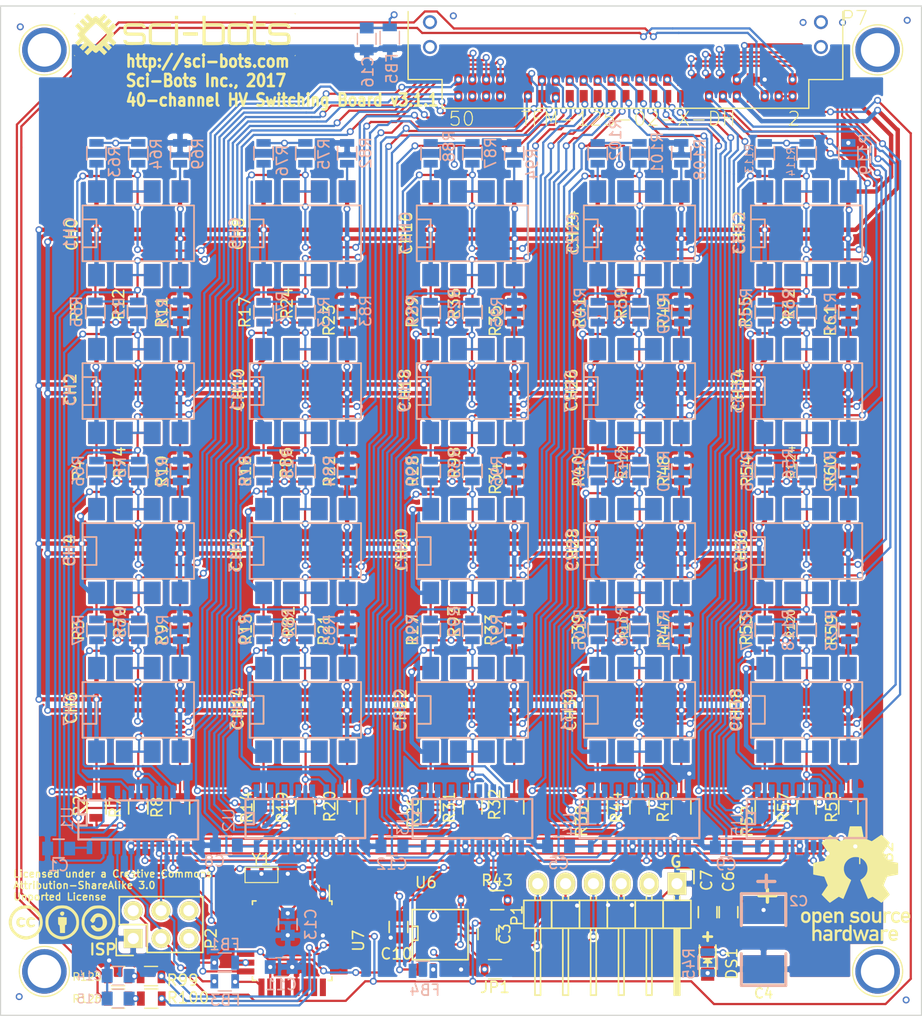
<source format=kicad_pcb>
(kicad_pcb (version 20171130) (host pcbnew "(5.1.9)-1")
  (title_block (title "40-channel HV switching board") (date 2017-06-01) (rev 3.1.1) (company "Sci-Bots Inc."))
  (layers (0 Front signal) (1 3.3V power hide) (2 GND power) (31 Back signal) (34 B.Paste user) (35 F.Paste user) (36 B.SilkS user) (37 F.SilkS user) (38 B.Mask user) (39 F.Mask user) (44 Edge.Cuts user))
  (net 0 "")
  (net 1 A4/SDA)
  (net 2 A5/SCL)
  (net 3 D11/MOSI)
  (net 4 D12/MISO)
  (net 5 D13/SCK)
  (net 6 D7)
  (net 7 D8/OE)
  (net 8 D9/SRCLR)
  (net 9 GND)
  (net 10 HV)
  (net 11 HVGND)
  (net 12 HVOUT0)
  (net 13 HVOUT1)
  (net 14 HVOUT10)
  (net 15 HVOUT11)
  (net 16 HVOUT12)
  (net 17 HVOUT13)
  (net 18 HVOUT14)
  (net 19 HVOUT15)
  (net 20 HVOUT16)
  (net 21 HVOUT17)
  (net 22 HVOUT18)
  (net 23 HVOUT19)
  (net 24 HVOUT2)
  (net 25 HVOUT20)
  (net 26 HVOUT21)
  (net 27 HVOUT22)
  (net 28 HVOUT23)
  (net 29 HVOUT24)
  (net 30 HVOUT25)
  (net 31 HVOUT26)
  (net 32 HVOUT27)
  (net 33 HVOUT28)
  (net 34 HVOUT29)
  (net 35 HVOUT3)
  (net 36 HVOUT30)
  (net 37 HVOUT31)
  (net 38 HVOUT32)
  (net 39 HVOUT33)
  (net 40 HVOUT34)
  (net 41 HVOUT35)
  (net 42 HVOUT36)
  (net 43 HVOUT37)
  (net 44 HVOUT38)
  (net 45 HVOUT39)
  (net 46 HVOUT4)
  (net 47 HVOUT5)
  (net 48 HVOUT6)
  (net 49 HVOUT7)
  (net 50 HVOUT8)
  (net 51 HVOUT9)
  (net 52 OUT0)
  (net 53 OUT1)
  (net 54 OUT10)
  (net 55 OUT11)
  (net 56 OUT12)
  (net 57 OUT13)
  (net 58 OUT14)
  (net 59 OUT15)
  (net 60 OUT16)
  (net 61 OUT17)
  (net 62 OUT18)
  (net 63 OUT19)
  (net 64 OUT2)
  (net 65 OUT20)
  (net 66 OUT21)
  (net 67 OUT22)
  (net 68 OUT23)
  (net 69 OUT24)
  (net 70 OUT25)
  (net 71 OUT26)
  (net 72 OUT27)
  (net 73 OUT28)
  (net 74 OUT29)
  (net 75 OUT3)
  (net 76 OUT30)
  (net 77 OUT31)
  (net 78 OUT32)
  (net 79 OUT33)
  (net 80 OUT34)
  (net 81 OUT35)
  (net 82 OUT36)
  (net 83 OUT37)
  (net 84 OUT38)
  (net 85 OUT39)
  (net 86 OUT4)
  (net 87 OUT5)
  (net 88 OUT6)
  (net 89 OUT7)
  (net 90 OUT8)
  (net 91 OUT9)
  (net 92 RST)
  (net 93 RX)
  (net 94 TX)
  (net 95 "Net-(C3-Pad1)")
  (net 96 "Net-(CH0-Pad1)")
  (net 97 "Net-(CH0-Pad4)")
  (net 98 "Net-(CH1-Pad1)")
  (net 99 "Net-(CH1-Pad4)")
  (net 100 "Net-(CH2-Pad1)")
  (net 101 "Net-(CH2-Pad4)")
  (net 102 "Net-(CH3-Pad1)")
  (net 103 "Net-(CH3-Pad4)")
  (net 104 "Net-(CH4-Pad1)")
  (net 105 "Net-(CH4-Pad4)")
  (net 106 "Net-(CH5-Pad1)")
  (net 107 "Net-(CH5-Pad4)")
  (net 108 "Net-(CH6-Pad1)")
  (net 109 "Net-(CH6-Pad4)")
  (net 110 "Net-(CH7-Pad1)")
  (net 111 "Net-(CH7-Pad4)")
  (net 112 "Net-(CH8-Pad1)")
  (net 113 "Net-(CH8-Pad4)")
  (net 114 "Net-(CH9-Pad1)")
  (net 115 "Net-(CH9-Pad4)")
  (net 116 "Net-(CH10-Pad1)")
  (net 117 "Net-(CH10-Pad4)")
  (net 118 "Net-(CH11-Pad1)")
  (net 119 "Net-(CH11-Pad4)")
  (net 120 "Net-(CH12-Pad1)")
  (net 121 "Net-(CH12-Pad4)")
  (net 122 "Net-(CH13-Pad1)")
  (net 123 "Net-(CH13-Pad4)")
  (net 124 "Net-(CH14-Pad1)")
  (net 125 "Net-(CH14-Pad4)")
  (net 126 "Net-(CH15-Pad1)")
  (net 127 "Net-(CH15-Pad4)")
  (net 128 "Net-(CH16-Pad1)")
  (net 129 "Net-(CH16-Pad4)")
  (net 130 "Net-(CH17-Pad1)")
  (net 131 "Net-(CH17-Pad4)")
  (net 132 "Net-(CH18-Pad1)")
  (net 133 "Net-(CH18-Pad4)")
  (net 134 "Net-(CH19-Pad1)")
  (net 135 "Net-(CH19-Pad4)")
  (net 136 "Net-(CH20-Pad1)")
  (net 137 "Net-(CH20-Pad4)")
  (net 138 "Net-(CH21-Pad1)")
  (net 139 "Net-(CH21-Pad4)")
  (net 140 "Net-(CH22-Pad1)")
  (net 141 "Net-(CH22-Pad4)")
  (net 142 "Net-(CH23-Pad1)")
  (net 143 "Net-(CH23-Pad4)")
  (net 144 "Net-(CH24-Pad1)")
  (net 145 "Net-(CH24-Pad4)")
  (net 146 "Net-(CH25-Pad1)")
  (net 147 "Net-(CH25-Pad4)")
  (net 148 "Net-(CH26-Pad1)")
  (net 149 "Net-(CH26-Pad4)")
  (net 150 "Net-(CH27-Pad1)")
  (net 151 "Net-(CH27-Pad4)")
  (net 152 "Net-(CH28-Pad1)")
  (net 153 "Net-(CH28-Pad4)")
  (net 154 "Net-(CH29-Pad1)")
  (net 155 "Net-(CH29-Pad4)")
  (net 156 "Net-(CH30-Pad1)")
  (net 157 "Net-(CH30-Pad4)")
  (net 158 "Net-(CH31-Pad1)")
  (net 159 "Net-(CH31-Pad4)")
  (net 160 "Net-(CH32-Pad1)")
  (net 161 "Net-(CH32-Pad4)")
  (net 162 "Net-(CH33-Pad1)")
  (net 163 "Net-(CH33-Pad4)")
  (net 164 "Net-(CH34-Pad1)")
  (net 165 "Net-(CH34-Pad4)")
  (net 166 "Net-(CH35-Pad1)")
  (net 167 "Net-(CH35-Pad4)")
  (net 168 "Net-(CH36-Pad1)")
  (net 169 "Net-(CH36-Pad4)")
  (net 170 "Net-(CH37-Pad1)")
  (net 171 "Net-(CH37-Pad4)")
  (net 172 "Net-(CH38-Pad1)")
  (net 173 "Net-(CH38-Pad4)")
  (net 174 "Net-(CH39-Pad1)")
  (net 175 "Net-(CH39-Pad4)")
  (net 176 "Net-(U1-Pad9)")
  (net 177 "Net-(U2-Pad9)")
  (net 178 "Net-(U3-Pad9)")
  (net 179 "Net-(U4-Pad9)")
  (net 180 +3.3V)
  (net 181 D10/SS)
  (net 182 +3.3V_USB)
  (net 183 "Net-(P1-Pad2)")
  (net 184 D3/595SS)
  (net 185 D4/W25SS)
  (net 186 "Net-(DS1-Pad2)")
  (net 187 "Net-(C14-Pad2)")
  (net 188 "Net-(C15-Pad2)")
  (net 189 "Net-(FB1-Pad1)")
  (net 190 "Net-(FB2-Pad1)")
  (net 191 "Net-(FB3-Pad1)")
  (net 192 "Net-(FB4-Pad1)")
  (net 193 CHASIS_GND)
  (net 194 "Net-(R99-Pad2)")
  (net 195 "Net-(R100-Pad2)")
  (net 196 "Net-(U7-Pad7)")
  (net 197 "Net-(U7-Pad8)")
  (net 198 "Net-(U7-Pad9)")
  (net 199 "Net-(U7-Pad10)")
  (net 200 "Net-(U7-Pad19)")
  (net 201 "Net-(U7-Pad20)")
  (net 202 "Net-(U7-Pad22)")
  (net 203 "Net-(U7-Pad23)")
  (net 204 "Net-(U7-Pad24)")
  (net 205 "Net-(U7-Pad25)")
  (net 206 "Net-(U7-Pad26)")
  (net 207 "Net-(U7-Pad32)")
  (module SMD_Packages:DIP-8_SMD (layer Back) (at 82.28125 58.09875)
    (fp_text reference CH27 (at -6.28125 0.00125 90) (layer B.SilkS) (effects (justify mirror)))
    (fp_text value SSR-DPST)
    (pad 1 smd rect (at -3.81 -3.81) (size 1.524 2.032) (layers Back B.Paste B.Mask) (net 150 "Net-(CH27-Pad1)"))
    (pad 2 smd rect (at -1.27 -3.81) (size 1.524 2.032) (layers Back B.Paste B.Mask) (net 72 OUT27))
    (pad 3 smd rect (at 1.27 -3.81) (size 1.524 2.032) (layers Back B.Paste B.Mask) (net 72 OUT27))
    (pad 4 smd rect (at 3.81 -3.81) (size 1.524 2.032) (layers Back B.Paste B.Mask) (net 151 "Net-(CH27-Pad4)"))
    (pad 5 smd rect (at 3.81 3.81) (size 1.524 2.032) (layers Back B.Paste B.Mask) (net 10 HV))
    (pad 6 smd rect (at 1.27 3.81) (size 1.524 2.032) (layers Back B.Paste B.Mask) (net 32 HVOUT27))
    (pad 7 smd rect (at -1.27 3.81) (size 1.524 2.032) (layers Back B.Paste B.Mask) (net 32 HVOUT27))
    (pad 8 smd rect (at -3.81 3.81) (size 1.524 2.032) (layers Back B.Paste B.Mask) (net 11 HVGND))
  )
  (module Resistors_SMD:R_0805 (layer Back) (at 67.04125 50.90875 270)
    (fp_text reference R25 (at -0.71875 1.63125 270) (layer B.SilkS) (effects (justify mirror)))
    (fp_text value 4.75k)
    (pad 1 smd rect (at -0.95 0 270) (size 0.7 1.3) (layers Back B.Paste B.Mask) (net 180 +3.3V))
    (pad 2 smd rect (at 0.95 0 270) (size 0.7 1.3) (layers Back B.Paste B.Mask) (net 63 OUT19))
  )
  (module LOGO (layer Front) (at 40.8 25.6)
    (fp_text reference G*** hide)
    (fp_text value LOGO hide)
  )
  (module Sci-Bots:SM2917 (layer Back) (at 93.6 108.1 270)
    (fp_text reference C2 (at -3.5 -3.2) (layer B.SilkS) (effects (font (size 0.889 0.889) (thickness 0.1524)) (justify mirror)))
    (fp_text value 33uF hide)
    (pad 1 smd rect (at -2.70002 0 270) (size 2.55016 3.74904) (layers Back B.Paste B.Mask) (net 180 +3.3V))
    (pad 2 smd rect (at 2.70002 0 270) (size 2.55016 3.74904) (layers Back B.Paste B.Mask) (net 9 GND))
  )
  (module Sci-Bots:SM2917 (layer Front) (at 93.6 108.1 270)
    (fp_text reference C4 (at 4.9 0) (layer F.SilkS) (effects (font (size 0.889 0.889) (thickness 0.1524))))
    (fp_text value 33uF hide)
    (pad 1 smd rect (at -2.70002 0 270) (size 2.55016 3.74904) (layers Front F.Paste F.Mask) (net 180 +3.3V))
    (pad 2 smd rect (at 2.70002 0 270) (size 2.55016 3.74904) (layers Front F.Paste F.Mask) (net 9 GND))
  )
  (module SMD_Packages:DIP-8_SMD (layer Front) (at 36.56125 43.71875)
    (fp_text reference CH0 (at -6.05125 0.11125 90) (layer F.SilkS))
    (fp_text value SSR-DPST)
    (pad 1 smd rect (at -3.81 3.81) (size 1.524 2.032) (layers Front F.Paste F.Mask) (net 96 "Net-(CH0-Pad1)"))
    (pad 2 smd rect (at -1.27 3.81) (size 1.524 2.032) (layers Front F.Paste F.Mask) (net 52 OUT0))
    (pad 3 smd rect (at 1.27 3.81) (size 1.524 2.032) (layers Front F.Paste F.Mask) (net 52 OUT0))
    (pad 4 smd rect (at 3.81 3.81) (size 1.524 2.032) (layers Front F.Paste F.Mask) (net 97 "Net-(CH0-Pad4)"))
    (pad 5 smd rect (at 3.81 -3.81) (size 1.524 2.032) (layers Front F.Paste F.Mask) (net 10 HV))
    (pad 6 smd rect (at 1.27 -3.81) (size 1.524 2.032) (layers Front F.Paste F.Mask) (net 12 HVOUT0))
    (pad 7 smd rect (at -1.27 -3.81) (size 1.524 2.032) (layers Front F.Paste F.Mask) (net 12 HVOUT0))
    (pad 8 smd rect (at -3.81 -3.81) (size 1.524 2.032) (layers Front F.Paste F.Mask) (net 11 HVGND))
  )
  (module SMD_Packages:DIP-8_SMD (layer Back) (at 36.56125 43.71875)
    (fp_text reference CH1 (at -6.26125 -0.01875 90) (layer B.SilkS) (effects (justify mirror)))
    (fp_text value SSR-DPST)
    (pad 1 smd rect (at -3.81 -3.81) (size 1.524 2.032) (layers Back B.Paste B.Mask) (net 98 "Net-(CH1-Pad1)"))
    (pad 2 smd rect (at -1.27 -3.81) (size 1.524 2.032) (layers Back B.Paste B.Mask) (net 53 OUT1))
    (pad 3 smd rect (at 1.27 -3.81) (size 1.524 2.032) (layers Back B.Paste B.Mask) (net 53 OUT1))
    (pad 4 smd rect (at 3.81 -3.81) (size 1.524 2.032) (layers Back B.Paste B.Mask) (net 99 "Net-(CH1-Pad4)"))
    (pad 5 smd rect (at 3.81 3.81) (size 1.524 2.032) (layers Back B.Paste B.Mask) (net 10 HV))
    (pad 6 smd rect (at 1.27 3.81) (size 1.524 2.032) (layers Back B.Paste B.Mask) (net 13 HVOUT1))
    (pad 7 smd rect (at -1.27 3.81) (size 1.524 2.032) (layers Back B.Paste B.Mask) (net 13 HVOUT1))
    (pad 8 smd rect (at -3.81 3.81) (size 1.524 2.032) (layers Back B.Paste B.Mask) (net 11 HVGND))
  )
  (module SMD_Packages:DIP-8_SMD (layer Front) (at 36.56125 58.09875)
    (fp_text reference CH2 (at -6.16125 -0.12875 90) (layer F.SilkS))
    (fp_text value SSR-DPST)
    (pad 1 smd rect (at -3.81 3.81) (size 1.524 2.032) (layers Front F.Paste F.Mask) (net 100 "Net-(CH2-Pad1)"))
    (pad 2 smd rect (at -1.27 3.81) (size 1.524 2.032) (layers Front F.Paste F.Mask) (net 64 OUT2))
    (pad 3 smd rect (at 1.27 3.81) (size 1.524 2.032) (layers Front F.Paste F.Mask) (net 64 OUT2))
    (pad 4 smd rect (at 3.81 3.81) (size 1.524 2.032) (layers Front F.Paste F.Mask) (net 101 "Net-(CH2-Pad4)"))
    (pad 5 smd rect (at 3.81 -3.81) (size 1.524 2.032) (layers Front F.Paste F.Mask) (net 10 HV))
    (pad 6 smd rect (at 1.27 -3.81) (size 1.524 2.032) (layers Front F.Paste F.Mask) (net 24 HVOUT2))
    (pad 7 smd rect (at -1.27 -3.81) (size 1.524 2.032) (layers Front F.Paste F.Mask) (net 24 HVOUT2))
    (pad 8 smd rect (at -3.81 -3.81) (size 1.524 2.032) (layers Front F.Paste F.Mask) (net 11 HVGND))
  )
  (module SMD_Packages:DIP-8_SMD (layer Back) (at 36.56125 58.09875)
    (fp_text reference CH3 (at -6.26125 -0.09875 90) (layer B.SilkS) (effects (justify mirror)))
    (fp_text value SSR-DPST)
    (pad 1 smd rect (at -3.81 -3.81) (size 1.524 2.032) (layers Back B.Paste B.Mask) (net 102 "Net-(CH3-Pad1)"))
    (pad 2 smd rect (at -1.27 -3.81) (size 1.524 2.032) (layers Back B.Paste B.Mask) (net 75 OUT3))
    (pad 3 smd rect (at 1.27 -3.81) (size 1.524 2.032) (layers Back B.Paste B.Mask) (net 75 OUT3))
    (pad 4 smd rect (at 3.81 -3.81) (size 1.524 2.032) (layers Back B.Paste B.Mask) (net 103 "Net-(CH3-Pad4)"))
    (pad 5 smd rect (at 3.81 3.81) (size 1.524 2.032) (layers Back B.Paste B.Mask) (net 10 HV))
    (pad 6 smd rect (at 1.27 3.81) (size 1.524 2.032) (layers Back B.Paste B.Mask) (net 35 HVOUT3))
    (pad 7 smd rect (at -1.27 3.81) (size 1.524 2.032) (layers Back B.Paste B.Mask) (net 35 HVOUT3))
    (pad 8 smd rect (at -3.81 3.81) (size 1.524 2.032) (layers Back B.Paste B.Mask) (net 11 HVGND))
  )
  (module SMD_Packages:DIP-8_SMD (layer Front) (at 36.56125 72.67875)
    (fp_text reference CH4 (at -6.27125 -0.06875 90) (layer F.SilkS))
    (fp_text value SSR-DPST)
    (pad 1 smd rect (at -3.81 3.81) (size 1.524 2.032) (layers Front F.Paste F.Mask) (net 104 "Net-(CH4-Pad1)"))
    (pad 2 smd rect (at -1.27 3.81) (size 1.524 2.032) (layers Front F.Paste F.Mask) (net 86 OUT4))
    (pad 3 smd rect (at 1.27 3.81) (size 1.524 2.032) (layers Front F.Paste F.Mask) (net 86 OUT4))
    (pad 4 smd rect (at 3.81 3.81) (size 1.524 2.032) (layers Front F.Paste F.Mask) (net 105 "Net-(CH4-Pad4)"))
    (pad 5 smd rect (at 3.81 -3.81) (size 1.524 2.032) (layers Front F.Paste F.Mask) (net 10 HV))
    (pad 6 smd rect (at 1.27 -3.81) (size 1.524 2.032) (layers Front F.Paste F.Mask) (net 46 HVOUT4))
    (pad 7 smd rect (at -1.27 -3.81) (size 1.524 2.032) (layers Front F.Paste F.Mask) (net 46 HVOUT4))
    (pad 8 smd rect (at -3.81 -3.81) (size 1.524 2.032) (layers Front F.Paste F.Mask) (net 11 HVGND))
  )
  (module SMD_Packages:DIP-8_SMD (layer Back) (at 36.56125 72.67875)
    (fp_text reference CH5 (at -6.26125 -0.07875 90) (layer B.SilkS) (effects (justify mirror)))
    (fp_text value SSR-DPST)
    (pad 1 smd rect (at -3.81 -3.81) (size 1.524 2.032) (layers Back B.Paste B.Mask) (net 106 "Net-(CH5-Pad1)"))
    (pad 2 smd rect (at -1.27 -3.81) (size 1.524 2.032) (layers Back B.Paste B.Mask) (net 87 OUT5))
    (pad 3 smd rect (at 1.27 -3.81) (size 1.524 2.032) (layers Back B.Paste B.Mask) (net 87 OUT5))
    (pad 4 smd rect (at 3.81 -3.81) (size 1.524 2.032) (layers Back B.Paste B.Mask) (net 107 "Net-(CH5-Pad4)"))
    (pad 5 smd rect (at 3.81 3.81) (size 1.524 2.032) (layers Back B.Paste B.Mask) (net 10 HV))
    (pad 6 smd rect (at 1.27 3.81) (size 1.524 2.032) (layers Back B.Paste B.Mask) (net 47 HVOUT5))
    (pad 7 smd rect (at -1.27 3.81) (size 1.524 2.032) (layers Back B.Paste B.Mask) (net 47 HVOUT5))
    (pad 8 smd rect (at -3.81 3.81) (size 1.524 2.032) (layers Back B.Paste B.Mask) (net 11 HVGND))
  )
  (module SMD_Packages:DIP-8_SMD (layer Front) (at 36.56125 87.15875)
    (fp_text reference CH6 (at -6.10125 -0.18875 90) (layer F.SilkS))
    (fp_text value SSR-DPST)
    (pad 1 smd rect (at -3.81 3.81) (size 1.524 2.032) (layers Front F.Paste F.Mask) (net 108 "Net-(CH6-Pad1)"))
    (pad 2 smd rect (at -1.27 3.81) (size 1.524 2.032) (layers Front F.Paste F.Mask) (net 88 OUT6))
    (pad 3 smd rect (at 1.27 3.81) (size 1.524 2.032) (layers Front F.Paste F.Mask) (net 88 OUT6))
    (pad 4 smd rect (at 3.81 3.81) (size 1.524 2.032) (layers Front F.Paste F.Mask) (net 109 "Net-(CH6-Pad4)"))
    (pad 5 smd rect (at 3.81 -3.81) (size 1.524 2.032) (layers Front F.Paste F.Mask) (net 10 HV))
    (pad 6 smd rect (at 1.27 -3.81) (size 1.524 2.032) (layers Front F.Paste F.Mask) (net 48 HVOUT6))
    (pad 7 smd rect (at -1.27 -3.81) (size 1.524 2.032) (layers Front F.Paste F.Mask) (net 48 HVOUT6))
    (pad 8 smd rect (at -3.81 -3.81) (size 1.524 2.032) (layers Front F.Paste F.Mask) (net 11 HVGND))
  )
  (module SMD_Packages:DIP-8_SMD (layer Back) (at 36.56125 87.15875)
    (fp_text reference CH7 (at -6.27125 -0.01875 90) (layer B.SilkS) (effects (justify mirror)))
    (fp_text value SSR-DPST)
    (pad 1 smd rect (at -3.81 -3.81) (size 1.524 2.032) (layers Back B.Paste B.Mask) (net 110 "Net-(CH7-Pad1)"))
    (pad 2 smd rect (at -1.27 -3.81) (size 1.524 2.032) (layers Back B.Paste B.Mask) (net 89 OUT7))
    (pad 3 smd rect (at 1.27 -3.81) (size 1.524 2.032) (layers Back B.Paste B.Mask) (net 89 OUT7))
    (pad 4 smd rect (at 3.81 -3.81) (size 1.524 2.032) (layers Back B.Paste B.Mask) (net 111 "Net-(CH7-Pad4)"))
    (pad 5 smd rect (at 3.81 3.81) (size 1.524 2.032) (layers Back B.Paste B.Mask) (net 10 HV))
    (pad 6 smd rect (at 1.27 3.81) (size 1.524 2.032) (layers Back B.Paste B.Mask) (net 49 HVOUT7))
    (pad 7 smd rect (at -1.27 3.81) (size 1.524 2.032) (layers Back B.Paste B.Mask) (net 49 HVOUT7))
    (pad 8 smd rect (at -3.81 3.81) (size 1.524 2.032) (layers Back B.Paste B.Mask) (net 11 HVGND))
  )
  (module SMD_Packages:DIP-8_SMD (layer Front) (at 51.80125 43.71875)
    (fp_text reference CH8 (at -6.09125 0.05125 90) (layer F.SilkS))
    (fp_text value SSR-DPST)
    (pad 1 smd rect (at -3.81 3.81) (size 1.524 2.032) (layers Front F.Paste F.Mask) (net 112 "Net-(CH8-Pad1)"))
    (pad 2 smd rect (at -1.27 3.81) (size 1.524 2.032) (layers Front F.Paste F.Mask) (net 90 OUT8))
    (pad 3 smd rect (at 1.27 3.81) (size 1.524 2.032) (layers Front F.Paste F.Mask) (net 90 OUT8))
    (pad 4 smd rect (at 3.81 3.81) (size 1.524 2.032) (layers Front F.Paste F.Mask) (net 113 "Net-(CH8-Pad4)"))
    (pad 5 smd rect (at 3.81 -3.81) (size 1.524 2.032) (layers Front F.Paste F.Mask) (net 10 HV))
    (pad 6 smd rect (at 1.27 -3.81) (size 1.524 2.032) (layers Front F.Paste F.Mask) (net 50 HVOUT8))
    (pad 7 smd rect (at -1.27 -3.81) (size 1.524 2.032) (layers Front F.Paste F.Mask) (net 50 HVOUT8))
    (pad 8 smd rect (at -3.81 -3.81) (size 1.524 2.032) (layers Front F.Paste F.Mask) (net 11 HVGND))
  )
  (module SMD_Packages:DIP-8_SMD (layer Back) (at 51.80125 43.71875)
    (fp_text reference CH9 (at -6.40125 -0.01875 90) (layer B.SilkS) (effects (justify mirror)))
    (fp_text value SSR-DPST)
    (pad 1 smd rect (at -3.81 -3.81) (size 1.524 2.032) (layers Back B.Paste B.Mask) (net 114 "Net-(CH9-Pad1)"))
    (pad 2 smd rect (at -1.27 -3.81) (size 1.524 2.032) (layers Back B.Paste B.Mask) (net 91 OUT9))
    (pad 3 smd rect (at 1.27 -3.81) (size 1.524 2.032) (layers Back B.Paste B.Mask) (net 91 OUT9))
    (pad 4 smd rect (at 3.81 -3.81) (size 1.524 2.032) (layers Back B.Paste B.Mask) (net 115 "Net-(CH9-Pad4)"))
    (pad 5 smd rect (at 3.81 3.81) (size 1.524 2.032) (layers Back B.Paste B.Mask) (net 10 HV))
    (pad 6 smd rect (at 1.27 3.81) (size 1.524 2.032) (layers Back B.Paste B.Mask) (net 51 HVOUT9))
    (pad 7 smd rect (at -1.27 3.81) (size 1.524 2.032) (layers Back B.Paste B.Mask) (net 51 HVOUT9))
    (pad 8 smd rect (at -3.81 3.81) (size 1.524 2.032) (layers Back B.Paste B.Mask) (net 11 HVGND))
  )
  (module SMD_Packages:DIP-8_SMD (layer Front) (at 51.80125 58.09875)
    (fp_text reference CH10 (at -6.09125 -0.12875 90) (layer F.SilkS))
    (fp_text value SSR-DPST)
    (pad 1 smd rect (at -3.81 3.81) (size 1.524 2.032) (layers Front F.Paste F.Mask) (net 116 "Net-(CH10-Pad1)"))
    (pad 2 smd rect (at -1.27 3.81) (size 1.524 2.032) (layers Front F.Paste F.Mask) (net 54 OUT10))
    (pad 3 smd rect (at 1.27 3.81) (size 1.524 2.032) (layers Front F.Paste F.Mask) (net 54 OUT10))
    (pad 4 smd rect (at 3.81 3.81) (size 1.524 2.032) (layers Front F.Paste F.Mask) (net 117 "Net-(CH10-Pad4)"))
    (pad 5 smd rect (at 3.81 -3.81) (size 1.524 2.032) (layers Front F.Paste F.Mask) (net 10 HV))
    (pad 6 smd rect (at 1.27 -3.81) (size 1.524 2.032) (layers Front F.Paste F.Mask) (net 14 HVOUT10))
    (pad 7 smd rect (at -1.27 -3.81) (size 1.524 2.032) (layers Front F.Paste F.Mask) (net 14 HVOUT10))
    (pad 8 smd rect (at -3.81 -3.81) (size 1.524 2.032) (layers Front F.Paste F.Mask) (net 11 HVGND))
  )
  (module SMD_Packages:DIP-8_SMD (layer Back) (at 51.80125 58.09875)
    (fp_text reference CH11 (at -6.30125 0.00125 90) (layer B.SilkS) (effects (justify mirror)))
    (fp_text value SSR-DPST)
    (pad 1 smd rect (at -3.81 -3.81) (size 1.524 2.032) (layers Back B.Paste B.Mask) (net 118 "Net-(CH11-Pad1)"))
    (pad 2 smd rect (at -1.27 -3.81) (size 1.524 2.032) (layers Back B.Paste B.Mask) (net 55 OUT11))
    (pad 3 smd rect (at 1.27 -3.81) (size 1.524 2.032) (layers Back B.Paste B.Mask) (net 55 OUT11))
    (pad 4 smd rect (at 3.81 -3.81) (size 1.524 2.032) (layers Back B.Paste B.Mask) (net 119 "Net-(CH11-Pad4)"))
    (pad 5 smd rect (at 3.81 3.81) (size 1.524 2.032) (layers Back B.Paste B.Mask) (net 10 HV))
    (pad 6 smd rect (at 1.27 3.81) (size 1.524 2.032) (layers Back B.Paste B.Mask) (net 15 HVOUT11))
    (pad 7 smd rect (at -1.27 3.81) (size 1.524 2.032) (layers Back B.Paste B.Mask) (net 15 HVOUT11))
    (pad 8 smd rect (at -3.81 3.81) (size 1.524 2.032) (layers Back B.Paste B.Mask) (net 11 HVGND))
  )
  (module SMD_Packages:DIP-8_SMD (layer Front) (at 51.80125 72.67875)
    (fp_text reference CH12 (at -6.26125 -0.12875 90) (layer F.SilkS))
    (fp_text value SSR-DPST)
    (pad 1 smd rect (at -3.81 3.81) (size 1.524 2.032) (layers Front F.Paste F.Mask) (net 120 "Net-(CH12-Pad1)"))
    (pad 2 smd rect (at -1.27 3.81) (size 1.524 2.032) (layers Front F.Paste F.Mask) (net 56 OUT12))
    (pad 3 smd rect (at 1.27 3.81) (size 1.524 2.032) (layers Front F.Paste F.Mask) (net 56 OUT12))
    (pad 4 smd rect (at 3.81 3.81) (size 1.524 2.032) (layers Front F.Paste F.Mask) (net 121 "Net-(CH12-Pad4)"))
    (pad 5 smd rect (at 3.81 -3.81) (size 1.524 2.032) (layers Front F.Paste F.Mask) (net 10 HV))
    (pad 6 smd rect (at 1.27 -3.81) (size 1.524 2.032) (layers Front F.Paste F.Mask) (net 16 HVOUT12))
    (pad 7 smd rect (at -1.27 -3.81) (size 1.524 2.032) (layers Front F.Paste F.Mask) (net 16 HVOUT12))
    (pad 8 smd rect (at -3.81 -3.81) (size 1.524 2.032) (layers Front F.Paste F.Mask) (net 11 HVGND))
  )
  (module SMD_Packages:DIP-8_SMD (layer Back) (at 51.80125 72.67875)
    (fp_text reference CH13 (at -6.40125 0.02125 90) (layer B.SilkS) (effects (justify mirror)))
    (fp_text value SSR-DPST)
    (pad 1 smd rect (at -3.81 -3.81) (size 1.524 2.032) (layers Back B.Paste B.Mask) (net 122 "Net-(CH13-Pad1)"))
    (pad 2 smd rect (at -1.27 -3.81) (size 1.524 2.032) (layers Back B.Paste B.Mask) (net 57 OUT13))
    (pad 3 smd rect (at 1.27 -3.81) (size 1.524 2.032) (layers Back B.Paste B.Mask) (net 57 OUT13))
    (pad 4 smd rect (at 3.81 -3.81) (size 1.524 2.032) (layers Back B.Paste B.Mask) (net 123 "Net-(CH13-Pad4)"))
    (pad 5 smd rect (at 3.81 3.81) (size 1.524 2.032) (layers Back B.Paste B.Mask) (net 10 HV))
    (pad 6 smd rect (at 1.27 3.81) (size 1.524 2.032) (layers Back B.Paste B.Mask) (net 17 HVOUT13))
    (pad 7 smd rect (at -1.27 3.81) (size 1.524 2.032) (layers Back B.Paste B.Mask) (net 17 HVOUT13))
    (pad 8 smd rect (at -3.81 3.81) (size 1.524 2.032) (layers Back B.Paste B.Mask) (net 11 HVGND))
  )
  (module SMD_Packages:DIP-8_SMD (layer Front) (at 51.80125 87.15875)
    (fp_text reference CH14 (at -6.14125 -0.13875 90) (layer F.SilkS))
    (fp_text value SSR-DPST)
    (pad 1 smd rect (at -3.81 3.81) (size 1.524 2.032) (layers Front F.Paste F.Mask) (net 124 "Net-(CH14-Pad1)"))
    (pad 2 smd rect (at -1.27 3.81) (size 1.524 2.032) (layers Front F.Paste F.Mask) (net 58 OUT14))
    (pad 3 smd rect (at 1.27 3.81) (size 1.524 2.032) (layers Front F.Paste F.Mask) (net 58 OUT14))
    (pad 4 smd rect (at 3.81 3.81) (size 1.524 2.032) (layers Front F.Paste F.Mask) (net 125 "Net-(CH14-Pad4)"))
    (pad 5 smd rect (at 3.81 -3.81) (size 1.524 2.032) (layers Front F.Paste F.Mask) (net 10 HV))
    (pad 6 smd rect (at 1.27 -3.81) (size 1.524 2.032) (layers Front F.Paste F.Mask) (net 18 HVOUT14))
    (pad 7 smd rect (at -1.27 -3.81) (size 1.524 2.032) (layers Front F.Paste F.Mask) (net 18 HVOUT14))
    (pad 8 smd rect (at -3.81 -3.81) (size 1.524 2.032) (layers Front F.Paste F.Mask) (net 11 HVGND))
  )
  (module SMD_Packages:DIP-8_SMD (layer Back) (at 51.80125 87.15875)
    (fp_text reference CH15 (at -6.30125 -0.05875 90) (layer B.SilkS) (effects (justify mirror)))
    (fp_text value SSR-DPST)
    (pad 1 smd rect (at -3.81 -3.81) (size 1.524 2.032) (layers Back B.Paste B.Mask) (net 126 "Net-(CH15-Pad1)"))
    (pad 2 smd rect (at -1.27 -3.81) (size 1.524 2.032) (layers Back B.Paste B.Mask) (net 59 OUT15))
    (pad 3 smd rect (at 1.27 -3.81) (size 1.524 2.032) (layers Back B.Paste B.Mask) (net 59 OUT15))
    (pad 4 smd rect (at 3.81 -3.81) (size 1.524 2.032) (layers Back B.Paste B.Mask) (net 127 "Net-(CH15-Pad4)"))
    (pad 5 smd rect (at 3.81 3.81) (size 1.524 2.032) (layers Back B.Paste B.Mask) (net 10 HV))
    (pad 6 smd rect (at 1.27 3.81) (size 1.524 2.032) (layers Back B.Paste B.Mask) (net 19 HVOUT15))
    (pad 7 smd rect (at -1.27 3.81) (size 1.524 2.032) (layers Back B.Paste B.Mask) (net 19 HVOUT15))
    (pad 8 smd rect (at -3.81 3.81) (size 1.524 2.032) (layers Back B.Paste B.Mask) (net 11 HVGND))
  )
  (module SMD_Packages:DIP-8_SMD (layer Front) (at 67.04125 43.71875)
    (fp_text reference CH16 (at -6.01125 0.00125 90) (layer F.SilkS))
    (fp_text value SSR-DPST)
    (pad 1 smd rect (at -3.81 3.81) (size 1.524 2.032) (layers Front F.Paste F.Mask) (net 128 "Net-(CH16-Pad1)"))
    (pad 2 smd rect (at -1.27 3.81) (size 1.524 2.032) (layers Front F.Paste F.Mask) (net 60 OUT16))
    (pad 3 smd rect (at 1.27 3.81) (size 1.524 2.032) (layers Front F.Paste F.Mask) (net 60 OUT16))
    (pad 4 smd rect (at 3.81 3.81) (size 1.524 2.032) (layers Front F.Paste F.Mask) (net 129 "Net-(CH16-Pad4)"))
    (pad 5 smd rect (at 3.81 -3.81) (size 1.524 2.032) (layers Front F.Paste F.Mask) (net 10 HV))
    (pad 6 smd rect (at 1.27 -3.81) (size 1.524 2.032) (layers Front F.Paste F.Mask) (net 20 HVOUT16))
    (pad 7 smd rect (at -1.27 -3.81) (size 1.524 2.032) (layers Front F.Paste F.Mask) (net 20 HVOUT16))
    (pad 8 smd rect (at -3.81 -3.81) (size 1.524 2.032) (layers Front F.Paste F.Mask) (net 11 HVGND))
  )
  (module SMD_Packages:DIP-8_SMD (layer Back) (at 67.04125 43.71875)
    (fp_text reference CH17 (at -6.14125 -0.01875 90) (layer B.SilkS) (effects (justify mirror)))
    (fp_text value SSR-DPST)
    (pad 1 smd rect (at -3.81 -3.81) (size 1.524 2.032) (layers Back B.Paste B.Mask) (net 130 "Net-(CH17-Pad1)"))
    (pad 2 smd rect (at -1.27 -3.81) (size 1.524 2.032) (layers Back B.Paste B.Mask) (net 61 OUT17))
    (pad 3 smd rect (at 1.27 -3.81) (size 1.524 2.032) (layers Back B.Paste B.Mask) (net 61 OUT17))
    (pad 4 smd rect (at 3.81 -3.81) (size 1.524 2.032) (layers Back B.Paste B.Mask) (net 131 "Net-(CH17-Pad4)"))
    (pad 5 smd rect (at 3.81 3.81) (size 1.524 2.032) (layers Back B.Paste B.Mask) (net 10 HV))
    (pad 6 smd rect (at 1.27 3.81) (size 1.524 2.032) (layers Back B.Paste B.Mask) (net 21 HVOUT17))
    (pad 7 smd rect (at -1.27 3.81) (size 1.524 2.032) (layers Back B.Paste B.Mask) (net 21 HVOUT17))
    (pad 8 smd rect (at -3.81 3.81) (size 1.524 2.032) (layers Back B.Paste B.Mask) (net 11 HVGND))
  )
  (module SMD_Packages:DIP-8_SMD (layer Front) (at 67.04125 58.09875)
    (fp_text reference CH18 (at -6.13125 -0.07875 90) (layer F.SilkS))
    (fp_text value SSR-DPST)
    (pad 1 smd rect (at -3.81 3.81) (size 1.524 2.032) (layers Front F.Paste F.Mask) (net 132 "Net-(CH18-Pad1)"))
    (pad 2 smd rect (at -1.27 3.81) (size 1.524 2.032) (layers Front F.Paste F.Mask) (net 62 OUT18))
    (pad 3 smd rect (at 1.27 3.81) (size 1.524 2.032) (layers Front F.Paste F.Mask) (net 62 OUT18))
    (pad 4 smd rect (at 3.81 3.81) (size 1.524 2.032) (layers Front F.Paste F.Mask) (net 133 "Net-(CH18-Pad4)"))
    (pad 5 smd rect (at 3.81 -3.81) (size 1.524 2.032) (layers Front F.Paste F.Mask) (net 10 HV))
    (pad 6 smd rect (at 1.27 -3.81) (size 1.524 2.032) (layers Front F.Paste F.Mask) (net 22 HVOUT18))
    (pad 7 smd rect (at -1.27 -3.81) (size 1.524 2.032) (layers Front F.Paste F.Mask) (net 22 HVOUT18))
    (pad 8 smd rect (at -3.81 -3.81) (size 1.524 2.032) (layers Front F.Paste F.Mask) (net 11 HVGND))
  )
  (module SMD_Packages:DIP-8_SMD (layer Back) (at 67.04125 58.09875)
    (fp_text reference CH19 (at -6.24125 0.00125 90) (layer B.SilkS) (effects (justify mirror)))
    (fp_text value SSR-DPST)
    (pad 1 smd rect (at -3.81 -3.81) (size 1.524 2.032) (layers Back B.Paste B.Mask) (net 134 "Net-(CH19-Pad1)"))
    (pad 2 smd rect (at -1.27 -3.81) (size 1.524 2.032) (layers Back B.Paste B.Mask) (net 63 OUT19))
    (pad 3 smd rect (at 1.27 -3.81) (size 1.524 2.032) (layers Back B.Paste B.Mask) (net 63 OUT19))
    (pad 4 smd rect (at 3.81 -3.81) (size 1.524 2.032) (layers Back B.Paste B.Mask) (net 135 "Net-(CH19-Pad4)"))
    (pad 5 smd rect (at 3.81 3.81) (size 1.524 2.032) (layers Back B.Paste B.Mask) (net 10 HV))
    (pad 6 smd rect (at 1.27 3.81) (size 1.524 2.032) (layers Back B.Paste B.Mask) (net 23 HVOUT19))
    (pad 7 smd rect (at -1.27 3.81) (size 1.524 2.032) (layers Back B.Paste B.Mask) (net 23 HVOUT19))
    (pad 8 smd rect (at -3.81 3.81) (size 1.524 2.032) (layers Back B.Paste B.Mask) (net 11 HVGND))
  )
  (module SMD_Packages:DIP-8_SMD (layer Front) (at 67.04125 72.67875)
    (fp_text reference CH20 (at -6.46125 -0.12875 90) (layer F.SilkS))
    (fp_text value SSR-DPST)
    (pad 1 smd rect (at -3.81 3.81) (size 1.524 2.032) (layers Front F.Paste F.Mask) (net 136 "Net-(CH20-Pad1)"))
    (pad 2 smd rect (at -1.27 3.81) (size 1.524 2.032) (layers Front F.Paste F.Mask) (net 65 OUT20))
    (pad 3 smd rect (at 1.27 3.81) (size 1.524 2.032) (layers Front F.Paste F.Mask) (net 65 OUT20))
    (pad 4 smd rect (at 3.81 3.81) (size 1.524 2.032) (layers Front F.Paste F.Mask) (net 137 "Net-(CH20-Pad4)"))
    (pad 5 smd rect (at 3.81 -3.81) (size 1.524 2.032) (layers Front F.Paste F.Mask) (net 10 HV))
    (pad 6 smd rect (at 1.27 -3.81) (size 1.524 2.032) (layers Front F.Paste F.Mask) (net 25 HVOUT20))
    (pad 7 smd rect (at -1.27 -3.81) (size 1.524 2.032) (layers Front F.Paste F.Mask) (net 25 HVOUT20))
    (pad 8 smd rect (at -3.81 -3.81) (size 1.524 2.032) (layers Front F.Paste F.Mask) (net 11 HVGND))
  )
  (module SMD_Packages:DIP-8_SMD (layer Back) (at 67.04125 72.67875)
    (fp_text reference CH21 (at -6.44125 0.02125 90) (layer B.SilkS) (effects (justify mirror)))
    (fp_text value SSR-DPST)
    (pad 1 smd rect (at -3.81 -3.81) (size 1.524 2.032) (layers Back B.Paste B.Mask) (net 138 "Net-(CH21-Pad1)"))
    (pad 2 smd rect (at -1.27 -3.81) (size 1.524 2.032) (layers Back B.Paste B.Mask) (net 66 OUT21))
    (pad 3 smd rect (at 1.27 -3.81) (size 1.524 2.032) (layers Back B.Paste B.Mask) (net 66 OUT21))
    (pad 4 smd rect (at 3.81 -3.81) (size 1.524 2.032) (layers Back B.Paste B.Mask) (net 139 "Net-(CH21-Pad4)"))
    (pad 5 smd rect (at 3.81 3.81) (size 1.524 2.032) (layers Back B.Paste B.Mask) (net 10 HV))
    (pad 6 smd rect (at 1.27 3.81) (size 1.524 2.032) (layers Back B.Paste B.Mask) (net 26 HVOUT21))
    (pad 7 smd rect (at -1.27 3.81) (size 1.524 2.032) (layers Back B.Paste B.Mask) (net 26 HVOUT21))
    (pad 8 smd rect (at -3.81 3.81) (size 1.524 2.032) (layers Back B.Paste B.Mask) (net 11 HVGND))
  )
  (module SMD_Packages:DIP-8_SMD (layer Front) (at 67.04125 87.15875)
    (fp_text reference CH22 (at -6.54125 0.04125 90) (layer F.SilkS))
    (fp_text value SSR-DPST)
    (pad 1 smd rect (at -3.81 3.81) (size 1.524 2.032) (layers Front F.Paste F.Mask) (net 140 "Net-(CH22-Pad1)"))
    (pad 2 smd rect (at -1.27 3.81) (size 1.524 2.032) (layers Front F.Paste F.Mask) (net 67 OUT22))
    (pad 3 smd rect (at 1.27 3.81) (size 1.524 2.032) (layers Front F.Paste F.Mask) (net 67 OUT22))
    (pad 4 smd rect (at 3.81 3.81) (size 1.524 2.032) (layers Front F.Paste F.Mask) (net 141 "Net-(CH22-Pad4)"))
    (pad 5 smd rect (at 3.81 -3.81) (size 1.524 2.032) (layers Front F.Paste F.Mask) (net 10 HV))
    (pad 6 smd rect (at 1.27 -3.81) (size 1.524 2.032) (layers Front F.Paste F.Mask) (net 27 HVOUT22))
    (pad 7 smd rect (at -1.27 -3.81) (size 1.524 2.032) (layers Front F.Paste F.Mask) (net 27 HVOUT22))
    (pad 8 smd rect (at -3.81 -3.81) (size 1.524 2.032) (layers Front F.Paste F.Mask) (net 11 HVGND))
  )
  (module SMD_Packages:DIP-8_SMD (layer Back) (at 67.04125 87.15875)
    (fp_text reference CH23 (at -6.63125 -0.01875 90) (layer B.SilkS) (effects (justify mirror)))
    (fp_text value SSR-DPST)
    (pad 1 smd rect (at -3.81 -3.81) (size 1.524 2.032) (layers Back B.Paste B.Mask) (net 142 "Net-(CH23-Pad1)"))
    (pad 2 smd rect (at -1.27 -3.81) (size 1.524 2.032) (layers Back B.Paste B.Mask) (net 68 OUT23))
    (pad 3 smd rect (at 1.27 -3.81) (size 1.524 2.032) (layers Back B.Paste B.Mask) (net 68 OUT23))
    (pad 4 smd rect (at 3.81 -3.81) (size 1.524 2.032) (layers Back B.Paste B.Mask) (net 143 "Net-(CH23-Pad4)"))
    (pad 5 smd rect (at 3.81 3.81) (size 1.524 2.032) (layers Back B.Paste B.Mask) (net 10 HV))
    (pad 6 smd rect (at 1.27 3.81) (size 1.524 2.032) (layers Back B.Paste B.Mask) (net 28 HVOUT23))
    (pad 7 smd rect (at -1.27 3.81) (size 1.524 2.032) (layers Back B.Paste B.Mask) (net 28 HVOUT23))
    (pad 8 smd rect (at -3.81 3.81) (size 1.524 2.032) (layers Back B.Paste B.Mask) (net 11 HVGND))
  )
  (module SMD_Packages:DIP-8_SMD (layer Front) (at 82.28125 43.71875)
    (fp_text reference CH24 (at -6.06125 -0.11875 90) (layer F.SilkS))
    (fp_text value SSR-DPST)
    (pad 1 smd rect (at -3.81 3.81) (size 1.524 2.032) (layers Front F.Paste F.Mask) (net 144 "Net-(CH24-Pad1)"))
    (pad 2 smd rect (at -1.27 3.81) (size 1.524 2.032) (layers Front F.Paste F.Mask) (net 69 OUT24))
    (pad 3 smd rect (at 1.27 3.81) (size 1.524 2.032) (layers Front F.Paste F.Mask) (net 69 OUT24))
    (pad 4 smd rect (at 3.81 3.81) (size 1.524 2.032) (layers Front F.Paste F.Mask) (net 145 "Net-(CH24-Pad4)"))
    (pad 5 smd rect (at 3.81 -3.81) (size 1.524 2.032) (layers Front F.Paste F.Mask) (net 10 HV))
    (pad 6 smd rect (at 1.27 -3.81) (size 1.524 2.032) (layers Front F.Paste F.Mask) (net 29 HVOUT24))
    (pad 7 smd rect (at -1.27 -3.81) (size 1.524 2.032) (layers Front F.Paste F.Mask) (net 29 HVOUT24))
    (pad 8 smd rect (at -3.81 -3.81) (size 1.524 2.032) (layers Front F.Paste F.Mask) (net 11 HVGND))
  )
  (module SMD_Packages:DIP-8_SMD (layer Back) (at 82.28125 43.71875)
    (fp_text reference CH25 (at -6.08125 0.08125 90) (layer B.SilkS) (effects (justify mirror)))
    (fp_text value SSR-DPST)
    (pad 1 smd rect (at -3.81 -3.81) (size 1.524 2.032) (layers Back B.Paste B.Mask) (net 146 "Net-(CH25-Pad1)"))
    (pad 2 smd rect (at -1.27 -3.81) (size 1.524 2.032) (layers Back B.Paste B.Mask) (net 70 OUT25))
    (pad 3 smd rect (at 1.27 -3.81) (size 1.524 2.032) (layers Back B.Paste B.Mask) (net 70 OUT25))
    (pad 4 smd rect (at 3.81 -3.81) (size 1.524 2.032) (layers Back B.Paste B.Mask) (net 147 "Net-(CH25-Pad4)"))
    (pad 5 smd rect (at 3.81 3.81) (size 1.524 2.032) (layers Back B.Paste B.Mask) (net 10 HV))
    (pad 6 smd rect (at 1.27 3.81) (size 1.524 2.032) (layers Back B.Paste B.Mask) (net 30 HVOUT25))
    (pad 7 smd rect (at -1.27 3.81) (size 1.524 2.032) (layers Back B.Paste B.Mask) (net 30 HVOUT25))
    (pad 8 smd rect (at -3.81 3.81) (size 1.524 2.032) (layers Back B.Paste B.Mask) (net 11 HVGND))
  )
  (module SMD_Packages:DIP-8_SMD (layer Front) (at 82.28125 58.09875)
    (fp_text reference CH26 (at -6.17125 -0.07875 90) (layer F.SilkS))
    (fp_text value SSR-DPST)
    (pad 1 smd rect (at -3.81 3.81) (size 1.524 2.032) (layers Front F.Paste F.Mask) (net 148 "Net-(CH26-Pad1)"))
    (pad 2 smd rect (at -1.27 3.81) (size 1.524 2.032) (layers Front F.Paste F.Mask) (net 71 OUT26))
    (pad 3 smd rect (at 1.27 3.81) (size 1.524 2.032) (layers Front F.Paste F.Mask) (net 71 OUT26))
    (pad 4 smd rect (at 3.81 3.81) (size 1.524 2.032) (layers Front F.Paste F.Mask) (net 149 "Net-(CH26-Pad4)"))
    (pad 5 smd rect (at 3.81 -3.81) (size 1.524 2.032) (layers Front F.Paste F.Mask) (net 10 HV))
    (pad 6 smd rect (at 1.27 -3.81) (size 1.524 2.032) (layers Front F.Paste F.Mask) (net 31 HVOUT26))
    (pad 7 smd rect (at -1.27 -3.81) (size 1.524 2.032) (layers Front F.Paste F.Mask) (net 31 HVOUT26))
    (pad 8 smd rect (at -3.81 -3.81) (size 1.524 2.032) (layers Front F.Paste F.Mask) (net 11 HVGND))
  )
  (module SMD_Packages:DIP-8_SMD (layer Front) (at 82.28125 72.67875)
    (fp_text reference CH28 (at -6.06125 -0.12875 90) (layer F.SilkS))
    (fp_text value SSR-DPST)
    (pad 1 smd rect (at -3.81 3.81) (size 1.524 2.032) (layers Front F.Paste F.Mask) (net 152 "Net-(CH28-Pad1)"))
    (pad 2 smd rect (at -1.27 3.81) (size 1.524 2.032) (layers Front F.Paste F.Mask) (net 73 OUT28))
    (pad 3 smd rect (at 1.27 3.81) (size 1.524 2.032) (layers Front F.Paste F.Mask) (net 73 OUT28))
    (pad 4 smd rect (at 3.81 3.81) (size 1.524 2.032) (layers Front F.Paste F.Mask) (net 153 "Net-(CH28-Pad4)"))
    (pad 5 smd rect (at 3.81 -3.81) (size 1.524 2.032) (layers Front F.Paste F.Mask) (net 10 HV))
    (pad 6 smd rect (at 1.27 -3.81) (size 1.524 2.032) (layers Front F.Paste F.Mask) (net 33 HVOUT28))
    (pad 7 smd rect (at -1.27 -3.81) (size 1.524 2.032) (layers Front F.Paste F.Mask) (net 33 HVOUT28))
    (pad 8 smd rect (at -3.81 -3.81) (size 1.524 2.032) (layers Front F.Paste F.Mask) (net 11 HVGND))
  )
  (module SMD_Packages:DIP-8_SMD (layer Back) (at 82.28125 72.67875)
    (fp_text reference CH29 (at -6.18125 -0.07875 90) (layer B.SilkS) (effects (justify mirror)))
    (fp_text value SSR-DPST)
    (pad 1 smd rect (at -3.81 -3.81) (size 1.524 2.032) (layers Back B.Paste B.Mask) (net 154 "Net-(CH29-Pad1)"))
    (pad 2 smd rect (at -1.27 -3.81) (size 1.524 2.032) (layers Back B.Paste B.Mask) (net 74 OUT29))
    (pad 3 smd rect (at 1.27 -3.81) (size 1.524 2.032) (layers Back B.Paste B.Mask) (net 74 OUT29))
    (pad 4 smd rect (at 3.81 -3.81) (size 1.524 2.032) (layers Back B.Paste B.Mask) (net 155 "Net-(CH29-Pad4)"))
    (pad 5 smd rect (at 3.81 3.81) (size 1.524 2.032) (layers Back B.Paste B.Mask) (net 10 HV))
    (pad 6 smd rect (at 1.27 3.81) (size 1.524 2.032) (layers Back B.Paste B.Mask) (net 34 HVOUT29))
    (pad 7 smd rect (at -1.27 3.81) (size 1.524 2.032) (layers Back B.Paste B.Mask) (net 34 HVOUT29))
    (pad 8 smd rect (at -3.81 3.81) (size 1.524 2.032) (layers Back B.Paste B.Mask) (net 11 HVGND))
  )
  (module SMD_Packages:DIP-8_SMD (layer Front) (at 82.28125 87.15875)
    (fp_text reference CH30 (at -6.28125 -0.01875 90) (layer F.SilkS))
    (fp_text value SSR-DPST)
    (pad 1 smd rect (at -3.81 3.81) (size 1.524 2.032) (layers Front F.Paste F.Mask) (net 156 "Net-(CH30-Pad1)"))
    (pad 2 smd rect (at -1.27 3.81) (size 1.524 2.032) (layers Front F.Paste F.Mask) (net 76 OUT30))
    (pad 3 smd rect (at 1.27 3.81) (size 1.524 2.032) (layers Front F.Paste F.Mask) (net 76 OUT30))
    (pad 4 smd rect (at 3.81 3.81) (size 1.524 2.032) (layers Front F.Paste F.Mask) (net 157 "Net-(CH30-Pad4)"))
    (pad 5 smd rect (at 3.81 -3.81) (size 1.524 2.032) (layers Front F.Paste F.Mask) (net 10 HV))
    (pad 6 smd rect (at 1.27 -3.81) (size 1.524 2.032) (layers Front F.Paste F.Mask) (net 36 HVOUT30))
    (pad 7 smd rect (at -1.27 -3.81) (size 1.524 2.032) (layers Front F.Paste F.Mask) (net 36 HVOUT30))
    (pad 8 smd rect (at -3.81 -3.81) (size 1.524 2.032) (layers Front F.Paste F.Mask) (net 11 HVGND))
  )
  (module SMD_Packages:DIP-8_SMD (layer Back) (at 82.28125 87.15875)
    (fp_text reference CH31 (at -6.58125 0.14125 90) (layer B.SilkS) (effects (justify mirror)))
    (fp_text value SSR-DPST)
    (pad 1 smd rect (at -3.81 -3.81) (size 1.524 2.032) (layers Back B.Paste B.Mask) (net 158 "Net-(CH31-Pad1)"))
    (pad 2 smd rect (at -1.27 -3.81) (size 1.524 2.032) (layers Back B.Paste B.Mask) (net 77 OUT31))
    (pad 3 smd rect (at 1.27 -3.81) (size 1.524 2.032) (layers Back B.Paste B.Mask) (net 77 OUT31))
    (pad 4 smd rect (at 3.81 -3.81) (size 1.524 2.032) (layers Back B.Paste B.Mask) (net 159 "Net-(CH31-Pad4)"))
    (pad 5 smd rect (at 3.81 3.81) (size 1.524 2.032) (layers Back B.Paste B.Mask) (net 10 HV))
    (pad 6 smd rect (at 1.27 3.81) (size 1.524 2.032) (layers Back B.Paste B.Mask) (net 37 HVOUT31))
    (pad 7 smd rect (at -1.27 3.81) (size 1.524 2.032) (layers Back B.Paste B.Mask) (net 37 HVOUT31))
    (pad 8 smd rect (at -3.81 3.81) (size 1.524 2.032) (layers Back B.Paste B.Mask) (net 11 HVGND))
  )
  (module SMD_Packages:DIP-8_SMD (layer Front) (at 97.52125 43.71875)
    (fp_text reference CH32 (at -6.15125 -0.05875 90) (layer F.SilkS))
    (fp_text value SSR-DPST)
    (pad 1 smd rect (at -3.81 3.81) (size 1.524 2.032) (layers Front F.Paste F.Mask) (net 160 "Net-(CH32-Pad1)"))
    (pad 2 smd rect (at -1.27 3.81) (size 1.524 2.032) (layers Front F.Paste F.Mask) (net 78 OUT32))
    (pad 3 smd rect (at 1.27 3.81) (size 1.524 2.032) (layers Front F.Paste F.Mask) (net 78 OUT32))
    (pad 4 smd rect (at 3.81 3.81) (size 1.524 2.032) (layers Front F.Paste F.Mask) (net 161 "Net-(CH32-Pad4)"))
    (pad 5 smd rect (at 3.81 -3.81) (size 1.524 2.032) (layers Front F.Paste F.Mask) (net 10 HV))
    (pad 6 smd rect (at 1.27 -3.81) (size 1.524 2.032) (layers Front F.Paste F.Mask) (net 38 HVOUT32))
    (pad 7 smd rect (at -1.27 -3.81) (size 1.524 2.032) (layers Front F.Paste F.Mask) (net 38 HVOUT32))
    (pad 8 smd rect (at -3.81 -3.81) (size 1.524 2.032) (layers Front F.Paste F.Mask) (net 11 HVGND))
  )
  (module SMD_Packages:DIP-8_SMD (layer Back) (at 97.52125 43.71875)
    (fp_text reference CH33 (at -6.12125 -0.01875 90) (layer B.SilkS) (effects (justify mirror)))
    (fp_text value SSR-DPST)
    (pad 1 smd rect (at -3.81 -3.81) (size 1.524 2.032) (layers Back B.Paste B.Mask) (net 162 "Net-(CH33-Pad1)"))
    (pad 2 smd rect (at -1.27 -3.81) (size 1.524 2.032) (layers Back B.Paste B.Mask) (net 79 OUT33))
    (pad 3 smd rect (at 1.27 -3.81) (size 1.524 2.032) (layers Back B.Paste B.Mask) (net 79 OUT33))
    (pad 4 smd rect (at 3.81 -3.81) (size 1.524 2.032) (layers Back B.Paste B.Mask) (net 163 "Net-(CH33-Pad4)"))
    (pad 5 smd rect (at 3.81 3.81) (size 1.524 2.032) (layers Back B.Paste B.Mask) (net 10 HV))
    (pad 6 smd rect (at 1.27 3.81) (size 1.524 2.032) (layers Back B.Paste B.Mask) (net 39 HVOUT33))
    (pad 7 smd rect (at -1.27 3.81) (size 1.524 2.032) (layers Back B.Paste B.Mask) (net 39 HVOUT33))
    (pad 8 smd rect (at -3.81 3.81) (size 1.524 2.032) (layers Back B.Paste B.Mask) (net 11 HVGND))
  )
  (module SMD_Packages:DIP-8_SMD (layer Front) (at 97.52125 58.09875)
    (fp_text reference CH34 (at -6.21125 -0.12875 90) (layer F.SilkS))
    (fp_text value SSR-DPST)
    (pad 1 smd rect (at -3.81 3.81) (size 1.524 2.032) (layers Front F.Paste F.Mask) (net 164 "Net-(CH34-Pad1)"))
    (pad 2 smd rect (at -1.27 3.81) (size 1.524 2.032) (layers Front F.Paste F.Mask) (net 80 OUT34))
    (pad 3 smd rect (at 1.27 3.81) (size 1.524 2.032) (layers Front F.Paste F.Mask) (net 80 OUT34))
    (pad 4 smd rect (at 3.81 3.81) (size 1.524 2.032) (layers Front F.Paste F.Mask) (net 165 "Net-(CH34-Pad4)"))
    (pad 5 smd rect (at 3.81 -3.81) (size 1.524 2.032) (layers Front F.Paste F.Mask) (net 10 HV))
    (pad 6 smd rect (at 1.27 -3.81) (size 1.524 2.032) (layers Front F.Paste F.Mask) (net 40 HVOUT34))
    (pad 7 smd rect (at -1.27 -3.81) (size 1.524 2.032) (layers Front F.Paste F.Mask) (net 40 HVOUT34))
    (pad 8 smd rect (at -3.81 -3.81) (size 1.524 2.032) (layers Front F.Paste F.Mask) (net 11 HVGND))
  )
  (module SMD_Packages:DIP-8_SMD (layer Back) (at 97.52125 58.09875)
    (fp_text reference CH35 (at -6.32125 0.10125 90) (layer B.SilkS) (effects (justify mirror)))
    (fp_text value SSR-DPST)
    (pad 1 smd rect (at -3.81 -3.81) (size 1.524 2.032) (layers Back B.Paste B.Mask) (net 166 "Net-(CH35-Pad1)"))
    (pad 2 smd rect (at -1.27 -3.81) (size 1.524 2.032) (layers Back B.Paste B.Mask) (net 81 OUT35))
    (pad 3 smd rect (at 1.27 -3.81) (size 1.524 2.032) (layers Back B.Paste B.Mask) (net 81 OUT35))
    (pad 4 smd rect (at 3.81 -3.81) (size 1.524 2.032) (layers Back B.Paste B.Mask) (net 167 "Net-(CH35-Pad4)"))
    (pad 5 smd rect (at 3.81 3.81) (size 1.524 2.032) (layers Back B.Paste B.Mask) (net 10 HV))
    (pad 6 smd rect (at 1.27 3.81) (size 1.524 2.032) (layers Back B.Paste B.Mask) (net 41 HVOUT35))
    (pad 7 smd rect (at -1.27 3.81) (size 1.524 2.032) (layers Back B.Paste B.Mask) (net 41 HVOUT35))
    (pad 8 smd rect (at -3.81 3.81) (size 1.524 2.032) (layers Back B.Paste B.Mask) (net 11 HVGND))
  )
  (module SMD_Packages:DIP-8_SMD (layer Front) (at 97.52125 72.67875)
    (fp_text reference CH36 (at -5.93125 -0.06875 90) (layer F.SilkS))
    (fp_text value SSR-DPST)
    (pad 1 smd rect (at -3.81 3.81) (size 1.524 2.032) (layers Front F.Paste F.Mask) (net 168 "Net-(CH36-Pad1)"))
    (pad 2 smd rect (at -1.27 3.81) (size 1.524 2.032) (layers Front F.Paste F.Mask) (net 82 OUT36))
    (pad 3 smd rect (at 1.27 3.81) (size 1.524 2.032) (layers Front F.Paste F.Mask) (net 82 OUT36))
    (pad 4 smd rect (at 3.81 3.81) (size 1.524 2.032) (layers Front F.Paste F.Mask) (net 169 "Net-(CH36-Pad4)"))
    (pad 5 smd rect (at 3.81 -3.81) (size 1.524 2.032) (layers Front F.Paste F.Mask) (net 10 HV))
    (pad 6 smd rect (at 1.27 -3.81) (size 1.524 2.032) (layers Front F.Paste F.Mask) (net 42 HVOUT36))
    (pad 7 smd rect (at -1.27 -3.81) (size 1.524 2.032) (layers Front F.Paste F.Mask) (net 42 HVOUT36))
    (pad 8 smd rect (at -3.81 -3.81) (size 1.524 2.032) (layers Front F.Paste F.Mask) (net 11 HVGND))
  )
  (module SMD_Packages:DIP-8_SMD (layer Back) (at 97.52125 72.67875)
    (fp_text reference CH37 (at -6.02125 0.02125 90) (layer B.SilkS) (effects (justify mirror)))
    (fp_text value SSR-DPST)
    (pad 1 smd rect (at -3.81 -3.81) (size 1.524 2.032) (layers Back B.Paste B.Mask) (net 170 "Net-(CH37-Pad1)"))
    (pad 2 smd rect (at -1.27 -3.81) (size 1.524 2.032) (layers Back B.Paste B.Mask) (net 83 OUT37))
    (pad 3 smd rect (at 1.27 -3.81) (size 1.524 2.032) (layers Back B.Paste B.Mask) (net 83 OUT37))
    (pad 4 smd rect (at 3.81 -3.81) (size 1.524 2.032) (layers Back B.Paste B.Mask) (net 171 "Net-(CH37-Pad4)"))
    (pad 5 smd rect (at 3.81 3.81) (size 1.524 2.032) (layers Back B.Paste B.Mask) (net 10 HV))
    (pad 6 smd rect (at 1.27 3.81) (size 1.524 2.032) (layers Back B.Paste B.Mask) (net 43 HVOUT37))
    (pad 7 smd rect (at -1.27 3.81) (size 1.524 2.032) (layers Back B.Paste B.Mask) (net 43 HVOUT37))
    (pad 8 smd rect (at -3.81 3.81) (size 1.524 2.032) (layers Back B.Paste B.Mask) (net 11 HVGND))
  )
  (module SMD_Packages:DIP-8_SMD (layer Front) (at 97.52125 87.15875)
    (fp_text reference CH38 (at -6.43125 -0.01875 90) (layer F.SilkS))
    (fp_text value SSR-DPST)
    (pad 1 smd rect (at -3.81 3.81) (size 1.524 2.032) (layers Front F.Paste F.Mask) (net 172 "Net-(CH38-Pad1)"))
    (pad 2 smd rect (at -1.27 3.81) (size 1.524 2.032) (layers Front F.Paste F.Mask) (net 84 OUT38))
    (pad 3 smd rect (at 1.27 3.81) (size 1.524 2.032) (layers Front F.Paste F.Mask) (net 84 OUT38))
    (pad 4 smd rect (at 3.81 3.81) (size 1.524 2.032) (layers Front F.Paste F.Mask) (net 173 "Net-(CH38-Pad4)"))
    (pad 5 smd rect (at 3.81 -3.81) (size 1.524 2.032) (layers Front F.Paste F.Mask) (net 10 HV))
    (pad 6 smd rect (at 1.27 -3.81) (size 1.524 2.032) (layers Front F.Paste F.Mask) (net 44 HVOUT38))
    (pad 7 smd rect (at -1.27 -3.81) (size 1.524 2.032) (layers Front F.Paste F.Mask) (net 44 HVOUT38))
    (pad 8 smd rect (at -3.81 -3.81) (size 1.524 2.032) (layers Front F.Paste F.Mask) (net 11 HVGND))
  )
  (module SMD_Packages:DIP-8_SMD (layer Back) (at 97.52125 87.15875)
    (fp_text reference CH39 (at -6.38125 0.03125 90) (layer B.SilkS) (effects (justify mirror)))
    (fp_text value SSR-DPST)
    (pad 1 smd rect (at -3.81 -3.81) (size 1.524 2.032) (layers Back B.Paste B.Mask) (net 174 "Net-(CH39-Pad1)"))
    (pad 2 smd rect (at -1.27 -3.81) (size 1.524 2.032) (layers Back B.Paste B.Mask) (net 85 OUT39))
    (pad 3 smd rect (at 1.27 -3.81) (size 1.524 2.032) (layers Back B.Paste B.Mask) (net 85 OUT39))
    (pad 4 smd rect (at 3.81 -3.81) (size 1.524 2.032) (layers Back B.Paste B.Mask) (net 175 "Net-(CH39-Pad4)"))
    (pad 5 smd rect (at 3.81 3.81) (size 1.524 2.032) (layers Back B.Paste B.Mask) (net 10 HV))
    (pad 6 smd rect (at 1.27 3.81) (size 1.524 2.032) (layers Back B.Paste B.Mask) (net 45 HVOUT39))
    (pad 7 smd rect (at -1.27 3.81) (size 1.524 2.032) (layers Back B.Paste B.Mask) (net 45 HVOUT39))
    (pad 8 smd rect (at -3.81 3.81) (size 1.524 2.032) (layers Back B.Paste B.Mask) (net 11 HVGND))
  )
  (module Pin_Headers:Pin_Header_Angled_1x06 (layer Front) (at 85.7 103 270)
    (fp_text reference P1 (at 2.9 14.6 90) (layer F.SilkS))
    (fp_text value CONN_01X06)
    (pad 1 thru_hole rect (at 0 0 270) (size 2.032 1.7272) (drill 1.016) (layers *.Cu *.Mask F.SilkS) (net 9 GND))
    (pad 2 thru_hole oval (at 0 2.54 270) (size 2.032 1.7272) (drill 1.016) (layers *.Cu *.Mask F.SilkS) (net 183 "Net-(P1-Pad2)"))
    (pad 3 thru_hole oval (at 0 5.08 270) (size 2.032 1.7272) (drill 1.016) (layers *.Cu *.Mask F.SilkS) (net 182 +3.3V_USB))
    (pad 4 thru_hole oval (at 0 7.62 270) (size 2.032 1.7272) (drill 1.016) (layers *.Cu *.Mask F.SilkS) (net 94 TX))
    (pad 5 thru_hole oval (at 0 10.16 270) (size 2.032 1.7272) (drill 1.016) (layers *.Cu *.Mask F.SilkS) (net 93 RX))
    (pad 6 thru_hole oval (at 0 12.7 270) (size 2.032 1.7272) (drill 1.016) (layers *.Cu *.Mask F.SilkS) (net 95 "Net-(C3-Pad1)"))
  )
  (module Pin_Headers:Pin_Header_Straight_2x03 (layer Front) (at 36.1 108 90)
    (fp_text reference P2 (at 0 7.1 270) (layer F.SilkS))
    (fp_text value CONN_01X06)
    (pad 1 thru_hole rect (at 0 0 90) (size 1.7272 1.7272) (drill 1.016) (layers *.Cu *.Mask F.SilkS) (net 9 GND))
    (pad 2 thru_hole oval (at 2.54 0 90) (size 1.7272 1.7272) (drill 1.016) (layers *.Cu *.Mask F.SilkS) (net 92 RST))
    (pad 3 thru_hole oval (at 0 2.54 90) (size 1.7272 1.7272) (drill 1.016) (layers *.Cu *.Mask F.SilkS) (net 3 D11/MOSI))
    (pad 4 thru_hole oval (at 2.54 2.54 90) (size 1.7272 1.7272) (drill 1.016) (layers *.Cu *.Mask F.SilkS) (net 5 D13/SCK))
    (pad 5 thru_hole oval (at 0 5.08 90) (size 1.7272 1.7272) (drill 1.016) (layers *.Cu *.Mask F.SilkS) (net 180 +3.3V))
    (pad 6 thru_hole oval (at 2.54 5.08 90) (size 1.7272 1.7272) (drill 1.016) (layers *.Cu *.Mask F.SilkS) (net 4 D12/MISO))
  )
  (module Sci-Bots:SO16E (layer Back) (at 36.56125 97.19175)
    (fp_text reference U1 (at -6.47125 -0.12175 90) (layer B.SilkS) (effects (font (size 1.016 1.143) (thickness 0.127)) (justify mirror)))
    (fp_text value 74HC595A hide)
    (pad 1 smd rect (at -4.445 -2.54) (size 0.508 1.143) (layers Back B.Paste B.Mask) (net 53 OUT1))
    (pad 2 smd rect (at -3.175 -2.54) (size 0.508 1.143) (layers Back B.Paste B.Mask) (net 64 OUT2))
    (pad 3 smd rect (at -1.905 -2.54) (size 0.508 1.143) (layers Back B.Paste B.Mask) (net 75 OUT3))
    (pad 4 smd rect (at -0.635 -2.54) (size 0.508 1.143) (layers Back B.Paste B.Mask) (net 86 OUT4))
    (pad 5 smd rect (at 0.635 -2.54) (size 0.508 1.143) (layers Back B.Paste B.Mask) (net 87 OUT5))
    (pad 6 smd rect (at 1.905 -2.54) (size 0.508 1.143) (layers Back B.Paste B.Mask) (net 88 OUT6))
    (pad 7 smd rect (at 3.175 -2.54) (size 0.508 1.143) (layers Back B.Paste B.Mask) (net 89 OUT7))
    (pad 8 smd rect (at 4.445 -2.54) (size 0.508 1.143) (layers Back B.Paste B.Mask) (net 9 GND))
    (pad 9 smd rect (at 4.445 2.54) (size 0.508 1.143) (layers Back B.Paste B.Mask) (net 176 "Net-(U1-Pad9)"))
    (pad 10 smd rect (at 3.175 2.54) (size 0.508 1.143) (layers Back B.Paste B.Mask) (net 8 D9/SRCLR))
    (pad 11 smd rect (at 1.905 2.54) (size 0.508 1.143) (layers Back B.Paste B.Mask) (net 5 D13/SCK))
    (pad 12 smd rect (at 0.635 2.54) (size 0.508 1.143) (layers Back B.Paste B.Mask) (net 184 D3/595SS))
    (pad 13 smd rect (at -0.635 2.54) (size 0.508 1.143) (layers Back B.Paste B.Mask) (net 7 D8/OE))
    (pad 14 smd rect (at -1.905 2.54) (size 0.508 1.143) (layers Back B.Paste B.Mask) (net 3 D11/MOSI))
    (pad 15 smd rect (at -3.175 2.54) (size 0.508 1.143) (layers Back B.Paste B.Mask) (net 52 OUT0))
    (pad 16 smd rect (at -4.445 2.54) (size 0.508 1.143) (layers Back B.Paste B.Mask) (net 180 +3.3V))
  )
  (module Sci-Bots:SO16E (layer Back) (at 51.80125 97.06475)
    (fp_text reference U2 (at -6.98125 0.14525 90) (layer B.SilkS) (effects (font (size 1.016 1.143) (thickness 0.127)) (justify mirror)))
    (fp_text value 74HC595A hide)
    (pad 1 smd rect (at -4.445 -2.54) (size 0.508 1.143) (layers Back B.Paste B.Mask) (net 91 OUT9))
    (pad 2 smd rect (at -3.175 -2.54) (size 0.508 1.143) (layers Back B.Paste B.Mask) (net 54 OUT10))
    (pad 3 smd rect (at -1.905 -2.54) (size 0.508 1.143) (layers Back B.Paste B.Mask) (net 55 OUT11))
    (pad 4 smd rect (at -0.635 -2.54) (size 0.508 1.143) (layers Back B.Paste B.Mask) (net 56 OUT12))
    (pad 5 smd rect (at 0.635 -2.54) (size 0.508 1.143) (layers Back B.Paste B.Mask) (net 57 OUT13))
    (pad 6 smd rect (at 1.905 -2.54) (size 0.508 1.143) (layers Back B.Paste B.Mask) (net 58 OUT14))
    (pad 7 smd rect (at 3.175 -2.54) (size 0.508 1.143) (layers Back B.Paste B.Mask) (net 59 OUT15))
    (pad 8 smd rect (at 4.445 -2.54) (size 0.508 1.143) (layers Back B.Paste B.Mask) (net 9 GND))
    (pad 9 smd rect (at 4.445 2.54) (size 0.508 1.143) (layers Back B.Paste B.Mask) (net 177 "Net-(U2-Pad9)"))
    (pad 10 smd rect (at 3.175 2.54) (size 0.508 1.143) (layers Back B.Paste B.Mask) (net 8 D9/SRCLR))
    (pad 11 smd rect (at 1.905 2.54) (size 0.508 1.143) (layers Back B.Paste B.Mask) (net 5 D13/SCK))
    (pad 12 smd rect (at 0.635 2.54) (size 0.508 1.143) (layers Back B.Paste B.Mask) (net 184 D3/595SS))
    (pad 13 smd rect (at -0.635 2.54) (size 0.508 1.143) (layers Back B.Paste B.Mask) (net 7 D8/OE))
    (pad 14 smd rect (at -1.905 2.54) (size 0.508 1.143) (layers Back B.Paste B.Mask) (net 176 "Net-(U1-Pad9)"))
    (pad 15 smd rect (at -3.175 2.54) (size 0.508 1.143) (layers Back B.Paste B.Mask) (net 90 OUT8))
    (pad 16 smd rect (at -4.445 2.54) (size 0.508 1.143) (layers Back B.Paste B.Mask) (net 180 +3.3V))
  )
  (module Sci-Bots:SO16E (layer Back) (at 67.04125 97.06475)
    (fp_text reference U3 (at -6.33125 0.44525 90) (layer B.SilkS) (effects (font (size 1.016 1.143) (thickness 0.127)) (justify mirror)))
    (fp_text value 74HC595A hide)
    (pad 1 smd rect (at -4.445 -2.54) (size 0.508 1.143) (layers Back B.Paste B.Mask) (net 61 OUT17))
    (pad 2 smd rect (at -3.175 -2.54) (size 0.508 1.143) (layers Back B.Paste B.Mask) (net 62 OUT18))
    (pad 3 smd rect (at -1.905 -2.54) (size 0.508 1.143) (layers Back B.Paste B.Mask) (net 63 OUT19))
    (pad 4 smd rect (at -0.635 -2.54) (size 0.508 1.143) (layers Back B.Paste B.Mask) (net 65 OUT20))
    (pad 5 smd rect (at 0.635 -2.54) (size 0.508 1.143) (layers Back B.Paste B.Mask) (net 66 OUT21))
    (pad 6 smd rect (at 1.905 -2.54) (size 0.508 1.143) (layers Back B.Paste B.Mask) (net 67 OUT22))
    (pad 7 smd rect (at 3.175 -2.54) (size 0.508 1.143) (layers Back B.Paste B.Mask) (net 68 OUT23))
    (pad 8 smd rect (at 4.445 -2.54) (size 0.508 1.143) (layers Back B.Paste B.Mask) (net 9 GND))
    (pad 9 smd rect (at 4.445 2.54) (size 0.508 1.143) (layers Back B.Paste B.Mask) (net 178 "Net-(U3-Pad9)"))
    (pad 10 smd rect (at 3.175 2.54) (size 0.508 1.143) (layers Back B.Paste B.Mask) (net 8 D9/SRCLR))
    (pad 11 smd rect (at 1.905 2.54) (size 0.508 1.143) (layers Back B.Paste B.Mask) (net 5 D13/SCK))
    (pad 12 smd rect (at 0.635 2.54) (size 0.508 1.143) (layers Back B.Paste B.Mask) (net 184 D3/595SS))
    (pad 13 smd rect (at -0.635 2.54) (size 0.508 1.143) (layers Back B.Paste B.Mask) (net 7 D8/OE))
    (pad 14 smd rect (at -1.905 2.54) (size 0.508 1.143) (layers Back B.Paste B.Mask) (net 177 "Net-(U2-Pad9)"))
    (pad 15 smd rect (at -3.175 2.54) (size 0.508 1.143) (layers Back B.Paste B.Mask) (net 60 OUT16))
    (pad 16 smd rect (at -4.445 2.54) (size 0.508 1.143) (layers Back B.Paste B.Mask) (net 180 +3.3V))
  )
  (module Sci-Bots:SO16E (layer Back) (at 82.28125 97.06475)
    (fp_text reference U4 (at -6.38125 0.53525 90) (layer B.SilkS) (effects (font (size 1.016 1.143) (thickness 0.127)) (justify mirror)))
    (fp_text value 74HC595A hide)
    (pad 1 smd rect (at -4.445 -2.54) (size 0.508 1.143) (layers Back B.Paste B.Mask) (net 70 OUT25))
    (pad 2 smd rect (at -3.175 -2.54) (size 0.508 1.143) (layers Back B.Paste B.Mask) (net 71 OUT26))
    (pad 3 smd rect (at -1.905 -2.54) (size 0.508 1.143) (layers Back B.Paste B.Mask) (net 72 OUT27))
    (pad 4 smd rect (at -0.635 -2.54) (size 0.508 1.143) (layers Back B.Paste B.Mask) (net 73 OUT28))
    (pad 5 smd rect (at 0.635 -2.54) (size 0.508 1.143) (layers Back B.Paste B.Mask) (net 74 OUT29))
    (pad 6 smd rect (at 1.905 -2.54) (size 0.508 1.143) (layers Back B.Paste B.Mask) (net 76 OUT30))
    (pad 7 smd rect (at 3.175 -2.54) (size 0.508 1.143) (layers Back B.Paste B.Mask) (net 77 OUT31))
    (pad 8 smd rect (at 4.445 -2.54) (size 0.508 1.143) (layers Back B.Paste B.Mask) (net 9 GND))
    (pad 9 smd rect (at 4.445 2.54) (size 0.508 1.143) (layers Back B.Paste B.Mask) (net 179 "Net-(U4-Pad9)"))
    (pad 10 smd rect (at 3.175 2.54) (size 0.508 1.143) (layers Back B.Paste B.Mask) (net 8 D9/SRCLR))
    (pad 11 smd rect (at 1.905 2.54) (size 0.508 1.143) (layers Back B.Paste B.Mask) (net 5 D13/SCK))
    (pad 12 smd rect (at 0.635 2.54) (size 0.508 1.143) (layers Back B.Paste B.Mask) (net 184 D3/595SS))
    (pad 13 smd rect (at -0.635 2.54) (size 0.508 1.143) (layers Back B.Paste B.Mask) (net 7 D8/OE))
    (pad 14 smd rect (at -1.905 2.54) (size 0.508 1.143) (layers Back B.Paste B.Mask) (net 178 "Net-(U3-Pad9)"))
    (pad 15 smd rect (at -3.175 2.54) (size 0.508 1.143) (layers Back B.Paste B.Mask) (net 69 OUT24))
    (pad 16 smd rect (at -4.445 2.54) (size 0.508 1.143) (layers Back B.Paste B.Mask) (net 180 +3.3V))
  )
  (module Sci-Bots:SO16E (layer Back) (at 97.52125 97.06475)
    (fp_text reference U5 (at -6.29125 0.59525 90) (layer B.SilkS) (effects (font (size 1.016 1.143) (thickness 0.127)) (justify mirror)))
    (fp_text value 74HC595A hide)
    (pad 1 smd rect (at -4.445 -2.54) (size 0.508 1.143) (layers Back B.Paste B.Mask) (net 79 OUT33))
    (pad 2 smd rect (at -3.175 -2.54) (size 0.508 1.143) (layers Back B.Paste B.Mask) (net 80 OUT34))
    (pad 3 smd rect (at -1.905 -2.54) (size 0.508 1.143) (layers Back B.Paste B.Mask) (net 81 OUT35))
    (pad 4 smd rect (at -0.635 -2.54) (size 0.508 1.143) (layers Back B.Paste B.Mask) (net 82 OUT36))
    (pad 5 smd rect (at 0.635 -2.54) (size 0.508 1.143) (layers Back B.Paste B.Mask) (net 83 OUT37))
    (pad 6 smd rect (at 1.905 -2.54) (size 0.508 1.143) (layers Back B.Paste B.Mask) (net 84 OUT38))
    (pad 7 smd rect (at 3.175 -2.54) (size 0.508 1.143) (layers Back B.Paste B.Mask) (net 85 OUT39))
    (pad 8 smd rect (at 4.445 -2.54) (size 0.508 1.143) (layers Back B.Paste B.Mask) (net 9 GND))
    (pad 9 smd rect (at 4.445 2.54) (size 0.508 1.143) (layers Back B.Paste B.Mask) (net 190 "Net-(FB2-Pad1)"))
    (pad 10 smd rect (at 3.175 2.54) (size 0.508 1.143) (layers Back B.Paste B.Mask) (net 8 D9/SRCLR))
    (pad 11 smd rect (at 1.905 2.54) (size 0.508 1.143) (layers Back B.Paste B.Mask) (net 5 D13/SCK))
    (pad 12 smd rect (at 0.635 2.54) (size 0.508 1.143) (layers Back B.Paste B.Mask) (net 184 D3/595SS))
    (pad 13 smd rect (at -0.635 2.54) (size 0.508 1.143) (layers Back B.Paste B.Mask) (net 7 D8/OE))
    (pad 14 smd rect (at -1.905 2.54) (size 0.508 1.143) (layers Back B.Paste B.Mask) (net 179 "Net-(U4-Pad9)"))
    (pad 15 smd rect (at -3.175 2.54) (size 0.508 1.143) (layers Back B.Paste B.Mask) (net 78 OUT32))
    (pad 16 smd rect (at -4.445 2.54) (size 0.508 1.143) (layers Back B.Paste B.Mask) (net 180 +3.3V))
  )
  (module Sci-Bots:OSHW_logo_10mm (layer Front) (at 102 103)
    (fp_text reference G*** hide)
    (fp_text value LOGO hide)
  )
  (module Sci-Bots:CC_S_A_logo_10mm (layer Front) (at 29.6 106.5)
    (fp_text reference G*** hide)
    (fp_text value LOGO hide)
  )
  (module Capacitors_SMD:C_0805 (layer Back) (at 29.3 99.8 180)
    (fp_text reference C1 (at 0.02 -1.56 180) (layer B.SilkS) (effects (justify mirror)))
    (fp_text value 0.1uF)
    (pad 1 smd rect (at -1 0 180) (size 1 1.25) (layers Back B.Paste B.Mask) (net 180 +3.3V))
    (pad 2 smd rect (at 1 0 180) (size 1 1.25) (layers Back B.Paste B.Mask) (net 9 GND))
  )
  (module Capacitors_SMD:C_0805 (layer Front) (at 68.4 107.6 90)
    (fp_text reference C3 (at 0 1.6 270) (layer F.SilkS))
    (fp_text value 0.1uF)
    (pad 1 smd rect (at -1 0 90) (size 1 1.25) (layers Front F.Paste F.Mask) (net 95 "Net-(C3-Pad1)"))
    (pad 2 smd rect (at 1 0 90) (size 1 1.25) (layers Front F.Paste F.Mask) (net 92 RST))
  )
  (module Capacitors_SMD:C_0805 (layer Back) (at 74.9 99.6 180)
    (fp_text reference C5 (at -0.01 -1.56 180) (layer B.SilkS) (effects (justify mirror)))
    (fp_text value 0.1uF)
    (pad 1 smd rect (at -1 0 180) (size 1 1.25) (layers Back B.Paste B.Mask) (net 180 +3.3V))
    (pad 2 smd rect (at 1 0 180) (size 1 1.25) (layers Back B.Paste B.Mask) (net 9 GND))
  )
  (module Capacitors_SMD:C_0805 (layer Front) (at 90.4 105.6 270)
    (fp_text reference C6 (at -2.8 0 270) (layer F.SilkS))
    (fp_text value 0.1uF)
    (pad 1 smd rect (at -1 0 270) (size 1 1.25) (layers Front F.Paste F.Mask) (net 180 +3.3V))
    (pad 2 smd rect (at 1 0 270) (size 1 1.25) (layers Front F.Paste F.Mask) (net 9 GND))
  )
  (module Capacitors_SMD:C_0805 (layer Front) (at 88.5 105.6 270)
    (fp_text reference C7 (at -2.9 0.1 270) (layer F.SilkS))
    (fp_text value 0.01uF)
    (pad 1 smd rect (at -1 0 270) (size 1 1.25) (layers Front F.Paste F.Mask) (net 180 +3.3V))
    (pad 2 smd rect (at 1 0 270) (size 1 1.25) (layers Front F.Paste F.Mask) (net 9 GND))
  )
  (module Capacitors_SMD:C_0805 (layer Back) (at 44.6 99.5 180)
    (fp_text reference C8 (at 1.09 -1.44 180) (layer B.SilkS) (effects (justify mirror)))
    (fp_text value 0.1uF)
    (pad 1 smd rect (at -1 0 180) (size 1 1.25) (layers Back B.Paste B.Mask) (net 180 +3.3V))
    (pad 2 smd rect (at 1 0 180) (size 1 1.25) (layers Back B.Paste B.Mask) (net 9 GND))
  )
  (module Capacitors_SMD:C_0805 (layer Back) (at 90.2 99.7 180)
    (fp_text reference C9 (at 0.01 -1.57 180) (layer B.SilkS) (effects (justify mirror)))
    (fp_text value 0.1uF)
    (pad 1 smd rect (at -1 0 180) (size 1 1.25) (layers Back B.Paste B.Mask) (net 180 +3.3V))
    (pad 2 smd rect (at 1 0 180) (size 1 1.25) (layers Back B.Paste B.Mask) (net 9 GND))
  )
  (module Capacitors_SMD:C_0805 (layer Back) (at 59.7 99.6 180)
    (fp_text reference C12 (at 0.02 -1.62 180) (layer B.SilkS) (effects (justify mirror)))
    (fp_text value 0.1uF)
    (pad 1 smd rect (at -1 0 180) (size 1 1.25) (layers Back B.Paste B.Mask) (net 180 +3.3V))
    (pad 2 smd rect (at 1 0 180) (size 1 1.25) (layers Back B.Paste B.Mask) (net 9 GND))
  )
  (module Capacitors_SMD:C_0805 (layer Back) (at 50.2 106.7 90)
    (fp_text reference C13 (at 0 2.1 90) (layer B.SilkS) (effects (justify mirror)))
    (fp_text value 0.1uF)
    (pad 1 smd rect (at -1 0 90) (size 1 1.25) (layers Back B.Paste B.Mask) (net 9 GND))
    (pad 2 smd rect (at 1 0 90) (size 1 1.25) (layers Back B.Paste B.Mask) (net 180 +3.3V))
  )
  (module LEDs:LED_0805 (layer Front) (at 88.5 110.2 270)
    (fp_text reference DS1 (at 0.1 -2.2 90) (layer F.SilkS))
    (fp_text value +3.3V_PWR)
    (pad 2 smd rect (at 1.04902 0 90) (size 1.19888 1.19888) (layers Front F.Paste F.Mask) (net 186 "Net-(DS1-Pad2)"))
    (pad 1 smd rect (at -1.04902 0 90) (size 1.19888 1.19888) (layers Front F.Paste F.Mask) (net 9 GND))
  )
  (module Housings_QFP:TQFP-32_7x7mm_Pitch0.8mm (layer Front) (at 50.6 108.2 270)
    (fp_text reference U7 (at 0 -6.05 270) (layer F.SilkS))
    (fp_text value ATMEGA328P-AU)
    (pad 1 smd rect (at -4.25 -2.8 270) (size 1.6 0.55) (layers Front F.Paste F.Mask) (net 184 D3/595SS))
    (pad 2 smd rect (at -4.25 -2 270) (size 1.6 0.55) (layers Front F.Paste F.Mask) (net 185 D4/W25SS))
    (pad 3 smd rect (at -4.25 -1.2 270) (size 1.6 0.55) (layers Front F.Paste F.Mask) (net 9 GND))
    (pad 4 smd rect (at -4.25 -0.4 270) (size 1.6 0.55) (layers Front F.Paste F.Mask) (net 180 +3.3V))
    (pad 5 smd rect (at -4.25 0.4 270) (size 1.6 0.55) (layers Front F.Paste F.Mask) (net 9 GND))
    (pad 6 smd rect (at -4.25 1.2 270) (size 1.6 0.55) (layers Front F.Paste F.Mask) (net 180 +3.3V))
    (pad 7 smd rect (at -4.25 2 270) (size 1.6 0.55) (layers Front F.Paste F.Mask) (net 196 "Net-(U7-Pad7)"))
    (pad 8 smd rect (at -4.25 2.8 270) (size 1.6 0.55) (layers Front F.Paste F.Mask) (net 197 "Net-(U7-Pad8)"))
    (pad 9 smd rect (at -2.8 4.25) (size 1.6 0.55) (layers Front F.Paste F.Mask) (net 198 "Net-(U7-Pad9)"))
    (pad 10 smd rect (at -2 4.25) (size 1.6 0.55) (layers Front F.Paste F.Mask) (net 199 "Net-(U7-Pad10)"))
    (pad 11 smd rect (at -1.2 4.25) (size 1.6 0.55) (layers Front F.Paste F.Mask) (net 6 D7))
    (pad 12 smd rect (at -0.4 4.25) (size 1.6 0.55) (layers Front F.Paste F.Mask) (net 7 D8/OE))
    (pad 13 smd rect (at 0.4 4.25) (size 1.6 0.55) (layers Front F.Paste F.Mask) (net 8 D9/SRCLR))
    (pad 14 smd rect (at 1.2 4.25) (size 1.6 0.55) (layers Front F.Paste F.Mask) (net 181 D10/SS))
    (pad 15 smd rect (at 2 4.25) (size 1.6 0.55) (layers Front F.Paste F.Mask) (net 189 "Net-(FB1-Pad1)"))
    (pad 16 smd rect (at 2.8 4.25) (size 1.6 0.55) (layers Front F.Paste F.Mask) (net 4 D12/MISO))
    (pad 17 smd rect (at 4.25 2.8 270) (size 1.6 0.55) (layers Front F.Paste F.Mask) (net 191 "Net-(FB3-Pad1)"))
    (pad 18 smd rect (at 4.25 2 270) (size 1.6 0.55) (layers Front F.Paste F.Mask) (net 180 +3.3V))
    (pad 19 smd rect (at 4.25 1.2 270) (size 1.6 0.55) (layers Front F.Paste F.Mask) (net 200 "Net-(U7-Pad19)"))
    (pad 20 smd rect (at 4.25 0.4 270) (size 1.6 0.55) (layers Front F.Paste F.Mask) (net 201 "Net-(U7-Pad20)"))
    (pad 21 smd rect (at 4.25 -0.4 270) (size 1.6 0.55) (layers Front F.Paste F.Mask) (net 9 GND))
    (pad 22 smd rect (at 4.25 -1.2 270) (size 1.6 0.55) (layers Front F.Paste F.Mask) (net 202 "Net-(U7-Pad22)"))
    (pad 23 smd rect (at 4.25 -2 270) (size 1.6 0.55) (layers Front F.Paste F.Mask) (net 203 "Net-(U7-Pad23)"))
    (pad 24 smd rect (at 4.25 -2.8 270) (size 1.6 0.55) (layers Front F.Paste F.Mask) (net 204 "Net-(U7-Pad24)"))
    (pad 25 smd rect (at 2.8 -4.25) (size 1.6 0.55) (layers Front F.Paste F.Mask) (net 205 "Net-(U7-Pad25)"))
    (pad 26 smd rect (at 2 -4.25) (size 1.6 0.55) (layers Front F.Paste F.Mask) (net 206 "Net-(U7-Pad26)"))
    (pad 27 smd rect (at 1.2 -4.25) (size 1.6 0.55) (layers Front F.Paste F.Mask) (net 194 "Net-(R99-Pad2)"))
    (pad 28 smd rect (at 0.4 -4.25) (size 1.6 0.55) (layers Front F.Paste F.Mask) (net 195 "Net-(R100-Pad2)"))
    (pad 29 smd rect (at -0.4 -4.25) (size 1.6 0.55) (layers Front F.Paste F.Mask) (net 92 RST))
    (pad 30 smd rect (at -1.2 -4.25) (size 1.6 0.55) (layers Front F.Paste F.Mask) (net 94 TX))
    (pad 31 smd rect (at -2 -4.25) (size 1.6 0.55) (layers Front F.Paste F.Mask) (net 93 RX))
    (pad 32 smd rect (at -2.8 -4.25) (size 1.6 0.55) (layers Front F.Paste F.Mask) (net 207 "Net-(U7-Pad32)"))
  )
  (module Resistors_SMD:R_0805 (layer Back) (at 36.46125 50.88175 270)
    (fp_text reference R1 (at -0.39175 1.65125 270) (layer B.SilkS) (effects (justify mirror)))
    (fp_text value 4.75k)
    (pad 1 smd rect (at -0.95 0 270) (size 0.7 1.3) (layers Back B.Paste B.Mask) (net 180 +3.3V))
    (pad 2 smd rect (at 0.95 0 270) (size 0.7 1.3) (layers Back B.Paste B.Mask) (net 75 OUT3))
  )
  (module Resistors_SMD:R_0805 (layer Front) (at 32.75125 96.04875 270)
    (fp_text reference R2 (at -0.13875 1.56125 270) (layer F.SilkS))
    (fp_text value 220)
    (pad 1 smd rect (at -0.95 0 270) (size 0.7 1.3) (layers Front F.Paste F.Mask) (net 108 "Net-(CH6-Pad1)"))
    (pad 2 smd rect (at 0.95 0 270) (size 0.7 1.3) (layers Front F.Paste F.Mask) (net 180 +3.3V))
  )
  (module Resistors_SMD:R_0805 (layer Front) (at 32.75125 79.86875 270)
    (fp_text reference R3 (at 0.01125 1.64125 270) (layer F.SilkS))
    (fp_text value 220)
    (pad 1 smd rect (at -0.95 0 270) (size 0.7 1.3) (layers Front F.Paste F.Mask) (net 104 "Net-(CH4-Pad1)"))
    (pad 2 smd rect (at 0.95 0 270) (size 0.7 1.3) (layers Front F.Paste F.Mask) (net 180 +3.3V))
  )
  (module Resistors_SMD:R_0805 (layer Front) (at 32.75125 65.38875 270)
    (fp_text reference R4 (at -0.01875 1.63125 270) (layer F.SilkS))
    (fp_text value 220)
    (pad 1 smd rect (at -0.95 0 270) (size 0.7 1.3) (layers Front F.Paste F.Mask) (net 100 "Net-(CH2-Pad1)"))
    (pad 2 smd rect (at 0.95 0 270) (size 0.7 1.3) (layers Front F.Paste F.Mask) (net 180 +3.3V))
  )
  (module Resistors_SMD:R_0805 (layer Front) (at 32.65125 50.88175 270)
    (fp_text reference R5 (at -0.02175 1.71125 270) (layer F.SilkS))
    (fp_text value 220)
    (pad 1 smd rect (at -0.95 0 270) (size 0.7 1.3) (layers Front F.Paste F.Mask) (net 96 "Net-(CH0-Pad1)"))
    (pad 2 smd rect (at 0.95 0 270) (size 0.7 1.3) (layers Front F.Paste F.Mask) (net 180 +3.3V))
  )
  (module Resistors_SMD:R_0805 (layer Back) (at 36.56125 65.38875 270)
    (fp_text reference R6 (at -0.32875 1.63125 270) (layer B.SilkS) (effects (justify mirror)))
    (fp_text value 4.75k)
    (pad 1 smd rect (at -0.95 0 270) (size 0.7 1.3) (layers Back B.Paste B.Mask) (net 180 +3.3V))
    (pad 2 smd rect (at 0.95 0 270) (size 0.7 1.3) (layers Back B.Paste B.Mask) (net 87 OUT5))
  )
  (module Resistors_SMD:R_0805 (layer Front) (at 36.56125 96.04875 90)
    (fp_text reference R7 (at 0 -2.1 90) (layer F.SilkS))
    (fp_text value 4.75k)
    (pad 1 smd rect (at -0.95 0 90) (size 0.7 1.3) (layers Front F.Paste F.Mask) (net 180 +3.3V))
    (pad 2 smd rect (at 0.95 0 90) (size 0.7 1.3) (layers Front F.Paste F.Mask) (net 88 OUT6))
  )
  (module Resistors_SMD:R_0805 (layer Front) (at 40.37125 96.04875 90)
    (fp_text reference R8 (at 0 -2.1 90) (layer F.SilkS))
    (fp_text value 220)
    (pad 1 smd rect (at -0.95 0 90) (size 0.7 1.3) (layers Front F.Paste F.Mask) (net 9 GND))
    (pad 2 smd rect (at 0.95 0 90) (size 0.7 1.3) (layers Front F.Paste F.Mask) (net 109 "Net-(CH6-Pad4)"))
  )
  (module Resistors_SMD:R_0805 (layer Front) (at 40.37125 79.86875 90)
    (fp_text reference R9 (at -0.45125 -1.66125 90) (layer F.SilkS))
    (fp_text value 220)
    (pad 1 smd rect (at -0.95 0 90) (size 0.7 1.3) (layers Front F.Paste F.Mask) (net 9 GND))
    (pad 2 smd rect (at 0.95 0 90) (size 0.7 1.3) (layers Front F.Paste F.Mask) (net 105 "Net-(CH4-Pad4)"))
  )
  (module Resistors_SMD:R_0805 (layer Front) (at 40.37125 65.38875 90)
    (fp_text reference R10 (at -0.01125 -1.67125 90) (layer F.SilkS))
    (fp_text value 220)
    (pad 1 smd rect (at -0.95 0 90) (size 0.7 1.3) (layers Front F.Paste F.Mask) (net 9 GND))
    (pad 2 smd rect (at 0.95 0 90) (size 0.7 1.3) (layers Front F.Paste F.Mask) (net 101 "Net-(CH2-Pad4)"))
  )
  (module Resistors_SMD:R_0805 (layer Front) (at 40.37125 50.88175 90)
    (fp_text reference R11 (at -0.01825 -1.67125 90) (layer F.SilkS))
    (fp_text value 220)
    (pad 1 smd rect (at -0.95 0 90) (size 0.7 1.3) (layers Front F.Paste F.Mask) (net 9 GND))
    (pad 2 smd rect (at 0.95 0 90) (size 0.7 1.3) (layers Front F.Paste F.Mask) (net 97 "Net-(CH0-Pad4)"))
  )
  (module Resistors_SMD:R_0805 (layer Front) (at 36.46125 50.88175 90)
    (fp_text reference R12 (at 0.69175 -1.69125 90) (layer F.SilkS))
    (fp_text value 4.75k)
    (pad 1 smd rect (at -0.95 0 90) (size 0.7 1.3) (layers Front F.Paste F.Mask) (net 180 +3.3V))
    (pad 2 smd rect (at 0.95 0 90) (size 0.7 1.3) (layers Front F.Paste F.Mask) (net 52 OUT0))
  )
  (module Resistors_SMD:R_0805 (layer Back) (at 51.80125 50.90875 270)
    (fp_text reference R13 (at -0.00875 -1.69875 270) (layer B.SilkS) (effects (justify mirror)))
    (fp_text value 4.75k)
    (pad 1 smd rect (at -0.95 0 270) (size 0.7 1.3) (layers Back B.Paste B.Mask) (net 180 +3.3V))
    (pad 2 smd rect (at 0.95 0 270) (size 0.7 1.3) (layers Back B.Paste B.Mask) (net 55 OUT11))
  )
  (module Resistors_SMD:R_0805 (layer Front) (at 47.99125 96.04875 270)
    (fp_text reference R14 (at 0.00125 1.53125 270) (layer F.SilkS))
    (fp_text value 220)
    (pad 1 smd rect (at -0.95 0 270) (size 0.7 1.3) (layers Front F.Paste F.Mask) (net 124 "Net-(CH14-Pad1)"))
    (pad 2 smd rect (at 0.95 0 270) (size 0.7 1.3) (layers Front F.Paste F.Mask) (net 180 +3.3V))
  )
  (module Resistors_SMD:R_0805 (layer Front) (at 47.99125 79.86875 270)
    (fp_text reference R15 (at -0.06875 1.59125 270) (layer F.SilkS))
    (fp_text value 220)
    (pad 1 smd rect (at -0.95 0 270) (size 0.7 1.3) (layers Front F.Paste F.Mask) (net 120 "Net-(CH12-Pad1)"))
    (pad 2 smd rect (at 0.95 0 270) (size 0.7 1.3) (layers Front F.Paste F.Mask) (net 180 +3.3V))
  )
  (module Resistors_SMD:R_0805 (layer Front) (at 47.99125 65.38875 270)
    (fp_text reference R16 (at 0.00125 1.66125 270) (layer F.SilkS))
    (fp_text value 220)
    (pad 1 smd rect (at -0.95 0 270) (size 0.7 1.3) (layers Front F.Paste F.Mask) (net 116 "Net-(CH10-Pad1)"))
    (pad 2 smd rect (at 0.95 0 270) (size 0.7 1.3) (layers Front F.Paste F.Mask) (net 180 +3.3V))
  )
  (module Resistors_SMD:R_0805 (layer Front) (at 47.99125 50.90875 270)
    (fp_text reference R17 (at 0.00125 1.70125 270) (layer F.SilkS))
    (fp_text value 220)
    (pad 1 smd rect (at -0.95 0 270) (size 0.7 1.3) (layers Front F.Paste F.Mask) (net 112 "Net-(CH8-Pad1)"))
    (pad 2 smd rect (at 0.95 0 270) (size 0.7 1.3) (layers Front F.Paste F.Mask) (net 180 +3.3V))
  )
  (module Resistors_SMD:R_0805 (layer Back) (at 51.80125 65.38875 270)
    (fp_text reference R18 (at -0.67875 1.60125 270) (layer B.SilkS) (effects (justify mirror)))
    (fp_text value 4.75k)
    (pad 1 smd rect (at -0.95 0 270) (size 0.7 1.3) (layers Back B.Paste B.Mask) (net 180 +3.3V))
    (pad 2 smd rect (at 0.95 0 270) (size 0.7 1.3) (layers Back B.Paste B.Mask) (net 57 OUT13))
  )
  (module Resistors_SMD:R_0805 (layer Front) (at 51.80125 96.04875 90)
    (fp_text reference R19 (at 0 -2.1 90) (layer F.SilkS))
    (fp_text value 4.75k)
    (pad 1 smd rect (at -0.95 0 90) (size 0.7 1.3) (layers Front F.Paste F.Mask) (net 180 +3.3V))
    (pad 2 smd rect (at 0.95 0 90) (size 0.7 1.3) (layers Front F.Paste F.Mask) (net 58 OUT14))
  )
  (module Resistors_SMD:R_0805 (layer Front) (at 55.61125 96.04875 90)
    (fp_text reference R20 (at 0.09875 -1.58125 90) (layer F.SilkS))
    (fp_text value 220)
    (pad 1 smd rect (at -0.95 0 90) (size 0.7 1.3) (layers Front F.Paste F.Mask) (net 9 GND))
    (pad 2 smd rect (at 0.95 0 90) (size 0.7 1.3) (layers Front F.Paste F.Mask) (net 125 "Net-(CH14-Pad4)"))
  )
  (module Resistors_SMD:R_0805 (layer Front) (at 55.61125 79.86875 90)
    (fp_text reference R21 (at 0 -2.1 90) (layer F.SilkS))
    (fp_text value 220)
    (pad 1 smd rect (at -0.95 0 90) (size 0.7 1.3) (layers Front F.Paste F.Mask) (net 9 GND))
    (pad 2 smd rect (at 0.95 0 90) (size 0.7 1.3) (layers Front F.Paste F.Mask) (net 121 "Net-(CH12-Pad4)"))
  )
  (module Resistors_SMD:R_0805 (layer Front) (at 55.61125 65.38875 90)
    (fp_text reference R22 (at -0.01125 -1.61125 90) (layer F.SilkS))
    (fp_text value 220)
    (pad 1 smd rect (at -0.95 0 90) (size 0.7 1.3) (layers Front F.Paste F.Mask) (net 9 GND))
    (pad 2 smd rect (at 0.95 0 90) (size 0.7 1.3) (layers Front F.Paste F.Mask) (net 117 "Net-(CH10-Pad4)"))
  )
  (module Resistors_SMD:R_0805 (layer Front) (at 55.61125 50.90875 90)
    (fp_text reference R23 (at -0.74125 -1.64125 90) (layer F.SilkS))
    (fp_text value 220)
    (pad 1 smd rect (at -0.95 0 90) (size 0.7 1.3) (layers Front F.Paste F.Mask) (net 9 GND))
    (pad 2 smd rect (at 0.95 0 90) (size 0.7 1.3) (layers Front F.Paste F.Mask) (net 113 "Net-(CH8-Pad4)"))
  )
  (module Resistors_SMD:R_0805 (layer Front) (at 51.80125 50.90875 90)
    (fp_text reference R24 (at 0.80875 -1.67125 90) (layer F.SilkS))
    (fp_text value 4.75k)
    (pad 1 smd rect (at -0.95 0 90) (size 0.7 1.3) (layers Front F.Paste F.Mask) (net 180 +3.3V))
    (pad 2 smd rect (at 0.95 0 90) (size 0.7 1.3) (layers Front F.Paste F.Mask) (net 90 OUT8))
  )
  (module Resistors_SMD:R_0805 (layer Front) (at 63.23125 96.04875 270)
    (fp_text reference R26 (at 0.45125 1.60125 270) (layer F.SilkS))
    (fp_text value 220)
    (pad 1 smd rect (at -0.95 0 270) (size 0.7 1.3) (layers Front F.Paste F.Mask) (net 140 "Net-(CH22-Pad1)"))
    (pad 2 smd rect (at 0.95 0 270) (size 0.7 1.3) (layers Front F.Paste F.Mask) (net 180 +3.3V))
  )
  (module Resistors_SMD:R_0805 (layer Front) (at 63.23125 79.86875 270)
    (fp_text reference R27 (at 0.01125 1.64125 270) (layer F.SilkS))
    (fp_text value 220)
    (pad 1 smd rect (at -0.95 0 270) (size 0.7 1.3) (layers Front F.Paste F.Mask) (net 136 "Net-(CH20-Pad1)"))
    (pad 2 smd rect (at 0.95 0 270) (size 0.7 1.3) (layers Front F.Paste F.Mask) (net 180 +3.3V))
  )
  (module Resistors_SMD:R_0805 (layer Front) (at 63.23125 65.38875 270)
    (fp_text reference R28 (at -0.00875 1.63125 270) (layer F.SilkS))
    (fp_text value 220)
    (pad 1 smd rect (at -0.95 0 270) (size 0.7 1.3) (layers Front F.Paste F.Mask) (net 132 "Net-(CH18-Pad1)"))
    (pad 2 smd rect (at 0.95 0 270) (size 0.7 1.3) (layers Front F.Paste F.Mask) (net 180 +3.3V))
  )
  (module Resistors_SMD:R_0805 (layer Front) (at 63.23125 50.90875 270)
    (fp_text reference R29 (at -0.00875 1.68125 270) (layer F.SilkS))
    (fp_text value 220)
    (pad 1 smd rect (at -0.95 0 270) (size 0.7 1.3) (layers Front F.Paste F.Mask) (net 128 "Net-(CH16-Pad1)"))
    (pad 2 smd rect (at 0.95 0 270) (size 0.7 1.3) (layers Front F.Paste F.Mask) (net 180 +3.3V))
  )
  (module Resistors_SMD:R_0805 (layer Back) (at 67.04125 65.38875 270)
    (fp_text reference R30 (at -0.68875 1.63125 270) (layer B.SilkS) (effects (justify mirror)))
    (fp_text value 4.75k)
    (pad 1 smd rect (at -0.95 0 270) (size 0.7 1.3) (layers Back B.Paste B.Mask) (net 180 +3.3V))
    (pad 2 smd rect (at 0.95 0 270) (size 0.7 1.3) (layers Back B.Paste B.Mask) (net 66 OUT21))
  )
  (module Resistors_SMD:R_0805 (layer Front) (at 67.04125 96.04875 90)
    (fp_text reference R31 (at 0 -2.1 90) (layer F.SilkS))
    (fp_text value 4.75k)
    (pad 1 smd rect (at -0.95 0 90) (size 0.7 1.3) (layers Front F.Paste F.Mask) (net 180 +3.3V))
    (pad 2 smd rect (at 0.95 0 90) (size 0.7 1.3) (layers Front F.Paste F.Mask) (net 67 OUT22))
  )
  (module Resistors_SMD:R_0805 (layer Front) (at 70.85125 96.04875 90)
    (fp_text reference R32 (at 0.25875 -1.78125 90) (layer F.SilkS))
    (fp_text value 220)
    (pad 1 smd rect (at -0.95 0 90) (size 0.7 1.3) (layers Front F.Paste F.Mask) (net 9 GND))
    (pad 2 smd rect (at 0.95 0 90) (size 0.7 1.3) (layers Front F.Paste F.Mask) (net 141 "Net-(CH22-Pad4)"))
  )
  (module Resistors_SMD:R_0805 (layer Front) (at 70.85125 79.86875 90)
    (fp_text reference R33 (at 0 -2.1 90) (layer F.SilkS))
    (fp_text value 220)
    (pad 1 smd rect (at -0.95 0 90) (size 0.7 1.3) (layers Front F.Paste F.Mask) (net 9 GND))
    (pad 2 smd rect (at 0.95 0 90) (size 0.7 1.3) (layers Front F.Paste F.Mask) (net 137 "Net-(CH20-Pad4)"))
  )
  (module Resistors_SMD:R_0805 (layer Front) (at 70.85125 65.38875 90)
    (fp_text reference R34 (at -0.72125 -1.71125 90) (layer F.SilkS))
    (fp_text value 220)
    (pad 1 smd rect (at -0.95 0 90) (size 0.7 1.3) (layers Front F.Paste F.Mask) (net 9 GND))
    (pad 2 smd rect (at 0.95 0 90) (size 0.7 1.3) (layers Front F.Paste F.Mask) (net 133 "Net-(CH18-Pad4)"))
  )
  (module Resistors_SMD:R_0805 (layer Front) (at 70.85125 50.90875 90)
    (fp_text reference R35 (at -0.78125 -1.72125 90) (layer F.SilkS))
    (fp_text value 220)
    (pad 1 smd rect (at -0.95 0 90) (size 0.7 1.3) (layers Front F.Paste F.Mask) (net 9 GND))
    (pad 2 smd rect (at 0.95 0 90) (size 0.7 1.3) (layers Front F.Paste F.Mask) (net 129 "Net-(CH16-Pad4)"))
  )
  (module Resistors_SMD:R_0805 (layer Front) (at 67.04125 50.90875 90)
    (fp_text reference R36 (at 0.77875 -1.65125 90) (layer F.SilkS))
    (fp_text value 4.75k)
    (pad 1 smd rect (at -0.95 0 90) (size 0.7 1.3) (layers Front F.Paste F.Mask) (net 180 +3.3V))
    (pad 2 smd rect (at 0.95 0 90) (size 0.7 1.3) (layers Front F.Paste F.Mask) (net 60 OUT16))
  )
  (module Resistors_SMD:R_0805 (layer Back) (at 82.28125 50.90875 270)
    (fp_text reference R37 (at -0.73875 1.65125 270) (layer B.SilkS) (effects (justify mirror)))
    (fp_text value 4.75k)
    (pad 1 smd rect (at -0.95 0 270) (size 0.7 1.3) (layers Back B.Paste B.Mask) (net 180 +3.3V))
    (pad 2 smd rect (at 0.95 0 270) (size 0.7 1.3) (layers Back B.Paste B.Mask) (net 72 OUT27))
  )
  (module Resistors_SMD:R_0805 (layer Front) (at 78.47125 96.04875 270)
    (fp_text reference R38 (at 1.25125 1.47125 270) (layer F.SilkS))
    (fp_text value 220)
    (pad 1 smd rect (at -0.95 0 270) (size 0.7 1.3) (layers Front F.Paste F.Mask) (net 156 "Net-(CH30-Pad1)"))
    (pad 2 smd rect (at 0.95 0 270) (size 0.7 1.3) (layers Front F.Paste F.Mask) (net 180 +3.3V))
  )
  (module Resistors_SMD:R_0805 (layer Front) (at 78.47125 79.86875 270)
    (fp_text reference R39 (at -0.02875 1.77125 270) (layer F.SilkS))
    (fp_text value 220)
    (pad 1 smd rect (at -0.95 0 270) (size 0.7 1.3) (layers Front F.Paste F.Mask) (net 152 "Net-(CH28-Pad1)"))
    (pad 2 smd rect (at 0.95 0 270) (size 0.7 1.3) (layers Front F.Paste F.Mask) (net 180 +3.3V))
  )
  (module Resistors_SMD:R_0805 (layer Front) (at 78.47125 65.38875 270)
    (fp_text reference R40 (at -0.00875 1.75125 270) (layer F.SilkS))
    (fp_text value 220)
    (pad 1 smd rect (at -0.95 0 270) (size 0.7 1.3) (layers Front F.Paste F.Mask) (net 148 "Net-(CH26-Pad1)"))
    (pad 2 smd rect (at 0.95 0 270) (size 0.7 1.3) (layers Front F.Paste F.Mask) (net 180 +3.3V))
  )
  (module Resistors_SMD:R_0805 (layer Front) (at 78.47125 50.90875 270)
    (fp_text reference R41 (at -0.00875 1.67125 270) (layer F.SilkS))
    (fp_text value 220)
    (pad 1 smd rect (at -0.95 0 270) (size 0.7 1.3) (layers Front F.Paste F.Mask) (net 144 "Net-(CH24-Pad1)"))
    (pad 2 smd rect (at 0.95 0 270) (size 0.7 1.3) (layers Front F.Paste F.Mask) (net 180 +3.3V))
  )
  (module Resistors_SMD:R_0805 (layer Back) (at 82.28125 65.38875 270)
    (fp_text reference R42 (at -0.64875 1.65125 270) (layer B.SilkS) (effects (justify mirror)))
    (fp_text value 4.75k)
    (pad 1 smd rect (at -0.95 0 270) (size 0.7 1.3) (layers Back B.Paste B.Mask) (net 180 +3.3V))
    (pad 2 smd rect (at 0.95 0 270) (size 0.7 1.3) (layers Back B.Paste B.Mask) (net 74 OUT29))
  )
  (module Resistors_SMD:R_0805 (layer Front) (at 69.3 104.5)
    (fp_text reference R43 (at 0 -1.8) (layer F.SilkS))
    (fp_text value 10k)
    (pad 1 smd rect (at -0.95 0) (size 0.7 1.3) (layers Front F.Paste F.Mask) (net 92 RST))
    (pad 2 smd rect (at 0.95 0) (size 0.7 1.3) (layers Front F.Paste F.Mask) (net 180 +3.3V))
  )
  (module Resistors_SMD:R_0805 (layer Front) (at 82.28125 96.04875 90)
    (fp_text reference R44 (at 0 -2.1 90) (layer F.SilkS))
    (fp_text value 4.75k)
    (pad 1 smd rect (at -0.95 0 90) (size 0.7 1.3) (layers Front F.Paste F.Mask) (net 180 +3.3V))
    (pad 2 smd rect (at 0.95 0 90) (size 0.7 1.3) (layers Front F.Paste F.Mask) (net 76 OUT30))
  )
  (module Resistors_SMD:R_0805 (layer Back) (at 88.5 110.2 270)
    (fp_text reference R45 (at 0.1 1.7 270) (layer B.SilkS) (effects (justify mirror)))
    (fp_text value 1k)
    (pad 1 smd rect (at -0.95 0 270) (size 0.7 1.3) (layers Back B.Paste B.Mask) (net 180 +3.3V))
    (pad 2 smd rect (at 0.95 0 270) (size 0.7 1.3) (layers Back B.Paste B.Mask) (net 186 "Net-(DS1-Pad2)"))
  )
  (module Resistors_SMD:R_0805 (layer Front) (at 86.09125 96.04875 90)
    (fp_text reference R46 (at 0.05875 -1.65125 90) (layer F.SilkS))
    (fp_text value 220)
    (pad 1 smd rect (at -0.95 0 90) (size 0.7 1.3) (layers Front F.Paste F.Mask) (net 9 GND))
    (pad 2 smd rect (at 0.95 0 90) (size 0.7 1.3) (layers Front F.Paste F.Mask) (net 157 "Net-(CH30-Pad4)"))
  )
  (module Resistors_SMD:R_0805 (layer Front) (at 86.09125 79.86875 90)
    (fp_text reference R47 (at -0.03125 -1.59125 90) (layer F.SilkS))
    (fp_text value 220)
    (pad 1 smd rect (at -0.95 0 90) (size 0.7 1.3) (layers Front F.Paste F.Mask) (net 9 GND))
    (pad 2 smd rect (at 0.95 0 90) (size 0.7 1.3) (layers Front F.Paste F.Mask) (net 153 "Net-(CH28-Pad4)"))
  )
  (module Resistors_SMD:R_0805 (layer Front) (at 86.09125 65.38875 90)
    (fp_text reference R48 (at -0.01125 -1.59125 90) (layer F.SilkS))
    (fp_text value 220)
    (pad 1 smd rect (at -0.95 0 90) (size 0.7 1.3) (layers Front F.Paste F.Mask) (net 9 GND))
    (pad 2 smd rect (at 0.95 0 90) (size 0.7 1.3) (layers Front F.Paste F.Mask) (net 149 "Net-(CH26-Pad4)"))
  )
  (module Resistors_SMD:R_0805 (layer Front) (at 86.09125 50.90875 90)
    (fp_text reference R49 (at -0.09125 -1.59125 90) (layer F.SilkS))
    (fp_text value 220)
    (pad 1 smd rect (at -0.95 0 90) (size 0.7 1.3) (layers Front F.Paste F.Mask) (net 9 GND))
    (pad 2 smd rect (at 0.95 0 90) (size 0.7 1.3) (layers Front F.Paste F.Mask) (net 145 "Net-(CH24-Pad4)"))
  )
  (module Resistors_SMD:R_0805 (layer Front) (at 82.28125 50.90875 90)
    (fp_text reference R50 (at 0.79875 -1.68125 90) (layer F.SilkS))
    (fp_text value 4.75k)
    (pad 1 smd rect (at -0.95 0 90) (size 0.7 1.3) (layers Front F.Paste F.Mask) (net 180 +3.3V))
    (pad 2 smd rect (at 0.95 0 90) (size 0.7 1.3) (layers Front F.Paste F.Mask) (net 69 OUT24))
  )
  (module Resistors_SMD:R_0805 (layer Back) (at 97.52125 50.90875 270)
    (fp_text reference R51 (at -0.71875 1.63125 270) (layer B.SilkS) (effects (justify mirror)))
    (fp_text value 4.75k)
    (pad 1 smd rect (at -0.95 0 270) (size 0.7 1.3) (layers Back B.Paste B.Mask) (net 180 +3.3V))
    (pad 2 smd rect (at 0.95 0 270) (size 0.7 1.3) (layers Back B.Paste B.Mask) (net 81 OUT35))
  )
  (module Resistors_SMD:R_0805 (layer Front) (at 93.71125 96.04875 270)
    (fp_text reference R52 (at 1.28125 1.62125 270) (layer F.SilkS))
    (fp_text value 220)
    (pad 1 smd rect (at -0.95 0 270) (size 0.7 1.3) (layers Front F.Paste F.Mask) (net 172 "Net-(CH38-Pad1)"))
    (pad 2 smd rect (at 0.95 0 270) (size 0.7 1.3) (layers Front F.Paste F.Mask) (net 180 +3.3V))
  )
  (module Resistors_SMD:R_0805 (layer Front) (at 93.71125 79.86875 270)
    (fp_text reference R53 (at 0.00125 1.70125 270) (layer F.SilkS))
    (fp_text value 220)
    (pad 1 smd rect (at -0.95 0 270) (size 0.7 1.3) (layers Front F.Paste F.Mask) (net 168 "Net-(CH36-Pad1)"))
    (pad 2 smd rect (at 0.95 0 270) (size 0.7 1.3) (layers Front F.Paste F.Mask) (net 180 +3.3V))
  )
  (module Resistors_SMD:R_0805 (layer Front) (at 93.71125 65.38875 270)
    (fp_text reference R54 (at 0.01125 1.61125 270) (layer F.SilkS))
    (fp_text value 220)
    (pad 1 smd rect (at -0.95 0 270) (size 0.7 1.3) (layers Front F.Paste F.Mask) (net 164 "Net-(CH34-Pad1)"))
    (pad 2 smd rect (at 0.95 0 270) (size 0.7 1.3) (layers Front F.Paste F.Mask) (net 180 +3.3V))
  )
  (module Resistors_SMD:R_0805 (layer Front) (at 93.71125 50.90875 270)
    (fp_text reference R55 (at -0.01875 1.77125 270) (layer F.SilkS))
    (fp_text value 220)
    (pad 1 smd rect (at -0.95 0 270) (size 0.7 1.3) (layers Front F.Paste F.Mask) (net 160 "Net-(CH32-Pad1)"))
    (pad 2 smd rect (at 0.95 0 270) (size 0.7 1.3) (layers Front F.Paste F.Mask) (net 180 +3.3V))
  )
  (module Resistors_SMD:R_0805 (layer Back) (at 97.52125 65.38875 270)
    (fp_text reference R56 (at -0.65875 1.62125 270) (layer B.SilkS) (effects (justify mirror)))
    (fp_text value 4.75k)
    (pad 1 smd rect (at -0.95 0 270) (size 0.7 1.3) (layers Back B.Paste B.Mask) (net 180 +3.3V))
    (pad 2 smd rect (at 0.95 0 270) (size 0.7 1.3) (layers Back B.Paste B.Mask) (net 83 OUT37))
  )
  (module Resistors_SMD:R_0805 (layer Front) (at 97.52125 96.04875 90)
    (fp_text reference R57 (at 0 -2.1 90) (layer F.SilkS))
    (fp_text value 4.75k)
    (pad 1 smd rect (at -0.95 0 90) (size 0.7 1.3) (layers Front F.Paste F.Mask) (net 180 +3.3V))
    (pad 2 smd rect (at 0.95 0 90) (size 0.7 1.3) (layers Front F.Paste F.Mask) (net 84 OUT38))
  )
  (module Resistors_SMD:R_0805 (layer Front) (at 101.33125 96.04875 90)
    (fp_text reference R58 (at 0.04875 -1.53125 90) (layer F.SilkS))
    (fp_text value 220)
    (pad 1 smd rect (at -0.95 0 90) (size 0.7 1.3) (layers Front F.Paste F.Mask) (net 9 GND))
    (pad 2 smd rect (at 0.95 0 90) (size 0.7 1.3) (layers Front F.Paste F.Mask) (net 173 "Net-(CH38-Pad4)"))
  )
  (module Resistors_SMD:R_0805 (layer Front) (at 101.33125 79.86875 90)
    (fp_text reference R59 (at -0.03125 -1.53125 90) (layer F.SilkS))
    (fp_text value 220)
    (pad 1 smd rect (at -0.95 0 90) (size 0.7 1.3) (layers Front F.Paste F.Mask) (net 9 GND))
    (pad 2 smd rect (at 0.95 0 90) (size 0.7 1.3) (layers Front F.Paste F.Mask) (net 169 "Net-(CH36-Pad4)"))
  )
  (module Resistors_SMD:R_0805 (layer Front) (at 101.33125 65.38875 90)
    (fp_text reference R60 (at -0.01125 -1.63125 90) (layer F.SilkS))
    (fp_text value 220)
    (pad 1 smd rect (at -0.95 0 90) (size 0.7 1.3) (layers Front F.Paste F.Mask) (net 9 GND))
    (pad 2 smd rect (at 0.95 0 90) (size 0.7 1.3) (layers Front F.Paste F.Mask) (net 165 "Net-(CH34-Pad4)"))
  )
  (module Resistors_SMD:R_0805 (layer Front) (at 101.33125 50.90875 90)
    (fp_text reference R61 (at -0.76125 -1.63125 90) (layer F.SilkS))
    (fp_text value 220)
    (pad 1 smd rect (at -0.95 0 90) (size 0.7 1.3) (layers Front F.Paste F.Mask) (net 9 GND))
    (pad 2 smd rect (at 0.95 0 90) (size 0.7 1.3) (layers Front F.Paste F.Mask) (net 161 "Net-(CH32-Pad4)"))
  )
  (module Resistors_SMD:R_0805 (layer Front) (at 97.52125 50.90875 90)
    (fp_text reference R62 (at 0.73875 -1.60125 90) (layer F.SilkS))
    (fp_text value 4.75k)
    (pad 1 smd rect (at -0.95 0 90) (size 0.7 1.3) (layers Front F.Paste F.Mask) (net 180 +3.3V))
    (pad 2 smd rect (at 0.95 0 90) (size 0.7 1.3) (layers Front F.Paste F.Mask) (net 78 OUT32))
  )
  (module Resistors_SMD:R_0805 (layer Back) (at 32.75125 36.42875 90)
    (fp_text reference R63 (at -0.77125 1.64875 90) (layer B.SilkS) (effects (justify mirror)))
    (fp_text value 220)
    (pad 1 smd rect (at -0.95 0 90) (size 0.7 1.3) (layers Back B.Paste B.Mask) (net 98 "Net-(CH1-Pad1)"))
    (pad 2 smd rect (at 0.95 0 90) (size 0.7 1.3) (layers Back B.Paste B.Mask) (net 180 +3.3V))
  )
  (module Resistors_SMD:R_0805 (layer Back) (at 36.56125 36.42875 270)
    (fp_text reference R64 (at 0.07125 -1.63875 270) (layer B.SilkS) (effects (justify mirror)))
    (fp_text value 4.75k)
    (pad 1 smd rect (at -0.95 0 270) (size 0.7 1.3) (layers Back B.Paste B.Mask) (net 180 +3.3V))
    (pad 2 smd rect (at 0.95 0 270) (size 0.7 1.3) (layers Back B.Paste B.Mask) (net 53 OUT1))
  )
  (module Resistors_SMD:R_0805 (layer Back) (at 32.65125 50.88175 90)
    (fp_text reference R65 (at 0.02175 -1.72125 90) (layer B.SilkS) (effects (justify mirror)))
    (fp_text value 220)
    (pad 1 smd rect (at -0.95 0 90) (size 0.7 1.3) (layers Back B.Paste B.Mask) (net 102 "Net-(CH3-Pad1)"))
    (pad 2 smd rect (at 0.95 0 90) (size 0.7 1.3) (layers Back B.Paste B.Mask) (net 180 +3.3V))
  )
  (module Resistors_SMD:R_0805 (layer Back) (at 32.75125 65.38875 90)
    (fp_text reference R66 (at 0.00875 -1.66125 90) (layer B.SilkS) (effects (justify mirror)))
    (fp_text value 220)
    (pad 1 smd rect (at -0.95 0 90) (size 0.7 1.3) (layers Back B.Paste B.Mask) (net 106 "Net-(CH5-Pad1)"))
    (pad 2 smd rect (at 0.95 0 90) (size 0.7 1.3) (layers Back B.Paste B.Mask) (net 180 +3.3V))
  )
  (module Resistors_SMD:R_0805 (layer Back) (at 32.75125 79.86875 90)
    (fp_text reference R67 (at -0.01125 -1.66125 90) (layer B.SilkS) (effects (justify mirror)))
    (fp_text value 220)
    (pad 1 smd rect (at -0.95 0 90) (size 0.7 1.3) (layers Back B.Paste B.Mask) (net 110 "Net-(CH7-Pad1)"))
    (pad 2 smd rect (at 0.95 0 90) (size 0.7 1.3) (layers Back B.Paste B.Mask) (net 180 +3.3V))
  )
  (module Resistors_SMD:R_0805 (layer Back) (at 36.56125 79.86875 270)
    (fp_text reference R68 (at -0.67875 1.63125 270) (layer B.SilkS) (effects (justify mirror)))
    (fp_text value 4.75k)
    (pad 1 smd rect (at -0.95 0 270) (size 0.7 1.3) (layers Back B.Paste B.Mask) (net 180 +3.3V))
    (pad 2 smd rect (at 0.95 0 270) (size 0.7 1.3) (layers Back B.Paste B.Mask) (net 89 OUT7))
  )
  (module Resistors_SMD:R_0805 (layer Back) (at 40.37125 36.42875 270)
    (fp_text reference R69 (at 0.04125 -1.60875 270) (layer B.SilkS) (effects (justify mirror)))
    (fp_text value 220)
    (pad 1 smd rect (at -0.95 0 270) (size 0.7 1.3) (layers Back B.Paste B.Mask) (net 9 GND))
    (pad 2 smd rect (at 0.95 0 270) (size 0.7 1.3) (layers Back B.Paste B.Mask) (net 99 "Net-(CH1-Pad4)"))
  )
  (module Resistors_SMD:R_0805 (layer Front) (at 36.56125 79.86875 90)
    (fp_text reference R70 (at 0.72875 -1.69125 90) (layer F.SilkS))
    (fp_text value 4.75k)
    (pad 1 smd rect (at -0.95 0 90) (size 0.7 1.3) (layers Front F.Paste F.Mask) (net 180 +3.3V))
    (pad 2 smd rect (at 0.95 0 90) (size 0.7 1.3) (layers Front F.Paste F.Mask) (net 86 OUT4))
  )
  (module Resistors_SMD:R_0805 (layer Back) (at 40.37125 50.88175 270)
    (fp_text reference R71 (at 0.11825 1.57125 270) (layer B.SilkS) (effects (justify mirror)))
    (fp_text value 220)
    (pad 1 smd rect (at -0.95 0 270) (size 0.7 1.3) (layers Back B.Paste B.Mask) (net 9 GND))
    (pad 2 smd rect (at 0.95 0 270) (size 0.7 1.3) (layers Back B.Paste B.Mask) (net 103 "Net-(CH3-Pad4)"))
  )
  (module Resistors_SMD:R_0805 (layer Back) (at 40.37125 65.38875 270)
    (fp_text reference R72 (at 0.11125 1.57125 270) (layer B.SilkS) (effects (justify mirror)))
    (fp_text value 220)
    (pad 1 smd rect (at -0.95 0 270) (size 0.7 1.3) (layers Back B.Paste B.Mask) (net 9 GND))
    (pad 2 smd rect (at 0.95 0 270) (size 0.7 1.3) (layers Back B.Paste B.Mask) (net 107 "Net-(CH5-Pad4)"))
  )
  (module Resistors_SMD:R_0805 (layer Back) (at 40.37125 79.86875 270)
    (fp_text reference R73 (at 0.03125 1.57125 270) (layer B.SilkS) (effects (justify mirror)))
    (fp_text value 220)
    (pad 1 smd rect (at -0.95 0 270) (size 0.7 1.3) (layers Back B.Paste B.Mask) (net 9 GND))
    (pad 2 smd rect (at 0.95 0 270) (size 0.7 1.3) (layers Back B.Paste B.Mask) (net 111 "Net-(CH7-Pad4)"))
  )
  (module Resistors_SMD:R_0805 (layer Front) (at 36.56125 65.38875 90)
    (fp_text reference R74 (at 0.77875 -1.69125 90) (layer F.SilkS))
    (fp_text value 4.75k)
    (pad 1 smd rect (at -0.95 0 90) (size 0.7 1.3) (layers Front F.Paste F.Mask) (net 180 +3.3V))
    (pad 2 smd rect (at 0.95 0 90) (size 0.7 1.3) (layers Front F.Paste F.Mask) (net 64 OUT2))
  )
  (module Resistors_SMD:R_0805 (layer Back) (at 51.80125 36.42875 270)
    (fp_text reference R75 (at 0.07125 -1.69875 270) (layer B.SilkS) (effects (justify mirror)))
    (fp_text value 4.75k)
    (pad 1 smd rect (at -0.95 0 270) (size 0.7 1.3) (layers Back B.Paste B.Mask) (net 180 +3.3V))
    (pad 2 smd rect (at 0.95 0 270) (size 0.7 1.3) (layers Back B.Paste B.Mask) (net 91 OUT9))
  )
  (module Resistors_SMD:R_0805 (layer Back) (at 47.99125 36.42875 90)
    (fp_text reference R76 (at -0.67125 1.70875 90) (layer B.SilkS) (effects (justify mirror)))
    (fp_text value 220)
    (pad 1 smd rect (at -0.95 0 90) (size 0.7 1.3) (layers Back B.Paste B.Mask) (net 114 "Net-(CH9-Pad1)"))
    (pad 2 smd rect (at 0.95 0 90) (size 0.7 1.3) (layers Back B.Paste B.Mask) (net 180 +3.3V))
  )
  (module Resistors_SMD:R_0805 (layer Back) (at 47.99125 50.90875 90)
    (fp_text reference R77 (at 0.50875 1.70875 90) (layer B.SilkS) (effects (justify mirror)))
    (fp_text value 220)
    (pad 1 smd rect (at -0.95 0 90) (size 0.7 1.3) (layers Back B.Paste B.Mask) (net 118 "Net-(CH11-Pad1)"))
    (pad 2 smd rect (at 0.95 0 90) (size 0.7 1.3) (layers Back B.Paste B.Mask) (net 180 +3.3V))
  )
  (module Resistors_SMD:R_0805 (layer Back) (at 47.99125 65.38875 90)
    (fp_text reference R78 (at -0.00125 -1.64125 90) (layer B.SilkS) (effects (justify mirror)))
    (fp_text value 220)
    (pad 1 smd rect (at -0.95 0 90) (size 0.7 1.3) (layers Back B.Paste B.Mask) (net 122 "Net-(CH13-Pad1)"))
    (pad 2 smd rect (at 0.95 0 90) (size 0.7 1.3) (layers Back B.Paste B.Mask) (net 180 +3.3V))
  )
  (module Resistors_SMD:R_0805 (layer Back) (at 47.99125 79.86875 90)
    (fp_text reference R79 (at 0.00875 -1.70125 90) (layer B.SilkS) (effects (justify mirror)))
    (fp_text value 220)
    (pad 1 smd rect (at -0.95 0 90) (size 0.7 1.3) (layers Back B.Paste B.Mask) (net 126 "Net-(CH15-Pad1)"))
    (pad 2 smd rect (at 0.95 0 90) (size 0.7 1.3) (layers Back B.Paste B.Mask) (net 180 +3.3V))
  )
  (module Resistors_SMD:R_0805 (layer Back) (at 51.80125 79.86875 270)
    (fp_text reference R80 (at -0.59875 1.57125 270) (layer B.SilkS) (effects (justify mirror)))
    (fp_text value 4.75k)
    (pad 1 smd rect (at -0.95 0 270) (size 0.7 1.3) (layers Back B.Paste B.Mask) (net 180 +3.3V))
    (pad 2 smd rect (at 0.95 0 270) (size 0.7 1.3) (layers Back B.Paste B.Mask) (net 59 OUT15))
  )
  (module Resistors_SMD:R_0805 (layer Front) (at 51.80125 79.86875 90)
    (fp_text reference R81 (at 0.76875 -1.50125 90) (layer F.SilkS))
    (fp_text value 4.75k)
    (pad 1 smd rect (at -0.95 0 90) (size 0.7 1.3) (layers Front F.Paste F.Mask) (net 180 +3.3V))
    (pad 2 smd rect (at 0.95 0 90) (size 0.7 1.3) (layers Front F.Paste F.Mask) (net 56 OUT12))
  )
  (module Resistors_SMD:R_0805 (layer Back) (at 55.61125 36.42875 270)
    (fp_text reference R82 (at -0.02875 -1.68875 270) (layer B.SilkS) (effects (justify mirror)))
    (fp_text value 220)
    (pad 1 smd rect (at -0.95 0 270) (size 0.7 1.3) (layers Back B.Paste B.Mask) (net 9 GND))
    (pad 2 smd rect (at 0.95 0 270) (size 0.7 1.3) (layers Back B.Paste B.Mask) (net 115 "Net-(CH9-Pad4)"))
  )
  (module Resistors_SMD:R_0805 (layer Back) (at 55.61125 50.90875 270)
    (fp_text reference R83 (at -0.10875 -1.68875 270) (layer B.SilkS) (effects (justify mirror)))
    (fp_text value 220)
    (pad 1 smd rect (at -0.95 0 270) (size 0.7 1.3) (layers Back B.Paste B.Mask) (net 9 GND))
    (pad 2 smd rect (at 0.95 0 270) (size 0.7 1.3) (layers Back B.Paste B.Mask) (net 119 "Net-(CH11-Pad4)"))
  )
  (module Resistors_SMD:R_0805 (layer Back) (at 55.61125 65.38875 270)
    (fp_text reference R84 (at 0.01125 1.61125 270) (layer B.SilkS) (effects (justify mirror)))
    (fp_text value 220)
    (pad 1 smd rect (at -0.95 0 270) (size 0.7 1.3) (layers Back B.Paste B.Mask) (net 9 GND))
    (pad 2 smd rect (at 0.95 0 270) (size 0.7 1.3) (layers Back B.Paste B.Mask) (net 123 "Net-(CH13-Pad4)"))
  )
  (module Resistors_SMD:R_0805 (layer Back) (at 55.61125 79.86875 270)
    (fp_text reference R85 (at 0.03125 1.61125 270) (layer B.SilkS) (effects (justify mirror)))
    (fp_text value 220)
    (pad 1 smd rect (at -0.95 0 270) (size 0.7 1.3) (layers Back B.Paste B.Mask) (net 9 GND))
    (pad 2 smd rect (at 0.95 0 270) (size 0.7 1.3) (layers Back B.Paste B.Mask) (net 127 "Net-(CH15-Pad4)"))
  )
  (module Resistors_SMD:R_0805 (layer Front) (at 51.8 65.4 90)
    (fp_text reference R86 (at 0.77 -1.74 90) (layer F.SilkS))
    (fp_text value 4.75k)
    (pad 1 smd rect (at -0.95 0 90) (size 0.7 1.3) (layers Front F.Paste F.Mask) (net 180 +3.3V))
    (pad 2 smd rect (at 0.95 0 90) (size 0.7 1.3) (layers Front F.Paste F.Mask) (net 54 OUT10))
  )
  (module Resistors_SMD:R_0805 (layer Back) (at 67.04125 36.42875 270)
    (fp_text reference R87 (at -0.02875 -1.65875 270) (layer B.SilkS) (effects (justify mirror)))
    (fp_text value 4.75k)
    (pad 1 smd rect (at -0.95 0 270) (size 0.7 1.3) (layers Back B.Paste B.Mask) (net 180 +3.3V))
    (pad 2 smd rect (at 0.95 0 270) (size 0.7 1.3) (layers Back B.Paste B.Mask) (net 61 OUT17))
  )
  (module Resistors_SMD:R_0805 (layer Back) (at 63.23125 36.42875 90)
    (fp_text reference R88 (at 0.62875 1.66875 90) (layer B.SilkS) (effects (justify mirror)))
    (fp_text value 220)
    (pad 1 smd rect (at -0.95 0 90) (size 0.7 1.3) (layers Back B.Paste B.Mask) (net 130 "Net-(CH17-Pad1)"))
    (pad 2 smd rect (at 0.95 0 90) (size 0.7 1.3) (layers Back B.Paste B.Mask) (net 180 +3.3V))
  )
  (module Resistors_SMD:R_0805 (layer Back) (at 63.23125 50.90875 90)
    (fp_text reference R89 (at 0.20875 -1.64125 90) (layer B.SilkS) (effects (justify mirror)))
    (fp_text value 220)
    (pad 1 smd rect (at -0.95 0 90) (size 0.7 1.3) (layers Back B.Paste B.Mask) (net 134 "Net-(CH19-Pad1)"))
    (pad 2 smd rect (at 0.95 0 90) (size 0.7 1.3) (layers Back B.Paste B.Mask) (net 180 +3.3V))
  )
  (module Resistors_SMD:R_0805 (layer Back) (at 63.23125 65.38875 90)
    (fp_text reference R90 (at -0.02125 -1.70125 90) (layer B.SilkS) (effects (justify mirror)))
    (fp_text value 220)
    (pad 1 smd rect (at -0.95 0 90) (size 0.7 1.3) (layers Back B.Paste B.Mask) (net 138 "Net-(CH21-Pad1)"))
    (pad 2 smd rect (at 0.95 0 90) (size 0.7 1.3) (layers Back B.Paste B.Mask) (net 180 +3.3V))
  )
  (module Resistors_SMD:R_0805 (layer Back) (at 63.23125 79.86875 90)
    (fp_text reference R91 (at 0.02875 -1.68125 90) (layer B.SilkS) (effects (justify mirror)))
    (fp_text value 220)
    (pad 1 smd rect (at -0.95 0 90) (size 0.7 1.3) (layers Back B.Paste B.Mask) (net 142 "Net-(CH23-Pad1)"))
    (pad 2 smd rect (at 0.95 0 90) (size 0.7 1.3) (layers Back B.Paste B.Mask) (net 180 +3.3V))
  )
  (module Resistors_SMD:R_0805 (layer Back) (at 67.04125 79.86875 270)
    (fp_text reference R92 (at -0.74875 1.61125 270) (layer B.SilkS) (effects (justify mirror)))
    (fp_text value 4.75k)
    (pad 1 smd rect (at -0.95 0 270) (size 0.7 1.3) (layers Back B.Paste B.Mask) (net 180 +3.3V))
    (pad 2 smd rect (at 0.95 0 270) (size 0.7 1.3) (layers Back B.Paste B.Mask) (net 68 OUT23))
  )
  (module Resistors_SMD:R_0805 (layer Front) (at 67.04125 79.86875 90)
    (fp_text reference R93 (at 0.74875 -1.69125 90) (layer F.SilkS))
    (fp_text value 4.75k)
    (pad 1 smd rect (at -0.95 0 90) (size 0.7 1.3) (layers Front F.Paste F.Mask) (net 180 +3.3V))
    (pad 2 smd rect (at 0.95 0 90) (size 0.7 1.3) (layers Front F.Paste F.Mask) (net 65 OUT20))
  )
  (module Resistors_SMD:R_0805 (layer Back) (at 70.85125 36.42875 270)
    (fp_text reference R94 (at 0.97125 -1.64875 270) (layer B.SilkS) (effects (justify mirror)))
    (fp_text value 220)
    (pad 1 smd rect (at -0.95 0 270) (size 0.7 1.3) (layers Back B.Paste B.Mask) (net 9 GND))
    (pad 2 smd rect (at 0.95 0 270) (size 0.7 1.3) (layers Back B.Paste B.Mask) (net 131 "Net-(CH17-Pad4)"))
  )
  (module Resistors_SMD:R_0805 (layer Back) (at 70.85125 50.90875 270)
    (fp_text reference R95 (at -0.00875 1.55125 270) (layer B.SilkS) (effects (justify mirror)))
    (fp_text value 220)
    (pad 1 smd rect (at -0.95 0 270) (size 0.7 1.3) (layers Back B.Paste B.Mask) (net 9 GND))
    (pad 2 smd rect (at 0.95 0 270) (size 0.7 1.3) (layers Back B.Paste B.Mask) (net 135 "Net-(CH19-Pad4)"))
  )
  (module Resistors_SMD:R_0805 (layer Back) (at 70.85125 65.38875 270)
    (fp_text reference R96 (at 0.01125 1.55125 270) (layer B.SilkS) (effects (justify mirror)))
    (fp_text value 220)
    (pad 1 smd rect (at -0.95 0 270) (size 0.7 1.3) (layers Back B.Paste B.Mask) (net 9 GND))
    (pad 2 smd rect (at 0.95 0 270) (size 0.7 1.3) (layers Back B.Paste B.Mask) (net 139 "Net-(CH21-Pad4)"))
  )
  (module Resistors_SMD:R_0805 (layer Back) (at 70.85125 79.86875 270)
    (fp_text reference R97 (at 0.03125 1.55125 270) (layer B.SilkS) (effects (justify mirror)))
    (fp_text value 220)
    (pad 1 smd rect (at -0.95 0 270) (size 0.7 1.3) (layers Back B.Paste B.Mask) (net 9 GND))
    (pad 2 smd rect (at 0.95 0 270) (size 0.7 1.3) (layers Back B.Paste B.Mask) (net 143 "Net-(CH23-Pad4)"))
  )
  (module Resistors_SMD:R_0805 (layer Front) (at 67.04125 65.38875 90)
    (fp_text reference R98 (at 0.76875 -1.64125 90) (layer F.SilkS))
    (fp_text value 4.75k)
    (pad 1 smd rect (at -0.95 0 90) (size 0.7 1.3) (layers Front F.Paste F.Mask) (net 180 +3.3V))
    (pad 2 smd rect (at 0.95 0 90) (size 0.7 1.3) (layers Front F.Paste F.Mask) (net 62 OUT18))
  )
  (module Resistors_SMD:R_0805 (layer Back) (at 82.28125 36.42875 270)
    (fp_text reference R101 (at -0.02875 -1.61875 270) (layer B.SilkS) (effects (justify mirror)))
    (fp_text value 4.75k)
    (pad 1 smd rect (at -0.95 0 270) (size 0.7 1.3) (layers Back B.Paste B.Mask) (net 180 +3.3V))
    (pad 2 smd rect (at 0.95 0 270) (size 0.7 1.3) (layers Back B.Paste B.Mask) (net 70 OUT25))
  )
  (module Resistors_SMD:R_0805 (layer Back) (at 78.47125 36.42875 90)
    (fp_text reference R102 (at 1.22875 1.62875 90) (layer B.SilkS) (effects (justify mirror)))
    (fp_text value 220)
    (pad 1 smd rect (at -0.95 0 90) (size 0.7 1.3) (layers Back B.Paste B.Mask) (net 146 "Net-(CH25-Pad1)"))
    (pad 2 smd rect (at 0.95 0 90) (size 0.7 1.3) (layers Back B.Paste B.Mask) (net 180 +3.3V))
  )
  (module Resistors_SMD:R_0805 (layer Back) (at 78.47125 50.90875 90)
    (fp_text reference R103 (at 0.35875 -1.58125 90) (layer B.SilkS) (effects (justify mirror)))
    (fp_text value 220)
    (pad 1 smd rect (at -0.95 0 90) (size 0.7 1.3) (layers Back B.Paste B.Mask) (net 150 "Net-(CH27-Pad1)"))
    (pad 2 smd rect (at 0.95 0 90) (size 0.7 1.3) (layers Back B.Paste B.Mask) (net 180 +3.3V))
  )
  (module Resistors_SMD:R_0805 (layer Back) (at 78.47125 65.38875 90)
    (fp_text reference R104 (at 0.34875 -1.68125 90) (layer B.SilkS) (effects (justify mirror)))
    (fp_text value 220)
    (pad 1 smd rect (at -0.95 0 90) (size 0.7 1.3) (layers Back B.Paste B.Mask) (net 154 "Net-(CH29-Pad1)"))
    (pad 2 smd rect (at 0.95 0 90) (size 0.7 1.3) (layers Back B.Paste B.Mask) (net 180 +3.3V))
  )
  (module Resistors_SMD:R_0805 (layer Back) (at 78.47125 79.86875 90)
    (fp_text reference R105 (at 0.00875 -1.60125 90) (layer B.SilkS) (effects (justify mirror)))
    (fp_text value 220)
    (pad 1 smd rect (at -0.95 0 90) (size 0.7 1.3) (layers Back B.Paste B.Mask) (net 158 "Net-(CH31-Pad1)"))
    (pad 2 smd rect (at 0.95 0 90) (size 0.7 1.3) (layers Back B.Paste B.Mask) (net 180 +3.3V))
  )
  (module Resistors_SMD:R_0805 (layer Back) (at 82.28125 79.86875 270)
    (fp_text reference R106 (at -0.39875 1.59125 270) (layer B.SilkS) (effects (justify mirror)))
    (fp_text value 4.75k)
    (pad 1 smd rect (at -0.95 0 270) (size 0.7 1.3) (layers Back B.Paste B.Mask) (net 180 +3.3V))
    (pad 2 smd rect (at 0.95 0 270) (size 0.7 1.3) (layers Back B.Paste B.Mask) (net 77 OUT31))
  )
  (module Resistors_SMD:R_0805 (layer Front) (at 82.28125 79.86875 90)
    (fp_text reference R107 (at 0.56875 -1.38125 90) (layer F.SilkS) (effects (font (size 0.7 0.7) (thickness 0.1))))
    (fp_text value 4.75k)
    (pad 1 smd rect (at -0.95 0 90) (size 0.7 1.3) (layers Front F.Paste F.Mask) (net 180 +3.3V))
    (pad 2 smd rect (at 0.95 0 90) (size 0.7 1.3) (layers Front F.Paste F.Mask) (net 73 OUT28))
  )
  (module Resistors_SMD:R_0805 (layer Back) (at 86.09125 36.42875 270)
    (fp_text reference R108 (at 0.57125 -1.70875 270) (layer B.SilkS) (effects (justify mirror)))
    (fp_text value 220)
    (pad 1 smd rect (at -0.95 0 270) (size 0.7 1.3) (layers Back B.Paste B.Mask) (net 9 GND))
    (pad 2 smd rect (at 0.95 0 270) (size 0.7 1.3) (layers Back B.Paste B.Mask) (net 147 "Net-(CH25-Pad4)"))
  )
  (module Resistors_SMD:R_0805 (layer Back) (at 86.09125 50.90875 270)
    (fp_text reference R109 (at 0.09125 1.59125 270) (layer B.SilkS) (effects (justify mirror)))
    (fp_text value 220)
    (pad 1 smd rect (at -0.95 0 270) (size 0.7 1.3) (layers Back B.Paste B.Mask) (net 9 GND))
    (pad 2 smd rect (at 0.95 0 270) (size 0.7 1.3) (layers Back B.Paste B.Mask) (net 151 "Net-(CH27-Pad4)"))
  )
  (module Resistors_SMD:R_0805 (layer Back) (at 86.09125 65.38875 270)
    (fp_text reference R110 (at 0.01125 1.59125 270) (layer B.SilkS) (effects (justify mirror)))
    (fp_text value 220)
    (pad 1 smd rect (at -0.95 0 270) (size 0.7 1.3) (layers Back B.Paste B.Mask) (net 9 GND))
    (pad 2 smd rect (at 0.95 0 270) (size 0.7 1.3) (layers Back B.Paste B.Mask) (net 155 "Net-(CH29-Pad4)"))
  )
  (module Resistors_SMD:R_0805 (layer Back) (at 86.09125 79.86875 270)
    (fp_text reference R111 (at 0.03125 1.59125 270) (layer B.SilkS) (effects (justify mirror)))
    (fp_text value 220)
    (pad 1 smd rect (at -0.95 0 270) (size 0.7 1.3) (layers Back B.Paste B.Mask) (net 9 GND))
    (pad 2 smd rect (at 0.95 0 270) (size 0.7 1.3) (layers Back B.Paste B.Mask) (net 159 "Net-(CH31-Pad4)"))
  )
  (module Resistors_SMD:R_0805 (layer Front) (at 82.28125 65.38875 90)
    (fp_text reference R112 (at 0.78875 -1.48125 90) (layer F.SilkS) (effects (font (size 0.8 0.8) (thickness 0.1))))
    (fp_text value 4.75k)
    (pad 1 smd rect (at -0.95 0 90) (size 0.7 1.3) (layers Front F.Paste F.Mask) (net 180 +3.3V))
    (pad 2 smd rect (at 0.95 0 90) (size 0.7 1.3) (layers Front F.Paste F.Mask) (net 71 OUT26))
  )
  (module Resistors_SMD:R_0805 (layer Back) (at 93.71125 36.42875 90)
    (fp_text reference R113 (at -0.47125 -1.41125 90) (layer B.SilkS) (effects (font (size 0.7 0.7) (thickness 0.1)) (justify mirror)))
    (fp_text value 220)
    (pad 1 smd rect (at -0.95 0 90) (size 0.7 1.3) (layers Back B.Paste B.Mask) (net 162 "Net-(CH33-Pad1)"))
    (pad 2 smd rect (at 0.95 0 90) (size 0.7 1.3) (layers Back B.Paste B.Mask) (net 180 +3.3V))
  )
  (module Resistors_SMD:R_0805 (layer Back) (at 97.52125 36.42875 270)
    (fp_text reference R114 (at 0.77125 1.42125 270) (layer B.SilkS) (effects (font (size 0.7 0.7) (thickness 0.1)) (justify mirror)))
    (fp_text value 4.75k)
    (pad 1 smd rect (at -0.95 0 270) (size 0.7 1.3) (layers Back B.Paste B.Mask) (net 180 +3.3V))
    (pad 2 smd rect (at 0.95 0 270) (size 0.7 1.3) (layers Back B.Paste B.Mask) (net 79 OUT33))
  )
  (module Resistors_SMD:R_0805 (layer Back) (at 93.71125 50.90875 90)
    (fp_text reference R115 (at 0.31875 -1.66125 90) (layer B.SilkS) (effects (justify mirror)))
    (fp_text value 220)
    (pad 1 smd rect (at -0.95 0 90) (size 0.7 1.3) (layers Back B.Paste B.Mask) (net 166 "Net-(CH35-Pad1)"))
    (pad 2 smd rect (at 0.95 0 90) (size 0.7 1.3) (layers Back B.Paste B.Mask) (net 180 +3.3V))
  )
  (module Resistors_SMD:R_0805 (layer Back) (at 93.71125 65.38875 90)
    (fp_text reference R116 (at 0.01875 -1.57125 90) (layer B.SilkS) (effects (justify mirror)))
    (fp_text value 220)
    (pad 1 smd rect (at -0.95 0 90) (size 0.7 1.3) (layers Back B.Paste B.Mask) (net 170 "Net-(CH37-Pad1)"))
    (pad 2 smd rect (at 0.95 0 90) (size 0.7 1.3) (layers Back B.Paste B.Mask) (net 180 +3.3V))
  )
  (module Resistors_SMD:R_0805 (layer Back) (at 93.71125 79.86875 90)
    (fp_text reference R117 (at 0.00875 -1.62125 90) (layer B.SilkS) (effects (justify mirror)))
    (fp_text value 220)
    (pad 1 smd rect (at -0.95 0 90) (size 0.7 1.3) (layers Back B.Paste B.Mask) (net 174 "Net-(CH39-Pad1)"))
    (pad 2 smd rect (at 0.95 0 90) (size 0.7 1.3) (layers Back B.Paste B.Mask) (net 180 +3.3V))
  )
  (module Resistors_SMD:R_0805 (layer Back) (at 97.52125 79.86875 270)
    (fp_text reference R118 (at 0.01125 1.66125 270) (layer B.SilkS) (effects (justify mirror)))
    (fp_text value 4.75k)
    (pad 1 smd rect (at -0.95 0 270) (size 0.7 1.3) (layers Back B.Paste B.Mask) (net 180 +3.3V))
    (pad 2 smd rect (at 0.95 0 270) (size 0.7 1.3) (layers Back B.Paste B.Mask) (net 85 OUT39))
  )
  (module Resistors_SMD:R_0805 (layer Back) (at 101.33125 36.42875 270)
    (fp_text reference R119 (at 0.07125 -1.56875 270) (layer B.SilkS) (effects (justify mirror)))
    (fp_text value 220)
    (pad 1 smd rect (at -0.95 0 270) (size 0.7 1.3) (layers Back B.Paste B.Mask) (net 9 GND))
    (pad 2 smd rect (at 0.95 0 270) (size 0.7 1.3) (layers Back B.Paste B.Mask) (net 163 "Net-(CH33-Pad4)"))
  )
  (module Resistors_SMD:R_0805 (layer Front) (at 97.52125 79.86875 90)
    (fp_text reference R120 (at 0.56875 -1.42125 90) (layer F.SilkS) (effects (font (size 0.7 0.7) (thickness 0.1))))
    (fp_text value 4.75k)
    (pad 1 smd rect (at -0.95 0 90) (size 0.7 1.3) (layers Front F.Paste F.Mask) (net 180 +3.3V))
    (pad 2 smd rect (at 0.95 0 90) (size 0.7 1.3) (layers Front F.Paste F.Mask) (net 82 OUT36))
  )
  (module Resistors_SMD:R_0805 (layer Back) (at 101.33125 50.90875 270)
    (fp_text reference R121 (at 0.09125 1.63125 270) (layer B.SilkS) (effects (justify mirror)))
    (fp_text value 220)
    (pad 1 smd rect (at -0.95 0 270) (size 0.7 1.3) (layers Back B.Paste B.Mask) (net 9 GND))
    (pad 2 smd rect (at 0.95 0 270) (size 0.7 1.3) (layers Back B.Paste B.Mask) (net 167 "Net-(CH35-Pad4)"))
  )
  (module Resistors_SMD:R_0805 (layer Back) (at 101.33125 65.38875 270)
    (fp_text reference R122 (at 0.01125 1.63125 270) (layer B.SilkS) (effects (justify mirror)))
    (fp_text value 220)
    (pad 1 smd rect (at -0.95 0 270) (size 0.7 1.3) (layers Back B.Paste B.Mask) (net 9 GND))
    (pad 2 smd rect (at 0.95 0 270) (size 0.7 1.3) (layers Back B.Paste B.Mask) (net 171 "Net-(CH37-Pad4)"))
  )
  (module Resistors_SMD:R_0805 (layer Back) (at 101.33125 79.86875 270)
    (fp_text reference R123 (at 0.03125 1.53125 270) (layer B.SilkS) (effects (justify mirror)))
    (fp_text value 220)
    (pad 1 smd rect (at -0.95 0 270) (size 0.7 1.3) (layers Back B.Paste B.Mask) (net 9 GND))
    (pad 2 smd rect (at 0.95 0 270) (size 0.7 1.3) (layers Back B.Paste B.Mask) (net 175 "Net-(CH39-Pad4)"))
  )
  (module Resistors_SMD:R_0805 (layer Front) (at 97.52125 65.38875 90)
    (fp_text reference R124 (at 0.78875 -1.42125 90) (layer F.SilkS) (effects (font (size 0.8 0.8) (thickness 0.1))))
    (fp_text value 4.75k)
    (pad 1 smd rect (at -0.95 0 90) (size 0.7 1.3) (layers Front F.Paste F.Mask) (net 180 +3.3V))
    (pad 2 smd rect (at 0.95 0 90) (size 0.7 1.3) (layers Front F.Paste F.Mask) (net 80 OUT34))
  )
  (module Sci-Bots:CSTCE_G15C (layer Front) (at 47.8 102.2 180)
    (fp_text reference Y1 (at 0 1.4 180) (layer F.SilkS))
    (fp_text value RESONATOR)
    (pad 3 smd rect (at -1.2 0 180) (size 0.4 1.3) (layers Front F.Paste F.Mask) (net 196 "Net-(U7-Pad7)"))
    (pad 1 smd rect (at 1.2 0 180) (size 0.4 1.3) (layers Front F.Paste F.Mask) (net 197 "Net-(U7-Pad8)"))
    (pad 2 smd rect (at 0 0 180) (size 0.4 1.3) (layers Front F.Paste F.Mask) (net 9 GND))
  )
  (module Capacitors_SMD:C_0805 (layer Front) (at 60.3 106.95 270)
    (fp_text reference C10 (at 2.45 0.2) (layer F.SilkS))
    (fp_text value 0.1uF)
    (pad 1 smd rect (at -1 0 270) (size 1 1.25) (layers Front F.Paste F.Mask) (net 180 +3.3V))
    (pad 2 smd rect (at 1 0 270) (size 1 1.25) (layers Front F.Paste F.Mask) (net 9 GND))
  )
  (module SMD_Packages:SOIC-8-N (layer Front) (at 64.1 107.65)
    (fp_text reference U6 (at -1.3 -4.75) (layer F.SilkS))
    (fp_text value W25Q64FV)
    (pad 8 smd rect (at -1.905 -3.175) (size 0.508 1.143) (layers Front F.Paste F.Mask) (net 180 +3.3V))
    (pad 7 smd rect (at -0.635 -3.175) (size 0.508 1.143) (layers Front F.Paste F.Mask) (net 180 +3.3V))
    (pad 6 smd rect (at 0.635 -3.175) (size 0.508 1.143) (layers Front F.Paste F.Mask) (net 5 D13/SCK))
    (pad 5 smd rect (at 1.905 -3.175) (size 0.508 1.143) (layers Front F.Paste F.Mask) (net 3 D11/MOSI))
    (pad 4 smd rect (at 1.905 3.175) (size 0.508 1.143) (layers Front F.Paste F.Mask) (net 9 GND))
    (pad 3 smd rect (at 0.635 3.175) (size 0.508 1.143) (layers Front F.Paste F.Mask) (net 180 +3.3V))
    (pad 2 smd rect (at -0.635 3.175) (size 0.508 1.143) (layers Front F.Paste F.Mask) (net 192 "Net-(FB4-Pad1)"))
    (pad 1 smd rect (at -1.905 3.175) (size 0.508 1.143) (layers Front F.Paste F.Mask) (net 185 D4/W25SS))
  )
  (module Connect:1pin (layer Front) (at 28 27)
    (fp_text reference P3 hide)
    (fp_text value CONN_01X01)
    (pad 1 thru_hole circle (at 0 0) (size 4.064 4.064) (drill 3.048) (layers *.Cu *.Mask) (net 193 CHASIS_GND))
  )
  (module Connect:1pin (layer Front) (at 104 27)
    (fp_text reference P4 hide)
    (fp_text value CONN_01X01)
    (pad 1 thru_hole circle (at 0 0) (size 4.064 4.064) (drill 3.048) (layers *.Cu *.Mask) (net 193 CHASIS_GND))
  )
  (module Connect:1pin (layer Front) (at 28 111)
    (fp_text reference P5 hide)
    (fp_text value CONN_01X01)
    (pad 1 thru_hole circle (at 0 0) (size 4.064 4.064) (drill 3.048) (layers *.Cu *.Mask) (net 193 CHASIS_GND))
  )
  (module Connect:1pin (layer Front) (at 104 111)
    (fp_text reference P6 hide)
    (fp_text value CONN_01X01)
    (pad 1 thru_hole circle (at 0 0) (size 4.064 4.064) (drill 3.048) (layers *.Cu *.Mask) (net 193 CHASIS_GND))
  )
  (module Capacitors_SMD:C_0805 (layer Back) (at 49.6 110.6 180)
    (fp_text reference C11 (at 0 -1.6 180) (layer B.SilkS) (effects (justify mirror)))
    (fp_text value 0.1uF)
    (pad 1 smd rect (at -1 0 180) (size 1 1.25) (layers Back B.Paste B.Mask) (net 9 GND))
    (pad 2 smd rect (at 1 0 180) (size 1 1.25) (layers Back B.Paste B.Mask) (net 180 +3.3V))
  )
  (module Resistors_SMD:R_0805 (layer Front) (at 69.1 110.8 180)
    (fp_text reference JP1 (at 0 -1.65 180) (layer F.SilkS))
    (fp_text value JUMPER)
    (pad 1 smd rect (at -0.95 0 180) (size 0.7 1.3) (layers Front F.Paste F.Mask) (net 182 +3.3V_USB))
    (pad 2 smd rect (at 0.95 0 180) (size 0.7 1.3) (layers Front F.Paste F.Mask) (net 180 +3.3V))
  )
  (module Capacitors_SMD:C_0805 (layer Back) (at 34.725 111.4)
    (fp_text reference C14 (at -2.625 0) (layer B.SilkS) (effects (font (size 0.8 0.8) (thickness 0.1)) (justify mirror)))
    (fp_text value 150pF)
    (pad 1 smd rect (at -1 0) (size 1 1.25) (layers Back B.Paste B.Mask) (net 9 GND))
    (pad 2 smd rect (at 1 0) (size 1 1.25) (layers Back B.Paste B.Mask) (net 187 "Net-(C14-Pad2)"))
  )
  (module Capacitors_SMD:C_0805 (layer Back) (at 34.725 113.475)
    (fp_text reference C15 (at -2.625 0.025) (layer B.SilkS) (effects (font (size 0.8 0.8) (thickness 0.1)) (justify mirror)))
    (fp_text value 150pF)
    (pad 1 smd rect (at -1 0) (size 1 1.25) (layers Back B.Paste B.Mask) (net 9 GND))
    (pad 2 smd rect (at 1 0) (size 1 1.25) (layers Back B.Paste B.Mask) (net 188 "Net-(C15-Pad2)"))
  )
  (module Resistors_SMD:R_0805 (layer Back) (at 44.45 110.2 180)
    (fp_text reference FB1 (at 0 1.65 180) (layer B.SilkS) (effects (justify mirror)))
    (fp_text value FERRITE)
    (pad 1 smd rect (at -0.95 0 180) (size 0.7 1.3) (layers Back B.Paste B.Mask) (net 189 "Net-(FB1-Pad1)"))
    (pad 2 smd rect (at 0.95 0 180) (size 0.7 1.3) (layers Back B.Paste B.Mask) (net 3 D11/MOSI))
  )
  (module Resistors_SMD:R_0805 (layer Back) (at 44.45 111.9 180)
    (fp_text reference FB3 (at -0.05 -1.7 180) (layer B.SilkS) (effects (justify mirror)))
    (fp_text value FERRITE)
    (pad 1 smd rect (at -0.95 0 180) (size 0.7 1.3) (layers Back B.Paste B.Mask) (net 191 "Net-(FB3-Pad1)"))
    (pad 2 smd rect (at 0.95 0 180) (size 0.7 1.3) (layers Back B.Paste B.Mask) (net 5 D13/SCK))
  )
  (module Resistors_SMD:R_0805 (layer Front) (at 37.725 111.425)
    (fp_text reference R99 (at 2.875 0.375) (layer F.SilkS))
    (fp_text value 51)
    (pad 1 smd rect (at -0.95 0) (size 0.7 1.3) (layers Front F.Paste F.Mask) (net 187 "Net-(C14-Pad2)"))
    (pad 2 smd rect (at 0.95 0) (size 0.7 1.3) (layers Front F.Paste F.Mask) (net 194 "Net-(R99-Pad2)"))
  )
  (module Resistors_SMD:R_0805 (layer Front) (at 37.75 113.475)
    (fp_text reference R100 (at 3.35 -0.075) (layer F.SilkS))
    (fp_text value 51)
    (pad 1 smd rect (at -0.95 0) (size 0.7 1.3) (layers Front F.Paste F.Mask) (net 188 "Net-(C15-Pad2)"))
    (pad 2 smd rect (at 0.95 0) (size 0.7 1.3) (layers Front F.Paste F.Mask) (net 195 "Net-(R100-Pad2)"))
  )
  (module Resistors_SMD:R_0805 (layer Front) (at 34.725 111.425)
    (fp_text reference R125 (at -2.825 0.075) (layer F.SilkS) (effects (font (size 0.7 0.7) (thickness 0.1))))
    (fp_text value 150)
    (pad 1 smd rect (at -0.95 0) (size 0.7 1.3) (layers Front F.Paste F.Mask) (net 1 A4/SDA))
    (pad 2 smd rect (at 0.95 0) (size 0.7 1.3) (layers Front F.Paste F.Mask) (net 187 "Net-(C14-Pad2)"))
  )
  (module Resistors_SMD:R_0805 (layer Front) (at 34.725 113.475)
    (fp_text reference R126 (at -2.825 0.025) (layer F.SilkS) (effects (font (size 0.7 0.7) (thickness 0.1))))
    (fp_text value 150)
    (pad 1 smd rect (at -0.95 0) (size 0.7 1.3) (layers Front F.Paste F.Mask) (net 2 A5/SCL))
    (pad 2 smd rect (at 0.95 0) (size 0.7 1.3) (layers Front F.Paste F.Mask) (net 188 "Net-(C15-Pad2)"))
  )
  (module Sci-Bots:TFM-125-02-X-DH (layer Front) (at 81 23)
    (fp_text reference P7 (at 20.9 1.1) (layer F.SilkS) (effects (font (size 1.27 1.27) (thickness 0.1016))))
    (fp_text value TFM-125-02-X-DH (at 0.254 10.287) (layer F.SilkS) (effects (font (size 1.27 1.27) (thickness 0.1016))))
    (fp_text user 2 (at 15.367 10.287) (layer F.SilkS) (effects (font (size 1.27 1.27) (thickness 0.1016))))
    (fp_text user 50 (at -14.9352 10.287) (layer F.SilkS) (effects (font (size 1.27 1.27) (thickness 0.1016))))
    (pad 1 smd rect (at 15.24 6.7056) (size 0.7366 1.143) (layers Front F.Paste F.Mask) (net 1 A4/SDA))
    (pad 2 smd rect (at 15.24 8.2296) (size 0.7366 1.143) (layers Front F.Paste F.Mask) (net 180 +3.3V))
    (pad 3 smd rect (at 13.97 6.7056) (size 0.7366 1.143) (layers Front F.Paste F.Mask) (net 9 GND))
    (pad 4 smd rect (at 13.97 8.2296) (size 0.7366 1.143) (layers Front F.Paste F.Mask) (net 180 +3.3V))
    (pad 5 smd rect (at 12.7 6.7056) (size 0.7366 1.143) (layers Front F.Paste F.Mask) (net 9 GND))
    (pad 6 smd rect (at 12.7 8.2296) (size 0.7366 1.143) (layers Front F.Paste F.Mask) (net 2 A5/SCL))
    (pad 7 smd rect (at 11.43 6.7056) (size 0.7366 1.143) (layers Front F.Paste F.Mask) (net 9 GND))
    (pad 8 smd rect (at 11.43 8.2296) (size 0.7366 1.143) (layers Front F.Paste F.Mask) (net 92 RST))
    (pad 9 smd rect (at 10.16 6.7056) (size 0.7366 1.143) (layers Front F.Paste F.Mask) (net 10 HV))
    (pad 10 smd rect (at 10.16 8.2296) (size 0.7366 1.143) (layers Front F.Paste F.Mask) (net 11 HVGND))
    (pad 11 smd rect (at 8.89 6.7056) (size 0.7366 1.143) (layers Front F.Paste F.Mask) (net 45 HVOUT39))
    (pad 12 smd rect (at 8.89 8.2296) (size 0.7366 1.143) (layers Front F.Paste F.Mask) (net 44 HVOUT38))
    (pad 13 smd rect (at 7.62 6.7056) (size 0.7366 1.143) (layers Front F.Paste F.Mask) (net 43 HVOUT37))
    (pad 14 smd rect (at 7.62 8.2296) (size 0.7366 1.143) (layers Front F.Paste F.Mask) (net 42 HVOUT36))
    (pad 15 smd rect (at 6.35 6.7056) (size 0.7366 1.143) (layers Front F.Paste F.Mask) (net 41 HVOUT35))
    (pad 16 smd rect (at 6.35 8.2296) (size 0.7366 1.143) (layers Front F.Paste F.Mask) (net 40 HVOUT34))
    (pad 17 smd rect (at 5.08 6.7056) (size 0.7366 1.143) (layers Front F.Paste F.Mask) (net 39 HVOUT33))
    (pad 18 smd rect (at 5.08 8.2296) (size 0.7366 1.143) (layers Front F.Paste F.Mask) (net 38 HVOUT32))
    (pad 19 smd rect (at 3.81 6.7056) (size 0.7366 1.143) (layers Front F.Paste F.Mask) (net 37 HVOUT31))
    (pad 20 smd rect (at 3.81 8.2296) (size 0.7366 1.143) (layers Front F.Paste F.Mask) (net 36 HVOUT30))
    (pad 21 smd rect (at 2.54 6.7056) (size 0.7366 1.143) (layers Front F.Paste F.Mask) (net 34 HVOUT29))
    (pad 22 smd rect (at 2.54 8.2296) (size 0.7366 1.143) (layers Front F.Paste F.Mask) (net 33 HVOUT28))
    (pad 23 smd rect (at 1.27 6.7056) (size 0.7366 1.143) (layers Front F.Paste F.Mask) (net 32 HVOUT27))
    (pad 24 smd rect (at 1.27 8.2296) (size 0.7366 1.143) (layers Front F.Paste F.Mask) (net 31 HVOUT26))
    (pad 25 smd rect (at 0 6.7056) (size 0.7366 1.143) (layers Front F.Paste F.Mask) (net 30 HVOUT25))
    (pad 26 smd rect (at 0 8.2296) (size 0.7366 1.143) (layers Front F.Paste F.Mask) (net 29 HVOUT24))
    (pad 27 smd rect (at -1.27 6.7056) (size 0.7366 1.143) (layers Front F.Paste F.Mask) (net 28 HVOUT23))
    (pad 28 smd rect (at -1.27 8.2296) (size 0.7366 1.143) (layers Front F.Paste F.Mask) (net 27 HVOUT22))
    (pad 29 smd rect (at -2.54 6.7056) (size 0.7366 1.143) (layers Front F.Paste F.Mask) (net 26 HVOUT21))
    (pad 30 smd rect (at -2.54 8.2296) (size 0.7366 1.143) (layers Front F.Paste F.Mask) (net 25 HVOUT20))
    (pad 31 smd rect (at -3.81 6.7056) (size 0.7366 1.143) (layers Front F.Paste F.Mask) (net 23 HVOUT19))
    (pad 32 smd rect (at -3.81 8.2296) (size 0.7366 1.143) (layers Front F.Paste F.Mask) (net 22 HVOUT18))
    (pad 33 smd rect (at -5.08 6.7056) (size 0.7366 1.143) (layers Front F.Paste F.Mask) (net 21 HVOUT17))
    (pad 34 smd rect (at -5.08 8.2296) (size 0.7366 1.143) (layers Front F.Paste F.Mask) (net 20 HVOUT16))
    (pad 35 smd rect (at -6.35 6.7056) (size 0.7366 1.143) (layers Front F.Paste F.Mask) (net 19 HVOUT15))
    (pad 36 smd rect (at -6.35 8.2296) (size 0.7366 1.143) (layers Front F.Paste F.Mask) (net 18 HVOUT14))
    (pad 37 smd rect (at -7.62 6.7056) (size 0.7366 1.143) (layers Front F.Paste F.Mask) (net 17 HVOUT13))
    (pad 38 smd rect (at -7.62 8.2296) (size 0.7366 1.143) (layers Front F.Paste F.Mask) (net 16 HVOUT12))
    (pad 39 smd rect (at -8.89 6.7056) (size 0.7366 1.143) (layers Front F.Paste F.Mask) (net 15 HVOUT11))
    (pad 40 smd rect (at -8.89 8.2296) (size 0.7366 1.143) (layers Front F.Paste F.Mask) (net 14 HVOUT10))
    (pad 41 smd rect (at -10.16 6.7056) (size 0.7366 1.143) (layers Front F.Paste F.Mask) (net 51 HVOUT9))
    (pad 42 smd rect (at -10.16 8.2296) (size 0.7366 1.143) (layers Front F.Paste F.Mask) (net 50 HVOUT8))
    (pad 43 smd rect (at -11.43 6.7056) (size 0.7366 1.143) (layers Front F.Paste F.Mask) (net 49 HVOUT7))
    (pad 44 smd rect (at -11.43 8.2296) (size 0.7366 1.143) (layers Front F.Paste F.Mask) (net 48 HVOUT6))
    (pad 45 smd rect (at -12.7 6.7056) (size 0.7366 1.143) (layers Front F.Paste F.Mask) (net 47 HVOUT5))
    (pad 46 smd rect (at -12.7 8.2296) (size 0.7366 1.143) (layers Front F.Paste F.Mask) (net 46 HVOUT4))
    (pad 47 smd rect (at -13.97 6.7056) (size 0.7366 1.143) (layers Front F.Paste F.Mask) (net 35 HVOUT3))
    (pad 48 smd rect (at -13.97 8.2296) (size 0.7366 1.143) (layers Front F.Paste F.Mask) (net 24 HVOUT2))
    (pad 49 smd rect (at -15.24 6.7056) (size 0.7366 1.143) (layers Front F.Paste F.Mask) (net 13 HVOUT1))
    (pad 50 smd rect (at -15.24 8.2296) (size 0.7366 1.143) (layers Front F.Paste F.Mask) (net 12 HVOUT0))
    (pad G1 thru_hole circle (at 17.8308 1.4732) (size 1.27 1.27) (drill 0.8382) (layers *.Cu *.Paste *.Mask) (net 193 CHASIS_GND))
    (pad G2 thru_hole circle (at -17.8308 1.4732) (size 1.27 1.27) (drill 0.8382) (layers *.Cu *.Paste *.Mask) (net 193 CHASIS_GND))
    (pad G3 thru_hole circle (at 17.8308 3.7338) (size 1.27 1.27) (drill 0.8382) (layers *.Cu *.Paste *.Mask) (net 193 CHASIS_GND))
    (pad G4 thru_hole circle (at -17.8308 3.7338) (size 1.27 1.27) (drill 0.8382) (layers *.Cu *.Paste *.Mask) (net 193 CHASIS_GND))
  )
  (module Resistors_SMD:R_0805 (layer Front) (at 103.25 100.575 270)
    (fp_text reference FB2 (at 0 -1.65 270) (layer F.SilkS))
    (fp_text value FERRITE)
    (pad 1 smd rect (at -0.95 0 270) (size 0.7 1.3) (layers Front F.Paste F.Mask) (net 190 "Net-(FB2-Pad1)"))
    (pad 2 smd rect (at 0.95 0 270) (size 0.7 1.3) (layers Front F.Paste F.Mask) (net 4 D12/MISO))
  )
  (module Resistors_SMD:R_0805 (layer Back) (at 62.525 110.95 180)
    (fp_text reference FB4 (at -0.175 -1.75 180) (layer B.SilkS) (effects (justify mirror)))
    (fp_text value FERRITE)
    (pad 1 smd rect (at -0.95 0 180) (size 0.7 1.3) (layers Back B.Paste B.Mask) (net 192 "Net-(FB4-Pad1)"))
    (pad 2 smd rect (at 0.95 0 180) (size 0.7 1.3) (layers Back B.Paste B.Mask) (net 4 D12/MISO))
  )
  (module Resistors_SMD:R_0805 (layer Back) (at 59.5 25.9 270)
    (fp_text reference FB5 (at 2.8 -0.2 90) (layer B.SilkS) (effects (justify mirror)))
    (fp_text value FERRITE hide)
    (pad 1 smd rect (at -0.95 0 270) (size 0.7 1.3) (layers Back B.Paste B.Mask) (net 193 CHASIS_GND))
    (pad 2 smd rect (at 0.95 0 270) (size 0.7 1.3) (layers Back B.Paste B.Mask) (net 9 GND))
  )
  (module Capacitors_SMD:C_0805 (layer Back) (at 57.4 26 90)
    (fp_text reference C16 (at -3 0.1 270) (layer B.SilkS) (effects (justify mirror)))
    (fp_text value 0.1uF)
    (pad 1 smd rect (at -1 0 90) (size 1 1.25) (layers Back B.Paste B.Mask) (net 9 GND))
    (pad 2 smd rect (at 1 0 90) (size 1 1.25) (layers Back B.Paste B.Mask) (net 193 CHASIS_GND))
  )
  (gr_line (start 108 23) (end 108 115) (angle 90) (layer Edge.Cuts) (width 0.1))
  (gr_line (start 24 23) (end 108 23) (angle 90) (layer Edge.Cuts) (width 0.1))
  (gr_line (start 24 115) (end 24 23) (angle 90) (layer Edge.Cuts) (width 0.1))
  (gr_line (start 108 115) (end 24 115) (angle 90) (layer Edge.Cuts) (width 0.1))
  (gr_text G (at 85.6 101) (layer F.SilkS) (effects (font (size 1 1) (thickness 0.2))))
  (gr_text ISP (at 32 109) (layer F.SilkS) (effects (font (size 1 1) (thickness 0.2)) (justify left)))
  (gr_text + (at 94.1 104.1 270) (layer F.SilkS) (effects (font (size 2.032 1.524) (thickness 0.3048)) (justify mirror)))
  (gr_text + (at 88.5 107.9 180) (layer F.SilkS) (effects (font (size 1 1) (thickness 0.25))))
  (gr_text "Licensed under a Creative Commons\nAttribution-ShareAlike 3.0\nUnported License" (at 25.1 103.15) (layer F.SilkS) (effects (font (size 0.65 0.65) (thickness 0.125)) (justify left)))
  (gr_text + (at 93.7 102.8 90) (layer B.SilkS) (effects (font (size 2.032 1.524) (thickness 0.3048)) (justify mirror)))
  (gr_text "http://sci-bots.com\nSci-Bots Inc., 2017\n40-channel HV Switching Board v3.1.1" (at 35.3 29.8) (layer F.SilkS) (effects (font (size 1.1 0.95) (thickness 0.2375)) (justify left)))
  (segment (start 85.306402 25.043598) (end 83.406402 25.043598) (width 0.2032) (layer Back) (net 1))
  (segment (start 96.24 29.7056) (end 96.24 28.96526) (width 0.2032) (layer Back) (net 1))
  (via (at 96.24 29.7056) (size 0.635) (drill 0.381) (layers Front Back) (net 1))
  (segment (start 96.1 29.5656) (end 96.24 29.7056) (width 0.2032) (layer Back) (net 1))
  (segment (start 92.318338 25.043598) (end 85.306402 25.043598) (width 0.2032) (layer Back) (net 1))
  (segment (start 96.24 28.96526) (end 92.318338 25.043598) (width 0.2032) (layer Back) (net 1))
  (segment (start 34.87474 25) (end 25.896402 33.978338) (width 0.2032) (layer Front) (net 1))
  (segment (start 25.896402 33.978338) (end 25.896402 35.893598) (width 0.2032) (layer Front) (net 1))
  (segment (start 61.156402 25) (end 62 25) (width 0.2032) (layer Front) (net 1))
  (segment (start 25.896402 103.871402) (end 33.45 111.425) (width 0.2032) (layer Front) (net 1))
  (segment (start 25.896402 103.871402) (end 25.896402 35.893598) (width 0.2032) (layer Front) (net 1))
  (segment (start 61.156402 25) (end 36.79 25) (width 0.2032) (layer Front) (net 1))
  (segment (start 36.79 25) (end 34.87474 25) (width 0.2032) (layer Front) (net 1))
  (segment (start 62.456402 25.456402) (end 62 25) (width 0.2032) (layer Front) (net 1))
  (segment (start 62.456402 25.456402) (end 82.256402 25.456402) (width 0.2032) (layer Front) (net 1))
  (segment (start 82.306402 25.456402) (end 82.256402 25.456402) (width 0.2032) (layer Front) (net 1))
  (segment (start 82.65 25.8) (end 82.306402 25.456402) (width 0.2032) (layer Front) (net 1))
  (via (at 82.65 25.8) (size 0.635) (drill 0.381) (layers Front Back) (net 1))
  (segment (start 83.406402 25.043598) (end 82.65 25.8) (width 0.2032) (layer Back) (net 1))
  (segment (start 33.45 111.425) (end 33.775 111.425) (width 0.2032) (layer Front) (net 1))
  (segment (start 85.85 25.45) (end 83.9 25.45) (width 0.2032) (layer Back) (net 2))
  (segment (start 93.7 31.2296) (end 93.7 30.9) (width 0.2032) (layer Back) (net 2))
  (segment (start 93.7 31.15) (end 93.7 31.2296) (width 0.2032) (layer Back) (net 2))
  (via (at 93.7 31.2296) (size 0.635) (drill 0.381) (layers Front Back) (net 2))
  (segment (start 92.15 25.45) (end 85.85 25.45) (width 0.2032) (layer Back) (net 2))
  (segment (start 92.95 26.25) (end 92.15 25.45) (width 0.2032) (layer Back) (net 2))
  (segment (start 92.95 30.15) (end 92.95 26.25) (width 0.2032) (layer Back) (net 2))
  (segment (start 93.7 30.9) (end 92.95 30.15) (width 0.2032) (layer Back) (net 2))
  (via (at 83.55 25.8) (size 0.635) (drill 0.381) (layers Front Back) (net 2))
  (segment (start 82.8 25.05) (end 65.35 25.05) (width 0.2032) (layer Front) (net 2))
  (segment (start 62.7 23.5) (end 63.8 23.5) (width 0.2032) (layer Front) (net 2))
  (segment (start 34.77474 24.5) (end 33.93737 25.33737) (width 0.2032) (layer Front) (net 2))
  (segment (start 33.93737 25.33737) (end 33.93737 25.36263) (width 0.2032) (layer Front) (net 2))
  (segment (start 61.7 24.5) (end 62.7 23.5) (width 0.2032) (layer Front) (net 2))
  (segment (start 61.7 24.5) (end 36.7 24.5) (width 0.2032) (layer Front) (net 2))
  (segment (start 36.7 24.5) (end 34.77474 24.5) (width 0.2032) (layer Front) (net 2))
  (segment (start 63.8 23.5) (end 65.35 25.05) (width 0.2032) (layer Front) (net 2))
  (segment (start 83.55 25.8) (end 82.8 25.05) (width 0.2032) (layer Front) (net 2))
  (segment (start 83.9 25.45) (end 83.55 25.8) (width 0.2032) (layer Back) (net 2))
  (segment (start 33.375 113.475) (end 32.85 112.95) (width 0.2032) (layer Front) (net 2))
  (segment (start 25.49 104.265) (end 25.515 104.265) (width 0.2032) (layer Front) (net 2))
  (segment (start 25.515 104.265) (end 32.85 111.6) (width 0.2032) (layer Front) (net 2))
  (segment (start 32.85 112.95) (end 32.85 111.6) (width 0.2032) (layer Front) (net 2))
  (segment (start 33.95 25.35) (end 33.93737 25.36263) (width 0.2032) (layer Front) (net 2))
  (segment (start 33.93737 25.36263) (end 25.49 33.81) (width 0.2032) (layer Front) (net 2))
  (segment (start 25.49 33.81) (end 25.49 104.24) (width 0.2032) (layer Front) (net 2))
  (segment (start 25.49 104.24) (end 25.49 104.265) (width 0.2032) (layer Front) (net 2))
  (segment (start 33.375 113.475) (end 33.775 113.475) (width 0.2032) (layer Front) (net 2))
  (segment (start 38.64 108) (end 38.64 107.19) (width 0.2032) (layer Back) (net 3))
  (segment (start 38.64 107.19) (end 37.4 105.95) (width 0.2032) (layer Back) (net 3))
  (segment (start 34.65625 102.23125) (end 34.65625 99.73175) (width 0.2032) (layer Back) (net 3))
  (segment (start 37.4 104.975) (end 34.65625 102.23125) (width 0.2032) (layer Back) (net 3))
  (segment (start 37.4 105.95) (end 37.4 104.975) (width 0.2032) (layer Back) (net 3))
  (segment (start 44.375 109.175) (end 47.675 109.175) (width 0.2032) (layer Back) (net 3))
  (segment (start 44.375 109.175) (end 43.5 110.05) (width 0.2032) (layer Back) (net 3))
  (via (at 47.7 109.2) (size 0.635) (drill 0.381) (layers Front Back) (net 3))
  (segment (start 47.675 109.175) (end 47.7 109.2) (width 0.2032) (layer Back) (net 3))
  (segment (start 47.7 109.2) (end 48.425 109.925) (width 0.2032) (layer Front) (net 3))
  (segment (start 48.75 109.925) (end 52.44 109.925) (width 0.2032) (layer Front) (net 3))
  (segment (start 52.44 109.925) (end 53.465 110.95) (width 0.2032) (layer Front) (net 3))
  (via (at 53.465 110.95) (size 0.635) (drill 0.381) (layers Front Back) (net 3))
  (segment (start 53.465 110.95) (end 53.615 111.1) (width 0.2032) (layer Back) (net 3))
  (segment (start 53.615 111.1) (end 54.94 111.1) (width 0.2032) (layer Back) (net 3))
  (segment (start 54.94 111.1) (end 54.99 111.05) (width 0.2032) (layer Back) (net 3))
  (segment (start 54.99 111.1) (end 54.99 111.05) (width 0.2032) (layer Back) (net 3))
  (segment (start 48.425 109.925) (end 48.75 109.925) (width 0.2032) (layer Front) (net 3))
  (segment (start 43.5 110.2) (end 43.5 110.05) (width 0.2032) (layer Back) (net 3))
  (segment (start 43.5 110.2) (end 40.84 110.2) (width 0.2032) (layer Front) (net 3))
  (via (at 43.5 110.2) (size 0.635) (drill 0.381) (layers Front Back) (net 3))
  (segment (start 40.84 110.2) (end 38.64 108) (width 0.2032) (layer Front) (net 3))
  (segment (start 61.29 110.05) (end 62.79 108.55) (width 0.2032) (layer Front) (net 3))
  (segment (start 62.79 108.55) (end 65.94 108.55) (width 0.2032) (layer Front) (net 3))
  (via (at 65.94 108.55) (size 0.635) (drill 0.381) (layers Front Back) (net 3))
  (segment (start 65.94 108.55) (end 65.99 108.5) (width 0.2032) (layer Back) (net 3))
  (segment (start 65.99 108.5) (end 65.99 104.525) (width 0.2032) (layer Back) (net 3))
  (via (at 65.99 104.525) (size 0.635) (drill 0.381) (layers Front Back) (net 3))
  (segment (start 65.99 104.525) (end 66.005 104.51) (width 0.2032) (layer Front) (net 3))
  (segment (start 66.005 104.51) (end 66.005 104.475) (width 0.2032) (layer Front) (net 3))
  (segment (start 38.64 108) (end 38.64 108.2) (width 0.2032) (layer Front) (net 3))
  (segment (start 38.64 108.26) (end 38.64 108) (width 0.2032) (layer Front) (net 3))
  (segment (start 58.64 111.1) (end 59.69 110.05) (width 0.2032) (layer Front) (net 3))
  (segment (start 59.69 110.05) (end 61.29 110.05) (width 0.2032) (layer Front) (net 3))
  (segment (start 56.4 111.1) (end 58.64 111.1) (width 0.2032) (layer Front) (net 3))
  (via (at 56.4 111.1) (size 0.635) (drill 0.381) (layers Front Back) (net 3))
  (segment (start 54.99 111.1) (end 56.4 111.1) (width 0.2032) (layer Back) (net 3))
  (segment (start 54.9 111.1) (end 54.99 111.1) (width 0.2032) (layer Back) (net 3))
  (segment (start 42.485 106.765) (end 42.485 102.26) (width 0.2032) (layer Back) (net 4))
  (segment (start 51.5 101.475) (end 51.575 101.55) (width 0.2032) (layer Back) (net 4))
  (segment (start 45.975 101.475) (end 51.5 101.475) (width 0.2032) (layer Back) (net 4))
  (segment (start 45.825 101.625) (end 45.975 101.475) (width 0.2032) (layer Back) (net 4))
  (via (at 45.825 101.625) (size 0.635) (drill 0.381) (layers Front Back) (net 4))
  (segment (start 45.5 101.625) (end 45.825 101.625) (width 0.2032) (layer Front) (net 4))
  (segment (start 44.825 102.3) (end 45.5 101.625) (width 0.2032) (layer Front) (net 4))
  (segment (start 42.525 102.3) (end 44.825 102.3) (width 0.2032) (layer Front) (net 4))
  (segment (start 42.45 102.225) (end 42.525 102.3) (width 0.2032) (layer Front) (net 4))
  (via (at 42.45 102.225) (size 0.635) (drill 0.381) (layers Front Back) (net 4))
  (segment (start 42.485 102.26) (end 42.45 102.225) (width 0.2032) (layer Back) (net 4))
  (segment (start 64.425 101.525) (end 51.6 101.525) (width 0.2032) (layer Front) (net 4))
  (via (at 51.575 101.55) (size 0.635) (drill 0.381) (layers Front Back) (net 4))
  (segment (start 51.6 101.525) (end 51.575 101.55) (width 0.2032) (layer Front) (net 4))
  (segment (start 61.575 110.95) (end 61.575 104.375) (width 0.2032) (layer Back) (net 4))
  (segment (start 64.45 101.55) (end 103.225 101.55) (width 0.2032) (layer Front) (net 4))
  (segment (start 64.425 101.525) (end 64.45 101.55) (width 0.2032) (layer Front) (net 4))
  (via (at 64.425 101.525) (size 0.635) (drill 0.381) (layers Front Back) (net 4))
  (segment (start 61.575 104.375) (end 64.425 101.525) (width 0.2032) (layer Back) (net 4))
  (segment (start 103.225 101.55) (end 103.25 101.525) (width 0.2032) (layer Front) (net 4))
  (segment (start 46.35 111) (end 42.475 111) (width 0.2032) (layer Front) (net 4))
  (segment (start 42.5 106.78) (end 42.485 106.765) (width 0.2032) (layer Back) (net 4))
  (segment (start 42.485 106.765) (end 41.18 105.46) (width 0.2032) (layer Back) (net 4))
  (segment (start 42.5 110.925) (end 42.5 106.78) (width 0.2032) (layer Back) (net 4))
  (segment (start 42.45 110.975) (end 42.5 110.925) (width 0.2032) (layer Back) (net 4))
  (via (at 42.45 110.975) (size 0.635) (drill 0.381) (layers Front Back) (net 4))
  (segment (start 42.475 111) (end 42.45 110.975) (width 0.2032) (layer Front) (net 4))
  (segment (start 40.425 110.675) (end 40.425 110.65) (width 0.2032) (layer Back) (net 5))
  (via (at 43.5 111.9) (size 0.635) (drill 0.381) (layers Front Back) (net 5))
  (segment (start 43.5 111.9) (end 42.525 111.9) (width 0.2032) (layer Front) (net 5))
  (segment (start 42.425 111.9) (end 41.2 110.675) (width 0.2032) (layer Front) (net 5))
  (segment (start 41.2 110.675) (end 40.425 110.675) (width 0.2032) (layer Front) (net 5))
  (via (at 40.425 110.675) (size 0.635) (drill 0.381) (layers Front Back) (net 5))
  (segment (start 42.525 111.9) (end 42.425 111.9) (width 0.2032) (layer Front) (net 5))
  (segment (start 40.425 110.65) (end 39.84 110.065) (width 0.2032) (layer Back) (net 5))
  (segment (start 39.84 106.4) (end 39.84 110.065) (width 0.2032) (layer Back) (net 5))
  (segment (start 39.84 106.4) (end 38.9 105.46) (width 0.2032) (layer Back) (net 5))
  (segment (start 64.735 104.475) (end 64.735 103.98) (width 0.2032) (layer Front) (net 5))
  (segment (start 64.735 103.98) (end 65.49 103.225) (width 0.2032) (layer Front) (net 5))
  (segment (start 65.49 103.225) (end 68.94 103.225) (width 0.2032) (layer Front) (net 5))
  (via (at 68.94 103.225) (size 0.635) (drill 0.381) (layers Front Back) (net 5))
  (segment (start 68.94 103.225) (end 68.95 103.215) (width 0.2032) (layer Back) (net 5))
  (segment (start 68.95 103.215) (end 68.95 100.25) (width 0.2032) (layer Back) (net 5))
  (segment (start 38.64 105.46) (end 38.9 105.46) (width 0.2032) (layer Back) (net 5))
  (segment (start 38.64 105.46) (end 38.64 100.415) (width 0.2032) (layer Back) (net 5))
  (segment (start 38.64 100.415) (end 38.475 100.25) (width 0.2032) (layer Back) (net 5))
  (segment (start 38.475 100.25) (end 38.46625 99.73175) (width 0.2032) (layer Back) (net 5))
  (segment (start 47.675 100.25) (end 38.475 100.25) (width 0.2032) (layer Front) (net 5))
  (segment (start 53.7 100.25) (end 47.675 100.25) (width 0.2032) (layer Front) (net 5))
  (segment (start 38.475 100.25) (end 38.46625 100.24125) (width 0.2032) (layer Back) (net 5))
  (via (at 38.475 100.25) (size 0.635) (drill 0.381) (layers Front Back) (net 5))
  (segment (start 38.46625 100.24125) (end 38.46625 99.73175) (width 0.2032) (layer Back) (net 5))
  (segment (start 38.46625 100.26625) (end 38.46625 99.73175) (width 0.2032) (layer Back) (net 5))
  (segment (start 53.70625 99.60475) (end 53.70625 100.24375) (width 0.2032) (layer Back) (net 5))
  (segment (start 53.70625 100.24375) (end 53.7 100.25) (width 0.2032) (layer Back) (net 5))
  (via (at 53.7 100.25) (size 0.635) (drill 0.381) (layers Front Back) (net 5))
  (segment (start 68.94625 99.60475) (end 68.94625 100.24625) (width 0.2032) (layer Back) (net 5))
  (via (at 68.95 100.25) (size 0.635) (drill 0.381) (layers Front Back) (net 5))
  (segment (start 68.94625 100.24625) (end 68.95 100.25) (width 0.2032) (layer Back) (net 5))
  (segment (start 84.18625 99.60475) (end 84.18625 100.23625) (width 0.2032) (layer Back) (net 5))
  (via (at 84.2 100.25) (size 0.635) (drill 0.381) (layers Front Back) (net 5))
  (segment (start 84.18625 100.23625) (end 84.2 100.25) (width 0.2032) (layer Back) (net 5))
  (segment (start 99.425 99.606) (end 99.425 100.25) (width 0.2032) (layer Back) (net 5))
  (segment (start 53.7 100.25) (end 68.95 100.25) (width 0.2032) (layer Front) (net 5))
  (segment (start 68.95 100.25) (end 84.2 100.25) (width 0.2032) (layer Front) (net 5))
  (segment (start 84.2 100.25) (end 99.425 100.25) (width 0.2032) (layer Front) (net 5))
  (via (at 99.425 100.25) (size 0.635) (drill 0.381) (layers Front Back) (net 5))
  (segment (start 99.425 99.606) (end 99.42625 99.60475) (width 0.2032) (layer Back) (net 5))
  (segment (start 46.35 107.8) (end 45.6 107.8) (width 0.2032) (layer Front) (net 7))
  (segment (start 45.6 107.8) (end 43.25 105.45) (width 0.2032) (layer Front) (net 7))
  (segment (start 43.25 105.45) (end 43.25 104.8) (width 0.2032) (layer Front) (net 7))
  (segment (start 43.25 104.8) (end 40.7 102.25) (width 0.2032) (layer Front) (net 7))
  (segment (start 40.7 102.25) (end 35.925 102.25) (width 0.2032) (layer Front) (net 7))
  (via (at 35.925 102.25) (size 0.635) (drill 0.381) (layers Front Back) (net 7))
  (segment (start 35.925 102.25) (end 35.92625 102.25) (width 0.2032) (layer Back) (net 7))
  (segment (start 35.92625 102.25) (end 35.925 102.25) (width 0.2032) (layer Back) (net 7))
  (segment (start 35.925 102.25) (end 35.92625 102.25) (width 0.2032) (layer Back) (net 7))
  (segment (start 35.92625 102.25) (end 35.92625 99.73175) (width 0.2032) (layer Back) (net 7))
  (segment (start 47.75 99.525) (end 35.975 99.525) (width 0.2032) (layer Front) (net 7))
  (via (at 51.16625 99.60475) (size 0.635) (drill 0.381) (layers Front Back) (net 7))
  (segment (start 51.125 99.525) (end 47.75 99.525) (width 0.2032) (layer Front) (net 7))
  (segment (start 35.9 99.6) (end 35.92625 99.62625) (width 0.2032) (layer Back) (net 7))
  (via (at 35.9 99.6) (size 0.635) (drill 0.381) (layers Front Back) (net 7))
  (segment (start 35.975 99.525) (end 35.9 99.6) (width 0.2032) (layer Front) (net 7))
  (segment (start 35.92625 99.62625) (end 35.92625 99.73175) (width 0.2032) (layer Back) (net 7))
  (segment (start 51.125 99.525) (end 66.4 99.525) (width 0.2032) (layer Front) (net 7))
  (via (at 66.40625 99.60475) (size 0.635) (drill 0.381) (layers Front Back) (net 7))
  (segment (start 51.125 99.525) (end 51.125 99.55) (width 0.2032) (layer Front) (net 7))
  (segment (start 51.125 99.55) (end 51.125 99.525) (width 0.2032) (layer Front) (net 7))
  (segment (start 51.125 99.5635) (end 51.16625 99.60475) (width 0.2032) (layer Front) (net 7))
  (segment (start 51.125 99.525) (end 51.125 99.5635) (width 0.2032) (layer Front) (net 7))
  (segment (start 66.4 99.525) (end 66.4 99.5985) (width 0.2032) (layer Front) (net 7))
  (segment (start 66.4 99.5985) (end 66.40625 99.60475) (width 0.2032) (layer Front) (net 7))
  (via (at 81.64625 99.60475) (size 0.635) (drill 0.381) (layers Front Back) (net 7))
  (segment (start 81.65 99.525) (end 81.65 99.601) (width 0.2032) (layer Front) (net 7))
  (segment (start 81.65 99.601) (end 81.64625 99.60475) (width 0.2032) (layer Front) (net 7))
  (segment (start 81.65 99.525) (end 81.65 99.6) (width 0.2032) (layer Front) (net 7))
  (segment (start 81.65 99.6) (end 81.65 99.525) (width 0.2032) (layer Front) (net 7))
  (segment (start 96.9 99.55) (end 96.88625 99.56375) (width 0.2032) (layer Back) (net 7))
  (via (at 96.9 99.55) (size 0.635) (drill 0.381) (layers Front Back) (net 7))
  (segment (start 96.875 99.525) (end 96.9 99.55) (width 0.2032) (layer Front) (net 7))
  (segment (start 66.4 99.525) (end 81.65 99.525) (width 0.2032) (layer Front) (net 7))
  (segment (start 81.65 99.525) (end 96.875 99.525) (width 0.2032) (layer Front) (net 7))
  (segment (start 96.88625 99.56375) (end 96.88625 99.60475) (width 0.2032) (layer Back) (net 7))
  (segment (start 46.35 108.6) (end 45.575 108.6) (width 0.2032) (layer Front) (net 8))
  (segment (start 45.575 108.6) (end 43.325 106.35) (width 0.2032) (layer Front) (net 8))
  (via (at 43.225 106.35) (size 0.635) (drill 0.381) (layers Front Back) (net 8))
  (segment (start 43.325 106.35) (end 43.225 106.35) (width 0.2032) (layer Front) (net 8))
  (segment (start 43.225 106.35) (end 43.24 106.35) (width 0.2032) (layer Back) (net 8))
  (segment (start 43.24 106.35) (end 43.225 106.35) (width 0.2032) (layer Back) (net 8))
  (segment (start 43.225 106.35) (end 43.24 106.35) (width 0.2032) (layer Back) (net 8))
  (segment (start 43.24 105.3) (end 43.24 101.66) (width 0.2032) (layer Back) (net 8))
  (segment (start 43.24 106.35) (end 43.24 105.3) (width 0.2032) (layer Back) (net 8))
  (via (at 39.725 101.55) (size 0.635) (drill 0.381) (layers Front Back) (net 8))
  (segment (start 43.15 101.55) (end 39.725 101.55) (width 0.2032) (layer Front) (net 8))
  (segment (start 43.25 101.65) (end 43.15 101.55) (width 0.2032) (layer Front) (net 8))
  (via (at 43.25 101.65) (size 0.635) (drill 0.381) (layers Front Back) (net 8))
  (segment (start 43.24 101.66) (end 43.25 101.65) (width 0.2032) (layer Back) (net 8))
  (segment (start 39.725 101.55) (end 39.73625 101.55) (width 0.2032) (layer Back) (net 8))
  (segment (start 39.73625 101.55) (end 39.725 101.55) (width 0.2032) (layer Back) (net 8))
  (segment (start 39.725 101.55) (end 39.73625 101.55) (width 0.2032) (layer Back) (net 8))
  (segment (start 39.73625 101.55) (end 39.73625 99.73175) (width 0.2032) (layer Back) (net 8))
  (segment (start 47.35 98.9) (end 39.7 98.9) (width 0.2032) (layer Front) (net 8))
  (segment (start 54.975 98.9) (end 47.35 98.9) (width 0.2032) (layer Front) (net 8))
  (segment (start 39.73625 98.93625) (end 39.73625 99.73175) (width 0.2032) (layer Back) (net 8))
  (segment (start 39.7 98.9) (end 39.73625 98.93625) (width 0.2032) (layer Back) (net 8))
  (via (at 39.7 98.9) (size 0.635) (drill 0.381) (layers Front Back) (net 8))
  (segment (start 85.45625 99.60475) (end 85.45625 98.90625) (width 0.2032) (layer Back) (net 8))
  (via (at 85.45 98.9) (size 0.635) (drill 0.381) (layers Front Back) (net 8))
  (segment (start 85.45625 98.90625) (end 85.45 98.9) (width 0.2032) (layer Back) (net 8))
  (segment (start 70.21625 99.60475) (end 70.21625 98.91625) (width 0.2032) (layer Back) (net 8))
  (via (at 70.2 98.9) (size 0.635) (drill 0.381) (layers Front Back) (net 8))
  (segment (start 70.21625 98.91625) (end 70.2 98.9) (width 0.2032) (layer Back) (net 8))
  (segment (start 54.97625 99.60475) (end 54.97625 98.90125) (width 0.2032) (layer Back) (net 8))
  (via (at 54.975 98.9) (size 0.635) (drill 0.381) (layers Front Back) (net 8))
  (segment (start 54.97625 98.90125) (end 54.975 98.9) (width 0.2032) (layer Back) (net 8))
  (segment (start 100.69625 98.92125) (end 100.69625 99.60475) (width 0.2032) (layer Back) (net 8))
  (segment (start 100.675 98.9) (end 100.69625 98.92125) (width 0.2032) (layer Back) (net 8))
  (via (at 100.675 98.9) (size 0.635) (drill 0.381) (layers Front Back) (net 8))
  (segment (start 54.975 98.9) (end 70.2 98.9) (width 0.2032) (layer Front) (net 8))
  (segment (start 70.2 98.9) (end 85.45 98.9) (width 0.2032) (layer Front) (net 8))
  (segment (start 85.45 98.9) (end 100.675 98.9) (width 0.2032) (layer Front) (net 8))
  (segment (start 39.73625 99.73175) (end 39.73625 99.85875) (width 0.2032) (layer Back) (net 8))
  (segment (start 38.625 110.375) (end 34.275 110.375) (width 0.2032) (layer Back) (net 9))
  (segment (start 34.275 110.375) (end 33.9 110) (width 0.2032) (layer Back) (net 9))
  (segment (start 33.725 111.4) (end 33.725 110.175) (width 0.2032) (layer Back) (net 9))
  (segment (start 33.725 110.175) (end 33.9 110) (width 0.2032) (layer Back) (net 9))
  (segment (start 33.9 110) (end 34 110.1) (width 0.2032) (layer Front) (net 9))
  (via (at 33.9 110) (size 0.635) (drill 0.381) (layers Front Back) (net 9))
  (segment (start 33.725 113.475) (end 33.725 113.725) (width 0.2032) (layer Back) (net 9))
  (segment (start 33.725 113.475) (end 33.725 111.4) (width 0.2032) (layer Back) (net 9))
  (via (at 101.33125 35.47875) (size 0.635) (drill 0.381) (layers Front Back) (net 9))
  (segment (start 101.35 35.5) (end 101.35 35.4975) (width 0.2032) (layer Front) (net 9))
  (segment (start 101.35 35.4975) (end 101.33125 35.47875) (width 0.2032) (layer Front) (net 9))
  (segment (start 93.7 29.7056) (end 94.97 29.7056) (width 0.2032) (layer Front) (net 9))
  (via (at 93.7 29.7056) (size 0.635) (drill 0.381) (layers Front Back) (net 9))
  (segment (start 92.43 29.7056) (end 93.7 29.7056) (width 0.2032) (layer Front) (net 9))
  (segment (start 93.7 29.7056) (end 93.7 29.7) (width 0.2032) (layer Back) (net 9))
  (segment (start 51.55 109.975) (end 51.55 112.65052) (width 0.2032) (layer Back) (net 9))
  (segment (start 51.55 112.65052) (end 50.913324 113.287196) (width 0.2032) (layer Back) (net 9))
  (segment (start 50.913324 113.287196) (end 41.537196 113.287196) (width 0.2032) (layer Back) (net 9))
  (segment (start 41.537196 113.287196) (end 38.625 110.375) (width 0.2032) (layer Back) (net 9))
  (segment (start 50.6 110.6) (end 50.925 110.6) (width 0.2032) (layer Back) (net 9))
  (segment (start 50.925 110.6) (end 51.55 109.975) (width 0.2032) (layer Back) (net 9))
  (via (at 53.4 107.725) (size 0.635) (drill 0.381) (layers Front Back) (net 9))
  (segment (start 52.95 108.175) (end 53.4 107.725) (width 0.2032) (layer Back) (net 9))
  (segment (start 51.875 108.175) (end 52.95 108.175) (width 0.2032) (layer Back) (net 9))
  (segment (start 51.55 108.5) (end 51.875 108.175) (width 0.2032) (layer Back) (net 9))
  (segment (start 51.55 109.975) (end 51.55 108.5) (width 0.2032) (layer Back) (net 9))
  (segment (start 85.7 103) (end 85.59 103) (width 0.2032) (layer Front) (net 9))
  (segment (start 85.59 103) (end 83.64 104.95) (width 0.2032) (layer Front) (net 9))
  (segment (start 83.64 104.95) (end 81.59 104.95) (width 0.2032) (layer Front) (net 9))
  (via (at 81.59 104.95) (size 0.635) (drill 0.381) (layers Front Back) (net 9))
  (segment (start 81.59 104.95) (end 79.415 104.95) (width 0.2032) (layer Back) (net 9))
  (via (at 79.415 104.95) (size 0.635) (drill 0.381) (layers Front Back) (net 9))
  (segment (start 79.415 104.95) (end 79.365 105) (width 0.2032) (layer Front) (net 9))
  (segment (start 79.365 105) (end 76.59 105) (width 0.2032) (layer Front) (net 9))
  (via (at 76.59 105) (size 0.635) (drill 0.381) (layers Front Back) (net 9))
  (segment (start 60.3 107.95) (end 59.615 107.95) (width 0.2032) (layer Front) (net 9))
  (via (at 59.59 107.925) (size 0.635) (drill 0.381) (layers Front Back) (net 9))
  (segment (start 59.615 107.95) (end 59.59 107.925) (width 0.2032) (layer Front) (net 9))
  (via (at 66.005 110.825) (size 0.635) (drill 0.381) (layers Front Back) (net 9))
  (segment (start 66.005 110.825) (end 65.99 110.825) (width 0.2032) (layer Back) (net 9))
  (segment (start 88.5 109.15098) (end 88.5 106.6) (width 0.2032) (layer Front) (net 9))
  (segment (start 51 112.45) (end 51 111) (width 0.2032) (layer Front) (net 9))
  (via (at 50.6 110.6) (size 0.635) (drill 0.381) (layers Front Back) (net 9))
  (segment (start 51 111) (end 50.6 110.6) (width 0.2032) (layer Front) (net 9))
  (via (at 50.2 107.7) (size 0.635) (drill 0.381) (layers Front Back) (net 9))
  (segment (start 51.8 103.95) (end 51.8 102.8) (width 0.2032) (layer Front) (net 9))
  (segment (start 51.1 102.1) (end 50.2 102.1) (width 0.2032) (layer Front) (net 9))
  (segment (start 51.8 102.8) (end 51.1 102.1) (width 0.2032) (layer Front) (net 9))
  (segment (start 90.4 106.6) (end 90.5 106.6) (width 0.2032) (layer Front) (net 9))
  (segment (start 50.2 103.95) (end 50.2 102.1) (width 0.2032) (layer Front) (net 9))
  (segment (start 47.8 102.1) (end 47.8 102.2) (width 0.2032) (layer Front) (net 9))
  (via (at 47.8 102.1) (size 0.635) (drill 0.381) (layers Front Back) (net 9))
  (segment (start 50.2 102.1) (end 47.8 102.1) (width 0.2032) (layer Back) (net 9))
  (via (at 50.2 102.1) (size 0.635) (drill 0.381) (layers Front Back) (net 9))
  (segment (start 90.4 106.6) (end 88.5 106.6) (width 0.2032) (layer Front) (net 9))
  (segment (start 39.97125 35.47875) (end 40.37125 35.47875) (width 0.2032) (layer Back) (net 9))
  (segment (start 55.08125 35.47875) (end 55.61125 35.47875) (width 0.2032) (layer Back) (net 9))
  (segment (start 85.47125 35.47875) (end 86.09125 35.47875) (width 0.2032) (layer Back) (net 9))
  (segment (start 70.8 97.05) (end 70.85125 96.99875) (width 0.2032) (layer Front) (net 9))
  (segment (start 70.85125 66.33875) (end 70.85125 65.2) (width 0.2032) (layer Front) (net 9))
  (segment (start 86.72625 93.06425) (end 86.72625 94.52475) (width 0.2032) (layer Back) (net 9))
  (segment (start 86.8215 92.969) (end 86.72625 93.06425) (width 0.2032) (layer Back) (net 9))
  (via (at 86.8215 92.969) (size 0.635) (layers Front Back) (net 9))
  (segment (start 41.00625 94.65175) (end 41.00625 95.15975) (width 0.2032) (layer Back) (net 9))
  (segment (start 91.85 26.6) (end 97.037256 26.6) (width 0.39878) (layer Front) (net 10))
  (segment (start 105.235 38.565) (end 105.235 34.797744) (width 0.39878) (layer Front) (net 10))
  (via (at 91.16 29.7056) (size 0.635) (drill 0.381) (layers Front Back) (net 10))
  (via (at 91.85 26.6) (size 0.635) (drill 0.381) (layers Front Back) (net 10))
  (segment (start 91.85 26.6) (end 91.85 29.0156) (width 0.39878) (layer Back) (net 10))
  (segment (start 91.85 29.0156) (end 91.16 29.7056) (width 0.39878) (layer Back) (net 10))
  (segment (start 105.235 34.797744) (end 97.037256 26.6) (width 0.39878) (layer Front) (net 10))
  (segment (start 105.235 38.565) (end 105.235 38.56) (width 0.39878) (layer Front) (net 10))
  (segment (start 105.23 38.565) (end 105.235 38.565) (width 0.39878) (layer Front) (net 10))
  (segment (start 105.225 38.56) (end 105.23 38.565) (width 0.39878) (layer Front) (net 10))
  (segment (start 103.88625 39.90875) (end 105.235 38.56) (width 0.39878) (layer Front) (net 10))
  (segment (start 105.235 38.56) (end 105.235 38.56) (width 0.39878) (layer Front) (net 10))
  (segment (start 103.88625 39.90875) (end 101.33125 39.90875) (width 0.39878) (layer Front) (net 10))
  (via (at 86.09125 44.2) (size 0.635) (drill 0.381) (layers Front Back) (net 10))
  (segment (start 86.09125 44.2) (end 86.1 44.2) (width 0.39878) (layer Front) (net 10))
  (via (at 70.9 44.2) (size 0.635) (drill 0.381) (layers Front Back) (net 10))
  (segment (start 70.9 44.2) (end 70.85125 44.2) (width 0.39878) (layer Back) (net 10))
  (segment (start 70.9 44.2) (end 70.85125 44.2) (width 0.39878) (layer Back) (net 10))
  (via (at 55.61125 44.2) (size 0.635) (drill 0.381) (layers Front Back) (net 10))
  (segment (start 55.61125 44.2) (end 55.6 44.2) (width 0.39878) (layer Front) (net 10))
  (via (at 40.4 44.2) (size 0.635) (drill 0.381) (layers Front Back) (net 10))
  (segment (start 40.4 44.2) (end 40.37125 44.2) (width 0.39878) (layer Back) (net 10))
  (segment (start 40.4 44.2) (end 40.37125 44.2) (width 0.39878) (layer Back) (net 10))
  (segment (start 28.3 58.3) (end 28.7 58.3) (width 0.39878) (layer Front) (net 10))
  (segment (start 28.7 58.3) (end 40.4 58.3) (width 0.39878) (layer Front) (net 10))
  (via (at 28.3 58.3) (size 0.635) (drill 0.381) (layers Front Back) (net 10))
  (via (at 28.3 44.5) (size 0.635) (drill 0.381) (layers Front Back) (net 10))
  (via (at 101.3 44.2) (size 0.635) (drill 0.381) (layers Front Back) (net 10))
  (segment (start 101.3 44.2) (end 86.1 44.2) (width 0.39878) (layer Front) (net 10))
  (segment (start 86.1 44.2) (end 70.9 44.2) (width 0.39878) (layer Front) (net 10))
  (segment (start 70.9 44.2) (end 55.6 44.2) (width 0.39878) (layer Front) (net 10))
  (segment (start 55.6 44.2) (end 40.4 44.2) (width 0.39878) (layer Front) (net 10))
  (segment (start 40.4 44.2) (end 28.6 44.2) (width 0.39878) (layer Front) (net 10))
  (segment (start 28.6 44.2) (end 28.3 44.5) (width 0.39878) (layer Front) (net 10))
  (segment (start 101.3 44.2) (end 101.33125 44.2) (width 0.39878) (layer Back) (net 10))
  (segment (start 101.33125 44.2) (end 101.3 44.2) (width 0.39878) (layer Back) (net 10))
  (segment (start 101.3 44.2) (end 101.33125 44.2) (width 0.39878) (layer Back) (net 10))
  (via (at 40.4 58.3) (size 0.635) (drill 0.381) (layers Front Back) (net 10))
  (segment (start 40.4 58.3) (end 40.37125 58.3) (width 0.39878) (layer Back) (net 10))
  (segment (start 40.4 58.3) (end 40.37125 58.3) (width 0.39878) (layer Back) (net 10))
  (via (at 55.61125 58.3) (size 0.635) (drill 0.381) (layers Front Back) (net 10))
  (segment (start 55.61125 58.3) (end 55.6 58.3) (width 0.39878) (layer Front) (net 10))
  (via (at 70.9 58.3) (size 0.635) (drill 0.381) (layers Front Back) (net 10))
  (segment (start 70.9 58.3) (end 70.85125 58.3) (width 0.39878) (layer Back) (net 10))
  (segment (start 70.9 58.3) (end 70.85125 58.3) (width 0.39878) (layer Back) (net 10))
  (via (at 86.09125 58.3) (size 0.635) (drill 0.381) (layers Front Back) (net 10))
  (segment (start 86.09125 58.3) (end 86.1 58.3) (width 0.39878) (layer Front) (net 10))
  (segment (start 55.6 58.3) (end 40.4 58.3) (width 0.39878) (layer Front) (net 10))
  (segment (start 86.1 58.3) (end 70.9 58.3) (width 0.39878) (layer Front) (net 10))
  (segment (start 70.9 58.3) (end 55.6 58.3) (width 0.39878) (layer Front) (net 10))
  (via (at 101.3 58.3) (size 0.635) (drill 0.381) (layers Front Back) (net 10))
  (segment (start 101.3 58.3) (end 86.1 58.3) (width 0.39878) (layer Front) (net 10))
  (segment (start 101.3 58.3) (end 101.33125 58.3) (width 0.39878) (layer Back) (net 10))
  (segment (start 101.33125 58.3) (end 101.3 58.3) (width 0.39878) (layer Back) (net 10))
  (segment (start 101.3 58.3) (end 101.33125 58.3) (width 0.39878) (layer Back) (net 10))
  (segment (start 40.4 72.9) (end 40.4 70.5) (width 0.39878) (layer Back) (net 10))
  (via (at 86.1 87.2) (size 0.635) (drill 0.381) (layers Front Back) (net 10))
  (segment (start 86.1 87.2) (end 86.09125 87.2) (width 0.39878) (layer Back) (net 10))
  (segment (start 86.1 87.2) (end 86.09125 87.2) (width 0.39878) (layer Back) (net 10))
  (via (at 70.85125 87.2) (size 0.635) (drill 0.381) (layers Front Back) (net 10))
  (segment (start 70.85125 87.2) (end 70.8 87.2) (width 0.39878) (layer Front) (net 10))
  (via (at 55.6 87.2) (size 0.635) (drill 0.381) (layers Front Back) (net 10))
  (segment (start 55.6 87.2) (end 55.61125 87.2) (width 0.39878) (layer Back) (net 10))
  (segment (start 55.6 87.2) (end 55.61125 87.2) (width 0.39878) (layer Back) (net 10))
  (via (at 40.37125 87.2) (size 0.635) (drill 0.381) (layers Front Back) (net 10))
  (segment (start 40.37125 87.2) (end 40.4 87.2) (width 0.39878) (layer Front) (net 10))
  (via (at 40.4 72.9) (size 0.635) (drill 0.381) (layers Front Back) (net 10))
  (segment (start 40.4 72.9) (end 40.37125 72.9) (width 0.39878) (layer Back) (net 10))
  (segment (start 40.4 72.9) (end 40.37125 72.9) (width 0.39878) (layer Back) (net 10))
  (via (at 55.61125 72.9) (size 0.635) (drill 0.381) (layers Front Back) (net 10))
  (segment (start 55.61125 72.9) (end 55.6 72.9) (width 0.39878) (layer Front) (net 10))
  (via (at 70.9 72.9) (size 0.635) (drill 0.381) (layers Front Back) (net 10))
  (segment (start 70.9 72.9) (end 70.85125 72.9) (width 0.39878) (layer Back) (net 10))
  (segment (start 70.9 72.9) (end 70.85125 72.9) (width 0.39878) (layer Back) (net 10))
  (via (at 86.09125 72.9) (size 0.635) (drill 0.381) (layers Front Back) (net 10))
  (segment (start 86.09125 72.9) (end 86.1 72.9) (width 0.39878) (layer Front) (net 10))
  (segment (start 28.3 72.9) (end 40.4 72.9) (width 0.39878) (layer Front) (net 10))
  (segment (start 40.4 72.9) (end 55.6 72.9) (width 0.39878) (layer Front) (net 10))
  (via (at 28.3 72.9) (size 0.635) (drill 0.381) (layers Front Back) (net 10))
  (segment (start 55.6 72.9) (end 70.9 72.9) (width 0.39878) (layer Front) (net 10))
  (segment (start 70.9 72.9) (end 86.1 72.9) (width 0.39878) (layer Front) (net 10))
  (segment (start 86.1 72.9) (end 101.3 72.9) (width 0.39878) (layer Front) (net 10))
  (via (at 101.3 72.9) (size 0.635) (drill 0.381) (layers Front Back) (net 10))
  (segment (start 101.3 72.9) (end 101.33125 72.9) (width 0.39878) (layer Back) (net 10))
  (segment (start 101.33125 72.9) (end 101.3 72.9) (width 0.39878) (layer Back) (net 10))
  (segment (start 101.3 72.9) (end 101.33125 72.9) (width 0.39878) (layer Back) (net 10))
  (segment (start 28.3 72.9) (end 28.3 73.1) (width 0.39878) (layer Back) (net 10))
  (segment (start 28.3 73.1) (end 28.3 72.9) (width 0.39878) (layer Back) (net 10))
  (segment (start 101.33125 47.52875) (end 101.33125 44.2) (width 0.39878) (layer Back) (net 10))
  (segment (start 101.33125 44.2) (end 101.33125 41.66875) (width 0.39878) (layer Back) (net 10))
  (segment (start 101.33125 41.53125) (end 101.33125 39.90875) (width 0.39878) (layer Front) (net 10))
  (segment (start 101.4 41.6) (end 101.33125 41.53125) (width 0.39878) (layer Front) (net 10))
  (via (at 101.4 41.6) (size 0.635) (drill 0.381) (layers Front Back) (net 10))
  (segment (start 101.33125 41.66875) (end 101.4 41.6) (width 0.39878) (layer Back) (net 10))
  (segment (start 101.33125 61.90875) (end 101.33125 58.3) (width 0.39878) (layer Back) (net 10))
  (segment (start 101.33125 58.3) (end 101.33125 55.93125) (width 0.39878) (layer Back) (net 10))
  (segment (start 101.33125 55.86875) (end 101.33125 54.28875) (width 0.39878) (layer Front) (net 10))
  (segment (start 101.3 55.9) (end 101.33125 55.86875) (width 0.39878) (layer Front) (net 10))
  (via (at 101.3 55.9) (size 0.635) (drill 0.381) (layers Front Back) (net 10))
  (segment (start 101.33125 55.93125) (end 101.3 55.9) (width 0.39878) (layer Back) (net 10))
  (segment (start 101.33125 76.48875) (end 101.33125 72.9) (width 0.39878) (layer Back) (net 10))
  (segment (start 101.33125 72.9) (end 101.33125 70.53125) (width 0.39878) (layer Back) (net 10))
  (segment (start 101.33125 70.46875) (end 101.33125 68.86875) (width 0.39878) (layer Front) (net 10))
  (segment (start 101.3 70.5) (end 101.33125 70.46875) (width 0.39878) (layer Front) (net 10))
  (via (at 101.3 70.5) (size 0.635) (drill 0.381) (layers Front Back) (net 10))
  (segment (start 101.33125 70.53125) (end 101.3 70.5) (width 0.39878) (layer Back) (net 10))
  (segment (start 86.09125 47.52875) (end 86.09125 44.2) (width 0.39878) (layer Back) (net 10))
  (segment (start 86.09125 44.2) (end 86.09125 41.50875) (width 0.39878) (layer Back) (net 10))
  (segment (start 86.09125 41.49125) (end 86.09125 39.90875) (width 0.39878) (layer Front) (net 10))
  (segment (start 86.1 41.5) (end 86.09125 41.49125) (width 0.39878) (layer Front) (net 10))
  (via (at 86.1 41.5) (size 0.635) (drill 0.381) (layers Front Back) (net 10))
  (segment (start 86.09125 41.50875) (end 86.1 41.5) (width 0.39878) (layer Back) (net 10))
  (segment (start 86.09125 61.90875) (end 86.09125 58.3) (width 0.39878) (layer Back) (net 10))
  (segment (start 86.09125 58.3) (end 86.09125 55.90875) (width 0.39878) (layer Back) (net 10))
  (segment (start 86.09125 55.89125) (end 86.09125 54.28875) (width 0.39878) (layer Front) (net 10))
  (segment (start 86.1 55.9) (end 86.09125 55.89125) (width 0.39878) (layer Front) (net 10))
  (via (at 86.1 55.9) (size 0.635) (drill 0.381) (layers Front Back) (net 10))
  (segment (start 86.09125 55.90875) (end 86.1 55.9) (width 0.39878) (layer Back) (net 10))
  (segment (start 86.09125 76.48875) (end 86.09125 72.9) (width 0.39878) (layer Back) (net 10))
  (segment (start 86.09125 72.9) (end 86.09125 70.50875) (width 0.39878) (layer Back) (net 10))
  (segment (start 86.09125 70.49125) (end 86.09125 68.86875) (width 0.39878) (layer Front) (net 10))
  (segment (start 86.1 70.5) (end 86.09125 70.49125) (width 0.39878) (layer Front) (net 10))
  (via (at 86.1 70.5) (size 0.635) (drill 0.381) (layers Front Back) (net 10))
  (segment (start 86.09125 70.50875) (end 86.1 70.5) (width 0.39878) (layer Back) (net 10))
  (segment (start 101.3 87.2) (end 101.3 85) (width 0.39878) (layer Back) (net 10))
  (segment (start 101.33125 84.96875) (end 101.33125 83.34875) (width 0.39878) (layer Front) (net 10))
  (segment (start 101.3 85) (end 101.33125 84.96875) (width 0.39878) (layer Front) (net 10))
  (via (at 101.3 85) (size 0.635) (drill 0.381) (layers Front Back) (net 10))
  (segment (start 86.09125 90.96875) (end 86.09125 87.2) (width 0.39878) (layer Back) (net 10))
  (segment (start 86.09125 87.2) (end 86.09125 85.00875) (width 0.39878) (layer Back) (net 10))
  (segment (start 86.09125 84.99125) (end 86.09125 83.34875) (width 0.39878) (layer Front) (net 10))
  (segment (start 86.1 85) (end 86.09125 84.99125) (width 0.39878) (layer Front) (net 10))
  (via (at 86.1 85) (size 0.635) (drill 0.381) (layers Front Back) (net 10))
  (segment (start 86.09125 85.00875) (end 86.1 85) (width 0.39878) (layer Back) (net 10))
  (segment (start 70.85125 90.96875) (end 70.85125 87.2) (width 0.39878) (layer Back) (net 10))
  (segment (start 70.85125 87.2) (end 70.85125 85.05125) (width 0.39878) (layer Back) (net 10))
  (segment (start 70.85125 84.94875) (end 70.85125 83.34875) (width 0.39878) (layer Front) (net 10))
  (segment (start 70.8 85) (end 70.85125 84.94875) (width 0.39878) (layer Front) (net 10))
  (via (at 70.8 85) (size 0.635) (drill 0.381) (layers Front Back) (net 10))
  (segment (start 70.85125 85.05125) (end 70.8 85) (width 0.39878) (layer Back) (net 10))
  (segment (start 70.85125 47.52875) (end 70.85125 44.2) (width 0.39878) (layer Back) (net 10))
  (segment (start 70.85125 44.2) (end 70.85125 41.54875) (width 0.39878) (layer Back) (net 10))
  (segment (start 70.85125 41.45125) (end 70.85125 39.90875) (width 0.39878) (layer Front) (net 10))
  (segment (start 70.9 41.5) (end 70.85125 41.45125) (width 0.39878) (layer Front) (net 10))
  (via (at 70.9 41.5) (size 0.635) (drill 0.381) (layers Front Back) (net 10))
  (segment (start 70.85125 41.54875) (end 70.9 41.5) (width 0.39878) (layer Back) (net 10))
  (segment (start 70.85125 61.90875) (end 70.85125 58.3) (width 0.39878) (layer Back) (net 10))
  (segment (start 70.85125 58.3) (end 70.85125 56.04875) (width 0.39878) (layer Back) (net 10))
  (segment (start 70.85125 55.95125) (end 70.85125 54.28875) (width 0.39878) (layer Front) (net 10))
  (segment (start 70.9 56) (end 70.85125 55.95125) (width 0.39878) (layer Front) (net 10))
  (via (at 70.9 56) (size 0.635) (drill 0.381) (layers Front Back) (net 10))
  (segment (start 70.85125 56.04875) (end 70.9 56) (width 0.39878) (layer Back) (net 10))
  (segment (start 70.85125 76.48875) (end 70.85125 72.9) (width 0.39878) (layer Back) (net 10))
  (segment (start 70.85125 72.9) (end 70.85125 70.54875) (width 0.39878) (layer Back) (net 10))
  (segment (start 70.85125 70.45125) (end 70.85125 68.86875) (width 0.39878) (layer Front) (net 10))
  (segment (start 70.9 70.5) (end 70.85125 70.45125) (width 0.39878) (layer Front) (net 10))
  (via (at 70.9 70.5) (size 0.635) (drill 0.381) (layers Front Back) (net 10))
  (segment (start 70.85125 70.54875) (end 70.9 70.5) (width 0.39878) (layer Back) (net 10))
  (segment (start 55.61125 47.52875) (end 55.61125 44.2) (width 0.39878) (layer Back) (net 10))
  (segment (start 55.61125 44.2) (end 55.61125 41.51125) (width 0.39878) (layer Back) (net 10))
  (segment (start 55.61125 41.48875) (end 55.61125 39.90875) (width 0.39878) (layer Front) (net 10))
  (segment (start 55.6 41.5) (end 55.61125 41.48875) (width 0.39878) (layer Front) (net 10))
  (via (at 55.6 41.5) (size 0.635) (drill 0.381) (layers Front Back) (net 10))
  (segment (start 55.61125 41.51125) (end 55.6 41.5) (width 0.39878) (layer Back) (net 10))
  (segment (start 55.61125 61.90875) (end 55.61125 58.3) (width 0.39878) (layer Back) (net 10))
  (segment (start 55.61125 58.3) (end 55.61125 55.91125) (width 0.39878) (layer Back) (net 10))
  (segment (start 55.61125 55.88875) (end 55.61125 54.28875) (width 0.39878) (layer Front) (net 10))
  (segment (start 55.6 55.9) (end 55.61125 55.88875) (width 0.39878) (layer Front) (net 10))
  (via (at 55.6 55.9) (size 0.635) (drill 0.381) (layers Front Back) (net 10))
  (segment (start 55.61125 55.91125) (end 55.6 55.9) (width 0.39878) (layer Back) (net 10))
  (segment (start 55.61125 76.48875) (end 55.61125 72.9) (width 0.39878) (layer Back) (net 10))
  (segment (start 55.61125 72.9) (end 55.61125 70.51125) (width 0.39878) (layer Back) (net 10))
  (segment (start 55.61125 70.48875) (end 55.61125 68.86875) (width 0.39878) (layer Front) (net 10))
  (segment (start 55.6 70.5) (end 55.61125 70.48875) (width 0.39878) (layer Front) (net 10))
  (via (at 55.6 70.5) (size 0.635) (drill 0.381) (layers Front Back) (net 10))
  (segment (start 55.61125 70.51125) (end 55.6 70.5) (width 0.39878) (layer Back) (net 10))
  (segment (start 55.61125 90.96875) (end 55.61125 87.2) (width 0.39878) (layer Back) (net 10))
  (segment (start 55.61125 87.2) (end 55.61125 85.01125) (width 0.39878) (layer Back) (net 10))
  (segment (start 55.61125 84.98875) (end 55.61125 83.34875) (width 0.39878) (layer Front) (net 10))
  (segment (start 55.6 85) (end 55.61125 84.98875) (width 0.39878) (layer Front) (net 10))
  (via (at 55.6 85) (size 0.635) (drill 0.381) (layers Front Back) (net 10))
  (segment (start 55.61125 85.01125) (end 55.6 85) (width 0.39878) (layer Back) (net 10))
  (segment (start 40.37125 90.96875) (end 40.37125 87.2) (width 0.39878) (layer Back) (net 10))
  (segment (start 40.37125 87.2) (end 40.37125 84.92875) (width 0.39878) (layer Back) (net 10))
  (segment (start 40.37125 84.87125) (end 40.37125 83.34875) (width 0.39878) (layer Front) (net 10))
  (segment (start 40.4 84.9) (end 40.37125 84.87125) (width 0.39878) (layer Front) (net 10))
  (via (at 40.4 84.9) (size 0.635) (drill 0.381) (layers Front Back) (net 10))
  (segment (start 40.37125 84.92875) (end 40.4 84.9) (width 0.39878) (layer Back) (net 10))
  (segment (start 40.37125 47.52875) (end 40.37125 44.2) (width 0.39878) (layer Back) (net 10))
  (segment (start 40.37125 44.2) (end 40.37125 41.52875) (width 0.39878) (layer Back) (net 10))
  (segment (start 40.37125 41.47125) (end 40.37125 39.90875) (width 0.39878) (layer Front) (net 10))
  (segment (start 40.4 41.5) (end 40.37125 41.47125) (width 0.39878) (layer Front) (net 10))
  (via (at 40.4 41.5) (size 0.635) (drill 0.381) (layers Front Back) (net 10))
  (segment (start 40.37125 41.52875) (end 40.4 41.5) (width 0.39878) (layer Back) (net 10))
  (segment (start 40.37125 61.90875) (end 40.37125 58.3) (width 0.39878) (layer Back) (net 10))
  (segment (start 40.37125 58.3) (end 40.37125 55.92875) (width 0.39878) (layer Back) (net 10))
  (segment (start 40.37125 55.87125) (end 40.37125 54.28875) (width 0.39878) (layer Front) (net 10))
  (segment (start 40.4 55.9) (end 40.37125 55.87125) (width 0.39878) (layer Front) (net 10))
  (via (at 40.4 55.9) (size 0.635) (drill 0.381) (layers Front Back) (net 10))
  (segment (start 40.37125 55.92875) (end 40.4 55.9) (width 0.39878) (layer Back) (net 10))
  (segment (start 40.37125 76.48875) (end 40.37125 72.9) (width 0.39878) (layer Back) (net 10))
  (segment (start 40.37125 70.47125) (end 40.37125 68.86875) (width 0.39878) (layer Front) (net 10))
  (via (at 40.4 70.5) (size 0.635) (drill 0.381) (layers Front Back) (net 10))
  (segment (start 40.4 70.5) (end 40.37125 70.47125) (width 0.39878) (layer Front) (net 10))
  (segment (start 40.37125 70.52875) (end 40.4 70.5) (width 0.39878) (layer Back) (net 10))
  (segment (start 28.3 87.2) (end 28.3 86.783058) (width 0.39878) (layer Back) (net 10))
  (segment (start 40.4 87.2) (end 28.3 87.2) (width 0.39878) (layer Front) (net 10))
  (via (at 28.3 87.2) (size 0.635) (drill 0.381) (layers Front Back) (net 10))
  (via (at 101.3 87.2) (size 0.635) (drill 0.381) (layers Front Back) (net 10))
  (segment (start 101.3 87.2) (end 86.1 87.2) (width 0.39878) (layer Front) (net 10))
  (segment (start 86.1 87.2) (end 70.8 87.2) (width 0.39878) (layer Front) (net 10))
  (segment (start 70.8 87.2) (end 55.6 87.2) (width 0.39878) (layer Front) (net 10))
  (segment (start 55.6 87.2) (end 40.4 87.2) (width 0.39878) (layer Front) (net 10))
  (segment (start 28.3 86.783058) (end 28.3 73.1) (width 0.39878) (layer Back) (net 10))
  (segment (start 28.3 73.1) (end 28.3 72.9) (width 0.39878) (layer Back) (net 10))
  (segment (start 28.3 72.9) (end 28.3 72.7) (width 0.39878) (layer Back) (net 10))
  (segment (start 28.3 72.7) (end 28.3 58.3) (width 0.39878) (layer Back) (net 10))
  (segment (start 28.3 58.3) (end 28.3 57.9) (width 0.39878) (layer Back) (net 10))
  (segment (start 28.3 57.9) (end 28.3 44.5) (width 0.39878) (layer Back) (net 10))
  (segment (start 28.3 86.783058) (end 28.3 86.783058) (width 0.39878) (layer Back) (net 10))
  (segment (start 101.3 87.2) (end 101.33125 87.2) (width 0.39878) (layer Back) (net 10))
  (segment (start 101.33125 87.2) (end 101.3 87.2) (width 0.39878) (layer Back) (net 10))
  (segment (start 101.3 87.2) (end 101.33125 87.2) (width 0.39878) (layer Back) (net 10))
  (segment (start 55.66205 83.29795) (end 55.61125 83.34875) (width 0.39878) (layer Front) (net 10))
  (segment (start 101.33125 90.96875) (end 101.33125 87.2) (width 0.39878) (layer Back) (net 10))
  (segment (start 105.836982 34.286982) (end 105.786982 34.286982) (width 0.39878) (layer Front) (net 11))
  (segment (start 91.16 31.2296) (end 93.3804 33.45) (width 0.39878) (layer Back) (net 11))
  (via (at 91.16 31.2296) (size 0.635) (drill 0.381) (layers Front Back) (net 11))
  (segment (start 102 43.4) (end 105.836982 39.563018) (width 0.39878) (layer Front) (net 11))
  (segment (start 101.1 43.4) (end 101.7 43.4) (width 0.39878) (layer Front) (net 11))
  (segment (start 101.1 43.4) (end 93.7 43.4) (width 0.39878) (layer Front) (net 11))
  (segment (start 101.7 43.4) (end 102 43.4) (width 0.39878) (layer Front) (net 11))
  (segment (start 105.836982 39.563018) (end 105.836982 34.286982) (width 0.39878) (layer Front) (net 11))
  (segment (start 93.426208 33.495808) (end 93.3804 33.45) (width 0.39878) (layer Back) (net 11))
  (segment (start 103.004192 33.495808) (end 93.426208 33.495808) (width 0.39878) (layer Back) (net 11))
  (segment (start 104 32.5) (end 103.004192 33.495808) (width 0.39878) (layer Back) (net 11))
  (via (at 104 32.5) (size 0.635) (drill 0.381) (layers Front Back) (net 11))
  (segment (start 105.786982 34.286982) (end 104 32.5) (width 0.39878) (layer Front) (net 11))
  (segment (start 46.7 86.2) (end 32.75125 86.2) (width 0.39878) (layer Front) (net 11))
  (segment (start 46.7 86.2) (end 61.5 86.2) (width 0.39878) (layer Front) (net 11))
  (via (at 46.7 86.2) (size 0.635) (drill 0.381) (layers Front Back) (net 11))
  (segment (start 61.5 86.2) (end 76.8 86.2) (width 0.39878) (layer Front) (net 11))
  (segment (start 47.3 57.5) (end 32.75125 57.5) (width 0.39878) (layer Front) (net 11))
  (segment (start 47.3 57.5) (end 62.6 57.5) (width 0.39878) (layer Front) (net 11))
  (via (at 47.3 57.5) (size 0.635) (drill 0.381) (layers Front Back) (net 11))
  (segment (start 62.6 57.5) (end 77.8 57.5) (width 0.39878) (layer Front) (net 11))
  (via (at 62.6 57.5) (size 0.635) (drill 0.381) (layers Front Back) (net 11))
  (segment (start 46.7 86.2) (end 46.7 83.5) (width 0.39878) (layer Back) (net 11))
  (segment (start 46.85125 83.34875) (end 47.99125 83.34875) (width 0.39878) (layer Front) (net 11))
  (segment (start 46.7 83.5) (end 46.85125 83.34875) (width 0.39878) (layer Front) (net 11))
  (via (at 46.7 83.5) (size 0.635) (drill 0.381) (layers Front Back) (net 11))
  (segment (start 47.99125 90.96875) (end 47.16875 90.96875) (width 0.39878) (layer Back) (net 11))
  (segment (start 46.7 90.5) (end 46.7 86.2) (width 0.39878) (layer Back) (net 11))
  (segment (start 47.16875 90.96875) (end 46.7 90.5) (width 0.39878) (layer Back) (net 11))
  (segment (start 61.5 86.2) (end 61.5 83.7) (width 0.39878) (layer Back) (net 11))
  (via (at 61.5 83.7) (size 0.635) (drill 0.381) (layers Front Back) (net 11))
  (segment (start 61.5 83.7) (end 61.85125 83.34875) (width 0.39878) (layer Front) (net 11))
  (segment (start 61.85125 83.34875) (end 63.23125 83.34875) (width 0.39878) (layer Front) (net 11))
  (segment (start 63.23125 90.96875) (end 62.36875 90.96875) (width 0.39878) (layer Back) (net 11))
  (segment (start 62.36875 90.96875) (end 61.5 90.1) (width 0.39878) (layer Back) (net 11))
  (segment (start 61.5 90.1) (end 61.5 86.2) (width 0.39878) (layer Back) (net 11))
  (segment (start 61.5 86.2) (end 61.5 86) (width 0.39878) (layer Front) (net 11))
  (via (at 61.5 86.2) (size 0.635) (drill 0.381) (layers Front Back) (net 11))
  (segment (start 76.8 86.2) (end 76.8 83.7) (width 0.39878) (layer Back) (net 11))
  (via (at 76.8 83.7) (size 0.635) (drill 0.381) (layers Front Back) (net 11))
  (segment (start 76.8 83.7) (end 77.15125 83.34875) (width 0.39878) (layer Front) (net 11))
  (segment (start 77.15125 83.34875) (end 78.47125 83.34875) (width 0.39878) (layer Front) (net 11))
  (segment (start 78.47125 90.96875) (end 77.109618 90.96875) (width 0.39878) (layer Back) (net 11))
  (segment (start 77.109618 90.96875) (end 76.8 90.659132) (width 0.39878) (layer Back) (net 11))
  (segment (start 76.8 90.659132) (end 76.8 86.2) (width 0.39878) (layer Back) (net 11))
  (via (at 76.8 86.2) (size 0.635) (drill 0.381) (layers Front Back) (net 11))
  (segment (start 92 86.2) (end 92 83.4) (width 0.39878) (layer Back) (net 11))
  (segment (start 92.05125 83.34875) (end 93.71125 83.34875) (width 0.39878) (layer Front) (net 11))
  (segment (start 92 83.4) (end 92.05125 83.34875) (width 0.39878) (layer Front) (net 11))
  (via (at 92 83.4) (size 0.635) (drill 0.381) (layers Front Back) (net 11))
  (segment (start 93.71125 90.96875) (end 92.586118 90.96875) (width 0.39878) (layer Back) (net 11))
  (via (at 92 86.2) (size 0.635) (drill 0.381) (layers Front Back) (net 11))
  (segment (start 92 90.382632) (end 92 86.2) (width 0.39878) (layer Back) (net 11))
  (segment (start 92.586118 90.96875) (end 92 90.382632) (width 0.39878) (layer Back) (net 11))
  (segment (start 47.3 57.5) (end 47.3 55.9) (width 0.39878) (layer Back) (net 11))
  (segment (start 47.3 55.9) (end 47.99125 55.20875) (width 0.39878) (layer Front) (net 11))
  (via (at 47.3 55.9) (size 0.635) (drill 0.381) (layers Front Back) (net 11))
  (segment (start 47.99125 55.20875) (end 47.99125 54.28875) (width 0.39878) (layer Front) (net 11))
  (segment (start 47.99125 61.90875) (end 47.99125 61.09125) (width 0.39878) (layer Back) (net 11))
  (segment (start 47.99125 61.09125) (end 47.3 60.4) (width 0.39878) (layer Back) (net 11))
  (segment (start 47.3 60.4) (end 47.3 57.5) (width 0.39878) (layer Back) (net 11))
  (segment (start 63.23125 54.28875) (end 63.23125 55.26875) (width 0.39878) (layer Front) (net 11))
  (segment (start 63.23125 55.26875) (end 62.6 55.9) (width 0.39878) (layer Front) (net 11))
  (via (at 62.6 55.9) (size 0.635) (drill 0.381) (layers Front Back) (net 11))
  (segment (start 62.6 55.9) (end 62.6 57.5) (width 0.39878) (layer Back) (net 11))
  (segment (start 62.6 60.4) (end 63.23125 61.03125) (width 0.39878) (layer Back) (net 11))
  (segment (start 62.6 60.4) (end 62.6 57.5) (width 0.39878) (layer Back) (net 11))
  (segment (start 63.23125 61.90875) (end 63.23125 61.03125) (width 0.39878) (layer Back) (net 11))
  (segment (start 77.8 57.5) (end 93.1 57.5) (width 0.39878) (layer Front) (net 11))
  (via (at 93.1 57.5) (size 0.635) (drill 0.381) (layers Front Back) (net 11))
  (segment (start 77.8 57.5) (end 77.8 55.9) (width 0.39878) (layer Back) (net 11))
  (via (at 77.8 55.9) (size 0.635) (drill 0.381) (layers Front Back) (net 11))
  (segment (start 77.8 55.9) (end 78.47125 55.22875) (width 0.39878) (layer Front) (net 11))
  (segment (start 78.47125 55.22875) (end 78.47125 54.28875) (width 0.39878) (layer Front) (net 11))
  (segment (start 78.47125 61.90875) (end 78.47125 61.27125) (width 0.39878) (layer Back) (net 11))
  (segment (start 78.47125 61.27125) (end 77.8 60.6) (width 0.39878) (layer Back) (net 11))
  (segment (start 77.8 60.6) (end 77.8 57.5) (width 0.39878) (layer Back) (net 11))
  (via (at 77.8 57.5) (size 0.635) (drill 0.381) (layers Front Back) (net 11))
  (segment (start 93.1 57.5) (end 93.1 55.9) (width 0.39878) (layer Back) (net 11))
  (via (at 93.1 55.9) (size 0.635) (drill 0.381) (layers Front Back) (net 11))
  (segment (start 93.1 55.9) (end 93.71125 55.28875) (width 0.39878) (layer Front) (net 11))
  (segment (start 93.71125 55.28875) (end 93.71125 54.28875) (width 0.39878) (layer Front) (net 11))
  (segment (start 93.71125 61.90875) (end 93.71125 61.21125) (width 0.39878) (layer Back) (net 11))
  (segment (start 93.71125 61.21125) (end 93.1 60.6) (width 0.39878) (layer Back) (net 11))
  (segment (start 93.1 60.6) (end 93.1 57.5) (width 0.39878) (layer Back) (net 11))
  (segment (start 93.2 72) (end 93.2 70.5) (width 0.39878) (layer Back) (net 11))
  (segment (start 93.71125 69.98875) (end 93.71125 68.86875) (width 0.39878) (layer Front) (net 11))
  (segment (start 93.2 70.5) (end 93.71125 69.98875) (width 0.39878) (layer Front) (net 11))
  (via (at 93.2 70.5) (size 0.635) (drill 0.381) (layers Front Back) (net 11))
  (segment (start 93.71125 76.48875) (end 93.71125 75.71125) (width 0.39878) (layer Back) (net 11))
  (segment (start 93.71125 75.71125) (end 93.2 75.2) (width 0.39878) (layer Back) (net 11))
  (via (at 93.2 72) (size 0.635) (drill 0.381) (layers Front Back) (net 11))
  (segment (start 93.2 75.2) (end 93.2 72) (width 0.39878) (layer Back) (net 11))
  (segment (start 78 72) (end 78 70.5) (width 0.39878) (layer Back) (net 11))
  (segment (start 78.47125 70.02875) (end 78.47125 68.86875) (width 0.39878) (layer Front) (net 11))
  (segment (start 78 70.5) (end 78.47125 70.02875) (width 0.39878) (layer Front) (net 11))
  (via (at 78 70.5) (size 0.635) (drill 0.381) (layers Front Back) (net 11))
  (segment (start 78.47125 76.48875) (end 78.47125 75.37125) (width 0.39878) (layer Back) (net 11))
  (via (at 78 72) (size 0.635) (drill 0.381) (layers Front Back) (net 11))
  (segment (start 78 74.9) (end 78 72) (width 0.39878) (layer Back) (net 11))
  (segment (start 78.47125 75.37125) (end 78 74.9) (width 0.39878) (layer Back) (net 11))
  (segment (start 61.6 72) (end 61.6 68.9) (width 0.39878) (layer Back) (net 11))
  (segment (start 61.63125 68.86875) (end 63.23125 68.86875) (width 0.39878) (layer Front) (net 11))
  (segment (start 61.6 68.9) (end 61.63125 68.86875) (width 0.39878) (layer Front) (net 11))
  (via (at 61.6 68.9) (size 0.635) (drill 0.381) (layers Front Back) (net 11))
  (segment (start 63.23125 76.48875) (end 62.18875 76.48875) (width 0.39878) (layer Back) (net 11))
  (via (at 61.6 72) (size 0.635) (drill 0.381) (layers Front Back) (net 11))
  (segment (start 61.6 75.9) (end 61.6 72) (width 0.39878) (layer Back) (net 11))
  (segment (start 62.18875 76.48875) (end 61.6 75.9) (width 0.39878) (layer Back) (net 11))
  (segment (start 46.6 72) (end 46.6 69.1) (width 0.39878) (layer Back) (net 11))
  (segment (start 46.83125 68.86875) (end 47.99125 68.86875) (width 0.39878) (layer Front) (net 11))
  (segment (start 46.6 69.1) (end 46.83125 68.86875) (width 0.39878) (layer Front) (net 11))
  (via (at 46.6 69.1) (size 0.635) (drill 0.381) (layers Front Back) (net 11))
  (segment (start 47.99125 76.48875) (end 47.58875 76.48875) (width 0.39878) (layer Back) (net 11))
  (via (at 46.6 72) (size 0.635) (drill 0.381) (layers Front Back) (net 11))
  (segment (start 46.6 75.5) (end 46.6 72) (width 0.39878) (layer Back) (net 11))
  (segment (start 47.58875 76.48875) (end 46.6 75.5) (width 0.39878) (layer Back) (net 11))
  (segment (start 32.75125 76.48875) (end 32.18875 76.48875) (width 0.39878) (layer Back) (net 11))
  (segment (start 32.18875 76.48875) (end 31.4 75.7) (width 0.39878) (layer Back) (net 11))
  (segment (start 31.4 75.7) (end 31.4 72) (width 0.39878) (layer Back) (net 11))
  (segment (start 32.75125 68.86875) (end 31.93125 68.86875) (width 0.39878) (layer Front) (net 11))
  (via (at 31.4 72) (size 0.635) (drill 0.381) (layers Front Back) (net 11))
  (segment (start 31.4 69.6) (end 31.4 72) (width 0.39878) (layer Back) (net 11))
  (segment (start 31.3 69.5) (end 31.4 69.6) (width 0.39878) (layer Back) (net 11))
  (via (at 31.3 69.5) (size 0.635) (drill 0.381) (layers Front Back) (net 11))
  (segment (start 31.93125 68.86875) (end 31.3 69.5) (width 0.39878) (layer Front) (net 11))
  (segment (start 32.75125 54.28875) (end 32.75125 55.84875) (width 0.39878) (layer Front) (net 11))
  (segment (start 32.75125 55.84875) (end 32.7 55.9) (width 0.39878) (layer Front) (net 11))
  (via (at 32.7 55.9) (size 0.635) (drill 0.381) (layers Front Back) (net 11))
  (segment (start 32.7 55.9) (end 32.75125 55.95125) (width 0.39878) (layer Back) (net 11))
  (segment (start 32.75125 55.95125) (end 32.75125 57.5) (width 0.39878) (layer Back) (net 11))
  (segment (start 78.5 43.4) (end 93.7 43.4) (width 0.39878) (layer Front) (net 11))
  (segment (start 63.23125 43.4) (end 78.5 43.4) (width 0.39878) (layer Front) (net 11))
  (segment (start 47.99125 43.4) (end 63.23125 43.4) (width 0.39878) (layer Front) (net 11))
  (segment (start 32.75125 43.4) (end 47.99125 43.4) (width 0.39878) (layer Front) (net 11))
  (segment (start 32.75125 43.4) (end 27.5 43.4) (width 0.39878) (layer Front) (net 11))
  (via (at 27.5 43.4) (size 0.635) (drill 0.381) (layers Front Back) (net 11))
  (segment (start 32.75125 57.5) (end 27.6 57.5) (width 0.39878) (layer Front) (net 11))
  (segment (start 27.6 57.5) (end 27.5 57.6) (width 0.39878) (layer Front) (net 11))
  (segment (start 27.6 57.5) (end 27.5 57.6) (width 0.39878) (layer Front) (net 11))
  (segment (start 32.75125 86.2) (end 27.5 86.2) (width 0.39878) (layer Front) (net 11))
  (segment (start 78.47125 86.2) (end 76.8 86.2) (width 0.39878) (layer Front) (net 11))
  (segment (start 92 86.2) (end 78.47125 86.2) (width 0.39878) (layer Front) (net 11))
  (segment (start 63.23125 72) (end 78 72) (width 0.39878) (layer Front) (net 11))
  (segment (start 78 72) (end 78.47125 72) (width 0.39878) (layer Front) (net 11))
  (segment (start 78.47125 72) (end 93.2 72) (width 0.39878) (layer Front) (net 11))
  (segment (start 32.75125 72) (end 31.4 72) (width 0.39878) (layer Front) (net 11))
  (segment (start 31.4 72) (end 27.5 72) (width 0.39878) (layer Front) (net 11))
  (via (at 27.5 72) (size 0.635) (drill 0.381) (layers Front Back) (net 11))
  (segment (start 47.99125 72) (end 46.6 72) (width 0.39878) (layer Front) (net 11))
  (segment (start 46.6 72) (end 32.75125 72) (width 0.39878) (layer Front) (net 11))
  (segment (start 63.23125 72) (end 61.6 72) (width 0.39878) (layer Front) (net 11))
  (segment (start 61.6 72) (end 47.99125 72) (width 0.39878) (layer Front) (net 11))
  (segment (start 32.75125 57.5) (end 32.75125 61.90875) (width 0.39878) (layer Back) (net 11))
  (via (at 32.75125 57.5) (size 0.635) (drill 0.381) (layers Front Back) (net 11))
  (segment (start 93.7 54.3) (end 93.71125 54.28875) (width 0.39878) (layer Front) (net 11))
  (segment (start 27.6 57.5) (end 27.5 57.6) (width 0.39878) (layer Front) (net 11))
  (via (at 27.5 57.6) (size 0.635) (drill 0.381) (layers Front Back) (net 11))
  (segment (start 93.7 61.8975) (end 93.71125 61.90875) (width 0.39878) (layer Back) (net 11))
  (segment (start 32.75125 39.90875) (end 32.75125 43.4) (width 0.39878) (layer Front) (net 11))
  (segment (start 32.75125 43.4) (end 32.75125 47.52875) (width 0.39878) (layer Back) (net 11))
  (via (at 32.75125 43.4) (size 0.635) (drill 0.381) (layers Front Back) (net 11))
  (segment (start 47.99125 39.90875) (end 47.99125 43.4) (width 0.39878) (layer Front) (net 11))
  (segment (start 47.99125 43.4) (end 47.99125 47.52875) (width 0.39878) (layer Back) (net 11))
  (via (at 47.99125 43.4) (size 0.635) (drill 0.381) (layers Front Back) (net 11))
  (segment (start 63.23125 39.90875) (end 63.23125 43.4) (width 0.39878) (layer Front) (net 11))
  (segment (start 63.23125 43.4) (end 63.23125 47.52875) (width 0.39878) (layer Back) (net 11))
  (via (at 63.23125 43.4) (size 0.635) (drill 0.381) (layers Front Back) (net 11))
  (segment (start 78.47125 39.90875) (end 78.47125 43.4) (width 0.39878) (layer Front) (net 11))
  (segment (start 78.47125 43.4) (end 78.5 43.4) (width 0.39878) (layer Front) (net 11))
  (segment (start 78.47125 43.42875) (end 78.47125 47.52875) (width 0.39878) (layer Back) (net 11))
  (segment (start 78.5 43.4) (end 78.47125 43.42875) (width 0.39878) (layer Back) (net 11))
  (via (at 78.5 43.4) (size 0.635) (drill 0.381) (layers Front Back) (net 11))
  (segment (start 93.7 43.4) (end 93.7 39.92) (width 0.39878) (layer Front) (net 11))
  (segment (start 93.7 39.92) (end 93.71125 39.90875) (width 0.39878) (layer Front) (net 11))
  (segment (start 93.7 47.5175) (end 93.7 43.4) (width 0.39878) (layer Back) (net 11))
  (via (at 93.7 43.4) (size 0.635) (drill 0.381) (layers Front Back) (net 11))
  (segment (start 93.7 47.5175) (end 93.71125 47.52875) (width 0.39878) (layer Back) (net 11))
  (segment (start 93.7 76.4775) (end 93.71125 76.48875) (width 0.39878) (layer Back) (net 11))
  (segment (start 27.5 86.2) (end 27.5 72.2) (width 0.39878) (layer Back) (net 11))
  (via (at 27.5 86.2) (size 0.635) (drill 0.381) (layers Front Back) (net 11))
  (segment (start 27.5 72.2) (end 27.5 72) (width 0.39878) (layer Back) (net 11))
  (segment (start 27.5 72) (end 27.5 57.6) (width 0.39878) (layer Back) (net 11))
  (segment (start 27.5 57.6) (end 27.5 43.4) (width 0.39878) (layer Back) (net 11))
  (segment (start 27.5 86.2) (end 27.7 86.2) (width 0.39878) (layer Front) (net 11))
  (segment (start 32.75125 83.34875) (end 32.75125 86.2) (width 0.39878) (layer Front) (net 11))
  (segment (start 32.75125 86.2) (end 32.75125 90.96875) (width 0.39878) (layer Back) (net 11))
  (via (at 32.75125 86.2) (size 0.635) (drill 0.381) (layers Front Back) (net 11))
  (segment (start 78.47125 86.2) (end 78.5 86.2) (width 0.39878) (layer Front) (net 11))
  (segment (start 93.7 83.36) (end 93.71125 83.34875) (width 0.39878) (layer Front) (net 11))
  (segment (start 32.7 83.4) (end 32.75125 83.34875) (width 0.39878) (layer Front) (net 11))
  (via (at 65.76 31.2296) (size 0.635) (drill 0.381) (layers Front Back) (net 12))
  (segment (start 53.2 30.35) (end 54.05 30.35) (width 0.2032) (layer Back) (net 12))
  (segment (start 54.75 31.05) (end 54.05 30.35) (width 0.2032) (layer Back) (net 12))
  (segment (start 65.5804 31.05) (end 54.75 31.05) (width 0.2032) (layer Back) (net 12))
  (segment (start 65.5804 31.05) (end 65.76 31.2296) (width 0.2032) (layer Back) (net 12))
  (via (at 36.5 41.3) (size 0.635) (drill 0.381) (layers Front Back) (net 12))
  (segment (start 36.5 41.3) (end 36.5 45.2) (width 0.2032) (layer Back) (net 12))
  (via (at 36.5 45.2) (size 0.635) (drill 0.381) (layers Front Back) (net 12))
  (segment (start 36.5 45.2) (end 36.6 45.3) (width 0.2032) (layer Front) (net 12))
  (segment (start 36.6 45.3) (end 42.3 45.3) (width 0.2032) (layer Front) (net 12))
  (via (at 42.3 45.3) (size 0.635) (drill 0.381) (layers Front Back) (net 12))
  (segment (start 42.3 45.3) (end 43.155186 44.444814) (width 0.2032) (layer Back) (net 12))
  (segment (start 43.155186 44.444814) (end 43.155186 36.4) (width 0.2032) (layer Back) (net 12))
  (segment (start 36.5 39.90875) (end 36.5 41.3) (width 0.2032) (layer Front) (net 12))
  (segment (start 43.155186 36.4) (end 43.155186 36.305186) (width 0.2032) (layer Back) (net 12))
  (segment (start 43.155186 34.594814) (end 43.155186 36.305186) (width 0.2032) (layer Back) (net 12))
  (segment (start 45.844814 31.905186) (end 43.155186 34.594814) (width 0.2032) (layer Back) (net 12))
  (segment (start 50.844814 31.905186) (end 45.844814 31.905186) (width 0.2032) (layer Back) (net 12))
  (segment (start 53.2 30.35) (end 51.644814 31.905186) (width 0.2032) (layer Back) (net 12))
  (segment (start 51.644814 31.905186) (end 50.844814 31.905186) (width 0.2032) (layer Back) (net 12))
  (segment (start 35.29125 39.90875) (end 36.5 39.90875) (width 0.2032) (layer Front) (net 12))
  (segment (start 36.5 39.90875) (end 36.58665 39.90875) (width 0.2032) (layer Front) (net 12))
  (segment (start 36.58665 39.90875) (end 37.83125 39.90875) (width 0.2032) (layer Front) (net 12))
  (via (at 65.76 29.7056) (size 0.635) (drill 0.381) (layers Front Back) (net 13))
  (segment (start 52.388412 32.311588) (end 53.7 31) (width 0.2032) (layer Back) (net 13))
  (via (at 53.7 31) (size 0.635) (drill 0.381) (layers Front Back) (net 13))
  (segment (start 36.5 47.52875) (end 36.5 46.2) (width 0.2032) (layer Back) (net 13))
  (segment (start 36.6 46.1) (end 42.6 46.1) (width 0.2032) (layer Front) (net 13))
  (segment (start 36.5 46.2) (end 36.6 46.1) (width 0.2032) (layer Front) (net 13))
  (via (at 36.5 46.2) (size 0.635) (drill 0.381) (layers Front Back) (net 13))
  (segment (start 51.388412 32.311588) (end 52.138412 32.311588) (width 0.2032) (layer Back) (net 13))
  (segment (start 51.388412 32.311588) (end 46.038932 32.311588) (width 0.2032) (layer Back) (net 13))
  (segment (start 46.038932 32.311588) (end 43.561588 34.788932) (width 0.2032) (layer Back) (net 13))
  (segment (start 43.561588 34.788932) (end 43.561588 35.661588) (width 0.2032) (layer Back) (net 13))
  (segment (start 43.561588 35.85) (end 43.561588 35.661588) (width 0.2032) (layer Back) (net 13))
  (segment (start 43.561588 45.138412) (end 43.561588 35.85) (width 0.2032) (layer Back) (net 13))
  (segment (start 42.6 46.1) (end 43.561588 45.138412) (width 0.2032) (layer Back) (net 13))
  (via (at 42.6 46.1) (size 0.635) (drill 0.381) (layers Front Back) (net 13))
  (segment (start 52.138412 32.311588) (end 52.388412 32.311588) (width 0.2032) (layer Back) (net 13))
  (segment (start 60 31) (end 53.7 31) (width 0.2032) (layer Front) (net 13))
  (segment (start 60.6 30.4) (end 60 31) (width 0.2032) (layer Front) (net 13))
  (via (at 60.6 30.4) (size 0.635) (drill 0.381) (layers Front Back) (net 13))
  (segment (start 65.0656 30.4) (end 60.6 30.4) (width 0.2032) (layer Back) (net 13))
  (segment (start 65.0656 30.4) (end 65.76 29.7056) (width 0.2032) (layer Back) (net 13))
  (segment (start 65.76 29.7056) (end 65.5944 29.7056) (width 0.2032) (layer Front) (net 13))
  (segment (start 65.76 29.7056) (end 65.76 29.335) (width 0.2032) (layer Front) (net 13))
  (segment (start 37.83125 47.52875) (end 36.5 47.52875) (width 0.2032) (layer Back) (net 13))
  (segment (start 36.5 47.52875) (end 36.58665 47.52875) (width 0.2032) (layer Back) (net 13))
  (segment (start 36.58665 47.52875) (end 35.29125 47.52875) (width 0.2032) (layer Back) (net 13))
  (segment (start 59.65 33.5) (end 61.3 33.5) (width 0.2032) (layer Back) (net 14))
  (via (at 72.11 31.2296) (size 0.635) (drill 0.381) (layers Front Back) (net 14))
  (segment (start 72 31.3396) (end 72.11 31.2296) (width 0.2032) (layer Back) (net 14))
  (segment (start 72 33.25) (end 72 31.3396) (width 0.2032) (layer Back) (net 14))
  (segment (start 70.906402 34.343598) (end 72 33.25) (width 0.2032) (layer Back) (net 14))
  (segment (start 62.143598 34.343598) (end 70.906402 34.343598) (width 0.2032) (layer Back) (net 14))
  (segment (start 61.3 33.5) (end 62.143598 34.343598) (width 0.2032) (layer Back) (net 14))
  (segment (start 57.75 34.55) (end 58.45 33.85) (width 0.2032) (layer Back) (net 14))
  (segment (start 56.67975 59.5) (end 57.7 58.47975) (width 0.2032) (layer Back) (net 14))
  (segment (start 51.8 54.28875) (end 51.8 55.6) (width 0.2032) (layer Front) (net 14))
  (segment (start 57.7 34.55) (end 57.7 58.47975) (width 0.2032) (layer Back) (net 14))
  (via (at 56.5 59.5) (size 0.635) (drill 0.381) (layers Front Back) (net 14))
  (segment (start 51.9 59.5) (end 56.5 59.5) (width 0.2032) (layer Front) (net 14))
  (segment (start 51.8 59.4) (end 51.9 59.5) (width 0.2032) (layer Front) (net 14))
  (via (at 51.8 59.4) (size 0.635) (drill 0.381) (layers Front Back) (net 14))
  (segment (start 51.8 55.6) (end 51.8 59.4) (width 0.2032) (layer Back) (net 14))
  (via (at 51.8 55.6) (size 0.635) (drill 0.381) (layers Front Back) (net 14))
  (segment (start 56.5 59.5) (end 56.67975 59.5) (width 0.2032) (layer Back) (net 14))
  (segment (start 57.7 34.55) (end 57.75 34.55) (width 0.2032) (layer Back) (net 14))
  (segment (start 59.65 33.5) (end 59.3 33.85) (width 0.2032) (layer Back) (net 14))
  (segment (start 59.3 33.85) (end 58.45 33.85) (width 0.2032) (layer Back) (net 14))
  (segment (start 50.53125 54.28875) (end 51.8 54.28875) (width 0.2032) (layer Front) (net 14))
  (segment (start 51.8 54.28875) (end 51.82665 54.28875) (width 0.2032) (layer Front) (net 14))
  (segment (start 51.82665 54.28875) (end 53.07125 54.28875) (width 0.2032) (layer Front) (net 14))
  (segment (start 60.717 33.517) (end 61.417 33.517) (width 0.2032) (layer Front) (net 15))
  (segment (start 72.45 29.15) (end 72.11 29.49) (width 0.2032) (layer Front) (net 15))
  (via (at 72.45 29.15) (size 0.635) (drill 0.381) (layers Front Back) (net 15))
  (segment (start 72.45 29.8) (end 72.45 29.15) (width 0.2032) (layer Back) (net 15))
  (segment (start 72.95 30.3) (end 72.45 29.8) (width 0.2032) (layer Back) (net 15))
  (segment (start 72.95 32.05) (end 72.95 30.3) (width 0.2032) (layer Back) (net 15))
  (segment (start 72.65 32.35) (end 72.95 32.05) (width 0.2032) (layer Back) (net 15))
  (via (at 72.65 32.35) (size 0.635) (drill 0.381) (layers Front Back) (net 15))
  (segment (start 71.012804 33.987196) (end 72.65 32.35) (width 0.2032) (layer Front) (net 15))
  (segment (start 61.887196 33.987196) (end 71.012804 33.987196) (width 0.2032) (layer Front) (net 15))
  (segment (start 61.417 33.517) (end 61.887196 33.987196) (width 0.2032) (layer Front) (net 15))
  (segment (start 72.11 29.49) (end 72.11 29.7056) (width 0.2032) (layer Front) (net 15))
  (segment (start 59.375 34.55) (end 58.7 34.55) (width 0.2032) (layer Front) (net 15))
  (segment (start 58.2 35.05) (end 58.7 34.55) (width 0.2032) (layer Back) (net 15))
  (via (at 58.7 34.55) (size 0.635) (drill 0.381) (layers Front Back) (net 15))
  (segment (start 56.8 60.4) (end 58.2 59) (width 0.2032) (layer Back) (net 15))
  (segment (start 51.8 61.90875) (end 51.8 60.5) (width 0.2032) (layer Back) (net 15))
  (via (at 56.6 60.4) (size 0.635) (drill 0.381) (layers Front Back) (net 15))
  (segment (start 51.9 60.4) (end 56.6 60.4) (width 0.2032) (layer Front) (net 15))
  (segment (start 51.8 60.5) (end 51.9 60.4) (width 0.2032) (layer Front) (net 15))
  (via (at 51.8 60.5) (size 0.635) (drill 0.381) (layers Front Back) (net 15))
  (segment (start 56.6 60.4) (end 56.8 60.4) (width 0.2032) (layer Back) (net 15))
  (segment (start 58.2 59) (end 58.2 35.05) (width 0.2032) (layer Back) (net 15))
  (segment (start 59.684 34.55) (end 59.375 34.55) (width 0.2032) (layer Front) (net 15))
  (segment (start 60.717 33.517) (end 59.684 34.55) (width 0.2032) (layer Front) (net 15))
  (segment (start 72.11 29.7056) (end 72.11 29.235) (width 0.2032) (layer Front) (net 15))
  (segment (start 50.53125 61.90875) (end 51.8 61.90875) (width 0.2032) (layer Back) (net 15))
  (segment (start 51.8 61.90875) (end 51.82665 61.90875) (width 0.2032) (layer Back) (net 15))
  (segment (start 51.82665 61.90875) (end 53.07125 61.90875) (width 0.2032) (layer Back) (net 15))
  (segment (start 73.38 31.2296) (end 73.38 32.52052) (width 0.2032) (layer Front) (net 16))
  (segment (start 60.175 34.975) (end 59.175 34.975) (width 0.2032) (layer Back) (net 16))
  (segment (start 61 34.15) (end 60.175 34.975) (width 0.2032) (layer Back) (net 16))
  (via (at 61 34.15) (size 0.635) (drill 0.381) (layers Front Back) (net 16))
  (segment (start 61.243598 34.393598) (end 61 34.15) (width 0.2032) (layer Front) (net 16))
  (segment (start 71.506922 34.393598) (end 61.243598 34.393598) (width 0.2032) (layer Front) (net 16))
  (segment (start 73.38 32.52052) (end 71.506922 34.393598) (width 0.2032) (layer Front) (net 16))
  (segment (start 73.38 31.2296) (end 73.38 31.67) (width 0.2032) (layer Front) (net 16))
  (segment (start 51.77585 70.17585) (end 51.77585 68.86875) (width 0.2032) (layer Front) (net 16))
  (segment (start 51.8 74) (end 51.9 74.1) (width 0.2032) (layer Front) (net 16))
  (segment (start 51.9 74.1) (end 56.9 74.1) (width 0.2032) (layer Front) (net 16))
  (via (at 56.9 74.1) (size 0.635) (drill 0.381) (layers Front Back) (net 16))
  (segment (start 56.9 74.1) (end 57.64325 73.35675) (width 0.2032) (layer Back) (net 16))
  (segment (start 57.64325 73.35675) (end 57.64325 62.95675) (width 0.2032) (layer Back) (net 16))
  (segment (start 57.64325 62.95675) (end 58.7 61.9) (width 0.2032) (layer Back) (net 16))
  (segment (start 58.7 61.9) (end 58.7 35.5) (width 0.2032) (layer Back) (net 16))
  (segment (start 58.7 35.45) (end 58.7 35.5) (width 0.2032) (layer Back) (net 16))
  (segment (start 59.175 34.975) (end 58.7 35.45) (width 0.2032) (layer Back) (net 16))
  (segment (start 51.77585 70.17585) (end 51.8 70.2) (width 0.2032) (layer Front) (net 16))
  (via (at 51.8 70.2) (size 0.635) (drill 0.381) (layers Front Back) (net 16))
  (segment (start 51.8 70.2) (end 51.8 74) (width 0.2032) (layer Back) (net 16))
  (via (at 51.8 74) (size 0.635) (drill 0.381) (layers Front Back) (net 16))
  (segment (start 50.53125 68.86875) (end 51.77585 68.86875) (width 0.2032) (layer Front) (net 16))
  (segment (start 51.77585 68.86875) (end 53.07125 68.86875) (width 0.2032) (layer Front) (net 16))
  (segment (start 60.7 34.8) (end 60.4 34.8) (width 0.2032) (layer Front) (net 17))
  (segment (start 74.020868 32.454392) (end 71.67526 34.8) (width 0.2032) (layer Front) (net 17))
  (segment (start 71.67526 34.8) (end 60.7 34.8) (width 0.2032) (layer Front) (net 17))
  (segment (start 73.38 29.809992) (end 73.4 29.829992) (width 0.2032) (layer Back) (net 17))
  (segment (start 73.4 29.829992) (end 73.4 31.804392) (width 0.2032) (layer Back) (net 17))
  (segment (start 74.05 32.454392) (end 73.4 31.804392) (width 0.2032) (layer Back) (net 17))
  (via (at 74.05 32.454392) (size 0.635) (drill 0.381) (layers Front Back) (net 17))
  (via (at 73.38 29.809992) (size 0.635) (drill 0.381) (layers Front Back) (net 17))
  (segment (start 74.05 32.454392) (end 74.020868 32.454392) (width 0.2032) (layer Front) (net 17))
  (via (at 59.4 35.8) (size 0.635) (drill 0.381) (layers Front Back) (net 17))
  (segment (start 60.4 34.8) (end 59.4 35.8) (width 0.2032) (layer Front) (net 17))
  (via (at 51.8 75.1) (size 0.635) (drill 0.381) (layers Front Back) (net 17))
  (segment (start 51.8 75.1) (end 57.1 75.1) (width 0.2032) (layer Front) (net 17))
  (via (at 57.1 75.1) (size 0.635) (drill 0.381) (layers Front Back) (net 17))
  (segment (start 57.1 75.1) (end 58.049652 74.150348) (width 0.2032) (layer Back) (net 17))
  (segment (start 58.049652 74.150348) (end 58.049652 63.150348) (width 0.2032) (layer Back) (net 17))
  (segment (start 58.049652 63.150348) (end 59.2 62) (width 0.2032) (layer Back) (net 17))
  (segment (start 51.8 76.48875) (end 51.8 75.1) (width 0.2032) (layer Back) (net 17))
  (segment (start 50.53125 76.48875) (end 51.8 76.48875) (width 0.2032) (layer Back) (net 17))
  (segment (start 51.8 76.48875) (end 51.82665 76.48875) (width 0.2032) (layer Back) (net 17))
  (segment (start 51.82665 76.48875) (end 53.07125 76.48875) (width 0.2032) (layer Back) (net 17))
  (segment (start 59.4 35.8) (end 59.2 36) (width 0.2032) (layer Back) (net 17))
  (segment (start 59.2 62) (end 59.2 36) (width 0.2032) (layer Back) (net 17))
  (segment (start 74.7 32.254392) (end 74.7 32.869) (width 0.2032) (layer Back) (net 18))
  (segment (start 74.65 32.204392) (end 74.7 32.254392) (width 0.2032) (layer Back) (net 18))
  (segment (start 74.65 31.354392) (end 74.65 32.204392) (width 0.2032) (layer Back) (net 18))
  (segment (start 74.7 32.869) (end 74.444608 33.124392) (width 0.2032) (layer Back) (net 18))
  (segment (start 58.456054 63.343946) (end 58.456054 77.143946) (width 0.2032) (layer Back) (net 18))
  (segment (start 72.15 34.75) (end 61.35 34.75) (width 0.2032) (layer Back) (net 18))
  (segment (start 73.775608 33.124392) (end 72.15 34.75) (width 0.2032) (layer Back) (net 18))
  (segment (start 74.444608 33.124392) (end 73.775608 33.124392) (width 0.2032) (layer Back) (net 18))
  (segment (start 59.7 62.1) (end 58.456054 63.343946) (width 0.2032) (layer Back) (net 18))
  (segment (start 59.7 36.4) (end 59.7 62.1) (width 0.2032) (layer Back) (net 18))
  (segment (start 59.7 36.4) (end 61.35 34.75) (width 0.2032) (layer Back) (net 18))
  (segment (start 57.57975 78.02025) (end 57.57975 85.2) (width 0.2032) (layer Back) (net 18))
  (segment (start 58.456054 77.143946) (end 57.57975 78.02025) (width 0.2032) (layer Back) (net 18))
  (segment (start 57.57975 86.7) (end 57.57975 87.72025) (width 0.2032) (layer Back) (net 18))
  (segment (start 51.77585 84.72035) (end 51.77585 83.34875) (width 0.2032) (layer Front) (net 18))
  (via (at 51.77585 84.72035) (size 0.635) (layers Front Back) (net 18))
  (segment (start 51.77585 88.67585) (end 51.77585 84.72035) (width 0.2032) (layer Back) (net 18))
  (segment (start 51.8 88.7) (end 51.77585 88.67585) (width 0.2032) (layer Back) (net 18))
  (via (at 51.8 88.7) (size 0.635) (drill 0.381) (layers Front Back) (net 18))
  (segment (start 56.4 88.7) (end 51.8 88.7) (width 0.2032) (layer Front) (net 18))
  (segment (start 56.5 88.8) (end 56.4 88.7) (width 0.2032) (layer Front) (net 18))
  (via (at 56.5 88.8) (size 0.635) (drill 0.381) (layers Front Back) (net 18))
  (segment (start 57.57975 87.72025) (end 56.5 88.8) (width 0.2032) (layer Back) (net 18))
  (segment (start 57.57975 85.2) (end 57.57975 86.7) (width 0.2032) (layer Back) (net 18))
  (segment (start 57.57975 86.7) (end 57.57975 86.72025) (width 0.2032) (layer Back) (net 18))
  (segment (start 57.57975 85.2) (end 57.57975 85.21565) (width 0.2032) (layer Back) (net 18))
  (segment (start 50.53125 83.34875) (end 51.77585 83.34875) (width 0.2032) (layer Front) (net 18))
  (segment (start 51.77585 83.34875) (end 53.07125 83.34875) (width 0.2032) (layer Front) (net 18))
  (segment (start 74.8 31.504392) (end 74.65 31.354392) (width 0.2032) (layer Back) (net 18))
  (segment (start 74.65 31.333992) (end 74.65 31.354392) (width 0.2032) (layer Front) (net 18))
  (via (at 74.65 31.354392) (size 0.635) (drill 0.381) (layers Front Back) (net 18))
  (segment (start 75.35 32.504392) (end 75.35 32.981) (width 0.2032) (layer Front) (net 19))
  (segment (start 75.35 32.981) (end 74.500206 33.830794) (width 0.2032) (layer Front) (net 19))
  (via (at 61.8 35.75) (size 0.635) (drill 0.381) (layers Front Back) (net 19))
  (segment (start 74.500206 33.830794) (end 73.219206 33.830794) (width 0.2032) (layer Front) (net 19))
  (segment (start 73.219206 33.830794) (end 71.3 35.75) (width 0.2032) (layer Front) (net 19))
  (segment (start 71.3 35.75) (end 61.8 35.75) (width 0.2032) (layer Front) (net 19))
  (segment (start 60.2 37.35) (end 61.8 35.75) (width 0.2032) (layer Back) (net 19))
  (segment (start 60.2 37.35) (end 60.2 52.356402) (width 0.2032) (layer Back) (net 19))
  (segment (start 57.05365 89.54635) (end 57.5 89.1) (width 0.2032) (layer Front) (net 19))
  (via (at 57.5 89.1) (size 0.635) (drill 0.381) (layers Front Back) (net 19))
  (segment (start 57.5 89.1) (end 57.986152 88.613848) (width 0.2032) (layer Back) (net 19))
  (segment (start 57.986152 88.613848) (end 57.986152 87.349248) (width 0.2032) (layer Back) (net 19))
  (via (at 51.82665 89.54635) (size 0.635) (layers Front Back) (net 19))
  (segment (start 51.82665 89.54635) (end 51.82665 90.96875) (width 0.2032) (layer Back) (net 19))
  (segment (start 57.986152 78.313848) (end 57.986152 87.349248) (width 0.2032) (layer Back) (net 19))
  (segment (start 58.862456 77.437544) (end 57.986152 78.313848) (width 0.2032) (layer Back) (net 19))
  (segment (start 58.862456 63.537544) (end 58.862456 77.437544) (width 0.2032) (layer Back) (net 19))
  (segment (start 60.2 62.2) (end 58.862456 63.537544) (width 0.2032) (layer Back) (net 19))
  (segment (start 51.82665 89.54635) (end 57.05365 89.54635) (width 0.2032) (layer Front) (net 19))
  (segment (start 60.2 52.356402) (end 60.2 62.2) (width 0.2032) (layer Back) (net 19))
  (segment (start 60.2 37.35) (end 60.3 37.25) (width 0.2032) (layer Back) (net 19))
  (segment (start 50.53125 90.96875) (end 51.82665 90.96875) (width 0.2032) (layer Back) (net 19))
  (segment (start 51.82665 90.96875) (end 53.07125 90.96875) (width 0.2032) (layer Back) (net 19))
  (segment (start 75.35 32.504392) (end 75.35 32.204392) (width 0.2032) (layer Back) (net 19))
  (via (at 74.65 29.809992) (size 0.635) (drill 0.381) (layers Front Back) (net 19))
  (segment (start 75.3 30.459992) (end 74.65 29.809992) (width 0.2032) (layer Back) (net 19))
  (segment (start 75.3 32.154392) (end 75.3 30.459992) (width 0.2032) (layer Back) (net 19))
  (segment (start 75.35 32.204392) (end 75.3 32.154392) (width 0.2032) (layer Back) (net 19))
  (segment (start 75.35 32.504392) (end 75.35 32.535186) (width 0.2032) (layer Front) (net 19))
  (segment (start 75.35 32.504392) (end 75.3 32.454392) (width 0.2032) (layer Back) (net 19))
  (via (at 75.35 32.504392) (size 0.635) (drill 0.381) (layers Front Back) (net 19))
  (segment (start 76 33.004392) (end 75.961608 33.004392) (width 0.2032) (layer Back) (net 20))
  (segment (start 76 31.954392) (end 76 33.004392) (width 0.2032) (layer Back) (net 20))
  (via (at 76 31.954392) (size 0.635) (drill 0.381) (layers Front Back) (net 20))
  (segment (start 75.92 31.874392) (end 76 31.954392) (width 0.2032) (layer Front) (net 20))
  (segment (start 75.92 31.333992) (end 75.92 31.874392) (width 0.2032) (layer Front) (net 20))
  (segment (start 75.961608 33.004392) (end 75.435206 33.530794) (width 0.2032) (layer Back) (net 20))
  (segment (start 67.01585 41.18415) (end 67 41.2) (width 0.2032) (layer Front) (net 20))
  (via (at 67 41.2) (size 0.635) (drill 0.381) (layers Front Back) (net 20))
  (segment (start 67 41.2) (end 67 45.1) (width 0.2032) (layer Back) (net 20))
  (segment (start 67.01585 41.18415) (end 67.01585 39.90875) (width 0.2032) (layer Front) (net 20))
  (segment (start 65.77125 39.90875) (end 67.01585 39.90875) (width 0.2032) (layer Front) (net 20))
  (segment (start 67.01585 39.90875) (end 68.31125 39.90875) (width 0.2032) (layer Front) (net 20))
  (segment (start 74.119206 33.530794) (end 72.1 35.55) (width 0.2032) (layer Back) (net 20))
  (segment (start 75.435206 33.530794) (end 74.119206 33.530794) (width 0.2032) (layer Back) (net 20))
  (segment (start 71.6 45.1) (end 72.1 44.6) (width 0.2032) (layer Back) (net 20))
  (via (at 67 45.1) (size 0.635) (drill 0.381) (layers Front Back) (net 20))
  (segment (start 67 45.1) (end 71.6 45.1) (width 0.2032) (layer Front) (net 20))
  (via (at 71.6 45.1) (size 0.635) (drill 0.381) (layers Front Back) (net 20))
  (segment (start 72.1 44.6) (end 72.1 35.55) (width 0.2032) (layer Back) (net 20))
  (segment (start 76.65 32.554392) (end 76.65 32.697) (width 0.2032) (layer Front) (net 21))
  (segment (start 75.92 29.809992) (end 76.65 30.539992) (width 0.2032) (layer Back) (net 21))
  (segment (start 76.65 30.539992) (end 76.65 32.554392) (width 0.2032) (layer Back) (net 21))
  (via (at 76.65 32.554392) (size 0.635) (drill 0.381) (layers Front Back) (net 21))
  (via (at 75.92 29.809992) (size 0.635) (drill 0.381) (layers Front Back) (net 21))
  (segment (start 76.65 32.697) (end 75.109804 34.237196) (width 0.2032) (layer Front) (net 21))
  (via (at 72.8 35.75) (size 0.635) (drill 0.381) (layers Front Back) (net 21))
  (segment (start 72.8 35.75) (end 72.8 35.55) (width 0.2032) (layer Front) (net 21))
  (segment (start 74.112804 34.237196) (end 72.8 35.55) (width 0.2032) (layer Front) (net 21))
  (segment (start 75.109804 34.237196) (end 74.112804 34.237196) (width 0.2032) (layer Front) (net 21))
  (segment (start 72.86799 45.03201) (end 72.86799 35.81799) (width 0.2032) (layer Back) (net 21))
  (via (at 67 46.1) (size 0.635) (drill 0.381) (layers Front Back) (net 21))
  (segment (start 67 46.1) (end 67.1 46) (width 0.2032) (layer Front) (net 21))
  (segment (start 67.1 46) (end 71.9 46) (width 0.2032) (layer Front) (net 21))
  (segment (start 71.9 46) (end 72 45.9) (width 0.2032) (layer Front) (net 21))
  (via (at 72 45.9) (size 0.635) (drill 0.381) (layers Front Back) (net 21))
  (segment (start 72 45.9) (end 72.86799 45.03201) (width 0.2032) (layer Back) (net 21))
  (segment (start 67 47.52875) (end 67 46.1) (width 0.2032) (layer Back) (net 21))
  (segment (start 72.86799 35.81799) (end 72.8 35.75) (width 0.2032) (layer Back) (net 21))
  (segment (start 72.8 35.75) (end 72.86799 35.75) (width 0.2032) (layer Back) (net 21))
  (segment (start 72.86799 35.75) (end 72.8 35.75) (width 0.2032) (layer Back) (net 21))
  (segment (start 72.8 35.75) (end 72.86799 35.75) (width 0.2032) (layer Back) (net 21))
  (segment (start 65.77125 47.52875) (end 67 47.52875) (width 0.2032) (layer Back) (net 21))
  (segment (start 67 47.52875) (end 67.06665 47.52875) (width 0.2032) (layer Back) (net 21))
  (segment (start 67.06665 47.52875) (end 68.31125 47.52875) (width 0.2032) (layer Back) (net 21))
  (segment (start 77.3 31.954392) (end 77.3 32.936) (width 0.2032) (layer Back) (net 22))
  (via (at 77.3 31.954392) (size 0.635) (drill 0.381) (layers Front Back) (net 22))
  (segment (start 77.19 31.844392) (end 77.3 31.954392) (width 0.2032) (layer Front) (net 22))
  (segment (start 77.19 31.333992) (end 77.19 31.844392) (width 0.2032) (layer Front) (net 22))
  (segment (start 77.3 32.936) (end 76.298804 33.937196) (width 0.2032) (layer Back) (net 22))
  (via (at 67 55.6) (size 0.635) (drill 0.381) (layers Front Back) (net 22))
  (segment (start 67 55.6) (end 67 59.3) (width 0.2032) (layer Back) (net 22))
  (via (at 67 59.3) (size 0.635) (drill 0.381) (layers Front Back) (net 22))
  (segment (start 67 59.3) (end 71.7 59.3) (width 0.2032) (layer Front) (net 22))
  (via (at 71.7 59.3) (size 0.635) (drill 0.381) (layers Front Back) (net 22))
  (segment (start 67 55.6) (end 67 54.28875) (width 0.2032) (layer Front) (net 22))
  (segment (start 65.77125 54.28875) (end 67 54.28875) (width 0.2032) (layer Front) (net 22))
  (segment (start 67 54.28875) (end 67.06665 54.28875) (width 0.2032) (layer Front) (net 22))
  (segment (start 67.06665 54.28875) (end 68.31125 54.28875) (width 0.2032) (layer Front) (net 22))
  (segment (start 73.5 38.25) (end 73.274392 38.475608) (width 0.2032) (layer Back) (net 22))
  (segment (start 73.5 35.45) (end 73.5 38.25) (width 0.2032) (layer Back) (net 22))
  (segment (start 75.012804 33.937196) (end 73.5 35.45) (width 0.2032) (layer Back) (net 22))
  (segment (start 76.298804 33.937196) (end 75.012804 33.937196) (width 0.2032) (layer Back) (net 22))
  (segment (start 73.274392 51) (end 73.274392 57.725608) (width 0.2032) (layer Back) (net 22))
  (segment (start 73.274392 57.725608) (end 71.7 59.3) (width 0.2032) (layer Back) (net 22))
  (segment (start 73.274392 51) (end 73.274392 38.475608) (width 0.2032) (layer Back) (net 22))
  (segment (start 77.95 32.504392) (end 77.95 32.921) (width 0.2032) (layer Front) (net 23))
  (segment (start 77.19 29.809992) (end 77.95 30.569992) (width 0.2032) (layer Back) (net 23))
  (segment (start 77.95 30.569992) (end 77.95 32.504392) (width 0.2032) (layer Back) (net 23))
  (via (at 77.95 32.504392) (size 0.635) (drill 0.381) (layers Front Back) (net 23))
  (via (at 77.19 29.809992) (size 0.635) (drill 0.381) (layers Front Back) (net 23))
  (segment (start 77.95 32.921) (end 76.227402 34.643598) (width 0.2032) (layer Front) (net 23))
  (segment (start 67.3 60.3) (end 71.7 60.3) (width 0.2032) (layer Front) (net 23))
  (segment (start 67 60.6) (end 67.3 60.3) (width 0.2032) (layer Front) (net 23))
  (via (at 67 60.6) (size 0.635) (drill 0.381) (layers Front Back) (net 23))
  (segment (start 67 61.90875) (end 67 60.6) (width 0.2032) (layer Back) (net 23))
  (segment (start 68.31125 61.90875) (end 67 61.90875) (width 0.2032) (layer Back) (net 23))
  (segment (start 67 61.90875) (end 65.77125 61.90875) (width 0.2032) (layer Back) (net 23))
  (segment (start 76.227402 34.643598) (end 75.306402 34.643598) (width 0.2032) (layer Front) (net 23))
  (segment (start 75.306402 34.643598) (end 74.2 35.75) (width 0.2032) (layer Front) (net 23))
  (segment (start 74.2 38.15) (end 73.680794 38.669206) (width 0.2032) (layer Back) (net 23))
  (via (at 74.2 35.75) (size 0.635) (drill 0.381) (layers Front Back) (net 23))
  (segment (start 74.2 35.75) (end 74.2 38.15) (width 0.2032) (layer Back) (net 23))
  (segment (start 73.680794 38.669206) (end 73.680794 58.4) (width 0.2032) (layer Back) (net 23))
  (segment (start 71.7 60.3) (end 71.780794 60.3) (width 0.2032) (layer Back) (net 23))
  (via (at 71.7 60.3) (size 0.635) (drill 0.381) (layers Front Back) (net 23))
  (segment (start 71.780794 60.3) (end 73.680794 58.4) (width 0.2032) (layer Back) (net 23))
  (segment (start 67.03 31.2296) (end 67.03 31.781588) (width 0.2032) (layer Front) (net 24))
  (segment (start 67.03 31.781588) (end 66.511588 32.3) (width 0.2032) (layer Front) (net 24))
  (segment (start 53.6 31.8) (end 53.6 31.75) (width 0.2032) (layer Back) (net 24))
  (segment (start 53.562804 31.8) (end 53.6 31.8) (width 0.2032) (layer Back) (net 24))
  (segment (start 53.556402 31.793598) (end 53.562804 31.8) (width 0.2032) (layer Back) (net 24))
  (segment (start 59.35 31.793598) (end 53.556402 31.793598) (width 0.2032) (layer Back) (net 24))
  (segment (start 59.656402 31.487196) (end 59.35 31.793598) (width 0.2032) (layer Back) (net 24))
  (segment (start 64.037196 31.487196) (end 59.656402 31.487196) (width 0.2032) (layer Back) (net 24))
  (segment (start 64.25 31.7) (end 64.037196 31.487196) (width 0.2032) (layer Back) (net 24))
  (via (at 64.25 31.7) (size 0.635) (drill 0.381) (layers Front Back) (net 24))
  (segment (start 64.25 31.8) (end 64.25 31.7) (width 0.2032) (layer Front) (net 24))
  (segment (start 64.75 32.3) (end 64.25 31.8) (width 0.2032) (layer Front) (net 24))
  (segment (start 66.511588 32.3) (end 64.75 32.3) (width 0.2032) (layer Front) (net 24))
  (segment (start 67.03 31.2296) (end 67.03 31.045) (width 0.2032) (layer Back) (net 24))
  (via (at 67.03 31.2296) (size 0.635) (drill 0.381) (layers Front Back) (net 24))
  (segment (start 67.025 31.225) (end 67.0254 31.225) (width 0.2032) (layer Back) (net 24))
  (segment (start 67.0254 31.225) (end 67.03 31.2296) (width 0.2032) (layer Back) (net 24))
  (segment (start 53.6 31.75) (end 52.63201 32.71799) (width 0.2032) (layer Back) (net 24))
  (segment (start 43.96799 35.3) (end 43.96799 34.95727) (width 0.2032) (layer Back) (net 24))
  (segment (start 51.88201 32.71799) (end 46.20727 32.71799) (width 0.2032) (layer Back) (net 24))
  (segment (start 42.583995 49.183995) (end 42.583995 57.716005) (width 0.2032) (layer Back) (net 24))
  (segment (start 42.583995 57.716005) (end 41.1 59.2) (width 0.2032) (layer Back) (net 24))
  (segment (start 43.96799 47.8) (end 43.96799 35.3) (width 0.2032) (layer Back) (net 24))
  (segment (start 42.583995 49.183995) (end 43.96799 47.8) (width 0.2032) (layer Back) (net 24))
  (segment (start 43.96799 34.95727) (end 46.20727 32.71799) (width 0.2032) (layer Back) (net 24))
  (segment (start 52.63201 32.71799) (end 51.88201 32.71799) (width 0.2032) (layer Back) (net 24))
  (segment (start 41.1 59.2) (end 41.1 59.2) (width 0.2032) (layer Back) (net 24))
  (segment (start 36.53585 59.26415) (end 36.5 59.3) (width 0.2032) (layer Back) (net 24))
  (segment (start 36.53585 55.55875) (end 36.53585 59.26415) (width 0.2032) (layer Back) (net 24))
  (segment (start 36.58665 55.50795) (end 36.53585 55.55875) (width 0.2032) (layer Front) (net 24))
  (via (at 36.53585 55.55875) (size 0.635) (layers Front Back) (net 24))
  (segment (start 36.58665 54.28875) (end 36.58665 55.50795) (width 0.2032) (layer Front) (net 24))
  (via (at 41.1 59.2) (size 0.635) (drill 0.381) (layers Front Back) (net 24))
  (segment (start 36.6 59.2) (end 41.1 59.2) (width 0.2032) (layer Front) (net 24))
  (segment (start 36.5 59.3) (end 36.6 59.2) (width 0.2032) (layer Front) (net 24))
  (via (at 36.5 59.3) (size 0.635) (drill 0.381) (layers Front Back) (net 24))
  (segment (start 35.29125 54.28875) (end 36.58665 54.28875) (width 0.2032) (layer Front) (net 24))
  (segment (start 36.58665 54.28875) (end 37.83125 54.28875) (width 0.2032) (layer Front) (net 24))
  (segment (start 78.65 31.954392) (end 78.65 32.348) (width 0.2032) (layer Back) (net 25))
  (segment (start 78.613 32.766) (end 77.035402 34.343598) (width 0.2032) (layer Back) (net 25))
  (segment (start 78.613 32.385) (end 78.613 32.766) (width 0.2032) (layer Back) (net 25))
  (segment (start 78.65 32.348) (end 78.613 32.385) (width 0.2032) (layer Back) (net 25))
  (segment (start 67.06665 70.26665) (end 67.06665 68.86875) (width 0.2032) (layer Front) (net 25))
  (via (at 67.1 74) (size 0.635) (drill 0.381) (layers Front Back) (net 25))
  (segment (start 67.1 70.3) (end 67.1 74) (width 0.2032) (layer Back) (net 25))
  (via (at 67.1 70.3) (size 0.635) (drill 0.381) (layers Front Back) (net 25))
  (segment (start 67.06665 70.26665) (end 67.1 70.3) (width 0.2032) (layer Front) (net 25))
  (segment (start 65.77125 68.86875) (end 67.06665 68.86875) (width 0.2032) (layer Front) (net 25))
  (segment (start 67.06665 68.86875) (end 68.31125 68.86875) (width 0.2032) (layer Front) (net 25))
  (segment (start 74.9 38.05) (end 74.087196 38.862804) (width 0.2032) (layer Back) (net 25))
  (segment (start 74.087196 62.712804) (end 74.087196 38.85) (width 0.2032) (layer Back) (net 25))
  (segment (start 73.387196 63.412804) (end 74.087196 62.712804) (width 0.2032) (layer Back) (net 25))
  (segment (start 73.387196 72.612804) (end 73.387196 63.412804) (width 0.2032) (layer Back) (net 25))
  (segment (start 72 74) (end 73.387196 72.612804) (width 0.2032) (layer Back) (net 25))
  (via (at 72 74) (size 0.635) (drill 0.381) (layers Front Back) (net 25))
  (segment (start 67.1 74) (end 72 74) (width 0.2032) (layer Front) (net 25))
  (segment (start 74.087196 38.862804) (end 74.087196 38.85) (width 0.2032) (layer Back) (net 25))
  (segment (start 74.9 35.45) (end 74.9 38.05) (width 0.2032) (layer Back) (net 25))
  (segment (start 77.035402 34.343598) (end 76.006402 34.343598) (width 0.2032) (layer Back) (net 25))
  (segment (start 76.006402 34.343598) (end 74.9 35.45) (width 0.2032) (layer Back) (net 25))
  (segment (start 74.9 38.05) (end 74.9 38.07526) (width 0.2032) (layer Back) (net 25))
  (segment (start 78.46 31.333992) (end 78.46 31.764392) (width 0.2032) (layer Front) (net 25))
  (segment (start 78.46 31.764392) (end 78.65 31.954392) (width 0.2032) (layer Front) (net 25))
  (via (at 78.65 31.954392) (size 0.635) (drill 0.381) (layers Front Back) (net 25))
  (segment (start 78.65 31.954392) (end 78.6 32.004392) (width 0.2032) (layer Back) (net 25))
  (segment (start 79.25 32.554392) (end 79.205608 32.554392) (width 0.2032) (layer Front) (net 26))
  (segment (start 78.46 29.809992) (end 79.3 30.649992) (width 0.2032) (layer Back) (net 26))
  (via (at 78.46 29.809992) (size 0.635) (drill 0.381) (layers Front Back) (net 26))
  (segment (start 79.3 30.649992) (end 79.3 32.504392) (width 0.2032) (layer Back) (net 26))
  (segment (start 79.3 32.504392) (end 79.25 32.554392) (width 0.2032) (layer Back) (net 26))
  (via (at 79.25 32.554392) (size 0.635) (drill 0.381) (layers Front Back) (net 26))
  (segment (start 79.205608 32.554392) (end 76.71 35.05) (width 0.2032) (layer Front) (net 26))
  (segment (start 67.06665 76.48875) (end 67.06665 75.16795) (width 0.2032) (layer Back) (net 26))
  (via (at 67.01585 75.11715) (size 0.635) (layers Front Back) (net 26))
  (segment (start 67.06665 75.16795) (end 67.01585 75.11715) (width 0.2032) (layer Back) (net 26))
  (segment (start 71.38465 75.11715) (end 71.63865 74.86315) (width 0.2032) (layer Front) (net 26))
  (via (at 71.63865 74.86315) (size 0.635) (layers Front Back) (net 26))
  (segment (start 67.01585 75.11715) (end 71.38465 75.11715) (width 0.2032) (layer Front) (net 26))
  (segment (start 71.63865 74.86315) (end 72.330448 74.86315) (width 0.2032) (layer Back) (net 26))
  (segment (start 74.493598 52.506402) (end 74.493598 39.056402) (width 0.2032) (layer Back) (net 26))
  (segment (start 72.330448 74.86315) (end 73.793598 73.4) (width 0.2032) (layer Back) (net 26))
  (segment (start 73.793598 73.4) (end 73.793598 63.606402) (width 0.2032) (layer Back) (net 26))
  (segment (start 74.493598 62.906402) (end 73.793598 63.606402) (width 0.2032) (layer Back) (net 26))
  (segment (start 74.493598 52.506402) (end 74.493598 62.906402) (width 0.2032) (layer Back) (net 26))
  (segment (start 75.6 37.95) (end 74.493598 39.056402) (width 0.2032) (layer Back) (net 26))
  (via (at 75.6 35.75) (size 0.635) (drill 0.381) (layers Front Back) (net 26))
  (segment (start 76.3 35.05) (end 75.6 35.75) (width 0.2032) (layer Front) (net 26))
  (segment (start 76.71 35.05) (end 76.3 35.05) (width 0.2032) (layer Front) (net 26))
  (segment (start 75.6 35.75) (end 75.6 37.95) (width 0.2032) (layer Back) (net 26))
  (segment (start 65.77125 76.48875) (end 67.06665 76.48875) (width 0.2032) (layer Back) (net 26))
  (segment (start 67.06665 76.48875) (end 68.31125 76.48875) (width 0.2032) (layer Back) (net 26))
  (segment (start 80 31.9) (end 80 32.7) (width 0.2032) (layer Back) (net 27))
  (via (at 80 31.9) (size 0.635) (drill 0.381) (layers Front Back) (net 27))
  (segment (start 79.73 31.63) (end 80 31.9) (width 0.2032) (layer Front) (net 27))
  (segment (start 80 32.7) (end 77.95 34.75) (width 0.2032) (layer Back) (net 27))
  (segment (start 79.73 31.2296) (end 79.73 31.63) (width 0.2032) (layer Front) (net 27))
  (segment (start 76.3 37.85) (end 74.9 39.25) (width 0.2032) (layer Back) (net 27))
  (segment (start 72.88325 87.11675) (end 71.6 88.4) (width 0.2032) (layer Back) (net 27))
  (via (at 71.6 88.4) (size 0.635) (drill 0.381) (layers Front Back) (net 27))
  (segment (start 71.6 88.4) (end 71.5 88.5) (width 0.2032) (layer Front) (net 27))
  (segment (start 71.5 88.5) (end 67 88.5) (width 0.2032) (layer Front) (net 27))
  (via (at 67 88.5) (size 0.635) (drill 0.381) (layers Front Back) (net 27))
  (segment (start 67 88.5) (end 66.96505 88.46505) (width 0.2032) (layer Back) (net 27))
  (segment (start 66.96505 88.46505) (end 66.96505 84.77115) (width 0.2032) (layer Back) (net 27))
  (segment (start 67.06665 84.66955) (end 66.96505 84.77115) (width 0.2032) (layer Front) (net 27))
  (via (at 66.96505 84.77115) (size 0.635) (layers Front Back) (net 27))
  (segment (start 67.06665 84.66955) (end 67.06665 83.34875) (width 0.2032) (layer Front) (net 27))
  (segment (start 72.88325 78.51675) (end 72.88325 85.15215) (width 0.2032) (layer Back) (net 27))
  (segment (start 74.2 77.2) (end 72.88325 78.51675) (width 0.2032) (layer Back) (net 27))
  (segment (start 74.2 63.9) (end 74.2 77.2) (width 0.2032) (layer Back) (net 27))
  (segment (start 74.9 63.2) (end 74.2 63.9) (width 0.2032) (layer Back) (net 27))
  (segment (start 74.9 39.25) (end 74.9 63.2) (width 0.2032) (layer Back) (net 27))
  (segment (start 72.88325 85.15215) (end 72.88325 87.11675) (width 0.2032) (layer Back) (net 27))
  (segment (start 77.95 34.75) (end 77.1 34.75) (width 0.2032) (layer Back) (net 27))
  (segment (start 77.1 34.75) (end 76.3 35.55) (width 0.2032) (layer Back) (net 27))
  (segment (start 76.3 35.55) (end 76.3 37.85) (width 0.2032) (layer Back) (net 27))
  (segment (start 65.77125 83.34875) (end 67.06665 83.34875) (width 0.2032) (layer Front) (net 27))
  (segment (start 67.06665 83.34875) (end 68.31125 83.34875) (width 0.2032) (layer Front) (net 27))
  (segment (start 79.73 29.7056) (end 79.73 29.73) (width 0.2032) (layer Back) (net 28))
  (via (at 80.7 32.6) (size 0.635) (drill 0.381) (layers Front Back) (net 28))
  (segment (start 80.7 32.6) (end 77.55 35.75) (width 0.2032) (layer Front) (net 28))
  (segment (start 77.55 35.75) (end 77 35.75) (width 0.2032) (layer Front) (net 28))
  (via (at 79.73 29.7056) (size 0.635) (drill 0.381) (layers Front Back) (net 28))
  (segment (start 80.65 32.55) (end 80.7 32.6) (width 0.2032) (layer Back) (net 28))
  (segment (start 80.65 30.65) (end 80.65 32.55) (width 0.2032) (layer Back) (net 28))
  (segment (start 79.73 29.73) (end 80.65 30.65) (width 0.2032) (layer Back) (net 28))
  (segment (start 80.873598 35.75) (end 77 35.75) (width 0.2032) (layer Front) (net 28))
  (segment (start 77 35.75) (end 77 37.85) (width 0.2032) (layer Back) (net 28))
  (via (at 77 35.75) (size 0.635) (drill 0.381) (layers Front Back) (net 28))
  (segment (start 77 37.85) (end 75.4 39.45) (width 0.2032) (layer Back) (net 28))
  (segment (start 71.38465 89.59715) (end 71.63865 89.34315) (width 0.2032) (layer Front) (net 28))
  (segment (start 75.4 39.45) (end 75.4 63.4) (width 0.2032) (layer Back) (net 28))
  (segment (start 75.4 63.4) (end 74.7 64.1) (width 0.2032) (layer Back) (net 28))
  (segment (start 74.7 64.1) (end 74.7 77.3) (width 0.2032) (layer Back) (net 28))
  (segment (start 74.7 77.3) (end 73.289652 78.710348) (width 0.2032) (layer Back) (net 28))
  (segment (start 73.289652 78.710348) (end 73.289652 87.692148) (width 0.2032) (layer Back) (net 28))
  (segment (start 73.289652 87.692148) (end 71.63865 89.34315) (width 0.2032) (layer Back) (net 28))
  (segment (start 67.06665 89.59715) (end 71.38465 89.59715) (width 0.2032) (layer Front) (net 28))
  (via (at 71.63865 89.34315) (size 0.635) (layers Front Back) (net 28))
  (via (at 67.06665 89.59715) (size 0.635) (layers Front Back) (net 28))
  (segment (start 67.06665 89.59715) (end 67.06665 90.96875) (width 0.2032) (layer Back) (net 28))
  (segment (start 65.77125 90.96875) (end 67.06665 90.96875) (width 0.2032) (layer Back) (net 28))
  (segment (start 67.06665 90.96875) (end 68.31125 90.96875) (width 0.2032) (layer Back) (net 28))
  (segment (start 83.7 34.75) (end 87.15 34.75) (width 0.2032) (layer Back) (net 29))
  (segment (start 81.3 31.85) (end 81.3 32.35) (width 0.2032) (layer Back) (net 29))
  (segment (start 87.15 34.75) (end 87.5 35.1) (width 0.2032) (layer Back) (net 29))
  (via (at 82.3 41.2) (size 0.635) (drill 0.381) (layers Front Back) (net 29))
  (segment (start 82.3 41.2) (end 82.3 45.1) (width 0.2032) (layer Back) (net 29))
  (via (at 82.3 45.1) (size 0.635) (drill 0.381) (layers Front Back) (net 29))
  (segment (start 82.3 45.1) (end 82.4 45.2) (width 0.2032) (layer Front) (net 29))
  (segment (start 82.4 45.2) (end 87 45.2) (width 0.2032) (layer Front) (net 29))
  (via (at 87 45.2) (size 0.635) (drill 0.381) (layers Front Back) (net 29))
  (segment (start 87 45.2) (end 88.042382 44.157618) (width 0.2032) (layer Back) (net 29))
  (segment (start 88.042382 44.157618) (end 88.042382 36) (width 0.2032) (layer Back) (net 29))
  (segment (start 82.3 39.90875) (end 82.3 41.2) (width 0.2032) (layer Front) (net 29))
  (segment (start 88.042382 35.642382) (end 87.5 35.1) (width 0.2032) (layer Back) (net 29))
  (segment (start 88.042382 36) (end 88.042382 35.642382) (width 0.2032) (layer Back) (net 29))
  (via (at 81.3 31.85) (size 0.635) (drill 0.381) (layers Front Back) (net 29))
  (segment (start 81.3 31.85) (end 81 31.55) (width 0.2032) (layer Front) (net 29))
  (segment (start 83 34.75) (end 83.7 34.75) (width 0.2032) (layer Back) (net 29))
  (segment (start 81.35 33.1) (end 83 34.75) (width 0.2032) (layer Back) (net 29))
  (segment (start 81.35 32.4) (end 81.35 33.1) (width 0.2032) (layer Back) (net 29))
  (segment (start 81.3 32.35) (end 81.35 32.4) (width 0.2032) (layer Back) (net 29))
  (segment (start 81 31.2296) (end 81 31.55) (width 0.2032) (layer Front) (net 29))
  (segment (start 81.01125 39.90875) (end 82.3 39.90875) (width 0.2032) (layer Front) (net 29))
  (segment (start 82.3 39.90875) (end 82.30665 39.90875) (width 0.2032) (layer Front) (net 29))
  (segment (start 82.30665 39.90875) (end 83.55125 39.90875) (width 0.2032) (layer Front) (net 29))
  (segment (start 88.15 34.85) (end 84.25 34.85) (width 0.2032) (layer Front) (net 30))
  (segment (start 88.448784 35.1) (end 88.4 35.1) (width 0.2032) (layer Back) (net 30))
  (via (at 88.15 34.85) (size 0.635) (drill 0.381) (layers Front Back) (net 30))
  (segment (start 88.4 35.1) (end 88.15 34.85) (width 0.2032) (layer Back) (net 30))
  (segment (start 88.448784 35.45) (end 88.448784 35.1) (width 0.2032) (layer Back) (net 30))
  (segment (start 88.448784 35.5) (end 88.448784 35.45) (width 0.2032) (layer Back) (net 30))
  (segment (start 82 30.7056) (end 81 29.7056) (width 0.2032) (layer Back) (net 30))
  (segment (start 82 32.6) (end 82 30.7056) (width 0.2032) (layer Back) (net 30))
  (via (at 82 32.6) (size 0.635) (drill 0.381) (layers Front Back) (net 30))
  (via (at 81 29.7056) (size 0.635) (drill 0.381) (layers Front Back) (net 30))
  (segment (start 84.25 34.85) (end 82 32.6) (width 0.2032) (layer Front) (net 30))
  (via (at 82.3 46) (size 0.635) (drill 0.381) (layers Front Back) (net 30))
  (segment (start 82.3 46) (end 87.5 46) (width 0.2032) (layer Front) (net 30))
  (via (at 87.5 46) (size 0.635) (drill 0.381) (layers Front Back) (net 30))
  (segment (start 87.5 46) (end 88.448784 45.051216) (width 0.2032) (layer Back) (net 30))
  (segment (start 88.448784 45.051216) (end 88.448784 35.5) (width 0.2032) (layer Back) (net 30))
  (segment (start 82.3 46) (end 82.3 47.52875) (width 0.2032) (layer Back) (net 30))
  (segment (start 88.448784 35.5) (end 88.448784 35.474044) (width 0.2032) (layer Back) (net 30))
  (segment (start 81.01125 47.52875) (end 82.3 47.52875) (width 0.2032) (layer Back) (net 30))
  (segment (start 82.3 47.52875) (end 82.30665 47.52875) (width 0.2032) (layer Back) (net 30))
  (segment (start 82.30665 47.52875) (end 83.55125 47.52875) (width 0.2032) (layer Back) (net 30))
  (segment (start 82.65 31.9) (end 82.65 33.343598) (width 0.2032) (layer Back) (net 31))
  (via (at 82.65 31.9) (size 0.635) (drill 0.381) (layers Front Back) (net 31))
  (segment (start 82.27 31.52) (end 82.65 31.9) (width 0.2032) (layer Front) (net 31))
  (segment (start 88.4 34.2) (end 88.855186 34.655186) (width 0.2032) (layer Back) (net 31))
  (segment (start 83.506402 34.2) (end 88.4 34.2) (width 0.2032) (layer Back) (net 31))
  (segment (start 82.65 33.343598) (end 83.506402 34.2) (width 0.2032) (layer Back) (net 31))
  (segment (start 82.27 31.2296) (end 82.27 31.52) (width 0.2032) (layer Front) (net 31))
  (segment (start 87.155186 59.4) (end 88.855186 57.7) (width 0.2032) (layer Back) (net 31))
  (segment (start 88.855186 35.4) (end 88.855186 34.655186) (width 0.2032) (layer Back) (net 31))
  (segment (start 86.9 59.4) (end 87.155186 59.4) (width 0.2032) (layer Back) (net 31))
  (segment (start 88.855186 57.7) (end 88.855186 35.4) (width 0.2032) (layer Back) (net 31))
  (segment (start 86.9 59.4) (end 86.9 59.174392) (width 0.2032) (layer Back) (net 31))
  (segment (start 82.25585 55.65585) (end 82.3 55.7) (width 0.2032) (layer Front) (net 31))
  (via (at 82.3 55.7) (size 0.635) (drill 0.381) (layers Front Back) (net 31))
  (segment (start 82.3 55.7) (end 82.3 59.4) (width 0.2032) (layer Back) (net 31))
  (via (at 82.3 59.4) (size 0.635) (drill 0.381) (layers Front Back) (net 31))
  (segment (start 82.3 59.4) (end 86.9 59.4) (width 0.2032) (layer Front) (net 31))
  (via (at 86.9 59.4) (size 0.635) (drill 0.381) (layers Front Back) (net 31))
  (segment (start 82.25585 54.28875) (end 82.25585 55.65585) (width 0.2032) (layer Front) (net 31))
  (segment (start 81.01125 54.28875) (end 82.25585 54.28875) (width 0.2032) (layer Front) (net 31))
  (segment (start 82.25585 54.28875) (end 83.55125 54.28875) (width 0.2032) (layer Front) (net 31))
  (via (at 82.27 29.7056) (size 0.635) (drill 0.381) (layers Front Back) (net 32))
  (segment (start 89.261588 36.2) (end 89.261588 35.988412) (width 0.2032) (layer Back) (net 32))
  (via (at 89.5 35.75) (size 0.635) (drill 0.381) (layers Front Back) (net 32))
  (segment (start 89.261588 35.988412) (end 89.5 35.75) (width 0.2032) (layer Back) (net 32))
  (segment (start 89.261588 58) (end 89.261588 36.2) (width 0.2032) (layer Back) (net 32))
  (segment (start 86.927638 60.33395) (end 89.261588 58) (width 0.2032) (layer Back) (net 32))
  (segment (start 86.82785 60.33395) (end 86.927638 60.33395) (width 0.2032) (layer Back) (net 32))
  (segment (start 89.5 35.25) (end 89.5 35.75) (width 0.2032) (layer Front) (net 32))
  (segment (start 88.45 34.2) (end 89.5 35.25) (width 0.2032) (layer Front) (net 32))
  (segment (start 84.95 34.2) (end 88.45 34.2) (width 0.2032) (layer Front) (net 32))
  (segment (start 83.3 32.55) (end 84.95 34.2) (width 0.2032) (layer Front) (net 32))
  (via (at 83.3 32.55) (size 0.635) (drill 0.381) (layers Front Back) (net 32))
  (segment (start 83.3 30.7356) (end 83.3 32.55) (width 0.2032) (layer Back) (net 32))
  (segment (start 83.3 30.7356) (end 82.27 29.7056) (width 0.2032) (layer Back) (net 32))
  (segment (start 86.82785 60.33395) (end 86.96605 60.33395) (width 0.2032) (layer Back) (net 32))
  (segment (start 86.67545 60.48635) (end 86.82785 60.33395) (width 0.2032) (layer Front) (net 32))
  (via (at 86.82785 60.33395) (size 0.635) (layers Front Back) (net 32))
  (segment (start 82.30665 61.90875) (end 82.30665 60.48635) (width 0.2032) (layer Back) (net 32))
  (via (at 82.30665 60.48635) (size 0.635) (layers Front Back) (net 32))
  (segment (start 82.30665 60.48635) (end 86.67545 60.48635) (width 0.2032) (layer Front) (net 32))
  (segment (start 81.01125 61.90875) (end 82.30665 61.90875) (width 0.2032) (layer Back) (net 32))
  (segment (start 82.30665 61.90875) (end 83.55125 61.90875) (width 0.2032) (layer Back) (net 32))
  (segment (start 89.9 35.12526) (end 89.9 35.2) (width 0.2032) (layer Back) (net 33))
  (segment (start 89.66799 36.48201) (end 89.71799 36.48201) (width 0.2032) (layer Back) (net 33))
  (segment (start 89.66799 62.3) (end 89.66799 36.5) (width 0.2032) (layer Back) (net 33))
  (segment (start 88.787196 72.512804) (end 88.787196 63.180794) (width 0.2032) (layer Back) (net 33))
  (via (at 82.3 70.2) (size 0.635) (drill 0.381) (layers Front Back) (net 33))
  (segment (start 82.3 70.2) (end 82.3 74) (width 0.2032) (layer Back) (net 33))
  (via (at 82.3 74) (size 0.635) (drill 0.381) (layers Front Back) (net 33))
  (segment (start 82.3 74) (end 87.3 74) (width 0.2032) (layer Front) (net 33))
  (via (at 87.3 74) (size 0.635) (drill 0.381) (layers Front Back) (net 33))
  (segment (start 87.3 74) (end 88.787196 72.512804) (width 0.2032) (layer Back) (net 33))
  (segment (start 82.3 68.86875) (end 82.3 70.2) (width 0.2032) (layer Front) (net 33))
  (segment (start 88.787196 63.180794) (end 89.66799 62.3) (width 0.2032) (layer Back) (net 33))
  (segment (start 89.66799 36.5) (end 89.66799 36.48201) (width 0.2032) (layer Back) (net 33))
  (segment (start 90.15 36.05) (end 90.15 35.5) (width 0.2032) (layer Back) (net 33))
  (segment (start 89.71799 36.48201) (end 90.15 36.05) (width 0.2032) (layer Back) (net 33))
  (segment (start 88.568338 33.793598) (end 89.9 35.12526) (width 0.2032) (layer Back) (net 33))
  (segment (start 84.643598 33.793598) (end 88.568338 33.793598) (width 0.2032) (layer Back) (net 33))
  (segment (start 83.95 33.1) (end 84.643598 33.793598) (width 0.2032) (layer Back) (net 33))
  (segment (start 83.95 32) (end 83.95 33.1) (width 0.2032) (layer Back) (net 33))
  (via (at 83.95 32) (size 0.635) (drill 0.381) (layers Front Back) (net 33))
  (segment (start 83.95 32) (end 83.54 31.59) (width 0.2032) (layer Front) (net 33))
  (segment (start 90.15 35.45) (end 90.15 35.5) (width 0.2032) (layer Back) (net 33))
  (segment (start 89.9 35.2) (end 90.15 35.45) (width 0.2032) (layer Back) (net 33))
  (segment (start 83.54 31.2296) (end 83.54 31.59) (width 0.2032) (layer Front) (net 33))
  (segment (start 81.01125 68.86875) (end 82.3 68.86875) (width 0.2032) (layer Front) (net 33))
  (segment (start 82.3 68.86875) (end 82.30665 68.86875) (width 0.2032) (layer Front) (net 33))
  (segment (start 82.30665 68.86875) (end 83.55125 68.86875) (width 0.2032) (layer Front) (net 33))
  (via (at 83.54 29.7056) (size 0.635) (drill 0.381) (layers Front Back) (net 34))
  (segment (start 90.6 35) (end 89.393598 33.793598) (width 0.2032) (layer Front) (net 34))
  (segment (start 85.593598 33.793598) (end 89.393598 33.793598) (width 0.2032) (layer Front) (net 34))
  (segment (start 84.7 32.9) (end 85.593598 33.793598) (width 0.2032) (layer Front) (net 34))
  (via (at 84.7 32.9) (size 0.635) (drill 0.381) (layers Front Back) (net 34))
  (segment (start 84.6 32.8) (end 84.7 32.9) (width 0.2032) (layer Back) (net 34))
  (segment (start 84.6 30.7656) (end 84.6 32.8) (width 0.2032) (layer Back) (net 34))
  (segment (start 84.6 30.7656) (end 83.54 29.7056) (width 0.2032) (layer Back) (net 34))
  (segment (start 90.074392 38.22) (end 90.074392 36.725608) (width 0.2032) (layer Back) (net 34))
  (segment (start 89.193598 63.612456) (end 90.074392 62.731662) (width 0.2032) (layer Back) (net 34))
  (segment (start 90.074392 62.731662) (end 90.074392 38.22) (width 0.2032) (layer Back) (net 34))
  (segment (start 86.87865 74.86315) (end 87.73685 74.86315) (width 0.2032) (layer Back) (net 34))
  (segment (start 87.73685 74.86315) (end 89.193598 73.406402) (width 0.2032) (layer Back) (net 34))
  (segment (start 82.25585 75.06635) (end 86.67545 75.06635) (width 0.2032) (layer Front) (net 34))
  (segment (start 82.30665 75.11715) (end 82.25585 75.06635) (width 0.2032) (layer Back) (net 34))
  (via (at 82.25585 75.06635) (size 0.635) (layers Front Back) (net 34))
  (segment (start 82.30665 76.48875) (end 82.30665 75.11715) (width 0.2032) (layer Back) (net 34))
  (via (at 86.87865 74.86315) (size 0.635) (layers Front Back) (net 34))
  (segment (start 86.67545 75.06635) (end 86.87865 74.86315) (width 0.2032) (layer Front) (net 34))
  (segment (start 89.193598 73.406402) (end 89.193598 63.612456) (width 0.2032) (layer Back) (net 34))
  (segment (start 90.6 35) (end 90.5 35.1) (width 0.2032) (layer Front) (net 34))
  (via (at 90.6 35) (size 0.635) (drill 0.381) (layers Front Back) (net 34))
  (segment (start 90.6 36.2) (end 90.6 35) (width 0.2032) (layer Back) (net 34))
  (segment (start 90.074392 36.725608) (end 90.6 36.2) (width 0.2032) (layer Back) (net 34))
  (segment (start 81.01125 76.48875) (end 82.30665 76.48875) (width 0.2032) (layer Back) (net 34))
  (segment (start 82.30665 76.48875) (end 83.55125 76.48875) (width 0.2032) (layer Back) (net 34))
  (via (at 67.03 29.7056) (size 0.635) (drill 0.381) (layers Front Back) (net 35))
  (segment (start 67.03 29.355) (end 67.03 29.7056) (width 0.2032) (layer Front) (net 35))
  (segment (start 59.3 32.075) (end 54.175 32.075) (width 0.2032) (layer Front) (net 35))
  (segment (start 41.16765 60.23235) (end 43.1 58.3) (width 0.2032) (layer Back) (net 35))
  (segment (start 52.375608 33.124392) (end 53.125608 33.124392) (width 0.2032) (layer Back) (net 35))
  (segment (start 44.374392 48.125608) (end 44.374392 35.3) (width 0.2032) (layer Back) (net 35))
  (segment (start 43.1 49.4) (end 44.374392 48.125608) (width 0.2032) (layer Back) (net 35))
  (segment (start 43.1 49.4) (end 43.1 58.3) (width 0.2032) (layer Back) (net 35))
  (segment (start 52.375608 33.124392) (end 46.375608 33.124392) (width 0.2032) (layer Back) (net 35))
  (segment (start 46.375608 33.124392) (end 44.374392 35.125608) (width 0.2032) (layer Back) (net 35))
  (segment (start 44.374392 35.125608) (end 44.374392 35.3) (width 0.2032) (layer Back) (net 35))
  (segment (start 54.175 32.075) (end 53.4 32.85) (width 0.2032) (layer Front) (net 35))
  (via (at 53.4 32.85) (size 0.635) (drill 0.381) (layers Front Back) (net 35))
  (segment (start 53.125608 33.124392) (end 53.4 32.85) (width 0.2032) (layer Back) (net 35))
  (segment (start 41.16765 60.23235) (end 41.15865 60.23235) (width 0.2032) (layer Back) (net 35))
  (segment (start 59.3 32.075) (end 59.42552 32.075) (width 0.2032) (layer Front) (net 35))
  (segment (start 59.86004 32.075) (end 59.42552 32.075) (width 0.2032) (layer Front) (net 35))
  (segment (start 64.404246 27.530794) (end 59.86004 32.075) (width 0.2032) (layer Front) (net 35))
  (segment (start 66.869206 27.530794) (end 64.404246 27.530794) (width 0.2032) (layer Front) (net 35))
  (segment (start 67.1 27.3) (end 66.869206 27.530794) (width 0.2032) (layer Front) (net 35))
  (via (at 67.1 27.3) (size 0.635) (drill 0.381) (layers Front Back) (net 35))
  (segment (start 67.1 29.6356) (end 67.1 27.3) (width 0.2032) (layer Back) (net 35))
  (segment (start 67.03 29.7056) (end 67.1 29.6356) (width 0.2032) (layer Back) (net 35))
  (segment (start 41.15865 60.23235) (end 41.15865 60.150894) (width 0.2032) (layer Back) (net 35))
  (segment (start 36.53585 61.90875) (end 36.53585 60.48635) (width 0.2032) (layer Back) (net 35))
  (segment (start 36.53585 60.48635) (end 36.48505 60.43555) (width 0.2032) (layer Back) (net 35))
  (via (at 36.48505 60.43555) (size 0.635) (layers Front Back) (net 35))
  (segment (start 36.48505 60.43555) (end 36.68825 60.23235) (width 0.2032) (layer Front) (net 35))
  (segment (start 36.68825 60.23235) (end 41.15865 60.23235) (width 0.2032) (layer Front) (net 35))
  (via (at 41.15865 60.23235) (size 0.635) (layers Front Back) (net 35))
  (segment (start 35.29125 61.90875) (end 36.53585 61.90875) (width 0.2032) (layer Back) (net 35))
  (segment (start 36.53585 61.90875) (end 37.83125 61.90875) (width 0.2032) (layer Back) (net 35))
  (segment (start 85.25 32.25) (end 85.25 32.55) (width 0.2032) (layer Back) (net 36))
  (segment (start 84.81 31.81) (end 85.25 32.25) (width 0.2032) (layer Front) (net 36))
  (via (at 85.25 32.25) (size 0.635) (drill 0.381) (layers Front Back) (net 36))
  (segment (start 84.81 31.2296) (end 84.81 31.81) (width 0.2032) (layer Front) (net 36))
  (segment (start 85.8 33.387196) (end 86.4 33.387196) (width 0.2032) (layer Back) (net 36))
  (segment (start 85.35 32.937196) (end 85.8 33.387196) (width 0.2032) (layer Back) (net 36))
  (segment (start 85.35 32.65) (end 85.35 32.937196) (width 0.2032) (layer Back) (net 36))
  (segment (start 85.25 32.55) (end 85.35 32.65) (width 0.2032) (layer Back) (net 36))
  (segment (start 90.480794 36.893946) (end 91.25 36.12474) (width 0.2032) (layer Back) (net 36))
  (segment (start 91.25 36.12474) (end 91.25 34.75) (width 0.2032) (layer Back) (net 36))
  (segment (start 91.25 34.75) (end 91 34.5) (width 0.2032) (layer Back) (net 36))
  (segment (start 89.6 76.9) (end 89.6 63.780794) (width 0.2032) (layer Back) (net 36))
  (segment (start 89.6 76.9) (end 88.05975 78.44025) (width 0.2032) (layer Back) (net 36))
  (segment (start 88.05975 78.44025) (end 88.05975 85.2) (width 0.2032) (layer Back) (net 36))
  (segment (start 89.6 63.780794) (end 90.480794 62.9) (width 0.2032) (layer Back) (net 36))
  (segment (start 90.480794 62.9) (end 90.480794 38.13) (width 0.2032) (layer Back) (net 36))
  (segment (start 90.480794 38.13) (end 90.480794 36.893946) (width 0.2032) (layer Back) (net 36))
  (segment (start 89.887196 33.387196) (end 91 34.5) (width 0.2032) (layer Back) (net 36))
  (segment (start 86.387196 33.387196) (end 86.4 33.387196) (width 0.2032) (layer Back) (net 36))
  (segment (start 86.4 33.387196) (end 89.887196 33.387196) (width 0.2032) (layer Back) (net 36))
  (segment (start 88.05975 85.2) (end 88.05975 87.24025) (width 0.2032) (layer Back) (net 36))
  (segment (start 82.25585 84.66955) (end 82.25585 83.34875) (width 0.2032) (layer Front) (net 36))
  (via (at 82.25585 84.66955) (size 0.635) (layers Front Back) (net 36))
  (segment (start 82.25585 88.34415) (end 82.25585 84.66955) (width 0.2032) (layer Back) (net 36))
  (segment (start 82.2 88.4) (end 82.25585 88.34415) (width 0.2032) (layer Back) (net 36))
  (via (at 82.2 88.4) (size 0.635) (drill 0.381) (layers Front Back) (net 36))
  (segment (start 86.9 88.4) (end 82.2 88.4) (width 0.2032) (layer Front) (net 36))
  (via (at 86.9 88.4) (size 0.635) (drill 0.381) (layers Front Back) (net 36))
  (segment (start 88.05975 87.24025) (end 86.9 88.4) (width 0.2032) (layer Back) (net 36))
  (segment (start 88.05975 85.2) (end 88.05975 85.21565) (width 0.2032) (layer Back) (net 36))
  (segment (start 81.01125 83.34875) (end 82.25585 83.34875) (width 0.2032) (layer Front) (net 36))
  (segment (start 82.25585 83.34875) (end 83.55125 83.34875) (width 0.2032) (layer Front) (net 36))
  (segment (start 91.9 35.35) (end 91.9 36.1) (width 0.2032) (layer Back) (net 37))
  (segment (start 90.887196 63.212804) (end 90.887196 38.32) (width 0.2032) (layer Back) (net 37))
  (segment (start 90.1 64) (end 90.887196 63.212804) (width 0.2032) (layer Back) (net 37))
  (segment (start 82.25585 89.59715) (end 86.62465 89.59715) (width 0.2032) (layer Front) (net 37))
  (segment (start 82.30665 89.64795) (end 82.25585 89.59715) (width 0.2032) (layer Back) (net 37))
  (via (at 82.25585 89.59715) (size 0.635) (layers Front Back) (net 37))
  (segment (start 82.30665 90.96875) (end 82.30665 89.64795) (width 0.2032) (layer Back) (net 37))
  (via (at 86.82785 89.39395) (size 0.635) (layers Front Back) (net 37))
  (segment (start 86.62465 89.59715) (end 86.82785 89.39395) (width 0.2032) (layer Front) (net 37))
  (segment (start 88.466152 87.755648) (end 86.82785 89.39395) (width 0.2032) (layer Back) (net 37))
  (segment (start 88.466152 78.733848) (end 88.466152 87.755648) (width 0.2032) (layer Back) (net 37))
  (segment (start 90.1 77.1) (end 88.466152 78.733848) (width 0.2032) (layer Back) (net 37))
  (segment (start 90.1 77.1) (end 90.1 64) (width 0.2032) (layer Back) (net 37))
  (segment (start 90.887196 37.112804) (end 91.7 36.3) (width 0.2032) (layer Back) (net 37))
  (segment (start 90.887196 38.32) (end 90.887196 37.112804) (width 0.2032) (layer Back) (net 37))
  (segment (start 86 30.8956) (end 84.81 29.7056) (width 0.2032) (layer Back) (net 37))
  (segment (start 86 30.8956) (end 86 32.7) (width 0.2032) (layer Back) (net 37))
  (via (at 86 32.7) (size 0.635) (drill 0.381) (layers Front Back) (net 37))
  (segment (start 86 32.7) (end 86.687196 33.387196) (width 0.2032) (layer Front) (net 37))
  (segment (start 86.687196 33.387196) (end 89.937196 33.387196) (width 0.2032) (layer Front) (net 37))
  (segment (start 91.9 35.35) (end 89.937196 33.387196) (width 0.2032) (layer Front) (net 37))
  (via (at 91.9 35.35) (size 0.635) (drill 0.381) (layers Front Back) (net 37))
  (via (at 84.81 29.7056) (size 0.635) (drill 0.381) (layers Front Back) (net 37))
  (segment (start 91.9 36.1) (end 91.7 36.3) (width 0.2032) (layer Back) (net 37))
  (segment (start 81.01125 90.96875) (end 82.30665 90.96875) (width 0.2032) (layer Back) (net 37))
  (segment (start 82.30665 90.96875) (end 83.55125 90.96875) (width 0.2032) (layer Back) (net 37))
  (segment (start 102.3 38.5) (end 102.3 36.7) (width 0.2032) (layer Back) (net 38))
  (segment (start 102.3 38.5) (end 102.425 38.625) (width 0.2032) (layer Back) (net 38))
  (segment (start 102.425 38.625) (end 102.425 45.075) (width 0.2032) (layer Back) (net 38))
  (segment (start 102.425 45.075) (end 102.3 45.2) (width 0.2032) (layer Back) (net 38))
  (segment (start 97.5 39.90875) (end 97.5 41.2) (width 0.2032) (layer Front) (net 38))
  (via (at 102.3 45.2) (size 0.635) (drill 0.381) (layers Front Back) (net 38))
  (segment (start 97.5 45.2) (end 102.3 45.2) (width 0.2032) (layer Front) (net 38))
  (via (at 97.5 45.2) (size 0.635) (drill 0.381) (layers Front Back) (net 38))
  (segment (start 97.5 41.2) (end 97.5 45.2) (width 0.2032) (layer Back) (net 38))
  (via (at 97.5 41.2) (size 0.635) (drill 0.381) (layers Front Back) (net 38))
  (segment (start 92.35 34.85) (end 90.480794 32.980794) (width 0.2032) (layer Front) (net 38))
  (segment (start 98.1 34.85) (end 92.35 34.85) (width 0.2032) (layer Front) (net 38))
  (segment (start 99.7 36.45) (end 98.1 34.85) (width 0.2032) (layer Front) (net 38))
  (via (at 99.7 36.45) (size 0.635) (drill 0.381) (layers Front Back) (net 38))
  (segment (start 99.85 36.6) (end 99.7 36.45) (width 0.2032) (layer Back) (net 38))
  (segment (start 102.2 36.6) (end 99.85 36.6) (width 0.2032) (layer Back) (net 38))
  (segment (start 102.3 36.7) (end 102.2 36.6) (width 0.2032) (layer Back) (net 38))
  (segment (start 86.08 31.88) (end 87.180794 32.980794) (width 0.2032) (layer Front) (net 38))
  (segment (start 86.08 31.88) (end 86.08 31.2296) (width 0.2032) (layer Front) (net 38))
  (segment (start 87.180794 32.980794) (end 90.480794 32.980794) (width 0.2032) (layer Front) (net 38))
  (segment (start 96.25125 39.90875) (end 97.5 39.90875) (width 0.2032) (layer Front) (net 38))
  (segment (start 97.5 39.90875) (end 97.59745 39.90875) (width 0.2032) (layer Front) (net 38))
  (segment (start 97.59745 39.90875) (end 98.79125 39.90875) (width 0.2032) (layer Front) (net 38))
  (segment (start 86.08 29.7056) (end 86.08 29.12) (width 0.2032) (layer Front) (net 39))
  (segment (start 86.08 29.12) (end 86.75 28.45) (width 0.2032) (layer Front) (net 39))
  (segment (start 86.75 28.45) (end 96.45 28.45) (width 0.2032) (layer Front) (net 39))
  (segment (start 96.45 28.45) (end 100.35 32.35) (width 0.2032) (layer Front) (net 39))
  (segment (start 100.35 32.35) (end 100.35 36.425) (width 0.2032) (layer Front) (net 39))
  (segment (start 100.35 36.425) (end 103.075 39.15) (width 0.2032) (layer Front) (net 39))
  (segment (start 102.993598 39.068598) (end 103.075 39.15) (width 0.2032) (layer Front) (net 39))
  (segment (start 102.9 45.5) (end 102.95 45.45) (width 0.2032) (layer Back) (net 39))
  (segment (start 102.95 45.45) (end 102.95 39.275) (width 0.2032) (layer Back) (net 39))
  (segment (start 102.95 39.275) (end 103.075 39.15) (width 0.2032) (layer Back) (net 39))
  (via (at 103.075 39.15) (size 0.635) (drill 0.381) (layers Front Back) (net 39))
  (segment (start 102.9 45.5) (end 102.9 46.1) (width 0.2032) (layer Back) (net 39))
  (segment (start 97.54665 47.52875) (end 97.54665 46.14665) (width 0.2032) (layer Back) (net 39))
  (via (at 102.9 46.1) (size 0.635) (drill 0.381) (layers Front Back) (net 39))
  (segment (start 97.5 46.1) (end 102.9 46.1) (width 0.2032) (layer Front) (net 39))
  (via (at 97.5 46.1) (size 0.635) (drill 0.381) (layers Front Back) (net 39))
  (segment (start 97.54665 46.14665) (end 97.5 46.1) (width 0.2032) (layer Back) (net 39))
  (segment (start 102.95 46.1) (end 103.05 46) (width 0.2032) (layer Back) (net 39))
  (segment (start 102.9 46.1) (end 102.95 46.1) (width 0.2032) (layer Back) (net 39))
  (segment (start 96.25125 47.52875) (end 97.54665 47.52875) (width 0.2032) (layer Back) (net 39))
  (segment (start 97.54665 47.52875) (end 98.79125 47.52875) (width 0.2032) (layer Back) (net 39))
  (segment (start 92.543598 34.443598) (end 92.518338 34.443598) (width 0.2032) (layer Front) (net 40))
  (segment (start 87.35 32.024392) (end 87.9 32.574392) (width 0.2032) (layer Front) (net 40))
  (segment (start 103.9 39.03) (end 103 38.13) (width 0.2032) (layer Back) (net 40))
  (segment (start 103.9 57.7) (end 102.1 59.5) (width 0.2032) (layer Back) (net 40))
  (via (at 102.1 59.5) (size 0.635) (drill 0.381) (layers Front Back) (net 40))
  (segment (start 97.6 59.5) (end 102.1 59.5) (width 0.2032) (layer Front) (net 40))
  (segment (start 97.5 59.4) (end 97.6 59.5) (width 0.2032) (layer Front) (net 40))
  (via (at 97.5 59.4) (size 0.635) (drill 0.381) (layers Front Back) (net 40))
  (segment (start 97.5 55.7) (end 97.5 59.4) (width 0.2032) (layer Back) (net 40))
  (via (at 97.5 55.7) (size 0.635) (drill 0.381) (layers Front Back) (net 40))
  (segment (start 97.49585 55.69585) (end 97.5 55.7) (width 0.2032) (layer Front) (net 40))
  (segment (start 97.49585 54.28875) (end 97.49585 55.69585) (width 0.2032) (layer Front) (net 40))
  (segment (start 103 36.65) (end 103 38.13) (width 0.2032) (layer Back) (net 40))
  (segment (start 103.9 39.03) (end 103.9 57.7) (width 0.2032) (layer Back) (net 40))
  (segment (start 87.35 32.024392) (end 87.35 31.2296) (width 0.2032) (layer Front) (net 40))
  (segment (start 92.543598 34.443598) (end 98.743598 34.443598) (width 0.2032) (layer Front) (net 40))
  (segment (start 98.743598 34.443598) (end 99.65 35.35) (width 0.2032) (layer Front) (net 40))
  (via (at 99.65 35.35) (size 0.635) (drill 0.381) (layers Front Back) (net 40))
  (segment (start 99.65 35.35) (end 100.493598 36.193598) (width 0.2032) (layer Back) (net 40))
  (segment (start 100.493598 36.193598) (end 102.543598 36.193598) (width 0.2032) (layer Back) (net 40))
  (segment (start 102.543598 36.193598) (end 103 36.65) (width 0.2032) (layer Back) (net 40))
  (segment (start 90.649132 32.574392) (end 87.9 32.574392) (width 0.2032) (layer Front) (net 40))
  (segment (start 92.518338 34.443598) (end 90.649132 32.574392) (width 0.2032) (layer Front) (net 40))
  (segment (start 96.25125 54.28875) (end 97.49585 54.28875) (width 0.2032) (layer Front) (net 40))
  (segment (start 97.49585 54.28875) (end 98.79125 54.28875) (width 0.2032) (layer Front) (net 40))
  (segment (start 100.756402 32.181662) (end 100.756402 33.005882) (width 0.2032) (layer Front) (net 41))
  (segment (start 104.35 38.575) (end 103.975 38.2) (width 0.2032) (layer Back) (net 41))
  (via (at 103.975 38.2) (size 0.635) (drill 0.381) (layers Front Back) (net 41))
  (segment (start 104.35 38.725) (end 104.35 38.575) (width 0.2032) (layer Back) (net 41))
  (segment (start 87.456402 27.8) (end 87.7 28.043598) (width 0.2032) (layer Front) (net 41))
  (segment (start 87.7 28.043598) (end 96.618338 28.043598) (width 0.2032) (layer Front) (net 41))
  (segment (start 96.618338 28.043598) (end 100.756402 32.181662) (width 0.2032) (layer Front) (net 41))
  (segment (start 87 27.8) (end 87 29.1) (width 0.2032) (layer Back) (net 41))
  (via (at 87 29.1) (size 0.635) (drill 0.381) (layers Front Back) (net 41))
  (segment (start 87 29.1) (end 87.35 29.45) (width 0.2032) (layer Front) (net 41))
  (via (at 87 27.8) (size 0.635) (drill 0.381) (layers Front Back) (net 41))
  (segment (start 87 27.8) (end 87.456402 27.8) (width 0.2032) (layer Front) (net 41))
  (segment (start 103.35 37.575) (end 103.975 38.2) (width 0.2032) (layer Front) (net 41))
  (segment (start 103.35 35.59948) (end 103.35 37.575) (width 0.2032) (layer Front) (net 41))
  (segment (start 100.756402 33.005882) (end 103.35 35.59948) (width 0.2032) (layer Front) (net 41))
  (segment (start 87.35 29.7056) (end 87.35 29.45) (width 0.2032) (layer Front) (net 41))
  (segment (start 97.54665 61.90875) (end 97.54665 60.44665) (width 0.2032) (layer Back) (net 41))
  (segment (start 102.6 60.3) (end 104.35 58.55) (width 0.2032) (layer Back) (net 41))
  (via (at 102.6 60.3) (size 0.635) (drill 0.381) (layers Front Back) (net 41))
  (segment (start 97.6 60.3) (end 102.6 60.3) (width 0.2032) (layer Front) (net 41))
  (segment (start 97.5 60.4) (end 97.6 60.3) (width 0.2032) (layer Front) (net 41))
  (via (at 97.5 60.4) (size 0.635) (drill 0.381) (layers Front Back) (net 41))
  (segment (start 97.54665 60.44665) (end 97.5 60.4) (width 0.2032) (layer Back) (net 41))
  (segment (start 104.35 58.55) (end 104.35 38.725) (width 0.2032) (layer Back) (net 41))
  (segment (start 104.35 38.725) (end 104.35 38.72) (width 0.2032) (layer Back) (net 41))
  (segment (start 96.25125 61.90875) (end 97.54665 61.90875) (width 0.2032) (layer Back) (net 41))
  (segment (start 97.54665 61.90875) (end 98.79125 61.90875) (width 0.2032) (layer Back) (net 41))
  (segment (start 101.993598 34.443598) (end 103.406402 35.856402) (width 0.2032) (layer Back) (net 42))
  (segment (start 104.756402 38.046402) (end 104.756402 71.593598) (width 0.2032) (layer Back) (net 42))
  (segment (start 102.2 73.9) (end 102.45 73.9) (width 0.2032) (layer Back) (net 42))
  (segment (start 97.54665 68.86875) (end 97.54665 70.15335) (width 0.2032) (layer Front) (net 42))
  (via (at 102.2 73.9) (size 0.635) (drill 0.381) (layers Front Back) (net 42))
  (segment (start 97.5 73.9) (end 102.2 73.9) (width 0.2032) (layer Front) (net 42))
  (via (at 97.5 73.9) (size 0.635) (drill 0.381) (layers Front Back) (net 42))
  (segment (start 97.5 70.2) (end 97.5 73.9) (width 0.2032) (layer Back) (net 42))
  (via (at 97.5 70.2) (size 0.635) (drill 0.381) (layers Front Back) (net 42))
  (segment (start 97.54665 70.15335) (end 97.5 70.2) (width 0.2032) (layer Front) (net 42))
  (segment (start 102.45 73.9) (end 104.756402 71.593598) (width 0.2032) (layer Back) (net 42))
  (segment (start 104.27 37.56) (end 103.72 37.56) (width 0.2032) (layer Back) (net 42))
  (segment (start 103.72 37.56) (end 103.406402 37.246402) (width 0.2032) (layer Back) (net 42))
  (segment (start 103.406402 37.246402) (end 103.406402 35.856402) (width 0.2032) (layer Back) (net 42))
  (segment (start 104.756402 38.046402) (end 104.27 37.56) (width 0.2032) (layer Back) (net 42))
  (segment (start 91.833998 34.443598) (end 88.62 31.2296) (width 0.2032) (layer Back) (net 42))
  (segment (start 91.833998 34.443598) (end 101.993598 34.443598) (width 0.2032) (layer Back) (net 42))
  (via (at 88.62 31.2296) (size 0.635) (drill 0.381) (layers Front Back) (net 42))
  (segment (start 96.25125 68.86875) (end 97.54665 68.86875) (width 0.2032) (layer Front) (net 42))
  (segment (start 97.54665 68.86875) (end 98.79125 68.86875) (width 0.2032) (layer Front) (net 42))
  (segment (start 101.162804 32.013324) (end 101.162804 32.837544) (width 0.2032) (layer Front) (net 43))
  (segment (start 88.612804 27.4) (end 88.85 27.637196) (width 0.2032) (layer Front) (net 43))
  (segment (start 88.85 27.637196) (end 96.786676 27.637196) (width 0.2032) (layer Front) (net 43))
  (segment (start 96.786676 27.637196) (end 101.162804 32.013324) (width 0.2032) (layer Front) (net 43))
  (segment (start 88.3 27.4) (end 88.3 29.1) (width 0.2032) (layer Back) (net 43))
  (segment (start 88.62 29.42) (end 88.3 29.1) (width 0.2032) (layer Front) (net 43))
  (via (at 88.3 29.1) (size 0.635) (drill 0.381) (layers Front Back) (net 43))
  (via (at 88.3 27.4) (size 0.635) (drill 0.381) (layers Front Back) (net 43))
  (segment (start 88.3 27.4) (end 88.612804 27.4) (width 0.2032) (layer Front) (net 43))
  (segment (start 103.8 36.69) (end 104.04 36.93) (width 0.2032) (layer Front) (net 43))
  (segment (start 103.8 35.47474) (end 103.8 36.69) (width 0.2032) (layer Front) (net 43))
  (segment (start 101.162804 32.837544) (end 103.8 35.47474) (width 0.2032) (layer Front) (net 43))
  (segment (start 88.62 29.7056) (end 88.62 29.42) (width 0.2032) (layer Front) (net 43))
  (segment (start 103.879188 36.93) (end 104.04 36.93) (width 0.2032) (layer Front) (net 43))
  (segment (start 105.162804 37.61) (end 105.12 37.61) (width 0.2032) (layer Back) (net 43))
  (via (at 104.04 36.93) (size 0.635) (drill 0.381) (layers Front Back) (net 43))
  (segment (start 104.44 36.93) (end 104.04 36.93) (width 0.2032) (layer Back) (net 43))
  (segment (start 105.12 37.61) (end 104.44 36.93) (width 0.2032) (layer Back) (net 43))
  (segment (start 102.6 74.9) (end 105.162804 72.337196) (width 0.2032) (layer Back) (net 43))
  (segment (start 105.162804 72.337196) (end 105.162804 37.61) (width 0.2032) (layer Back) (net 43))
  (via (at 102.4 74.9) (size 0.635) (drill 0.381) (layers Front Back) (net 43))
  (segment (start 97.7 74.9) (end 102.4 74.9) (width 0.2032) (layer Front) (net 43))
  (segment (start 97.5 75.1) (end 97.7 74.9) (width 0.2032) (layer Front) (net 43))
  (segment (start 102.4 74.9) (end 102.6 74.9) (width 0.2032) (layer Back) (net 43))
  (segment (start 97.54665 75.14665) (end 97.54665 76.48875) (width 0.2032) (layer Back) (net 43))
  (via (at 97.5 75.1) (size 0.635) (drill 0.381) (layers Front Back) (net 43))
  (segment (start 97.54665 75.14665) (end 97.5 75.1) (width 0.2032) (layer Back) (net 43))
  (segment (start 96.25125 76.48875) (end 97.54665 76.48875) (width 0.2032) (layer Back) (net 43))
  (segment (start 97.54665 76.48875) (end 98.79125 76.48875) (width 0.2032) (layer Back) (net 43))
  (segment (start 103.825 35.675) (end 103.825 35.825) (width 0.2032) (layer Back) (net 44))
  (via (at 97.5 88.5) (size 0.635) (drill 0.381) (layers Front Back) (net 44))
  (segment (start 97.5 88.5) (end 102 88.5) (width 0.2032) (layer Front) (net 44))
  (segment (start 102.1 88.4) (end 102 88.5) (width 0.2032) (layer Front) (net 44))
  (segment (start 105.64 37.39) (end 104.46 36.21) (width 0.2032) (layer Back) (net 44))
  (segment (start 105.644844 37.39) (end 105.64 37.39) (width 0.2032) (layer Back) (net 44))
  (segment (start 105.644844 82.845156) (end 105.644844 84.855156) (width 0.2032) (layer Back) (net 44))
  (segment (start 105.644844 37.39) (end 105.644844 82.845156) (width 0.2032) (layer Back) (net 44))
  (via (at 102.1 88.4) (size 0.635) (drill 0.381) (layers Front Back) (net 44))
  (segment (start 105.644844 84.855156) (end 102.1 88.4) (width 0.2032) (layer Back) (net 44))
  (via (at 89.89 31.2296) (size 0.635) (drill 0.381) (layers Front Back) (net 44))
  (segment (start 92.6604 34) (end 102.15 34) (width 0.2032) (layer Back) (net 44))
  (segment (start 92.6604 34) (end 89.89 31.2296) (width 0.2032) (layer Back) (net 44))
  (segment (start 103.825 35.675) (end 102.15 34) (width 0.2032) (layer Back) (net 44))
  (segment (start 104.21 36.21) (end 104.46 36.21) (width 0.2032) (layer Back) (net 44))
  (segment (start 103.825 35.825) (end 104.21 36.21) (width 0.2032) (layer Back) (net 44))
  (segment (start 97.5 88.5) (end 97.5 84.6737) (width 0.2032) (layer Back) (net 44))
  (segment (start 97.54665 84.61875) (end 97.54665 83.34875) (width 0.2032) (layer Front) (net 44))
  (via (at 97.49585 84.66955) (size 0.635) (layers Front Back) (net 44))
  (segment (start 97.54665 84.61875) (end 97.49585 84.66955) (width 0.2032) (layer Front) (net 44))
  (segment (start 97.5 84.6737) (end 97.49585 84.66955) (width 0.2032) (layer Back) (net 44))
  (segment (start 97.5 88.5) (end 97.52125 88.47875) (width 0.2032) (layer Back) (net 44))
  (segment (start 96.25125 83.34875) (end 97.54665 83.34875) (width 0.2032) (layer Front) (net 44))
  (segment (start 97.54665 83.34875) (end 98.79125 83.34875) (width 0.2032) (layer Front) (net 44))
  (segment (start 89.55 29.1) (end 89.55 26.95) (width 0.2032) (layer Back) (net 45))
  (segment (start 97.54665 89.59715) (end 101.86465 89.59715) (width 0.2032) (layer Front) (net 45))
  (via (at 97.54665 89.59715) (size 0.635) (layers Front Back) (net 45))
  (segment (start 97.54665 90.96875) (end 97.54665 89.59715) (width 0.2032) (layer Back) (net 45))
  (segment (start 101.86465 89.59715) (end 102.06785 89.39395) (width 0.2032) (layer Front) (net 45))
  (via (at 102.06785 89.39395) (size 0.635) (layers Front Back) (net 45))
  (segment (start 102.06785 89.39395) (end 102.40605 89.39395) (width 0.2032) (layer Back) (net 45))
  (segment (start 106.05 37.15) (end 104.45 35.55) (width 0.2032) (layer Back) (net 45))
  (via (at 104.45 35.55) (size 0.635) (drill 0.381) (layers Front Back) (net 45))
  (segment (start 106.051246 37.15) (end 106.05 37.15) (width 0.2032) (layer Back) (net 45))
  (segment (start 102.40605 89.39395) (end 106.051246 85.748754) (width 0.2032) (layer Back) (net 45))
  (segment (start 106.051246 85.748754) (end 106.051246 37.15) (width 0.2032) (layer Back) (net 45))
  (segment (start 89.55 29.1) (end 89.89 29.44) (width 0.2032) (layer Front) (net 45))
  (via (at 89.55 29.1) (size 0.635) (drill 0.381) (layers Front Back) (net 45))
  (segment (start 101.569206 32.669206) (end 104.45 35.55) (width 0.2032) (layer Front) (net 45))
  (segment (start 101.569206 31.844986) (end 101.569206 32.669206) (width 0.2032) (layer Front) (net 45))
  (segment (start 96.955014 27.230794) (end 101.569206 31.844986) (width 0.2032) (layer Front) (net 45))
  (segment (start 89.830794 27.230794) (end 96.955014 27.230794) (width 0.2032) (layer Front) (net 45))
  (segment (start 89.55 26.95) (end 89.830794 27.230794) (width 0.2032) (layer Front) (net 45))
  (via (at 89.55 26.95) (size 0.635) (drill 0.381) (layers Front Back) (net 45))
  (segment (start 89.89 29.7056) (end 89.89 29.44) (width 0.2032) (layer Front) (net 45))
  (segment (start 96.25125 90.96875) (end 97.54665 90.96875) (width 0.2032) (layer Back) (net 45))
  (segment (start 97.54665 90.96875) (end 98.79125 90.96875) (width 0.2032) (layer Back) (net 45))
  (segment (start 60.937196 32.2) (end 55.030794 32.2) (width 0.2032) (layer Back) (net 46))
  (segment (start 44.780794 35.319726) (end 46.569726 33.530794) (width 0.2032) (layer Back) (net 46))
  (segment (start 52.869206 33.530794) (end 46.569726 33.530794) (width 0.2032) (layer Back) (net 46))
  (segment (start 53.7 33.530794) (end 52.869206 33.530794) (width 0.2032) (layer Back) (net 46))
  (segment (start 68.3 32) (end 67.53201 32.76799) (width 0.2032) (layer Front) (net 46))
  (segment (start 67.53201 32.76799) (end 64.31799 32.76799) (width 0.2032) (layer Front) (net 46))
  (segment (start 64.31799 32.76799) (end 64.1 32.55) (width 0.2032) (layer Front) (net 46))
  (via (at 64.1 32.55) (size 0.635) (drill 0.381) (layers Front Back) (net 46))
  (segment (start 64.1 32.55) (end 63.443598 31.893598) (width 0.2032) (layer Back) (net 46))
  (segment (start 63.443598 31.893598) (end 61.243598 31.893598) (width 0.2032) (layer Back) (net 46))
  (segment (start 61.243598 31.893598) (end 60.937196 32.2) (width 0.2032) (layer Back) (net 46))
  (segment (start 68.3 32) (end 68.3 31.2296) (width 0.2032) (layer Front) (net 46))
  (segment (start 55.030794 32.2) (end 53.7 33.530794) (width 0.2032) (layer Back) (net 46))
  (via (at 68.3 31.2296) (size 0.635) (drill 0.381) (layers Front Back) (net 46))
  (segment (start 43.6 49.5) (end 43.6 62.5) (width 0.2032) (layer Back) (net 46))
  (segment (start 42.415946 63.684054) (end 43.6 62.5) (width 0.2032) (layer Back) (net 46))
  (segment (start 42.415946 67) (end 42.415946 63.684054) (width 0.2032) (layer Back) (net 46))
  (segment (start 43.6 49.5) (end 44.780794 48.319206) (width 0.2032) (layer Back) (net 46))
  (segment (start 44.780794 48.319206) (end 44.780794 35.3) (width 0.2032) (layer Back) (net 46))
  (segment (start 36.53585 70.13585) (end 36.55 70.15) (width 0.2032) (layer Front) (net 46))
  (via (at 36.55 70.15) (size 0.635) (drill 0.381) (layers Front Back) (net 46))
  (segment (start 36.55 70.15) (end 36.55 73.9) (width 0.2032) (layer Back) (net 46))
  (via (at 36.55 73.9) (size 0.635) (drill 0.381) (layers Front Back) (net 46))
  (segment (start 36.55 73.9) (end 36.6 73.95) (width 0.2032) (layer Front) (net 46))
  (segment (start 36.6 73.95) (end 41.75 73.95) (width 0.2032) (layer Front) (net 46))
  (segment (start 41.75 73.95) (end 41.95 73.75) (width 0.2032) (layer Front) (net 46))
  (via (at 41.95 73.75) (size 0.635) (drill 0.381) (layers Front Back) (net 46))
  (segment (start 41.95 73.75) (end 42.415946 73.284054) (width 0.2032) (layer Back) (net 46))
  (segment (start 42.415946 73.284054) (end 42.415946 67) (width 0.2032) (layer Back) (net 46))
  (segment (start 42.415946 67) (end 42.415946 66.984054) (width 0.2032) (layer Back) (net 46))
  (segment (start 36.53585 68.86875) (end 36.53585 70.13585) (width 0.2032) (layer Front) (net 46))
  (segment (start 35.29125 68.86875) (end 36.53585 68.86875) (width 0.2032) (layer Front) (net 46))
  (segment (start 36.53585 68.86875) (end 37.83125 68.86875) (width 0.2032) (layer Front) (net 46))
  (via (at 68.3 29.7056) (size 0.635) (drill 0.381) (layers Front Back) (net 47))
  (segment (start 54.7 33.65) (end 55.806402 32.543598) (width 0.2032) (layer Front) (net 47))
  (segment (start 45.187196 48.612804) (end 45.187196 35.512804) (width 0.2032) (layer Back) (net 47))
  (segment (start 53.362804 33.937196) (end 46.738064 33.937196) (width 0.2032) (layer Back) (net 47))
  (segment (start 46.738064 33.937196) (end 45.187196 35.488064) (width 0.2032) (layer Back) (net 47))
  (segment (start 45.187196 35.488064) (end 45.187196 35.512804) (width 0.2032) (layer Back) (net 47))
  (via (at 54.7 33.65) (size 0.635) (drill 0.381) (layers Front Back) (net 47))
  (segment (start 54.412804 33.937196) (end 54.7 33.65) (width 0.2032) (layer Back) (net 47))
  (segment (start 44.1 49.7) (end 44.1 62.593598) (width 0.2032) (layer Back) (net 47))
  (segment (start 42.822348 63.87125) (end 44.1 62.593598) (width 0.2032) (layer Back) (net 47))
  (segment (start 42.822348 67.3) (end 42.822348 63.87125) (width 0.2032) (layer Back) (net 47))
  (segment (start 44.1 49.7) (end 45.187196 48.612804) (width 0.2032) (layer Back) (net 47))
  (segment (start 53.362804 33.937196) (end 54.412804 33.937196) (width 0.2032) (layer Back) (net 47))
  (segment (start 59.431402 32.543598) (end 55.806402 32.543598) (width 0.2032) (layer Front) (net 47))
  (segment (start 59.431402 32.543598) (end 59.531662 32.543598) (width 0.2032) (layer Front) (net 47))
  (segment (start 59.966182 32.543598) (end 59.531662 32.543598) (width 0.2032) (layer Front) (net 47))
  (segment (start 64.572584 27.937196) (end 59.966182 32.543598) (width 0.2032) (layer Front) (net 47))
  (segment (start 68.062804 27.937196) (end 64.572584 27.937196) (width 0.2032) (layer Front) (net 47))
  (segment (start 68.3 27.7) (end 68.062804 27.937196) (width 0.2032) (layer Front) (net 47))
  (via (at 68.3 27.7) (size 0.635) (drill 0.381) (layers Front Back) (net 47))
  (segment (start 68.3 27.7) (end 68.3 29.7056) (width 0.2032) (layer Back) (net 47))
  (segment (start 36.6 75.1) (end 42.1 75.1) (width 0.2032) (layer Front) (net 47))
  (segment (start 42.1 75.1) (end 42.5 74.7) (width 0.2032) (layer Front) (net 47))
  (via (at 42.5 74.7) (size 0.635) (drill 0.381) (layers Front Back) (net 47))
  (segment (start 42.5 74.7) (end 42.822348 74.377652) (width 0.2032) (layer Back) (net 47))
  (segment (start 42.822348 74.377652) (end 42.822348 67.3) (width 0.2032) (layer Back) (net 47))
  (segment (start 42.822348 67.3) (end 42.822348 67.277652) (width 0.2032) (layer Back) (net 47))
  (segment (start 36.58665 76.48875) (end 36.58665 75.11335) (width 0.2032) (layer Back) (net 47))
  (segment (start 36.6 75.1) (end 36.6 75) (width 0.2032) (layer Front) (net 47))
  (via (at 36.6 75.1) (size 0.635) (drill 0.381) (layers Front Back) (net 47))
  (segment (start 36.58665 75.11335) (end 36.6 75.1) (width 0.2032) (layer Back) (net 47))
  (segment (start 35.29125 76.48875) (end 36.58665 76.48875) (width 0.2032) (layer Back) (net 47))
  (segment (start 36.58665 76.48875) (end 37.83125 76.48875) (width 0.2032) (layer Back) (net 47))
  (via (at 69.57 31.2296) (size 0.635) (drill 0.381) (layers Front Back) (net 48))
  (segment (start 69.57 32.23) (end 68.625608 33.174392) (width 0.2032) (layer Front) (net 48))
  (segment (start 68.625608 33.174392) (end 62.924392 33.174392) (width 0.2032) (layer Front) (net 48))
  (segment (start 62.924392 33.174392) (end 62.65 32.9) (width 0.2032) (layer Front) (net 48))
  (via (at 62.65 32.9) (size 0.635) (drill 0.381) (layers Front Back) (net 48))
  (segment (start 62.65 32.9) (end 62.05 32.3) (width 0.2032) (layer Back) (net 48))
  (segment (start 62.05 32.3) (end 61.443598 32.3) (width 0.2032) (layer Back) (net 48))
  (segment (start 61.443598 32.3) (end 61.1 32.643598) (width 0.2032) (layer Back) (net 48))
  (segment (start 61.1 32.643598) (end 56.706402 32.643598) (width 0.2032) (layer Back) (net 48))
  (segment (start 56.706402 32.643598) (end 55.006402 34.343598) (width 0.2032) (layer Back) (net 48))
  (segment (start 69.57 31.2296) (end 69.57 32.23) (width 0.2032) (layer Front) (net 48))
  (segment (start 55.006402 34.343598) (end 53.906402 34.343598) (width 0.2032) (layer Back) (net 48))
  (segment (start 45.593598 35.681662) (end 45.593598 35.656402) (width 0.2032) (layer Back) (net 48))
  (segment (start 45.593598 48.906402) (end 45.593598 35.7) (width 0.2032) (layer Back) (net 48))
  (segment (start 44.6 49.9) (end 45.593598 48.906402) (width 0.2032) (layer Back) (net 48))
  (segment (start 43.22875 67.57125) (end 43.22875 64.17125) (width 0.2032) (layer Back) (net 48))
  (segment (start 43.22875 64.17125) (end 44.6 62.8) (width 0.2032) (layer Back) (net 48))
  (segment (start 42.40325 85.3) (end 42.40325 77.9255) (width 0.2032) (layer Back) (net 48))
  (segment (start 43.22875 77.1) (end 42.40325 77.9255) (width 0.2032) (layer Back) (net 48))
  (segment (start 43.22875 67.57125) (end 43.22875 77.1) (width 0.2032) (layer Back) (net 48))
  (segment (start 44.6 49.9) (end 44.6 62.8) (width 0.2032) (layer Back) (net 48))
  (segment (start 45.593598 35.681662) (end 45.593598 35.7) (width 0.2032) (layer Back) (net 48))
  (segment (start 46.906402 34.343598) (end 53.906402 34.343598) (width 0.2032) (layer Back) (net 48))
  (segment (start 45.593598 35.656402) (end 46.906402 34.343598) (width 0.2032) (layer Back) (net 48))
  (segment (start 55.006402 34.343598) (end 55.006402 34.318598) (width 0.2032) (layer Back) (net 48))
  (segment (start 36.53585 84.61875) (end 36.53585 88.16415) (width 0.2032) (layer Back) (net 48))
  (segment (start 36.53585 83.34875) (end 36.53585 84.61875) (width 0.2032) (layer Front) (net 48))
  (via (at 36.53585 84.61875) (size 0.635) (layers Front Back) (net 48))
  (segment (start 36.53585 88.16415) (end 36.5 88.2) (width 0.2032) (layer Back) (net 48))
  (segment (start 42.40325 85.3) (end 42.40325 86.89675) (width 0.2032) (layer Back) (net 48))
  (via (at 36.5 88.2) (size 0.635) (drill 0.381) (layers Front Back) (net 48))
  (segment (start 36.4 88.2) (end 36.5 88.2) (width 0.2032) (layer Front) (net 48))
  (segment (start 41.1 88.2) (end 36.4 88.2) (width 0.2032) (layer Front) (net 48))
  (via (at 41.1 88.2) (size 0.635) (drill 0.381) (layers Front Back) (net 48))
  (segment (start 42.40325 86.89675) (end 41.1 88.2) (width 0.2032) (layer Back) (net 48))
  (segment (start 36.5 88.2) (end 36.43425 88.13425) (width 0.2032) (layer Back) (net 48))
  (segment (start 42.40325 85.3) (end 42.40325 85.30455) (width 0.2032) (layer Back) (net 48))
  (segment (start 35.29125 83.34875) (end 36.53585 83.34875) (width 0.2032) (layer Front) (net 48))
  (segment (start 36.53585 83.34875) (end 37.83125 83.34875) (width 0.2032) (layer Front) (net 48))
  (segment (start 69.6 28.1) (end 69.293598 28.1) (width 0.2032) (layer Front) (net 49))
  (segment (start 59.7 32.95) (end 57.4 32.95) (width 0.2032) (layer Front) (net 49))
  (segment (start 54.4 34.75) (end 55.6 34.75) (width 0.2032) (layer Back) (net 49))
  (segment (start 55.6 34.75) (end 55.9 34.45) (width 0.2032) (layer Back) (net 49))
  (via (at 55.9 34.45) (size 0.635) (drill 0.381) (layers Front Back) (net 49))
  (segment (start 57.4 32.95) (end 55.9 34.45) (width 0.2032) (layer Front) (net 49))
  (segment (start 36.58665 89.54635) (end 36.94225 89.19075) (width 0.2032) (layer Front) (net 49))
  (segment (start 36.94225 89.19075) (end 41.15865 89.19075) (width 0.2032) (layer Front) (net 49))
  (via (at 41.15865 89.19075) (size 0.635) (layers Front Back) (net 49))
  (segment (start 41.15865 89.19075) (end 42.84775 87.50165) (width 0.2032) (layer Back) (net 49))
  (segment (start 36.63745 90.96875) (end 36.63745 89.69875) (width 0.2032) (layer Back) (net 49))
  (via (at 36.58665 89.64795) (size 0.635) (layers Front Back) (net 49))
  (segment (start 36.63745 89.69875) (end 36.58665 89.64795) (width 0.2032) (layer Back) (net 49))
  (segment (start 36.58665 89.64795) (end 36.58665 89.54635) (width 0.2032) (layer Front) (net 49))
  (segment (start 43.67325 67.72675) (end 43.67325 77.27675) (width 0.2032) (layer Back) (net 49))
  (segment (start 43.67325 77.27675) (end 42.84775 78.10225) (width 0.2032) (layer Back) (net 49))
  (segment (start 42.84775 78.10225) (end 42.84775 87.50165) (width 0.2032) (layer Back) (net 49))
  (segment (start 45.1 50) (end 45.1 62.9) (width 0.2032) (layer Back) (net 49))
  (segment (start 43.67325 64.32675) (end 45.1 62.9) (width 0.2032) (layer Back) (net 49))
  (segment (start 43.67325 67.72675) (end 43.67325 64.32675) (width 0.2032) (layer Back) (net 49))
  (segment (start 46 49.1) (end 46 35.85) (width 0.2032) (layer Back) (net 49))
  (segment (start 45.1 50) (end 46 49.1) (width 0.2032) (layer Back) (net 49))
  (segment (start 47.1 34.75) (end 46 35.85) (width 0.2032) (layer Back) (net 49))
  (segment (start 54.4 34.75) (end 47.1 34.75) (width 0.2032) (layer Back) (net 49))
  (segment (start 69.6 29.6756) (end 69.57 29.7056) (width 0.2032) (layer Back) (net 49))
  (segment (start 69.6 28.1) (end 69.6 29.6756) (width 0.2032) (layer Back) (net 49))
  (via (at 69.6 28.1) (size 0.635) (drill 0.381) (layers Front Back) (net 49))
  (via (at 69.57 29.7056) (size 0.635) (drill 0.381) (layers Front Back) (net 49))
  (segment (start 60.13452 32.95) (end 59.7 32.95) (width 0.2032) (layer Front) (net 49))
  (segment (start 64.740922 28.343598) (end 60.13452 32.95) (width 0.2032) (layer Front) (net 49))
  (segment (start 69.05 28.343598) (end 64.740922 28.343598) (width 0.2032) (layer Front) (net 49))
  (segment (start 69.293598 28.1) (end 69.05 28.343598) (width 0.2032) (layer Front) (net 49))
  (segment (start 35.29125 90.96875) (end 36.63745 90.96875) (width 0.2032) (layer Back) (net 49))
  (segment (start 36.63745 90.96875) (end 37.83125 90.96875) (width 0.2032) (layer Back) (net 49))
  (segment (start 70.84 31.2296) (end 70.84 32.940794) (width 0.2032) (layer Front) (net 50))
  (segment (start 61.65 33.05) (end 57.4 33.05) (width 0.2032) (layer Back) (net 50))
  (segment (start 61.75 32.95) (end 61.65 33.05) (width 0.2032) (layer Back) (net 50))
  (via (at 61.75 32.95) (size 0.635) (drill 0.381) (layers Front Back) (net 50))
  (segment (start 62.380794 33.580794) (end 61.75 32.95) (width 0.2032) (layer Front) (net 50))
  (segment (start 70.2 33.580794) (end 62.380794 33.580794) (width 0.2032) (layer Front) (net 50))
  (segment (start 70.84 32.940794) (end 70.2 33.580794) (width 0.2032) (layer Front) (net 50))
  (segment (start 56.8 33.65) (end 57.4 33.05) (width 0.2032) (layer Back) (net 50))
  (via (at 51.8 41.3) (size 0.635) (drill 0.381) (layers Front Back) (net 50))
  (segment (start 51.8 41.3) (end 51.8 45) (width 0.2032) (layer Back) (net 50))
  (via (at 51.8 45) (size 0.635) (drill 0.381) (layers Front Back) (net 50))
  (segment (start 51.8 45) (end 56.4 45) (width 0.2032) (layer Front) (net 50))
  (via (at 56.4 45) (size 0.635) (drill 0.381) (layers Front Back) (net 50))
  (segment (start 56.4 45) (end 56.766946 44.633054) (width 0.2032) (layer Back) (net 50))
  (segment (start 56.766946 44.633054) (end 56.766946 33.65) (width 0.2032) (layer Back) (net 50))
  (segment (start 51.8 41.3) (end 51.8 39.90875) (width 0.2032) (layer Front) (net 50))
  (segment (start 56.766946 33.65) (end 56.8 33.65) (width 0.2032) (layer Back) (net 50))
  (segment (start 50.53125 39.90875) (end 51.8 39.90875) (width 0.2032) (layer Front) (net 50))
  (segment (start 51.8 39.90875) (end 51.82665 39.90875) (width 0.2032) (layer Front) (net 50))
  (segment (start 51.82665 39.90875) (end 53.07125 39.90875) (width 0.2032) (layer Front) (net 50))
  (segment (start 70.84 29.7056) (end 70.84 29.49) (width 0.2032) (layer Front) (net 51))
  (segment (start 70.84 29.49) (end 70.1 28.75) (width 0.2032) (layer Front) (net 51))
  (segment (start 64.90926 28.75) (end 64.35563 29.30363) (width 0.2032) (layer Front) (net 51))
  (segment (start 70.1 28.75) (end 64.90926 28.75) (width 0.2032) (layer Front) (net 51))
  (segment (start 57.775 33.575) (end 59.725 33.575) (width 0.2032) (layer Front) (net 51))
  (segment (start 57.173348 34.176652) (end 57.4 33.95) (width 0.2032) (layer Back) (net 51))
  (via (at 57.4 33.95) (size 0.635) (drill 0.381) (layers Front Back) (net 51))
  (segment (start 57.775 33.575) (end 57.4 33.95) (width 0.2032) (layer Front) (net 51))
  (segment (start 51.8 47.52875) (end 51.8 46) (width 0.2032) (layer Back) (net 51))
  (segment (start 56.6 45.9) (end 57.173348 45.326652) (width 0.2032) (layer Back) (net 51))
  (via (at 56.6 45.9) (size 0.635) (drill 0.381) (layers Front Back) (net 51))
  (segment (start 51.9 45.9) (end 56.6 45.9) (width 0.2032) (layer Front) (net 51))
  (segment (start 51.8 46) (end 51.9 45.9) (width 0.2032) (layer Front) (net 51))
  (via (at 51.8 46) (size 0.635) (drill 0.381) (layers Front Back) (net 51))
  (segment (start 57.173348 45.326652) (end 57.173348 34.176652) (width 0.2032) (layer Back) (net 51))
  (segment (start 60.08426 33.575) (end 59.725 33.575) (width 0.2032) (layer Front) (net 51))
  (segment (start 64.35563 29.30363) (end 60.08426 33.575) (width 0.2032) (layer Front) (net 51))
  (segment (start 70.84 29.7056) (end 70.84 29.265) (width 0.2032) (layer Front) (net 51))
  (segment (start 50.53125 47.52875) (end 51.8 47.52875) (width 0.2032) (layer Back) (net 51))
  (segment (start 51.8 47.52875) (end 51.82665 47.52875) (width 0.2032) (layer Back) (net 51))
  (segment (start 51.82665 47.52875) (end 53.07125 47.52875) (width 0.2032) (layer Back) (net 51))
  (segment (start 33.38625 99.73175) (end 33.38625 100.61375) (width 0.2032) (layer Back) (net 52))
  (segment (start 29.39525 51.403152) (end 29.39525 99.04275) (width 0.2032) (layer Back) (net 52))
  (via (at 36.5 48.9) (size 0.635) (drill 0.381) (layers Front Back) (net 52))
  (segment (start 36.3 49.1) (end 36.5 48.9) (width 0.2032) (layer Back) (net 52))
  (segment (start 36.3 49.1) (end 31.698402 49.1) (width 0.2032) (layer Back) (net 52))
  (segment (start 31.698402 49.1) (end 29.39525 51.403152) (width 0.2032) (layer Back) (net 52))
  (segment (start 29.39525 100.69525) (end 29.39525 99.04275) (width 0.2032) (layer Back) (net 52))
  (segment (start 29.6 100.9) (end 29.39525 100.69525) (width 0.2032) (layer Back) (net 52))
  (segment (start 33.1 100.9) (end 29.6 100.9) (width 0.2032) (layer Back) (net 52))
  (segment (start 33.38625 100.61375) (end 33.1 100.9) (width 0.2032) (layer Back) (net 52))
  (segment (start 36.5 48.9) (end 36.5 47.52875) (width 0.2032) (layer Front) (net 52))
  (segment (start 36.5 47.52875) (end 36.46125 47.52875) (width 0.2032) (layer Front) (net 52))
  (segment (start 36.46125 47.52875) (end 36.56125 47.52875) (width 0.2032) (layer Front) (net 52))
  (segment (start 36.46125 49.93175) (end 36.46125 48.93875) (width 0.2032) (layer Front) (net 52))
  (segment (start 36.46125 48.93875) (end 36.5 48.9) (width 0.2032) (layer Front) (net 52))
  (segment (start 35.29125 47.52875) (end 36.56125 47.52875) (width 0.2032) (layer Front) (net 52))
  (segment (start 36.56125 47.52875) (end 37.83125 47.52875) (width 0.2032) (layer Front) (net 52))
  (segment (start 33.38625 99.98575) (end 33.38625 99.73175) (width 0.2032) (layer Back) (net 52))
  (segment (start 33.38625 99.47775) (end 33.38625 99.73175) (width 0.2032) (layer Back) (net 52))
  (segment (start 31.5 38.5) (end 31 39) (width 0.2032) (layer Back) (net 53))
  (segment (start 28.75175 94.65175) (end 28.7 94.6) (width 0.2032) (layer Front) (net 53))
  (via (at 28.7 94.6) (size 0.635) (drill 0.381) (layers Front Back) (net 53))
  (segment (start 28.7 94.6) (end 28.98725 94.31275) (width 0.2032) (layer Back) (net 53))
  (segment (start 28.98725 94.31275) (end 28.98725 94.22475) (width 0.2032) (layer Back) (net 53))
  (segment (start 28.98725 51.21275) (end 28.98725 94.22475) (width 0.2032) (layer Back) (net 53))
  (segment (start 29 94.65175) (end 28.75175 94.65175) (width 0.2032) (layer Front) (net 53))
  (segment (start 31 39) (end 31 49.2) (width 0.2032) (layer Back) (net 53))
  (segment (start 31 49.2) (end 28.98725 51.21275) (width 0.2032) (layer Back) (net 53))
  (segment (start 36.4 38.5) (end 36.5 38.4) (width 0.2032) (layer Front) (net 53))
  (segment (start 36.4 38.5) (end 31.5 38.5) (width 0.2032) (layer Front) (net 53))
  (via (at 31.5 38.5) (size 0.635) (drill 0.381) (layers Front Back) (net 53))
  (via (at 36.5 38.4) (size 0.635) (drill 0.381) (layers Front Back) (net 53))
  (segment (start 36.5 39.90875) (end 36.5 38.4) (width 0.2032) (layer Back) (net 53))
  (segment (start 36.5 38.4) (end 36.5 37.44) (width 0.2032) (layer Back) (net 53))
  (segment (start 36.5 37.44) (end 36.56125 37.37875) (width 0.2032) (layer Back) (net 53))
  (segment (start 37.83125 39.90875) (end 36.5 39.90875) (width 0.2032) (layer Back) (net 53))
  (segment (start 36.5 39.90875) (end 36.56125 39.90875) (width 0.2032) (layer Back) (net 53))
  (segment (start 36.56125 39.90875) (end 35.29125 39.90875) (width 0.2032) (layer Back) (net 53))
  (segment (start 32.11625 94.65175) (end 31.35175 94.65175) (width 0.2032) (layer Back) (net 53))
  (segment (start 31.24825 94.65175) (end 29 94.65175) (width 0.2032) (layer Front) (net 53))
  (segment (start 29 94.65175) (end 28.56025 94.65175) (width 0.2032) (layer Front) (net 53))
  (segment (start 31.3 94.6) (end 31.24825 94.65175) (width 0.2032) (layer Front) (net 53))
  (via (at 31.3 94.6) (size 0.635) (drill 0.381) (layers Front Back) (net 53))
  (segment (start 31.35175 94.65175) (end 31.3 94.6) (width 0.2032) (layer Back) (net 53))
  (segment (start 45.57825 97.864848) (end 47.318152 97.864848) (width 0.2032) (layer Back) (net 54))
  (segment (start 44.66385 88.12395) (end 43.49545 89.29235) (width 0.2032) (layer Back) (net 54))
  (segment (start 44.66385 78.73615) (end 44.66385 88.12395) (width 0.2032) (layer Back) (net 54))
  (segment (start 45.57825 97.864848) (end 43.49545 95.782048) (width 0.2032) (layer Back) (net 54))
  (segment (start 43.49545 89.29235) (end 43.49545 95.782048) (width 0.2032) (layer Back) (net 54))
  (segment (start 47.318152 97.864848) (end 48.62625 96.55675) (width 0.2032) (layer Back) (net 54))
  (segment (start 45.47665 77.92335) (end 44.66385 78.73615) (width 0.2032) (layer Back) (net 54))
  (segment (start 47 63.5) (end 45.5 65) (width 0.2032) (layer Back) (net 54))
  (segment (start 48.62625 96.55675) (end 48.62625 94.52475) (width 0.2032) (layer Back) (net 54))
  (segment (start 45.47665 68.32335) (end 45.47665 77.92335) (width 0.2032) (layer Back) (net 54))
  (segment (start 45.5 68.3) (end 45.47665 68.32335) (width 0.2032) (layer Back) (net 54))
  (segment (start 45.5 68.3) (end 45.5 65) (width 0.2032) (layer Back) (net 54))
  (segment (start 47 63.5) (end 47.05145 63.5) (width 0.2032) (layer Back) (net 54))
  (segment (start 47.05145 63.5) (end 47 63.5) (width 0.2032) (layer Back) (net 54))
  (segment (start 51.78595 63.5) (end 47.05145 63.5) (width 0.2032) (layer Back) (net 54))
  (via (at 51.8 63.5) (size 0.635) (drill 0.381) (layers Front Back) (net 54))
  (segment (start 51.8 63.5) (end 51.8 61.90875) (width 0.2032) (layer Front) (net 54))
  (segment (start 51.8 64.45) (end 51.8 63.5) (width 0.2032) (layer Front) (net 54))
  (segment (start 51.8 61.90875) (end 51.80125 61.90875) (width 0.2032) (layer Front) (net 54))
  (segment (start 50.53125 61.90875) (end 51.80125 61.90875) (width 0.2032) (layer Front) (net 54))
  (segment (start 51.80125 61.90875) (end 53.07125 61.90875) (width 0.2032) (layer Front) (net 54))
  (segment (start 45.01945 68.18055) (end 45.01945 64.88055) (width 0.2032) (layer Back) (net 55))
  (segment (start 45.01945 64.88055) (end 46.6 63.3) (width 0.2032) (layer Back) (net 55))
  (segment (start 46.9 52.8) (end 46.9 53.1) (width 0.2032) (layer Back) (net 55))
  (segment (start 46.9 53.1) (end 46.6 53.4) (width 0.2032) (layer Back) (net 55))
  (segment (start 46.6 53.4) (end 46.6 63.3) (width 0.2032) (layer Back) (net 55))
  (segment (start 51.80125 52.76475) (end 51.766 52.8) (width 0.2032) (layer Front) (net 55))
  (segment (start 51.766 52.8) (end 46.9 52.8) (width 0.2032) (layer Front) (net 55))
  (via (at 46.9 52.8) (size 0.635) (drill 0.381) (layers Front Back) (net 55))
  (via (at 51.80125 52.76475) (size 0.635) (drill 0.381) (layers Front Back) (net 55))
  (segment (start 43.038252 96.150352) (end 45.15915 98.27125) (width 0.2032) (layer Back) (net 55))
  (segment (start 45.15915 98.27125) (end 48.37225 98.27125) (width 0.2032) (layer Back) (net 55))
  (segment (start 48.37225 98.27125) (end 49.89625 96.74725) (width 0.2032) (layer Back) (net 55))
  (segment (start 49.89625 96.74725) (end 49.89625 94.52475) (width 0.2032) (layer Back) (net 55))
  (segment (start 44.20665 87.971552) (end 43.038252 89.13995) (width 0.2032) (layer Back) (net 55))
  (segment (start 44.20665 78.59335) (end 44.20665 87.971552) (width 0.2032) (layer Back) (net 55))
  (segment (start 45.01945 77.78055) (end 44.20665 78.59335) (width 0.2032) (layer Back) (net 55))
  (segment (start 45.01945 68.18055) (end 45.01945 77.78055) (width 0.2032) (layer Back) (net 55))
  (segment (start 43.038252 89.13995) (end 43.038252 96.150352) (width 0.2032) (layer Back) (net 55))
  (segment (start 51.80125 52.76475) (end 51.80125 51.85875) (width 0.2032) (layer Back) (net 55))
  (segment (start 51.82665 54.28875) (end 51.80125 54.28875) (width 0.2032) (layer Back) (net 55))
  (segment (start 51.80125 52.76475) (end 51.80125 54.28875) (width 0.2032) (layer Back) (net 55))
  (segment (start 50.53125 54.28875) (end 51.82665 54.28875) (width 0.2032) (layer Back) (net 55))
  (segment (start 51.82665 54.28875) (end 53.07125 54.28875) (width 0.2032) (layer Back) (net 55))
  (segment (start 50.52 95.49) (end 51.16625 94.84375) (width 0.2032) (layer Back) (net 56))
  (via (at 50.52 95.49) (size 0.635) (drill 0.381) (layers Front Back) (net 56))
  (segment (start 50.23 95.78) (end 50.52 95.49) (width 0.2032) (layer Front) (net 56))
  (segment (start 51.8 78) (end 51.8 76.48875) (width 0.2032) (layer Front) (net 56))
  (segment (start 51.8 76.48875) (end 51.80125 76.48875) (width 0.2032) (layer Front) (net 56))
  (segment (start 51.8 78) (end 46.7 78) (width 0.2032) (layer Back) (net 56))
  (segment (start 44.308254 95.08) (end 44.308254 95.093014) (width 0.2032) (layer Back) (net 56))
  (segment (start 44.308254 95.093014) (end 44.85524 95.64) (width 0.2032) (layer Back) (net 56))
  (via (at 45.37 95.64) (size 0.635) (drill 0.381) (layers Front Back) (net 56))
  (segment (start 45.37 95.64) (end 44.85524 95.64) (width 0.2032) (layer Back) (net 56))
  (segment (start 44.308254 89.629026) (end 44.308254 95.08) (width 0.2032) (layer Back) (net 56))
  (segment (start 45.52745 88.40983) (end 44.308254 89.629026) (width 0.2032) (layer Back) (net 56))
  (segment (start 45.52745 79.17255) (end 45.52745 88.40983) (width 0.2032) (layer Back) (net 56))
  (segment (start 51.80125 78.00125) (end 51.8 78) (width 0.2032) (layer Front) (net 56))
  (via (at 51.8 78) (size 0.635) (drill 0.381) (layers Front Back) (net 56))
  (segment (start 51.80125 78.00125) (end 51.80125 78.91875) (width 0.2032) (layer Front) (net 56))
  (segment (start 46.7 78) (end 45.52745 79.17255) (width 0.2032) (layer Back) (net 56))
  (segment (start 45.37 95.64) (end 45.57 95.64) (width 0.2032) (layer Front) (net 56))
  (segment (start 45.57 95.64) (end 45.71 95.78) (width 0.2032) (layer Front) (net 56))
  (segment (start 45.71 95.78) (end 50.23 95.78) (width 0.2032) (layer Front) (net 56))
  (segment (start 51.16625 94.84375) (end 51.16625 94.52475) (width 0.2032) (layer Back) (net 56))
  (segment (start 45.37 95.64) (end 45.49 95.76) (width 0.2032) (layer Front) (net 56))
  (segment (start 50.53125 76.48875) (end 51.80125 76.48875) (width 0.2032) (layer Front) (net 56))
  (segment (start 51.80125 76.48875) (end 53.07125 76.48875) (width 0.2032) (layer Front) (net 56))
  (segment (start 51.82665 67.24315) (end 51.82665 66.36415) (width 0.2032) (layer Back) (net 57))
  (segment (start 51.82665 66.36415) (end 51.80125 66.33875) (width 0.2032) (layer Back) (net 57))
  (segment (start 47.35625 67.21775) (end 47.18225 67.21775) (width 0.2032) (layer Back) (net 57))
  (segment (start 47.18225 67.21775) (end 45.883052 68.516948) (width 0.2032) (layer Back) (net 57))
  (segment (start 52.18 96.34025) (end 52.19975 96.34025) (width 0.2032) (layer Front) (net 57))
  (segment (start 43.901852 95.261352) (end 45.70525 97.06475) (width 0.2032) (layer Back) (net 57))
  (segment (start 43.901852 89.460688) (end 43.901852 95.261352) (width 0.2032) (layer Back) (net 57))
  (segment (start 45.070252 88.292288) (end 43.901852 89.460688) (width 0.2032) (layer Back) (net 57))
  (segment (start 45.070252 78.9128) (end 45.070252 88.292288) (width 0.2032) (layer Back) (net 57))
  (segment (start 45.883052 78.1) (end 45.070252 78.9128) (width 0.2032) (layer Back) (net 57))
  (segment (start 45.883052 68.516948) (end 45.883052 78.1) (width 0.2032) (layer Back) (net 57))
  (via (at 45.70525 97.06475) (size 0.635) (layers Front Back) (net 57))
  (segment (start 45.70525 97.06475) (end 46.42975 96.34025) (width 0.2032) (layer Front) (net 57))
  (segment (start 46.42975 96.34025) (end 52.18 96.34025) (width 0.2032) (layer Front) (net 57))
  (segment (start 52.19975 96.34025) (end 53.06 95.48) (width 0.2032) (layer Front) (net 57))
  (segment (start 53.06 95.48) (end 52.43625 94.85625) (width 0.2032) (layer Back) (net 57))
  (via (at 53.06 95.48) (size 0.635) (drill 0.381) (layers Front Back) (net 57))
  (segment (start 47.38165 67.24315) (end 47.35625 67.21775) (width 0.2032) (layer Front) (net 57))
  (via (at 47.35625 67.21775) (size 0.635) (layers Front Back) (net 57))
  (via (at 51.82665 67.24315) (size 0.635) (layers Front Back) (net 57))
  (segment (start 51.82665 67.24315) (end 47.38165 67.24315) (width 0.2032) (layer Front) (net 57))
  (segment (start 47.35625 67.21775) (end 47.35625 67.24315) (width 0.2032) (layer Back) (net 57))
  (segment (start 52.43625 94.85625) (end 52.43625 94.52475) (width 0.2032) (layer Back) (net 57))
  (segment (start 51.82665 68.86875) (end 51.82665 67.24315) (width 0.2032) (layer Back) (net 57))
  (segment (start 50.53125 68.86875) (end 51.82665 68.86875) (width 0.2032) (layer Back) (net 57))
  (segment (start 51.82665 68.86875) (end 53.07125 68.86875) (width 0.2032) (layer Back) (net 57))
  (segment (start 53.70625 94.52475) (end 53.70625 94.20625) (width 0.2032) (layer Back) (net 58))
  (segment (start 53.70625 94.20625) (end 53 93.5) (width 0.2032) (layer Back) (net 58))
  (segment (start 53 93.5) (end 51.8 93.5) (width 0.2032) (layer Back) (net 58))
  (via (at 51.8 93.5) (size 0.635) (drill 0.381) (layers Front Back) (net 58))
  (segment (start 51.8 93.5) (end 51.82665 93.5) (width 0.2032) (layer Front) (net 58))
  (segment (start 51.82665 93.5) (end 51.8 93.5) (width 0.2032) (layer Front) (net 58))
  (segment (start 51.8 93.5) (end 51.82665 93.5) (width 0.2032) (layer Front) (net 58))
  (segment (start 51.82665 94.37235) (end 51.82665 95.07335) (width 0.2032) (layer Front) (net 58))
  (segment (start 51.82665 95.07335) (end 51.80125 95.09875) (width 0.2032) (layer Front) (net 58))
  (segment (start 51.82665 90.96875) (end 51.82665 93.12775) (width 0.2032) (layer Front) (net 58))
  (segment (start 51.82665 93.12775) (end 51.82665 93.5) (width 0.2032) (layer Front) (net 58))
  (segment (start 51.82665 93.5) (end 51.82665 94.37235) (width 0.2032) (layer Front) (net 58))
  (segment (start 51.82665 94.37235) (end 51.80125 94.39775) (width 0.2032) (layer Front) (net 58))
  (segment (start 50.53125 90.96875) (end 51.82665 90.96875) (width 0.2032) (layer Front) (net 58))
  (segment (start 51.82665 90.96875) (end 53.07125 90.96875) (width 0.2032) (layer Front) (net 58))
  (segment (start 51.77585 81.72315) (end 51.77585 80.84415) (width 0.2032) (layer Back) (net 59))
  (segment (start 51.77585 80.84415) (end 51.80125 80.81875) (width 0.2032) (layer Back) (net 59))
  (segment (start 51.77585 81.72315) (end 47.39435 81.72315) (width 0.2032) (layer Front) (net 59))
  (via (at 51.77585 81.72315) (size 0.635) (layers Front Back) (net 59))
  (segment (start 54.97625 93.38175) (end 54.97625 94.52475) (width 0.2032) (layer Back) (net 59))
  (segment (start 53.96025 92.36575) (end 54.97625 93.38175) (width 0.2032) (layer Back) (net 59))
  (segment (start 46.97525 92.36575) (end 53.96025 92.36575) (width 0.2032) (layer Back) (net 59))
  (segment (start 46 91.3905) (end 46.97525 92.36575) (width 0.2032) (layer Back) (net 59))
  (segment (start 46 83.1175) (end 46 91.3905) (width 0.2032) (layer Back) (net 59))
  (segment (start 47.35625 81.76125) (end 46 83.1175) (width 0.2032) (layer Back) (net 59))
  (via (at 47.35625 81.76125) (size 0.635) (layers Front Back) (net 59))
  (segment (start 47.39435 81.72315) (end 47.35625 81.76125) (width 0.2032) (layer Front) (net 59))
  (segment (start 51.77585 83.34875) (end 51.77585 81.72315) (width 0.2032) (layer Back) (net 59))
  (segment (start 50.53125 83.34875) (end 51.77585 83.34875) (width 0.2032) (layer Back) (net 59))
  (segment (start 51.77585 83.34875) (end 53.07125 83.34875) (width 0.2032) (layer Back) (net 59))
  (segment (start 58.798956 96.898956) (end 58.798956 78.801044) (width 0.2032) (layer Back) (net 60))
  (segment (start 63.86625 99.73175) (end 62.97725 100.62075) (width 0.2032) (layer Back) (net 60))
  (segment (start 61.70725 100.62075) (end 62.97725 100.62075) (width 0.2032) (layer Back) (net 60))
  (segment (start 59.67526 77.92474) (end 58.798956 78.801044) (width 0.2032) (layer Back) (net 60))
  (segment (start 59.67526 63.92474) (end 59.67526 77.92474) (width 0.2032) (layer Back) (net 60))
  (segment (start 61.2 62.4) (end 59.67526 63.92474) (width 0.2032) (layer Back) (net 60))
  (segment (start 61.2 49.8) (end 61.2 62.4) (width 0.2032) (layer Back) (net 60))
  (via (at 67 49) (size 0.635) (drill 0.381) (layers Front Back) (net 60))
  (segment (start 66.8 49.2) (end 67 49) (width 0.2032) (layer Back) (net 60))
  (segment (start 66.8 49.2) (end 61.8 49.2) (width 0.2032) (layer Back) (net 60))
  (segment (start 61.8 49.2) (end 61.2 49.8) (width 0.2032) (layer Back) (net 60))
  (segment (start 59.7 97.8) (end 58.798956 96.898956) (width 0.2032) (layer Back) (net 60))
  (segment (start 59.7 100.3) (end 59.7 97.8) (width 0.2032) (layer Back) (net 60))
  (segment (start 60.02075 100.62075) (end 59.7 100.3) (width 0.2032) (layer Back) (net 60))
  (segment (start 61.70725 100.62075) (end 60.02075 100.62075) (width 0.2032) (layer Back) (net 60))
  (segment (start 67 49) (end 67 47.52875) (width 0.2032) (layer Front) (net 60))
  (segment (start 67 47.52875) (end 67 47.6) (width 0.2032) (layer Front) (net 60))
  (segment (start 67 47.6) (end 67 47.52875) (width 0.2032) (layer Front) (net 60))
  (segment (start 67.04125 49.95875) (end 67.04125 49.04125) (width 0.2032) (layer Front) (net 60))
  (segment (start 67.04125 49.04125) (end 67 49) (width 0.2032) (layer Front) (net 60))
  (segment (start 63.86625 99.73175) (end 63.86625 99.60475) (width 0.2032) (layer Back) (net 60))
  (segment (start 65.77125 47.52875) (end 67 47.52875) (width 0.2032) (layer Front) (net 60))
  (segment (start 67 47.52875) (end 67.16825 47.52875) (width 0.2032) (layer Front) (net 60))
  (segment (start 67.16825 47.52875) (end 68.31125 47.52875) (width 0.2032) (layer Front) (net 60))
  (segment (start 59.268858 63.731142) (end 59.268858 63.72474) (width 0.2032) (layer Back) (net 61))
  (via (at 61.58025 94.52475) (size 0.635) (layers Front Back) (net 61))
  (segment (start 57.38925 94.52475) (end 61.58025 94.52475) (width 0.2032) (layer Front) (net 61))
  (via (at 57.38925 94.52475) (size 0.635) (layers Front Back) (net 61))
  (segment (start 58.392554 93.521446) (end 57.38925 94.52475) (width 0.2032) (layer Back) (net 61))
  (segment (start 58.392554 78.507446) (end 58.392554 93.521446) (width 0.2032) (layer Back) (net 61))
  (segment (start 59.268858 77.631142) (end 58.392554 78.507446) (width 0.2032) (layer Back) (net 61))
  (segment (start 59.268858 63.731142) (end 59.268858 77.631142) (width 0.2032) (layer Back) (net 61))
  (segment (start 62.59625 94.52475) (end 61.58025 94.52475) (width 0.2032) (layer Back) (net 61))
  (segment (start 60.7 62.293598) (end 60.7 39.9) (width 0.2032) (layer Back) (net 61))
  (segment (start 59.268858 63.72474) (end 60.7 62.293598) (width 0.2032) (layer Back) (net 61))
  (via (at 67.04125 38.4) (size 0.635) (drill 0.381) (layers Front Back) (net 61))
  (segment (start 62.2 38.4) (end 60.7 39.9) (width 0.2032) (layer Back) (net 61))
  (via (at 62.2 38.4) (size 0.635) (drill 0.381) (layers Front Back) (net 61))
  (segment (start 62.2 38.4) (end 67.04125 38.4) (width 0.2032) (layer Front) (net 61))
  (segment (start 67.04125 37.37875) (end 67.04125 38.4) (width 0.2032) (layer Back) (net 61))
  (segment (start 67.04125 38.4) (end 67.04125 39.90875) (width 0.2032) (layer Back) (net 61))
  (segment (start 67.04125 39.90875) (end 67.06665 39.90875) (width 0.2032) (layer Back) (net 61))
  (segment (start 65.77125 39.90875) (end 67.06665 39.90875) (width 0.2032) (layer Back) (net 61))
  (segment (start 67.06665 39.90875) (end 68.31125 39.90875) (width 0.2032) (layer Back) (net 61))
  (segment (start 67 63.5) (end 61.5 63.5) (width 0.2032) (layer Back) (net 62))
  (via (at 67 63.5) (size 0.635) (drill 0.381) (layers Front Back) (net 62))
  (segment (start 60.50075 64.49925) (end 61.5 63.5) (width 0.2032) (layer Back) (net 62))
  (segment (start 60.50075 67.79925) (end 60.50075 67.8) (width 0.2032) (layer Back) (net 62))
  (segment (start 60.50075 67.8) (end 60.50075 78.49925) (width 0.2032) (layer Back) (net 62))
  (segment (start 63.86625 96.87425) (end 63.86625 94.52475) (width 0.2032) (layer Back) (net 62))
  (segment (start 62.939152 97.801348) (end 63.86625 96.87425) (width 0.2032) (layer Back) (net 62))
  (segment (start 61.300848 97.801348) (end 62.939152 97.801348) (width 0.2032) (layer Back) (net 62))
  (segment (start 59.61176 79.38824) (end 59.61176 96.11226) (width 0.2032) (layer Back) (net 62))
  (segment (start 60.50075 78.49925) (end 59.61176 79.38824) (width 0.2032) (layer Back) (net 62))
  (segment (start 59.61176 96.11226) (end 61.300848 97.801348) (width 0.2032) (layer Back) (net 62))
  (segment (start 60.50075 67.79925) (end 60.50075 64.49925) (width 0.2032) (layer Back) (net 62))
  (segment (start 67 63.5) (end 67 61.90875) (width 0.2032) (layer Front) (net 62))
  (segment (start 67 61.90875) (end 67 61.9) (width 0.2032) (layer Front) (net 62))
  (segment (start 67 61.9) (end 67 61.90875) (width 0.2032) (layer Front) (net 62))
  (segment (start 65.77125 61.90875) (end 67 61.90875) (width 0.2032) (layer Front) (net 62))
  (segment (start 67 61.90875) (end 68.31125 61.90875) (width 0.2032) (layer Front) (net 62))
  (segment (start 67.04125 63.54125) (end 67 63.5) (width 0.2032) (layer Front) (net 62))
  (segment (start 67.04125 63.54125) (end 67.04125 64.43875) (width 0.2032) (layer Front) (net 62))
  (segment (start 61.9 52.9) (end 61.9 62.4) (width 0.2032) (layer Back) (net 63))
  (segment (start 61.9 62.4) (end 60.081662 64.218338) (width 0.2032) (layer Back) (net 63))
  (segment (start 67 53) (end 67 51.9) (width 0.2032) (layer Back) (net 63))
  (segment (start 67 51.9) (end 67.04125 51.85875) (width 0.2032) (layer Back) (net 63))
  (segment (start 67 54.28875) (end 67 53) (width 0.2032) (layer Back) (net 63))
  (via (at 61.9 52.9) (size 0.635) (drill 0.381) (layers Front Back) (net 63))
  (segment (start 66.9 52.9) (end 61.9 52.9) (width 0.2032) (layer Front) (net 63))
  (segment (start 67 53) (end 66.9 52.9) (width 0.2032) (layer Front) (net 63))
  (via (at 67 53) (size 0.635) (drill 0.381) (layers Front Back) (net 63))
  (segment (start 60.75475 98.20775) (end 59.205358 96.658358) (width 0.2032) (layer Back) (net 63))
  (segment (start 60.75475 98.20775) (end 63.92975 98.20775) (width 0.2032) (layer Back) (net 63))
  (segment (start 63.92975 98.20775) (end 65.13625 97.00125) (width 0.2032) (layer Back) (net 63))
  (segment (start 65.13625 97.00125) (end 65.13625 94.52475) (width 0.2032) (layer Back) (net 63))
  (segment (start 59.205358 79.094642) (end 59.205358 96.658358) (width 0.2032) (layer Back) (net 63))
  (segment (start 60.081662 78.218338) (end 59.205358 79.094642) (width 0.2032) (layer Back) (net 63))
  (segment (start 60.081662 64.218338) (end 60.081662 78.218338) (width 0.2032) (layer Back) (net 63))
  (segment (start 65.77125 54.28875) (end 67 54.28875) (width 0.2032) (layer Back) (net 63))
  (segment (start 67 54.28875) (end 67.06665 54.28875) (width 0.2032) (layer Back) (net 63))
  (segment (start 67.06665 54.28875) (end 68.31125 54.28875) (width 0.2032) (layer Back) (net 63))
  (segment (start 36.5 63.5) (end 36.5 61.90875) (width 0.2032) (layer Front) (net 64))
  (segment (start 36.5 61.90875) (end 36.56125 61.90875) (width 0.2032) (layer Front) (net 64))
  (segment (start 36.56125 64.43875) (end 36.56125 63.56125) (width 0.2032) (layer Front) (net 64))
  (segment (start 31.9 63.7) (end 30.22237 65.37763) (width 0.2032) (layer Back) (net 64))
  (segment (start 36.3 63.7) (end 31.9 63.7) (width 0.2032) (layer Back) (net 64))
  (segment (start 36.5 63.5) (end 36.3 63.7) (width 0.2032) (layer Back) (net 64))
  (via (at 36.5 63.5) (size 0.635) (drill 0.381) (layers Front Back) (net 64))
  (segment (start 36.56125 63.56125) (end 36.5 63.5) (width 0.2032) (layer Front) (net 64))
  (segment (start 33.38625 97.31875) (end 33.38625 94.65175) (width 0.2032) (layer Back) (net 64))
  (segment (start 32.81475 97.89025) (end 33.38625 97.31875) (width 0.2032) (layer Back) (net 64))
  (segment (start 30.97325 97.89025) (end 32.81475 97.89025) (width 0.2032) (layer Back) (net 64))
  (segment (start 30.22237 97.13937) (end 30.97325 97.89025) (width 0.2032) (layer Back) (net 64))
  (segment (start 30.22237 65.37763) (end 30.22237 97.13937) (width 0.2032) (layer Back) (net 64))
  (segment (start 35.29125 61.90875) (end 36.56125 61.90875) (width 0.2032) (layer Front) (net 64))
  (segment (start 36.56125 61.90875) (end 37.83125 61.90875) (width 0.2032) (layer Front) (net 64))
  (segment (start 67 78) (end 67 76.48875) (width 0.2032) (layer Front) (net 65))
  (segment (start 67 76.48875) (end 67.04125 76.48875) (width 0.2032) (layer Front) (net 65))
  (segment (start 67 78) (end 62.324564 78) (width 0.2032) (layer Back) (net 65))
  (segment (start 62.324564 78) (end 60.424564 79.9) (width 0.2032) (layer Back) (net 65))
  (segment (start 60.424564 79.9) (end 60.424564 94.702564) (width 0.2032) (layer Back) (net 65))
  (segment (start 65.82 95.58) (end 66.40625 94.99375) (width 0.2032) (layer Back) (net 65))
  (via (at 65.82 95.58) (size 0.635) (drill 0.381) (layers Front Back) (net 65))
  (segment (start 65.61 95.79) (end 65.82 95.58) (width 0.2032) (layer Front) (net 65))
  (segment (start 61.49 95.79) (end 65.61 95.79) (width 0.2032) (layer Front) (net 65))
  (segment (start 60.92 95.22) (end 61.49 95.79) (width 0.2032) (layer Front) (net 65))
  (via (at 60.92 95.22) (size 0.635) (drill 0.381) (layers Front Back) (net 65))
  (segment (start 60.424564 94.724564) (end 60.92 95.22) (width 0.2032) (layer Back) (net 65))
  (segment (start 60.424564 94.702564) (end 60.424564 94.724564) (width 0.2032) (layer Back) (net 65))
  (via (at 67 78) (size 0.635) (drill 0.381) (layers Front Back) (net 65))
  (segment (start 67 78) (end 67.04125 78) (width 0.2032) (layer Front) (net 65))
  (segment (start 67.04125 78) (end 67 78) (width 0.2032) (layer Front) (net 65))
  (segment (start 67 78) (end 67.04125 78) (width 0.2032) (layer Front) (net 65))
  (segment (start 67.04125 78.91875) (end 67.04125 78) (width 0.2032) (layer Front) (net 65))
  (segment (start 66.40625 94.99375) (end 66.40625 94.52475) (width 0.2032) (layer Back) (net 65))
  (segment (start 65.77125 76.48875) (end 67.04125 76.48875) (width 0.2032) (layer Front) (net 65))
  (segment (start 67.04125 76.48875) (end 68.31125 76.48875) (width 0.2032) (layer Front) (net 65))
  (via (at 67.04125 67.5) (size 0.635) (drill 0.381) (layers Front Back) (net 66))
  (segment (start 60.907152 68.5) (end 60.907152 68.492848) (width 0.2032) (layer Back) (net 66))
  (segment (start 61.9 67.5) (end 60.907152 68.492848) (width 0.2032) (layer Back) (net 66))
  (via (at 61.9 67.5) (size 0.635) (drill 0.381) (layers Front Back) (net 66))
  (segment (start 61.9 67.5) (end 67.04125 67.5) (width 0.2032) (layer Front) (net 66))
  (segment (start 67.04125 66.33875) (end 67.04125 67.5) (width 0.2032) (layer Back) (net 66))
  (segment (start 67.04125 67.5) (end 67.04125 68.86875) (width 0.2032) (layer Back) (net 66))
  (segment (start 67.04125 68.86875) (end 67.06665 68.86875) (width 0.2032) (layer Back) (net 66))
  (segment (start 60.018162 95.185162) (end 60.018162 95.298162) (width 0.2032) (layer Back) (net 66))
  (segment (start 60.018162 79.681838) (end 60.018162 95.185162) (width 0.2032) (layer Back) (net 66))
  (segment (start 60.907152 78.792848) (end 60.018162 79.681838) (width 0.2032) (layer Back) (net 66))
  (segment (start 60.907152 68.5) (end 60.907152 78.792848) (width 0.2032) (layer Back) (net 66))
  (segment (start 67.67625 95.52625) (end 67.67625 94.52475) (width 0.2032) (layer Back) (net 66))
  (segment (start 68.07 95.92) (end 67.67625 95.52625) (width 0.2032) (layer Back) (net 66))
  (via (at 68.07 95.92) (size 0.635) (drill 0.381) (layers Front Back) (net 66))
  (segment (start 67.7 96.29) (end 68.07 95.92) (width 0.2032) (layer Front) (net 66))
  (segment (start 61.01 96.29) (end 67.7 96.29) (width 0.2032) (layer Front) (net 66))
  (segment (start 60.87 96.15) (end 61.01 96.29) (width 0.2032) (layer Front) (net 66))
  (via (at 60.87 96.15) (size 0.635) (drill 0.381) (layers Front Back) (net 66))
  (segment (start 60.018162 95.298162) (end 60.87 96.15) (width 0.2032) (layer Back) (net 66))
  (segment (start 65.77125 68.86875) (end 67.06665 68.86875) (width 0.2032) (layer Back) (net 66))
  (segment (start 67.06665 68.86875) (end 68.31125 68.86875) (width 0.2032) (layer Back) (net 66))
  (segment (start 67.04125 95.09875) (end 67.04125 94.39775) (width 0.2032) (layer Front) (net 67))
  (segment (start 67.04125 94.39775) (end 67.04125 93.06425) (width 0.2032) (layer Front) (net 67))
  (segment (start 68.94625 94.52475) (end 68.94625 94.01675) (width 0.2032) (layer Back) (net 67))
  (segment (start 67.99375 93.06425) (end 68.94625 94.01675) (width 0.2032) (layer Back) (net 67))
  (segment (start 65.77125 90.96875) (end 67.06665 90.96875) (width 0.2032) (layer Front) (net 67))
  (segment (start 67.06665 90.96875) (end 68.31125 90.96875) (width 0.2032) (layer Front) (net 67))
  (segment (start 67.99375 93.06425) (end 67.04125 93.06425) (width 0.2032) (layer Back) (net 67))
  (segment (start 67.04125 93.06425) (end 67.04125 90.96875) (width 0.2032) (layer Front) (net 67))
  (segment (start 67.04125 90.96875) (end 67.06665 90.96875) (width 0.2032) (layer Front) (net 67))
  (via (at 67.04125 93.06425) (size 0.635) (layers Front Back) (net 67))
  (segment (start 67.04125 81.87555) (end 67.04125 80.81875) (width 0.2032) (layer Back) (net 68))
  (segment (start 62.59625 81.72315) (end 62.583566 81.72315) (width 0.2032) (layer Back) (net 68))
  (segment (start 62.27875 92.30225) (end 68.18425 92.30225) (width 0.2032) (layer Back) (net 68))
  (segment (start 68.18425 92.30225) (end 70.21625 94.33425) (width 0.2032) (layer Back) (net 68))
  (segment (start 70.21625 94.52475) (end 70.21625 94.33425) (width 0.2032) (layer Back) (net 68))
  (segment (start 66.88885 81.72315) (end 67.04125 81.87555) (width 0.2032) (layer Front) (net 68))
  (via (at 67.04125 81.87555) (size 0.635) (layers Front Back) (net 68))
  (segment (start 66.88885 81.72315) (end 62.59625 81.72315) (width 0.2032) (layer Front) (net 68))
  (via (at 62.59625 81.72315) (size 0.635) (layers Front Back) (net 68))
  (segment (start 60.830966 90.854466) (end 62.27875 92.30225) (width 0.2032) (layer Back) (net 68))
  (segment (start 60.830966 83.47575) (end 60.830966 90.854466) (width 0.2032) (layer Back) (net 68))
  (segment (start 62.583566 81.72315) (end 60.830966 83.47575) (width 0.2032) (layer Back) (net 68))
  (segment (start 67.04125 81.87555) (end 67.04125 83.34875) (width 0.2032) (layer Back) (net 68))
  (segment (start 67.04125 83.34875) (end 67.06665 83.34875) (width 0.2032) (layer Back) (net 68))
  (segment (start 65.77125 83.34875) (end 67.06665 83.34875) (width 0.2032) (layer Back) (net 68))
  (segment (start 67.06665 83.34875) (end 68.31125 83.34875) (width 0.2032) (layer Back) (net 68))
  (segment (start 79.10625 99.60475) (end 79.10625 99.89375) (width 0.2032) (layer Back) (net 69))
  (segment (start 79.10625 99.89375) (end 78.4 100.6) (width 0.2032) (layer Back) (net 69))
  (segment (start 78.4 100.6) (end 75.1 100.6) (width 0.2032) (layer Back) (net 69))
  (segment (start 75.1 100.6) (end 74.9 100.4) (width 0.2032) (layer Back) (net 69))
  (segment (start 74.9 100.4) (end 74.9 97.8) (width 0.2032) (layer Back) (net 69))
  (segment (start 74.9 97.8) (end 74.102456 97.002456) (width 0.2032) (layer Back) (net 69))
  (segment (start 82.2 49) (end 82.2 47.6354) (width 0.2032) (layer Front) (net 69))
  (segment (start 82.2 47.6354) (end 82.30665 47.52875) (width 0.2032) (layer Front) (net 69))
  (segment (start 82.28125 49.95875) (end 82.28125 49.08125) (width 0.2032) (layer Front) (net 69))
  (segment (start 77.6 49.2) (end 76.4 50.4) (width 0.2032) (layer Back) (net 69))
  (segment (start 82 49.2) (end 77.6 49.2) (width 0.2032) (layer Back) (net 69))
  (segment (start 82.2 49) (end 82 49.2) (width 0.2032) (layer Back) (net 69))
  (via (at 82.2 49) (size 0.635) (drill 0.381) (layers Front Back) (net 69))
  (segment (start 82.28125 49.08125) (end 82.2 49) (width 0.2032) (layer Front) (net 69))
  (segment (start 74.102456 79.197544) (end 74.102456 97.002456) (width 0.2032) (layer Back) (net 69))
  (segment (start 75.7 77.6) (end 74.102456 79.197544) (width 0.2032) (layer Back) (net 69))
  (segment (start 75.7 64.4) (end 75.7 77.6) (width 0.2032) (layer Back) (net 69))
  (segment (start 76.4 63.7) (end 75.7 64.4) (width 0.2032) (layer Back) (net 69))
  (segment (start 76.4 50.4) (end 76.4 63.7) (width 0.2032) (layer Back) (net 69))
  (segment (start 81.01125 47.52875) (end 82.30665 47.52875) (width 0.2032) (layer Front) (net 69))
  (segment (start 82.30665 47.52875) (end 83.55125 47.52875) (width 0.2032) (layer Front) (net 69))
  (via (at 82.28125 38.4) (size 0.635) (drill 0.381) (layers Front Back) (net 70))
  (segment (start 75.9 39.9) (end 77.3 38.5) (width 0.2032) (layer Back) (net 70))
  (via (at 77.3 38.5) (size 0.635) (drill 0.381) (layers Front Back) (net 70))
  (segment (start 82.18125 38.5) (end 77.3 38.5) (width 0.2032) (layer Front) (net 70))
  (segment (start 82.18125 38.5) (end 82.28125 38.4) (width 0.2032) (layer Front) (net 70))
  (segment (start 82.28125 37.37875) (end 81.97875 37.37875) (width 0.2032) (layer Back) (net 70))
  (segment (start 82.28125 37.37875) (end 82.28125 38.4) (width 0.2032) (layer Back) (net 70))
  (segment (start 82.28125 38.4) (end 82.28125 39.90875) (width 0.2032) (layer Back) (net 70))
  (segment (start 82.28125 39.90875) (end 82.30665 39.90875) (width 0.2032) (layer Back) (net 70))
  (segment (start 75.9 39.9) (end 75.9 63.5) (width 0.2032) (layer Back) (net 70))
  (segment (start 75.9 63.5) (end 75.2 64.2) (width 0.2032) (layer Back) (net 70))
  (segment (start 75.2 64.2) (end 75.2 77.4) (width 0.2032) (layer Back) (net 70))
  (segment (start 75.2 77.4) (end 73.696054 78.903946) (width 0.2032) (layer Back) (net 70))
  (segment (start 73.696054 78.903946) (end 73.696054 93.330946) (width 0.2032) (layer Back) (net 70))
  (segment (start 73.696054 93.330946) (end 72.50225 94.52475) (width 0.2032) (layer Back) (net 70))
  (via (at 72.50225 94.52475) (size 0.635) (layers Front Back) (net 70))
  (segment (start 72.50225 94.52475) (end 76.88375 94.52475) (width 0.2032) (layer Front) (net 70))
  (segment (start 76.88375 94.52475) (end 77.83625 94.52475) (width 0.2032) (layer Back) (net 70))
  (via (at 76.88375 94.52475) (size 0.635) (layers Front Back) (net 70))
  (segment (start 81.01125 39.90875) (end 82.30665 39.90875) (width 0.2032) (layer Back) (net 70))
  (segment (start 82.30665 39.90875) (end 83.55125 39.90875) (width 0.2032) (layer Back) (net 70))
  (segment (start 82.3 63.5) (end 82.3 61.90875) (width 0.2032) (layer Front) (net 71))
  (segment (start 82.3 61.90875) (end 82.35745 61.90875) (width 0.2032) (layer Front) (net 71))
  (segment (start 82.28125 64.43875) (end 82.28125 63.51875) (width 0.2032) (layer Front) (net 71))
  (segment (start 77.8 63.6) (end 76.7 64.7) (width 0.2032) (layer Back) (net 71))
  (segment (start 82.2 63.6) (end 77.8 63.6) (width 0.2032) (layer Back) (net 71))
  (segment (start 82.3 63.5) (end 82.2 63.6) (width 0.2032) (layer Back) (net 71))
  (via (at 82.3 63.5) (size 0.635) (drill 0.381) (layers Front Back) (net 71))
  (segment (start 82.28125 63.51875) (end 82.3 63.5) (width 0.2032) (layer Front) (net 71))
  (segment (start 79.10625 97.44251) (end 79.10625 94.52475) (width 0.2032) (layer Back) (net 71))
  (segment (start 78.709314 97.839446) (end 79.10625 97.44251) (width 0.2032) (layer Back) (net 71))
  (segment (start 76.328186 97.839446) (end 78.709314 97.839446) (width 0.2032) (layer Back) (net 71))
  (segment (start 74.91526 96.42652) (end 76.328186 97.839446) (width 0.2032) (layer Back) (net 71))
  (segment (start 74.91526 79.58474) (end 74.91526 96.42652) (width 0.2032) (layer Back) (net 71))
  (segment (start 76.7 77.8) (end 74.91526 79.58474) (width 0.2032) (layer Back) (net 71))
  (segment (start 76.7 64.7) (end 76.7 77.8) (width 0.2032) (layer Back) (net 71))
  (segment (start 81.01125 61.90875) (end 82.35745 61.90875) (width 0.2032) (layer Front) (net 71))
  (segment (start 82.35745 61.90875) (end 83.55125 61.90875) (width 0.2032) (layer Front) (net 71))
  (segment (start 77.1 52.9) (end 77.1 63.6) (width 0.2032) (layer Back) (net 72))
  (segment (start 77.1 63.6) (end 76.2 64.5) (width 0.2032) (layer Back) (net 72))
  (segment (start 76.2 64.5) (end 76.2 77.7) (width 0.2032) (layer Back) (net 72))
  (via (at 77.1 52.9) (size 0.635) (drill 0.381) (layers Front Back) (net 72))
  (segment (start 82.2 52.9) (end 77.1 52.9) (width 0.2032) (layer Front) (net 72))
  (via (at 82.2 52.9) (size 0.635) (drill 0.381) (layers Front Back) (net 72))
  (segment (start 74.508858 96.594858) (end 76.159848 98.245848) (width 0.2032) (layer Back) (net 72))
  (segment (start 74.508858 79.391142) (end 74.508858 96.594858) (width 0.2032) (layer Back) (net 72))
  (segment (start 76.2 77.7) (end 74.508858 79.391142) (width 0.2032) (layer Back) (net 72))
  (segment (start 80.37625 96.74725) (end 80.37625 94.52475) (width 0.2032) (layer Back) (net 72))
  (segment (start 78.877652 98.245848) (end 80.37625 96.74725) (width 0.2032) (layer Back) (net 72))
  (segment (start 76.159848 98.245848) (end 78.877652 98.245848) (width 0.2032) (layer Back) (net 72))
  (segment (start 82.2 52.9) (end 82.2 51.94) (width 0.2032) (layer Back) (net 72))
  (segment (start 82.2 51.94) (end 82.28125 51.85875) (width 0.2032) (layer Back) (net 72))
  (segment (start 82.25585 54.28875) (end 82.25585 52.95585) (width 0.2032) (layer Back) (net 72))
  (segment (start 82.25585 52.95585) (end 82.2 52.9) (width 0.2032) (layer Back) (net 72))
  (segment (start 81.01125 54.28875) (end 82.25585 54.28875) (width 0.2032) (layer Back) (net 72))
  (segment (start 82.25585 54.28875) (end 83.55125 54.28875) (width 0.2032) (layer Back) (net 72))
  (segment (start 82.3 78) (end 82.3 76.47) (width 0.2032) (layer Front) (net 73))
  (segment (start 82.3 76.47) (end 82.33205 76.43795) (width 0.2032) (layer Front) (net 73))
  (segment (start 77.8 78) (end 77.7 78) (width 0.2032) (layer Back) (net 73))
  (segment (start 82.28125 78.91875) (end 82.28125 78.01875) (width 0.2032) (layer Front) (net 73))
  (via (at 82.3 78) (size 0.635) (drill 0.381) (layers Front Back) (net 73))
  (segment (start 82.28125 78.01875) (end 82.3 78) (width 0.2032) (layer Front) (net 73))
  (segment (start 77.8 78) (end 82.3 78) (width 0.2032) (layer Back) (net 73))
  (segment (start 77.7 78) (end 75.728064 79.971936) (width 0.2032) (layer Back) (net 73))
  (segment (start 75.728064 94.62) (end 75.73 94.62) (width 0.2032) (layer Back) (net 73))
  (segment (start 81.02 95.52) (end 81.64625 94.89375) (width 0.2032) (layer Back) (net 73))
  (via (at 81.02 95.52) (size 0.635) (drill 0.381) (layers Front Back) (net 73))
  (segment (start 80.75 95.79) (end 81.02 95.52) (width 0.2032) (layer Front) (net 73))
  (segment (start 76.9 95.79) (end 80.75 95.79) (width 0.2032) (layer Front) (net 73))
  (segment (start 76.7 95.59) (end 76.9 95.79) (width 0.2032) (layer Front) (net 73))
  (via (at 76.7 95.59) (size 0.635) (drill 0.381) (layers Front Back) (net 73))
  (segment (start 75.73 94.62) (end 76.7 95.59) (width 0.2032) (layer Back) (net 73))
  (segment (start 81.64625 94.89375) (end 81.64625 94.52475) (width 0.2032) (layer Back) (net 73))
  (segment (start 81.64625 94.95375) (end 81.64625 94.52475) (width 0.2032) (layer Back) (net 73))
  (segment (start 75.728064 79.971936) (end 75.728064 94.62) (width 0.2032) (layer Back) (net 73))
  (segment (start 82.40825 76.43795) (end 82.40825 76.48875) (width 0.2032) (layer Front) (net 73))
  (segment (start 82.33205 76.43795) (end 82.40825 76.43795) (width 0.2032) (layer Front) (net 73))
  (segment (start 82.28125 76.48875) (end 82.33205 76.43795) (width 0.2032) (layer Front) (net 73))
  (segment (start 81.01125 76.48875) (end 82.40825 76.48875) (width 0.2032) (layer Front) (net 73))
  (segment (start 82.40825 76.48875) (end 83.55125 76.48875) (width 0.2032) (layer Front) (net 73))
  (segment (start 77.3 77.82526) (end 77.27474 77.82526) (width 0.2032) (layer Back) (net 74))
  (segment (start 75.36 95.048338) (end 75.321662 95.01) (width 0.2032) (layer Back) (net 74))
  (segment (start 75.321662 95.01) (end 75.321662 79.778338) (width 0.2032) (layer Back) (net 74))
  (segment (start 82.91625 94.52475) (end 82.91625 95.15625) (width 0.2032) (layer Back) (net 74))
  (segment (start 83.43 95.67) (end 82.91625 95.15625) (width 0.2032) (layer Back) (net 74))
  (via (at 83.43 95.67) (size 0.635) (drill 0.381) (layers Front Back) (net 74))
  (segment (start 82.76 96.34) (end 83.43 95.67) (width 0.2032) (layer Front) (net 74))
  (segment (start 76.11 96.34) (end 82.76 96.34) (width 0.2032) (layer Front) (net 74))
  (segment (start 76.06 96.29) (end 76.11 96.34) (width 0.2032) (layer Front) (net 74))
  (via (at 76.06 96.29) (size 0.635) (drill 0.381) (layers Front Back) (net 74))
  (segment (start 75.36 95.59) (end 76.06 96.29) (width 0.2032) (layer Back) (net 74))
  (segment (start 75.36 95.59) (end 75.36 95.048338) (width 0.2032) (layer Back) (net 74))
  (segment (start 77.3981 67.7019) (end 77.3 67.8) (width 0.2032) (layer Back) (net 74))
  (segment (start 77.3 67.8) (end 77.3 77.82526) (width 0.2032) (layer Back) (net 74))
  (segment (start 77.3981 67.7019) (end 77.3981 67.4019) (width 0.2032) (layer Back) (net 74))
  (segment (start 77.27474 77.82526) (end 75.321662 79.778338) (width 0.2032) (layer Back) (net 74))
  (segment (start 77.3981 67.4019) (end 77.3981 67.495566) (width 0.2032) (layer Back) (net 74))
  (segment (start 82.28125 67.40825) (end 77.40445 67.40825) (width 0.2032) (layer Front) (net 74))
  (via (at 82.28125 67.40825) (size 0.635) (layers Front Back) (net 74))
  (via (at 77.3981 67.4019) (size 0.635) (layers Front Back) (net 74))
  (segment (start 77.40445 67.40825) (end 77.3981 67.4019) (width 0.2032) (layer Front) (net 74))
  (segment (start 82.28125 67.40825) (end 82.28125 66.33875) (width 0.2032) (layer Back) (net 74))
  (segment (start 82.28125 67.40825) (end 82.28125 68.86875) (width 0.2032) (layer Back) (net 74))
  (segment (start 81.01125 68.86875) (end 82.28125 68.86875) (width 0.2032) (layer Back) (net 74))
  (segment (start 82.28125 68.86875) (end 83.55125 68.86875) (width 0.2032) (layer Back) (net 74))
  (segment (start 36.5 53) (end 36.5 51.8705) (width 0.2032) (layer Back) (net 75))
  (segment (start 36.5 51.8705) (end 36.46125 51.83175) (width 0.2032) (layer Back) (net 75))
  (via (at 36.5 53) (size 0.635) (drill 0.381) (layers Front Back) (net 75))
  (segment (start 36.6 54.28875) (end 36.6 53.1) (width 0.2032) (layer Back) (net 75))
  (segment (start 29.801652 54.598348) (end 29.801652 54.6) (width 0.2032) (layer Back) (net 75))
  (segment (start 31.5 52.9) (end 29.801652 54.598348) (width 0.2032) (layer Back) (net 75))
  (segment (start 36.4 52.9) (end 31.5 52.9) (width 0.2032) (layer Front) (net 75))
  (segment (start 36.5 53) (end 36.4 52.9) (width 0.2032) (layer Front) (net 75))
  (segment (start 36.6 53.1) (end 36.5 53) (width 0.2032) (layer Back) (net 75))
  (segment (start 34.65625 97.06475) (end 34.65625 94.65175) (width 0.2032) (layer Back) (net 75))
  (segment (start 29.801652 54.6) (end 29.801652 97.353652) (width 0.2032) (layer Back) (net 75))
  (segment (start 29.801652 97.353652) (end 30.78275 98.33475) (width 0.2032) (layer Back) (net 75))
  (segment (start 30.78275 98.33475) (end 33.38625 98.33475) (width 0.2032) (layer Back) (net 75))
  (segment (start 33.38625 98.33475) (end 34.65625 97.06475) (width 0.2032) (layer Back) (net 75))
  (via (at 31.5 52.9) (size 0.635) (drill 0.381) (layers Front Back) (net 75))
  (segment (start 37.83125 54.28875) (end 36.6 54.28875) (width 0.2032) (layer Back) (net 75))
  (segment (start 36.6 54.28875) (end 36.56125 54.28875) (width 0.2032) (layer Back) (net 75))
  (segment (start 36.56125 54.28875) (end 35.29125 54.28875) (width 0.2032) (layer Back) (net 75))
  (segment (start 82.28125 95.09875) (end 82.28125 94.39775) (width 0.2032) (layer Front) (net 76))
  (segment (start 82.28125 94.39775) (end 82.28125 93.06425) (width 0.2032) (layer Front) (net 76))
  (via (at 82.28125 93.06425) (size 0.635) (layers Front Back) (net 76))
  (segment (start 84.18625 94.52475) (end 84.18625 93.76275) (width 0.2032) (layer Back) (net 76))
  (segment (start 83.48775 93.06425) (end 84.18625 93.76275) (width 0.2032) (layer Back) (net 76))
  (segment (start 83.48775 93.06425) (end 82.28125 93.06425) (width 0.2032) (layer Back) (net 76))
  (segment (start 81.01125 90.96875) (end 83.55125 90.96875) (width 0.2032) (layer Front) (net 76))
  (segment (start 82.28125 93.06425) (end 82.28125 90.96875) (width 0.2032) (layer Front) (net 76))
  (segment (start 82.28125 90.96875) (end 82.30665 90.96875) (width 0.2032) (layer Front) (net 76))
  (segment (start 81.01125 90.96875) (end 82.30665 90.96875) (width 0.2032) (layer Front) (net 76))
  (segment (start 82.30665 90.96875) (end 83.55125 90.96875) (width 0.2032) (layer Front) (net 76))
  (segment (start 82.28125 81.88825) (end 82.28125 80.81875) (width 0.2032) (layer Back) (net 77))
  (via (at 82.28125 81.88825) (size 0.635) (layers Front Back) (net 77))
  (segment (start 76.134466 83.463034) (end 77.83625 81.76125) (width 0.2032) (layer Back) (net 77))
  (via (at 77.83625 81.76125) (size 0.635) (layers Front Back) (net 77))
  (segment (start 82.15425 81.76125) (end 77.83625 81.76125) (width 0.2032) (layer Front) (net 77))
  (segment (start 82.15425 81.76125) (end 82.28125 81.88825) (width 0.2032) (layer Front) (net 77))
  (segment (start 85.45625 94.52475) (end 85.45625 93.82625) (width 0.2032) (layer Back) (net 77))
  (segment (start 84.05925 92.42925) (end 85.45625 93.82625) (width 0.2032) (layer Back) (net 77))
  (segment (start 77.51875 92.42925) (end 84.05925 92.42925) (width 0.2032) (layer Back) (net 77))
  (segment (start 76.134466 91.044966) (end 77.51875 92.42925) (width 0.2032) (layer Back) (net 77))
  (segment (start 76.134466 83.463034) (end 76.134466 91.044966) (width 0.2032) (layer Back) (net 77))
  (segment (start 82.28125 81.88825) (end 82.28125 83.34875) (width 0.2032) (layer Back) (net 77))
  (segment (start 82.28125 83.34875) (end 82.25585 83.34875) (width 0.2032) (layer Back) (net 77))
  (segment (start 81.01125 83.34875) (end 82.25585 83.34875) (width 0.2032) (layer Back) (net 77))
  (segment (start 82.25585 83.34875) (end 83.55125 83.34875) (width 0.2032) (layer Back) (net 77))
  (segment (start 94.34625 99.60475) (end 94.34625 100.25375) (width 0.2032) (layer Back) (net 78))
  (segment (start 90.2 98.1) (end 88.31375 96.21375) (width 0.2032) (layer Back) (net 78))
  (segment (start 90.2 100.4) (end 90.2 98.1) (width 0.2032) (layer Back) (net 78))
  (segment (start 90.5 100.7) (end 90.2 100.4) (width 0.2032) (layer Back) (net 78))
  (segment (start 93.9 100.7) (end 90.5 100.7) (width 0.2032) (layer Back) (net 78))
  (segment (start 94.34625 100.25375) (end 93.9 100.7) (width 0.2032) (layer Back) (net 78))
  (segment (start 97.5 49) (end 97.5 47.52875) (width 0.2032) (layer Front) (net 78))
  (segment (start 97.5 47.52875) (end 97.54665 47.52875) (width 0.2032) (layer Front) (net 78))
  (segment (start 91.1 77.3) (end 91.1 64.32526) (width 0.2032) (layer Back) (net 78))
  (segment (start 91.1 77.3) (end 89.278956 79.121044) (width 0.2032) (layer Back) (net 78))
  (segment (start 89.278956 79.121044) (end 89.278956 88.092324) (width 0.2032) (layer Back) (net 78))
  (segment (start 89.278956 88.092324) (end 88.31375 89.05753) (width 0.2032) (layer Back) (net 78))
  (segment (start 88.31375 89.05753) (end 88.31375 96.21375) (width 0.2032) (layer Back) (net 78))
  (segment (start 97.52125 49.02125) (end 97.52125 49.95875) (width 0.2032) (layer Front) (net 78))
  (segment (start 97.5 49) (end 97.52125 49.02125) (width 0.2032) (layer Front) (net 78))
  (via (at 97.5 49) (size 0.635) (drill 0.381) (layers Front Back) (net 78))
  (segment (start 93.1 49) (end 97.5 49) (width 0.2032) (layer Back) (net 78))
  (segment (start 91.7 50.4) (end 93.1 49) (width 0.2032) (layer Back) (net 78))
  (segment (start 91.7 63.72526) (end 91.7 50.4) (width 0.2032) (layer Back) (net 78))
  (segment (start 91.1 64.32526) (end 91.7 63.72526) (width 0.2032) (layer Back) (net 78))
  (segment (start 96.25125 47.52875) (end 97.54665 47.52875) (width 0.2032) (layer Front) (net 78))
  (segment (start 97.54665 47.52875) (end 98.79125 47.52875) (width 0.2032) (layer Front) (net 78))
  (segment (start 97.52125 38.5) (end 97.5 38.5) (width 0.2032) (layer Back) (net 79))
  (via (at 97.5 38.5) (size 0.635) (drill 0.381) (layers Front Back) (net 79))
  (segment (start 91.3 39.6) (end 91.3 39.7) (width 0.2032) (layer Back) (net 79))
  (segment (start 92.4 38.5) (end 91.3 39.6) (width 0.2032) (layer Back) (net 79))
  (via (at 92.4 38.5) (size 0.635) (drill 0.381) (layers Front Back) (net 79))
  (segment (start 97.5 38.5) (end 92.4 38.5) (width 0.2032) (layer Front) (net 79))
  (segment (start 97.52125 37.37875) (end 97.47875 37.37875) (width 0.2032) (layer Back) (net 79))
  (segment (start 90.6 77.2) (end 90.6 64.1) (width 0.2032) (layer Back) (net 79))
  (segment (start 90.6 77.2) (end 88.872554 78.927446) (width 0.2032) (layer Back) (net 79))
  (segment (start 88.872554 78.927446) (end 88.872554 87.923986) (width 0.2032) (layer Back) (net 79))
  (segment (start 88.872554 87.923986) (end 87.67875 89.11779) (width 0.2032) (layer Back) (net 79))
  (segment (start 87.67875 89.11779) (end 87.67875 94.52475) (width 0.2032) (layer Back) (net 79))
  (via (at 87.67875 94.52475) (size 0.635) (layers Front Back) (net 79))
  (segment (start 87.67875 94.52475) (end 92.12375 94.52475) (width 0.2032) (layer Front) (net 79))
  (via (at 92.12375 94.52475) (size 0.635) (layers Front Back) (net 79))
  (segment (start 93.07625 94.52475) (end 92.12375 94.52475) (width 0.2032) (layer Back) (net 79))
  (segment (start 91.293598 39.706402) (end 91.3 39.7) (width 0.2032) (layer Back) (net 79))
  (segment (start 91.293598 63.406402) (end 91.293598 39.706402) (width 0.2032) (layer Back) (net 79))
  (segment (start 90.6 64.1) (end 91.293598 63.406402) (width 0.2032) (layer Back) (net 79))
  (segment (start 97.52125 38.5) (end 97.52125 38.5) (width 0.2032) (layer Back) (net 79))
  (segment (start 97.52125 38.5) (end 97.5 38.5) (width 0.2032) (layer Back) (net 79))
  (segment (start 97.5 38.5) (end 97.52125 38.5) (width 0.2032) (layer Back) (net 79))
  (segment (start 97.52125 37.37875) (end 97.52125 38.5) (width 0.2032) (layer Back) (net 79))
  (segment (start 97.52125 38.5) (end 97.52125 39.90875) (width 0.2032) (layer Back) (net 79))
  (segment (start 97.52125 39.90875) (end 97.59745 39.90875) (width 0.2032) (layer Back) (net 79))
  (segment (start 96.25125 39.90875) (end 97.59745 39.90875) (width 0.2032) (layer Back) (net 79))
  (segment (start 97.59745 39.90875) (end 98.79125 39.90875) (width 0.2032) (layer Back) (net 79))
  (segment (start 97.5 63.5) (end 97.5 61.90875) (width 0.2032) (layer Front) (net 80))
  (segment (start 97.5 61.90875) (end 97.49585 61.90875) (width 0.2032) (layer Front) (net 80))
  (segment (start 97.52125 64.43875) (end 97.52125 63.52125) (width 0.2032) (layer Front) (net 80))
  (segment (start 93 63.7) (end 92 64.7) (width 0.2032) (layer Back) (net 80))
  (segment (start 97.3 63.7) (end 93 63.7) (width 0.2032) (layer Back) (net 80))
  (segment (start 97.5 63.5) (end 97.3 63.7) (width 0.2032) (layer Back) (net 80))
  (via (at 97.5 63.5) (size 0.635) (drill 0.381) (layers Front Back) (net 80))
  (segment (start 97.52125 63.52125) (end 97.5 63.5) (width 0.2032) (layer Front) (net 80))
  (segment (start 94.34625 97.12501) (end 94.34625 94.52475) (width 0.2032) (layer Back) (net 80))
  (segment (start 93.606412 97.864848) (end 94.34625 97.12501) (width 0.2032) (layer Back) (net 80))
  (segment (start 91.152328 97.864848) (end 93.606412 97.864848) (width 0.2032) (layer Back) (net 80))
  (segment (start 89.126554 95.839074) (end 91.152328 97.864848) (width 0.2032) (layer Back) (net 80))
  (segment (start 89.126554 89.394206) (end 89.126554 95.839074) (width 0.2032) (layer Back) (net 80))
  (segment (start 90.09176 88.429) (end 89.126554 89.394206) (width 0.2032) (layer Back) (net 80))
  (segment (start 90.09176 79.50824) (end 90.09176 88.429) (width 0.2032) (layer Back) (net 80))
  (segment (start 92 77.6) (end 90.09176 79.50824) (width 0.2032) (layer Back) (net 80))
  (segment (start 92 64.7) (end 92 77.6) (width 0.2032) (layer Back) (net 80))
  (segment (start 96.25125 61.90875) (end 98.79125 61.90875) (width 0.2032) (layer Front) (net 80))
  (segment (start 96.25125 61.90875) (end 97.49585 61.90875) (width 0.2032) (layer Front) (net 80))
  (segment (start 97.49585 61.90875) (end 98.79125 61.90875) (width 0.2032) (layer Front) (net 80))
  (segment (start 92.4 52.9) (end 92.4 63.6) (width 0.2032) (layer Back) (net 81))
  (segment (start 92.4 63.6) (end 91.593598 64.406402) (width 0.2032) (layer Back) (net 81))
  (segment (start 89.685358 79.314642) (end 89.710618 79.314642) (width 0.2032) (layer Back) (net 81))
  (segment (start 89.710618 79.314642) (end 91.593598 77.431662) (width 0.2032) (layer Back) (net 81))
  (segment (start 91.593598 77.431662) (end 91.593598 64.406402) (width 0.2032) (layer Back) (net 81))
  (segment (start 95.61625 94.52475) (end 95.61625 96.42975) (width 0.2032) (layer Back) (net 81))
  (segment (start 89.685358 79.314642) (end 89.685358 88.260662) (width 0.2032) (layer Back) (net 81))
  (segment (start 89.685358 88.260662) (end 88.720152 89.225868) (width 0.2032) (layer Back) (net 81))
  (segment (start 88.720152 89.225868) (end 88.720152 96.007412) (width 0.2032) (layer Back) (net 81))
  (segment (start 88.720152 96.007412) (end 90.98399 98.27125) (width 0.2032) (layer Back) (net 81))
  (segment (start 90.98399 98.27125) (end 93.77475 98.27125) (width 0.2032) (layer Back) (net 81))
  (segment (start 93.77475 98.27125) (end 95.61625 96.42975) (width 0.2032) (layer Back) (net 81))
  (segment (start 92.47175 52.82825) (end 92.4 52.9) (width 0.2032) (layer Front) (net 81))
  (via (at 92.4 52.9) (size 0.635) (drill 0.381) (layers Front Back) (net 81))
  (segment (start 92.47175 52.82825) (end 97.52125 52.82825) (width 0.2032) (layer Front) (net 81))
  (segment (start 97.52125 52.82825) (end 97.52125 51.85875) (width 0.2032) (layer Back) (net 81))
  (via (at 97.52125 52.82825) (size 0.635) (layers Front Back) (net 81))
  (segment (start 97.39425 52.70125) (end 97.52125 52.82825) (width 0.2032) (layer Front) (net 81))
  (segment (start 97.52125 52.82825) (end 97.52125 54.28875) (width 0.2032) (layer Back) (net 81))
  (segment (start 96.25125 54.28875) (end 97.52125 54.28875) (width 0.2032) (layer Back) (net 81))
  (segment (start 97.52125 54.28875) (end 98.79125 54.28875) (width 0.2032) (layer Back) (net 81))
  (segment (start 97.5 78) (end 97.5 76.51) (width 0.2032) (layer Front) (net 82))
  (segment (start 97.52125 76.48875) (end 97.59745 76.48875) (width 0.2032) (layer Front) (net 82))
  (segment (start 97.5 76.51) (end 97.52125 76.48875) (width 0.2032) (layer Front) (net 82))
  (segment (start 92.8 78.002282) (end 92.797718 78.002282) (width 0.2032) (layer Back) (net 82))
  (segment (start 92.797718 78.002282) (end 90.904564 79.895436) (width 0.2032) (layer Back) (net 82))
  (segment (start 89.939358 94.74) (end 89.939358 89.730882) (width 0.2032) (layer Back) (net 82))
  (segment (start 90.904564 88.765676) (end 89.939358 89.730882) (width 0.2032) (layer Back) (net 82))
  (segment (start 90.904564 79.895436) (end 90.904564 88.765676) (width 0.2032) (layer Back) (net 82))
  (segment (start 97.497718 78.002282) (end 97.5 78) (width 0.2032) (layer Back) (net 82))
  (segment (start 97.52125 78.02125) (end 97.52125 78.91875) (width 0.2032) (layer Front) (net 82))
  (via (at 97.5 78) (size 0.635) (drill 0.381) (layers Front Back) (net 82))
  (segment (start 97.52125 78.02125) (end 97.5 78) (width 0.2032) (layer Front) (net 82))
  (segment (start 92.8 78.002282) (end 97.497718 78.002282) (width 0.2032) (layer Back) (net 82))
  (segment (start 89.939358 94.74) (end 89.94 94.74) (width 0.2032) (layer Back) (net 82))
  (segment (start 96.28 95.51) (end 96.88625 94.90375) (width 0.2032) (layer Back) (net 82))
  (via (at 96.28 95.51) (size 0.635) (drill 0.381) (layers Front Back) (net 82))
  (segment (start 96.03 95.76) (end 96.28 95.51) (width 0.2032) (layer Front) (net 82))
  (segment (start 92 95.76) (end 96.03 95.76) (width 0.2032) (layer Front) (net 82))
  (segment (start 91.89 95.65) (end 92 95.76) (width 0.2032) (layer Front) (net 82))
  (via (at 91.89 95.65) (size 0.635) (drill 0.381) (layers Front Back) (net 82))
  (segment (start 90.85 95.65) (end 91.89 95.65) (width 0.2032) (layer Back) (net 82))
  (segment (start 89.94 94.74) (end 90.85 95.65) (width 0.2032) (layer Back) (net 82))
  (segment (start 96.88625 94.90375) (end 96.88625 94.52475) (width 0.2032) (layer Back) (net 82))
  (segment (start 96.25125 76.48875) (end 97.59745 76.48875) (width 0.2032) (layer Front) (net 82))
  (segment (start 97.59745 76.48875) (end 98.79125 76.48875) (width 0.2032) (layer Front) (net 82))
  (segment (start 93.07625 67.28125) (end 92.71875 67.28125) (width 0.2032) (layer Back) (net 83))
  (via (at 97.52125 67.29395) (size 0.635) (layers Front Back) (net 83))
  (via (at 93.07625 67.28125) (size 0.635) (layers Front Back) (net 83))
  (segment (start 97.50855 67.28125) (end 93.07625 67.28125) (width 0.2032) (layer Front) (net 83))
  (segment (start 97.52125 67.29395) (end 97.50855 67.28125) (width 0.2032) (layer Front) (net 83))
  (segment (start 92.71875 67.28125) (end 92.5 67.5) (width 0.2032) (layer Back) (net 83))
  (segment (start 97.52125 67.29395) (end 97.52125 66.33875) (width 0.2032) (layer Back) (net 83))
  (segment (start 89.532956 95.670736) (end 90.16222 96.3) (width 0.2032) (layer Back) (net 83))
  (segment (start 90.16222 96.3) (end 91.24 96.3) (width 0.2032) (layer Back) (net 83))
  (segment (start 91.24 96.3) (end 91.26 96.28) (width 0.2032) (layer Back) (net 83))
  (via (at 91.26 96.28) (size 0.635) (drill 0.381) (layers Front Back) (net 83))
  (segment (start 91.26 96.28) (end 91.32 96.34) (width 0.2032) (layer Front) (net 83))
  (segment (start 91.32 96.34) (end 97.93 96.34) (width 0.2032) (layer Front) (net 83))
  (segment (start 97.93 96.34) (end 98.7 95.57) (width 0.2032) (layer Front) (net 83))
  (via (at 98.7 95.57) (size 0.635) (drill 0.381) (layers Front Back) (net 83))
  (segment (start 98.7 95.57) (end 98.15625 95.02625) (width 0.2032) (layer Back) (net 83))
  (segment (start 92.5 77.7) (end 92.5 67.5) (width 0.2032) (layer Back) (net 83))
  (segment (start 89.532956 89.562544) (end 89.532956 95.670736) (width 0.2032) (layer Back) (net 83))
  (segment (start 90.498162 88.597338) (end 89.532956 89.562544) (width 0.2032) (layer Back) (net 83))
  (segment (start 90.498162 79.701838) (end 90.498162 88.597338) (width 0.2032) (layer Back) (net 83))
  (segment (start 92.5 77.7) (end 90.498162 79.701838) (width 0.2032) (layer Back) (net 83))
  (segment (start 98.15625 95.02625) (end 98.15625 94.52475) (width 0.2032) (layer Back) (net 83))
  (segment (start 97.52125 67.29395) (end 97.52125 68.86875) (width 0.2032) (layer Back) (net 83))
  (segment (start 96.25125 68.86875) (end 97.52125 68.86875) (width 0.2032) (layer Back) (net 83))
  (segment (start 97.52125 68.86875) (end 98.79125 68.86875) (width 0.2032) (layer Back) (net 83))
  (segment (start 97.52125 95.09875) (end 97.52125 94.39775) (width 0.2032) (layer Front) (net 84))
  (segment (start 97.52125 94.39775) (end 97.52125 93.06425) (width 0.2032) (layer Front) (net 84))
  (via (at 97.52125 93.06425) (size 0.635) (layers Front Back) (net 84))
  (segment (start 99.42625 94.52475) (end 99.42625 93.69925) (width 0.2032) (layer Back) (net 84))
  (segment (start 98.79125 93.06425) (end 99.42625 93.69925) (width 0.2032) (layer Back) (net 84))
  (segment (start 98.79125 93.06425) (end 97.52125 93.06425) (width 0.2032) (layer Back) (net 84))
  (segment (start 97.52125 93.06425) (end 97.52125 90.96875) (width 0.2032) (layer Front) (net 84))
  (segment (start 96.25125 90.96875) (end 97.52125 90.96875) (width 0.2032) (layer Front) (net 84))
  (segment (start 97.52125 90.96875) (end 98.79125 90.96875) (width 0.2032) (layer Front) (net 84))
  (segment (start 97.52125 81.76125) (end 97.52125 80.81875) (width 0.2032) (layer Back) (net 85))
  (segment (start 91.310966 83.5) (end 91.310966 82.989034) (width 0.2032) (layer Back) (net 85))
  (segment (start 92.53875 81.76125) (end 92.2 82.1) (width 0.2032) (layer Front) (net 85))
  (via (at 92.2 82.1) (size 0.635) (drill 0.381) (layers Front Back) (net 85))
  (segment (start 92.2 82.1) (end 91.310966 82.989034) (width 0.2032) (layer Back) (net 85))
  (segment (start 92.53875 81.76125) (end 97.52125 81.76125) (width 0.2032) (layer Front) (net 85))
  (via (at 97.52125 81.76125) (size 0.635) (layers Front Back) (net 85))
  (segment (start 97.52125 81.76125) (end 97.52125 83.34875) (width 0.2032) (layer Back) (net 85))
  (segment (start 97.45775 81.69775) (end 97.52125 81.76125) (width 0.2032) (layer Front) (net 85))
  (segment (start 91.310966 83.463034) (end 91.310966 83.5) (width 0.2032) (layer Back) (net 85))
  (segment (start 91.310966 83.5) (end 91.310966 90.981466) (width 0.2032) (layer Back) (net 85))
  (segment (start 91.310966 90.981466) (end 92.63175 92.30225) (width 0.2032) (layer Back) (net 85))
  (segment (start 100.69625 94.52475) (end 100.69625 93.69925) (width 0.2032) (layer Back) (net 85))
  (segment (start 92.63175 92.30225) (end 99.29925 92.30225) (width 0.2032) (layer Back) (net 85))
  (segment (start 99.29925 92.30225) (end 100.69625 93.69925) (width 0.2032) (layer Back) (net 85))
  (segment (start 96.25125 83.34875) (end 97.52125 83.34875) (width 0.2032) (layer Back) (net 85))
  (segment (start 97.52125 83.34875) (end 98.79125 83.34875) (width 0.2032) (layer Back) (net 85))
  (segment (start 32 93.69925) (end 31.89925 93.69925) (width 0.2032) (layer Back) (net 86))
  (segment (start 31.1 78.8) (end 31.9 78) (width 0.2032) (layer Back) (net 86))
  (segment (start 31.1 92.9) (end 31.1 78.8) (width 0.2032) (layer Back) (net 86))
  (segment (start 31.89925 93.69925) (end 31.1 92.9) (width 0.2032) (layer Back) (net 86))
  (segment (start 36.6 78) (end 36.6 76.5275) (width 0.2032) (layer Front) (net 86))
  (segment (start 36.6 76.5275) (end 36.56125 76.48875) (width 0.2032) (layer Front) (net 86))
  (via (at 36.6 78) (size 0.635) (drill 0.381) (layers Front Back) (net 86))
  (segment (start 36.6 78) (end 31.9 78) (width 0.2032) (layer Back) (net 86))
  (segment (start 35.92625 94.65175) (end 34.97375 93.69925) (width 0.2032) (layer Back) (net 86))
  (segment (start 31.98925 93.69925) (end 32 93.69925) (width 0.2032) (layer Back) (net 86))
  (segment (start 32 93.69925) (end 34.97375 93.69925) (width 0.2032) (layer Back) (net 86))
  (segment (start 36.56125 78.03875) (end 36.56125 78.91875) (width 0.2032) (layer Front) (net 86))
  (segment (start 36.6 78) (end 36.56125 78.03875) (width 0.2032) (layer Front) (net 86))
  (segment (start 35.29125 76.48875) (end 36.56125 76.48875) (width 0.2032) (layer Front) (net 86))
  (segment (start 36.56125 76.48875) (end 37.83125 76.48875) (width 0.2032) (layer Front) (net 86))
  (segment (start 36.56125 66.33875) (end 36.56125 67.29395) (width 0.2032) (layer Back) (net 87))
  (segment (start 32.11625 67.28125) (end 32.11625 67.28375) (width 0.2032) (layer Back) (net 87))
  (segment (start 36.56125 68.86875) (end 36.56125 67.29395) (width 0.2032) (layer Back) (net 87))
  (segment (start 32.12895 67.29395) (end 36.56125 67.29395) (width 0.2032) (layer Front) (net 87))
  (via (at 36.56125 67.29395) (size 0.635) (layers Front Back) (net 87))
  (via (at 32.11625 67.28125) (size 0.635) (layers Front Back) (net 87))
  (segment (start 32.12895 67.29395) (end 32.11625 67.28125) (width 0.2032) (layer Front) (net 87))
  (segment (start 32.11625 67.28375) (end 30.66525 68.73475) (width 0.2032) (layer Back) (net 87))
  (segment (start 30.66525 68.73475) (end 30.66525 96.88375) (width 0.2032) (layer Back) (net 87))
  (segment (start 31.10025 96.94975) (end 31.95 96.1) (width 0.2032) (layer Front) (net 87))
  (segment (start 31.95 96.1) (end 36.78 96.1) (width 0.2032) (layer Front) (net 87))
  (segment (start 36.78 96.1) (end 36.85 96.03) (width 0.2032) (layer Front) (net 87))
  (via (at 36.85 96.03) (size 0.635) (drill 0.381) (layers Front Back) (net 87))
  (segment (start 36.85 96.03) (end 37.19625 95.68375) (width 0.2032) (layer Back) (net 87))
  (segment (start 37.19625 95.68375) (end 37.19625 95.54075) (width 0.2032) (layer Back) (net 87))
  (segment (start 37.19625 94.65175) (end 37.19625 95.54075) (width 0.2032) (layer Back) (net 87))
  (via (at 31.10025 97.00125) (size 0.635) (layers Front Back) (net 87))
  (segment (start 30.78275 97.00125) (end 31.10025 97.00125) (width 0.2032) (layer Back) (net 87))
  (segment (start 30.66525 96.88375) (end 30.78275 97.00125) (width 0.2032) (layer Back) (net 87))
  (segment (start 31.10025 97.00125) (end 31.10025 96.94975) (width 0.2032) (layer Front) (net 87))
  (segment (start 37.83125 68.86875) (end 36.56125 68.86875) (width 0.2032) (layer Back) (net 87))
  (segment (start 36.56125 68.86875) (end 35.29125 68.86875) (width 0.2032) (layer Back) (net 87))
  (segment (start 36.56125 95.09875) (end 36.56125 94.39775) (width 0.2032) (layer Front) (net 88))
  (via (at 36.56125 93.00075) (size 0.635) (layers Front Back) (net 88))
  (segment (start 38.46625 94.65175) (end 38.46625 93.95325) (width 0.2032) (layer Back) (net 88))
  (segment (start 37.51375 93.00075) (end 38.46625 93.95325) (width 0.2032) (layer Back) (net 88))
  (segment (start 37.51375 93.00075) (end 36.56125 93.00075) (width 0.2032) (layer Back) (net 88))
  (segment (start 38.46625 94.65175) (end 38.46625 94.08025) (width 0.2032) (layer Back) (net 88))
  (segment (start 36.56125 94.39775) (end 36.56125 93.00075) (width 0.2032) (layer Front) (net 88))
  (segment (start 36.56125 93.00075) (end 36.56125 90.96875) (width 0.2032) (layer Front) (net 88))
  (segment (start 35.29125 90.96875) (end 36.56125 90.96875) (width 0.2032) (layer Front) (net 88))
  (segment (start 36.56125 90.96875) (end 37.83125 90.96875) (width 0.2032) (layer Front) (net 88))
  (segment (start 36.56125 81.77395) (end 36.56125 80.81875) (width 0.2032) (layer Back) (net 89))
  (segment (start 31.578054 82.299446) (end 31.578054 92.145054) (width 0.2032) (layer Back) (net 89))
  (segment (start 32.12895 81.77395) (end 32.11625 81.76125) (width 0.2032) (layer Front) (net 89))
  (via (at 32.11625 81.76125) (size 0.635) (layers Front Back) (net 89))
  (segment (start 32.11625 81.76125) (end 31.578054 82.299446) (width 0.2032) (layer Back) (net 89))
  (via (at 36.56125 81.77395) (size 0.635) (layers Front Back) (net 89))
  (segment (start 36.56125 81.77395) (end 32.12895 81.77395) (width 0.2032) (layer Front) (net 89))
  (segment (start 39.73625 94.27075) (end 39.73625 94.65175) (width 0.2032) (layer Back) (net 89))
  (segment (start 37.76775 92.30225) (end 39.73625 94.27075) (width 0.2032) (layer Back) (net 89))
  (segment (start 31.73525 92.30225) (end 37.76775 92.30225) (width 0.2032) (layer Back) (net 89))
  (segment (start 31.578054 92.145054) (end 31.73525 92.30225) (width 0.2032) (layer Back) (net 89))
  (segment (start 39.73625 94.08025) (end 39.73625 94.65175) (width 0.2032) (layer Back) (net 89))
  (segment (start 36.56125 83.34875) (end 36.56125 81.77395) (width 0.2032) (layer Back) (net 89))
  (segment (start 35.29125 83.34875) (end 36.56125 83.34875) (width 0.2032) (layer Back) (net 89))
  (segment (start 36.56125 83.34875) (end 37.83125 83.34875) (width 0.2032) (layer Back) (net 89))
  (segment (start 48.37225 100.49375) (end 44.89375 100.49375) (width 0.2032) (layer Back) (net 90))
  (segment (start 48.62625 99.60475) (end 48.62625 100.23975) (width 0.2032) (layer Back) (net 90))
  (segment (start 48.62625 100.23975) (end 48.37225 100.49375) (width 0.2032) (layer Back) (net 90))
  (segment (start 42.6 96.4) (end 42.63185 96.4) (width 0.2032) (layer Back) (net 90))
  (segment (start 42.63185 96.43185) (end 42.6 96.4) (width 0.2032) (layer Back) (net 90))
  (segment (start 42.63185 96.53185) (end 42.63185 96.43185) (width 0.2032) (layer Back) (net 90))
  (segment (start 44.6 98.5) (end 42.63185 96.53185) (width 0.2032) (layer Back) (net 90))
  (segment (start 44.6 100.2) (end 44.6 98.5) (width 0.2032) (layer Back) (net 90))
  (segment (start 44.89375 100.49375) (end 44.6 100.2) (width 0.2032) (layer Back) (net 90))
  (segment (start 51.8 49) (end 51.8 47.53) (width 0.2032) (layer Front) (net 90))
  (segment (start 51.80125 47.52875) (end 51.87745 47.52875) (width 0.2032) (layer Front) (net 90))
  (segment (start 51.8 47.53) (end 51.80125 47.52875) (width 0.2032) (layer Front) (net 90))
  (segment (start 44.56225 68.03775) (end 44.56225 64.731348) (width 0.2032) (layer Back) (net 90))
  (segment (start 44.56225 64.731348) (end 46.1 63.193598) (width 0.2032) (layer Back) (net 90))
  (segment (start 51.80125 49.95875) (end 51.80125 49.00125) (width 0.2032) (layer Front) (net 90))
  (segment (start 51.80125 49.00125) (end 51.8 49) (width 0.2032) (layer Front) (net 90))
  (via (at 51.8 49) (size 0.635) (drill 0.381) (layers Front Back) (net 90))
  (segment (start 51.8 49) (end 51.7 49.1) (width 0.2032) (layer Back) (net 90))
  (segment (start 51.7 49.1) (end 47.3 49.1) (width 0.2032) (layer Back) (net 90))
  (segment (start 47.3 49.1) (end 46.1 50.3) (width 0.2032) (layer Back) (net 90))
  (segment (start 46.1 50.3) (end 46.1 63.193598) (width 0.2032) (layer Back) (net 90))
  (segment (start 42.63185 88.93675) (end 42.63185 96.4) (width 0.2032) (layer Back) (net 90))
  (segment (start 43.74945 87.81915) (end 42.63185 88.93675) (width 0.2032) (layer Back) (net 90))
  (segment (start 43.74945 78.45055) (end 43.74945 87.81915) (width 0.2032) (layer Back) (net 90))
  (segment (start 44.56225 77.63775) (end 43.74945 78.45055) (width 0.2032) (layer Back) (net 90))
  (segment (start 44.56225 68.03775) (end 44.56225 77.63775) (width 0.2032) (layer Back) (net 90))
  (segment (start 50.53125 47.52875) (end 51.87745 47.52875) (width 0.2032) (layer Front) (net 90))
  (segment (start 51.87745 47.52875) (end 53.07125 47.52875) (width 0.2032) (layer Front) (net 90))
  (segment (start 46.9 38.4) (end 46.8 38.4) (width 0.2032) (layer Back) (net 91))
  (segment (start 45.6 50.2) (end 45.6 63.1) (width 0.2032) (layer Back) (net 91))
  (segment (start 44.11775 67.9) (end 44.11775 77.48225) (width 0.2032) (layer Back) (net 91))
  (segment (start 44.11775 77.48225) (end 43.29225 78.30775) (width 0.2032) (layer Back) (net 91))
  (segment (start 43.29225 78.30775) (end 43.29225 87.66675) (width 0.2032) (layer Back) (net 91))
  (segment (start 43.29225 87.66675) (end 41.83175 89.12725) (width 0.2032) (layer Back) (net 91))
  (segment (start 41.83175 89.12725) (end 41.83175 94.39775) (width 0.2032) (layer Back) (net 91))
  (segment (start 41.83175 94.39775) (end 41.95875 94.52475) (width 0.2032) (layer Back) (net 91))
  (via (at 41.95875 94.52475) (size 0.635) (layers Front Back) (net 91))
  (segment (start 41.95875 94.52475) (end 46.40375 94.52475) (width 0.2032) (layer Front) (net 91))
  (segment (start 47.35625 94.52475) (end 46.40375 94.52475) (width 0.2032) (layer Back) (net 91))
  (via (at 46.40375 94.52475) (size 0.635) (layers Front Back) (net 91))
  (segment (start 44.11775 64.58225) (end 45.6 63.1) (width 0.2032) (layer Back) (net 91))
  (segment (start 44.11775 67.9) (end 44.11775 64.58225) (width 0.2032) (layer Back) (net 91))
  (segment (start 46.5 49.3) (end 46.5 38.7) (width 0.2032) (layer Back) (net 91))
  (segment (start 45.6 50.2) (end 46.5 49.3) (width 0.2032) (layer Back) (net 91))
  (segment (start 46.9 38.4) (end 51.80125 38.4) (width 0.2032) (layer Front) (net 91))
  (via (at 46.9 38.4) (size 0.635) (drill 0.381) (layers Front Back) (net 91))
  (via (at 51.80125 38.4) (size 0.635) (drill 0.381) (layers Front Back) (net 91))
  (segment (start 46.8 38.4) (end 46.5 38.7) (width 0.2032) (layer Back) (net 91))
  (segment (start 51.80125 37.37875) (end 51.80125 38.4) (width 0.2032) (layer Back) (net 91))
  (segment (start 51.80125 38.4) (end 51.80125 39.90875) (width 0.2032) (layer Back) (net 91))
  (segment (start 50.53125 39.90875) (end 51.80125 39.90875) (width 0.2032) (layer Back) (net 91))
  (segment (start 51.80125 39.90875) (end 53.07125 39.90875) (width 0.2032) (layer Back) (net 91))
  (segment (start 102.9 32.65) (end 102.9 32.55) (width 0.2032) (layer Back) (net 92))
  (segment (start 92.43 31.2296) (end 92.43 31.83) (width 0.2032) (layer Front) (net 92))
  (via (at 99.7 32.65) (size 0.635) (drill 0.381) (layers Front Back) (net 92))
  (segment (start 93.25 32.65) (end 99.7 32.65) (width 0.2032) (layer Front) (net 92))
  (segment (start 92.43 31.83) (end 93.25 32.65) (width 0.2032) (layer Front) (net 92))
  (segment (start 99.7 32.65) (end 102.9 32.65) (width 0.2032) (layer Back) (net 92))
  (segment (start 107 34.6) (end 107.025 34.6) (width 0.2032) (layer Front) (net 92))
  (segment (start 104 31.6) (end 107 34.6) (width 0.2032) (layer Front) (net 92))
  (via (at 104 31.6) (size 0.635) (drill 0.381) (layers Front Back) (net 92))
  (segment (start 103.85 31.6) (end 104 31.6) (width 0.2032) (layer Back) (net 92))
  (segment (start 102.9 32.55) (end 103.85 31.6) (width 0.2032) (layer Back) (net 92))
  (segment (start 67.075 111.9) (end 87 111.9) (width 0.2032) (layer Front) (net 92))
  (segment (start 107.025 34.6) (end 107.025 111.675) (width 0.2032) (layer Front) (net 92))
  (segment (start 104.725 113.975) (end 107.025 111.675) (width 0.2032) (layer Front) (net 92))
  (segment (start 89.075 113.975) (end 104.725 113.975) (width 0.2032) (layer Front) (net 92))
  (segment (start 87 111.9) (end 89.075 113.975) (width 0.2032) (layer Front) (net 92))
  (segment (start 47.275 113.6825) (end 47.1575 113.6825) (width 0.2032) (layer Front) (net 92))
  (segment (start 41.05 111.35) (end 40.125 111.35) (width 0.2032) (layer Front) (net 92))
  (segment (start 42.825 113.125) (end 41.05 111.35) (width 0.2032) (layer Front) (net 92))
  (segment (start 46.6 113.125) (end 42.825 113.125) (width 0.2032) (layer Front) (net 92))
  (segment (start 47.1575 113.6825) (end 46.6 113.125) (width 0.2032) (layer Front) (net 92))
  (segment (start 39.225 109.8) (end 38.45 109.8) (width 0.2032) (layer Front) (net 92))
  (segment (start 39.225 109.8) (end 39.775 110.35) (width 0.2032) (layer Front) (net 92))
  (segment (start 39.775 110.35) (end 39.775 111) (width 0.2032) (layer Front) (net 92))
  (segment (start 39.775 111) (end 40.125 111.35) (width 0.2032) (layer Front) (net 92))
  (segment (start 36.1 105.46) (end 37.35 106.71) (width 0.2032) (layer Front) (net 92))
  (segment (start 37.35 108.7) (end 37.35 106.71) (width 0.2032) (layer Front) (net 92))
  (segment (start 38.45 109.8) (end 37.35 108.7) (width 0.2032) (layer Front) (net 92))
  (segment (start 55.4825 113.6825) (end 47.275 113.6825) (width 0.2032) (layer Front) (net 92))
  (segment (start 55.4825 113.6825) (end 57.265 111.9) (width 0.2032) (layer Front) (net 92))
  (segment (start 58 111.9) (end 57.265 111.9) (width 0.2032) (layer Front) (net 92))
  (segment (start 36.1 105.46) (end 36.225 105.46) (width 0.2032) (layer Back) (net 92))
  (segment (start 67.075 111.9) (end 58 111.9) (width 0.2032) (layer Front) (net 92))
  (via (at 58.1 107.8) (size 0.635) (drill 0.381) (layers Front Back) (net 92))
  (segment (start 58.1 111.8) (end 58.1 107.8) (width 0.2032) (layer Back) (net 92))
  (segment (start 58 111.9) (end 58.1 111.8) (width 0.2032) (layer Back) (net 92))
  (via (at 58 111.9) (size 0.635) (drill 0.381) (layers Front Back) (net 92))
  (segment (start 68.4 106.6) (end 67.3 106.6) (width 0.2032) (layer Front) (net 92))
  (segment (start 67.075 106.825) (end 67.075 111.9) (width 0.2032) (layer Back) (net 92))
  (segment (start 67.3 106.6) (end 67.075 106.825) (width 0.2032) (layer Back) (net 92))
  (via (at 67.3 106.6) (size 0.635) (drill 0.381) (layers Front Back) (net 92))
  (via (at 67.075 111.9) (size 0.635) (drill 0.381) (layers Front Back) (net 92))
  (segment (start 67.075 111.9) (end 66.9 111.725) (width 0.2032) (layer Back) (net 92))
  (segment (start 54.85 107.8) (end 58.1 107.8) (width 0.2032) (layer Front) (net 92))
  (segment (start 68.4 106.6) (end 68.4 104.55) (width 0.2032) (layer Front) (net 92))
  (segment (start 68.4 104.55) (end 68.35 104.5) (width 0.2032) (layer Front) (net 92))
  (segment (start 75.5325 104.3075) (end 75.5325 103.0075) (width 0.2032) (layer Front) (net 93))
  (segment (start 75.5325 103.0075) (end 75.54 103) (width 0.2032) (layer Front) (net 93))
  (segment (start 54.85 106.2) (end 58.815 106.2) (width 0.2032) (layer Front) (net 93))
  (segment (start 72.34 107.5) (end 75.5325 104.3075) (width 0.2032) (layer Front) (net 93))
  (segment (start 75.5325 104.3075) (end 75.54 104.3) (width 0.2032) (layer Front) (net 93))
  (segment (start 66.6 107.5) (end 72.34 107.5) (width 0.2032) (layer Front) (net 93))
  (segment (start 66 106.9) (end 66.6 107.5) (width 0.2032) (layer Front) (net 93))
  (segment (start 59.515 106.9) (end 66 106.9) (width 0.2032) (layer Front) (net 93))
  (segment (start 58.815 106.2) (end 59.515 106.9) (width 0.2032) (layer Front) (net 93))
  (segment (start 66.04 107.625) (end 66.065 107.625) (width 0.2032) (layer Front) (net 94))
  (via (at 78.065 107.825) (size 0.635) (drill 0.381) (layers Front Back) (net 94))
  (segment (start 76.365 109.525) (end 78.065 107.825) (width 0.2032) (layer Front) (net 94))
  (segment (start 67.415 109.525) (end 76.365 109.525) (width 0.2032) (layer Front) (net 94))
  (segment (start 67.015 109.125) (end 67.415 109.525) (width 0.2032) (layer Front) (net 94))
  (segment (start 67.015 108.575) (end 67.015 109.125) (width 0.2032) (layer Front) (net 94))
  (segment (start 66.065 107.625) (end 67.015 108.575) (width 0.2032) (layer Front) (net 94))
  (segment (start 78.065 107.825) (end 78.08 107.825) (width 0.2032) (layer Back) (net 94))
  (segment (start 78.08 107.825) (end 78.065 107.825) (width 0.2032) (layer Back) (net 94))
  (segment (start 78.065 107.825) (end 78.08 107.825) (width 0.2032) (layer Back) (net 94))
  (segment (start 56.5 107) (end 58.29 107) (width 0.2032) (layer Front) (net 94))
  (segment (start 66.04 107.625) (end 65.39 107.625) (width 0.2032) (layer Front) (net 94))
  (segment (start 62.315 107.625) (end 66.04 107.625) (width 0.2032) (layer Front) (net 94))
  (segment (start 61.09 108.85) (end 62.315 107.625) (width 0.2032) (layer Front) (net 94))
  (segment (start 59.34 108.85) (end 61.09 108.85) (width 0.2032) (layer Front) (net 94))
  (segment (start 58.865 108.375) (end 59.34 108.85) (width 0.2032) (layer Front) (net 94))
  (segment (start 58.865 107.575) (end 58.865 108.375) (width 0.2032) (layer Front) (net 94))
  (segment (start 58.29 107) (end 58.865 107.575) (width 0.2032) (layer Front) (net 94))
  (segment (start 78.08 103) (end 78.08 107.825) (width 0.2032) (layer Back) (net 94))
  (segment (start 56.5 107) (end 54.85 107) (width 0.2032) (layer Front) (net 94))
  (segment (start 73 103) (end 73 108.6) (width 0.2032) (layer Back) (net 95))
  (segment (start 73 108.6) (end 72.9 108.7) (width 0.2032) (layer Back) (net 95))
  (segment (start 68.4 108.6) (end 72.8 108.6) (width 0.2032) (layer Front) (net 95))
  (segment (start 72.9 108.7) (end 73 108.6) (width 0.2032) (layer Back) (net 95))
  (via (at 72.9 108.7) (size 0.635) (drill 0.381) (layers Front Back) (net 95))
  (segment (start 72.8 108.6) (end 72.9 108.7) (width 0.2032) (layer Front) (net 95))
  (segment (start 32.65125 49.93175) (end 32.65125 47.62875) (width 0.2032) (layer Front) (net 96))
  (segment (start 32.65125 47.62875) (end 32.75125 47.52875) (width 0.2032) (layer Front) (net 96))
  (segment (start 40.37125 47.52875) (end 40.37125 49.93175) (width 0.2032) (layer Front) (net 97))
  (segment (start 32.75125 39.90875) (end 32.75125 37.37875) (width 0.2032) (layer Back) (net 98))
  (segment (start 40.37125 39.90875) (end 40.37125 37.37875) (width 0.2032) (layer Back) (net 99))
  (segment (start 32.75125 64.43875) (end 32.75125 61.90875) (width 0.2032) (layer Front) (net 100))
  (segment (start 40.37125 64.43875) (end 40.37125 61.90875) (width 0.2032) (layer Front) (net 101))
  (segment (start 32.75125 54.28875) (end 32.75125 51.93175) (width 0.2032) (layer Back) (net 102))
  (segment (start 32.75125 51.93175) (end 32.65125 51.83175) (width 0.2032) (layer Back) (net 102))
  (segment (start 40.37125 54.28875) (end 40.37125 51.83175) (width 0.2032) (layer Back) (net 103))
  (segment (start 32.75125 76.48875) (end 32.75125 78.91875) (width 0.2032) (layer Front) (net 104))
  (segment (start 40.37125 76.48875) (end 40.37125 78.91875) (width 0.2032) (layer Front) (net 105))
  (segment (start 32.75125 66.33875) (end 32.75125 68.86875) (width 0.2032) (layer Back) (net 106))
  (segment (start 40.37125 66.33875) (end 40.37125 68.86875) (width 0.2032) (layer Back) (net 107))
  (segment (start 32.75125 95.09875) (end 32.75125 94.39775) (width 0.2032) (layer Front) (net 108))
  (segment (start 32.75125 94.39775) (end 32.75125 90.96875) (width 0.2032) (layer Front) (net 108))
  (segment (start 40.37125 95.09875) (end 40.37125 90.96875) (width 0.2032) (layer Front) (net 109))
  (segment (start 32.75125 80.81875) (end 32.75125 83.34875) (width 0.2032) (layer Back) (net 110))
  (segment (start 40.37125 83.34875) (end 40.37125 80.81875) (width 0.2032) (layer Back) (net 111))
  (segment (start 47.99125 47.52875) (end 47.99125 49.95875) (width 0.2032) (layer Front) (net 112))
  (segment (start 55.61125 49.95875) (end 55.61125 47.52875) (width 0.2032) (layer Front) (net 113))
  (segment (start 47.99125 39.90875) (end 47.99125 37.37875) (width 0.2032) (layer Back) (net 114))
  (segment (start 55.61125 39.90875) (end 55.61125 37.37875) (width 0.2032) (layer Back) (net 115))
  (segment (start 47.99125 64.43875) (end 47.99125 61.90875) (width 0.2032) (layer Front) (net 116))
  (segment (start 55.61125 64.43875) (end 55.61125 61.90875) (width 0.2032) (layer Front) (net 117))
  (segment (start 47.99125 54.28875) (end 47.99125 51.85875) (width 0.2032) (layer Back) (net 118))
  (segment (start 55.61125 54.28875) (end 55.61125 51.85875) (width 0.2032) (layer Back) (net 119))
  (segment (start 47.99125 76.48875) (end 47.99125 78.91875) (width 0.2032) (layer Front) (net 120))
  (segment (start 55.61125 76.48875) (end 55.61125 78.91875) (width 0.2032) (layer Front) (net 121))
  (segment (start 47.99125 68.86875) (end 47.99125 66.33875) (width 0.2032) (layer Back) (net 122))
  (segment (start 55.61125 68.86875) (end 55.61125 66.33875) (width 0.2032) (layer Back) (net 123))
  (segment (start 47.99125 95.09875) (end 47.99125 90.96875) (width 0.2032) (layer Front) (net 124))
  (segment (start 55.61125 95.09875) (end 55.61125 90.96875) (width 0.2032) (layer Front) (net 125))
  (segment (start 47.99125 83.34875) (end 47.99125 80.81875) (width 0.2032) (layer Back) (net 126))
  (segment (start 55.61125 83.34875) (end 55.61125 80.81875) (width 0.2032) (layer Back) (net 127))
  (segment (start 63.23125 49.95875) (end 63.23125 47.52875) (width 0.2032) (layer Front) (net 128))
  (segment (start 70.85125 49.95875) (end 70.85125 47.52875) (width 0.2032) (layer Front) (net 129))
  (segment (start 63.23125 37.37875) (end 63.23125 39.90875) (width 0.2032) (layer Back) (net 130))
  (segment (start 70.85125 37.37875) (end 70.85125 39.90875) (width 0.2032) (layer Back) (net 131))
  (segment (start 63.23125 64.43875) (end 63.23125 61.90875) (width 0.2032) (layer Front) (net 132))
  (segment (start 70.85125 64.43875) (end 70.85125 61.90875) (width 0.2032) (layer Front) (net 133))
  (segment (start 63.23125 54.28875) (end 63.23125 51.85875) (width 0.2032) (layer Back) (net 134))
  (segment (start 70.85125 54.28875) (end 70.85125 51.85875) (width 0.2032) (layer Back) (net 135))
  (segment (start 63.23125 76.48875) (end 63.23125 78.91875) (width 0.2032) (layer Front) (net 136))
  (segment (start 70.85125 76.48875) (end 70.85125 78.91875) (width 0.2032) (layer Front) (net 137))
  (segment (start 63.23125 68.86875) (end 63.23125 66.33875) (width 0.2032) (layer Back) (net 138))
  (segment (start 70.85125 68.86875) (end 70.85125 66.33875) (width 0.2032) (layer Back) (net 139))
  (segment (start 63.23125 95.09875) (end 63.23125 94.39775) (width 0.2032) (layer Front) (net 140))
  (segment (start 63.23125 94.39775) (end 63.23125 90.96875) (width 0.2032) (layer Front) (net 140))
  (segment (start 70.85125 95.09875) (end 70.85125 90.96875) (width 0.2032) (layer Front) (net 141))
  (segment (start 63.23125 83.34875) (end 63.23125 80.81875) (width 0.2032) (layer Back) (net 142))
  (segment (start 70.85125 83.34875) (end 70.85125 80.81875) (width 0.2032) (layer Back) (net 143))
  (segment (start 78.47125 49.95875) (end 78.47125 47.52875) (width 0.2032) (layer Front) (net 144))
  (segment (start 86.09125 49.95875) (end 86.09125 47.52875) (width 0.2032) (layer Front) (net 145))
  (segment (start 78.47125 37.37875) (end 78.47125 39.90875) (width 0.2032) (layer Back) (net 146))
  (segment (start 86.09125 37.37875) (end 86.09125 39.90875) (width 0.2032) (layer Back) (net 147))
  (segment (start 78.47125 64.43875) (end 78.47125 61.90875) (width 0.2032) (layer Front) (net 148))
  (segment (start 86.09125 64.43875) (end 86.09125 61.90875) (width 0.2032) (layer Front) (net 149))
  (segment (start 78.47125 54.28875) (end 78.47125 51.62875) (width 0.2032) (layer Back) (net 150))
  (segment (start 78.47125 51.62875) (end 78.6 51.5) (width 0.2032) (layer Back) (net 150))
  (segment (start 86.09125 54.28875) (end 86.09125 51.85875) (width 0.2032) (layer Back) (net 151))
  (segment (start 78.47125 76.48875) (end 78.47125 78.91875) (width 0.2032) (layer Front) (net 152))
  (segment (start 86.09125 76.48875) (end 86.09125 78.91875) (width 0.2032) (layer Front) (net 153))
  (segment (start 78.47125 68.86875) (end 78.47125 66.33875) (width 0.2032) (layer Back) (net 154))
  (segment (start 86.09125 68.86875) (end 86.09125 66.33875) (width 0.2032) (layer Back) (net 155))
  (segment (start 78.47125 95.09875) (end 78.47125 94.39775) (width 0.2032) (layer Front) (net 156))
  (segment (start 78.47125 94.39775) (end 78.47125 90.96875) (width 0.2032) (layer Front) (net 156))
  (segment (start 86.09125 90.96875) (end 86.09125 95.09875) (width 0.2032) (layer Front) (net 157))
  (segment (start 78.47125 83.34875) (end 78.47125 80.81875) (width 0.2032) (layer Back) (net 158))
  (segment (start 86.09125 83.34875) (end 86.09125 80.81875) (width 0.2032) (layer Back) (net 159))
  (segment (start 93.71125 49.95875) (end 93.71125 47.52875) (width 0.2032) (layer Front) (net 160))
  (segment (start 101.33125 49.95875) (end 101.33125 47.52875) (width 0.2032) (layer Front) (net 161))
  (segment (start 93.71125 37.37875) (end 93.71125 39.90875) (width 0.2032) (layer Back) (net 162))
  (segment (start 101.33125 39.90875) (end 101.33125 37.37875) (width 0.2032) (layer Back) (net 163))
  (segment (start 93.71125 64.43875) (end 93.71125 61.90875) (width 0.2032) (layer Front) (net 164))
  (segment (start 101.33125 64.43875) (end 101.33125 61.90875) (width 0.2032) (layer Front) (net 165))
  (segment (start 93.71125 54.28875) (end 93.71125 51.85875) (width 0.2032) (layer Back) (net 166))
  (segment (start 101.33125 54.28875) (end 101.33125 51.85875) (width 0.2032) (layer Back) (net 167))
  (segment (start 93.71125 76.48875) (end 93.71125 78.91875) (width 0.2032) (layer Front) (net 168))
  (segment (start 101.33125 76.48875) (end 101.33125 78.91875) (width 0.2032) (layer Front) (net 169))
  (segment (start 93.71125 68.86875) (end 93.71125 66.33875) (width 0.2032) (layer Back) (net 170))
  (segment (start 101.33125 68.86875) (end 101.33125 66.33875) (width 0.2032) (layer Back) (net 171))
  (segment (start 93.71125 95.09875) (end 93.71125 94.39775) (width 0.2032) (layer Front) (net 172))
  (segment (start 93.71125 94.39775) (end 93.71125 90.96875) (width 0.2032) (layer Front) (net 172))
  (segment (start 101.33125 95.09875) (end 101.33125 94.39775) (width 0.2032) (layer Front) (net 173))
  (segment (start 101.33125 94.39775) (end 101.33125 90.96875) (width 0.2032) (layer Front) (net 173))
  (segment (start 93.71125 83.34875) (end 93.71125 80.81875) (width 0.2032) (layer Back) (net 174))
  (segment (start 101.33125 83.34875) (end 101.33125 80.81875) (width 0.2032) (layer Back) (net 175))
  (segment (start 49.89625 99.60475) (end 49.89625 99.73175) (width 0.2032) (layer Back) (net 176))
  (segment (start 42.27625 101.00175) (end 41.00625 99.73175) (width 0.2032) (layer Back) (net 176))
  (segment (start 48.62625 101.00175) (end 42.27625 101.00175) (width 0.2032) (layer Back) (net 176))
  (segment (start 49.89625 99.73175) (end 48.62625 101.00175) (width 0.2032) (layer Back) (net 176))
  (segment (start 56.24625 99.60475) (end 56.24625 99.67125) (width 0.2032) (layer Back) (net 177))
  (segment (start 56.24625 99.67125) (end 57.675 101.1) (width 0.2032) (layer Back) (net 177))
  (segment (start 57.675 101.1) (end 63.8 101.1) (width 0.2032) (layer Back) (net 177))
  (segment (start 63.8 101.1) (end 65.21575 99.68425) (width 0.2032) (layer Back) (net 177))
  (segment (start 71.48625 99.60475) (end 72.17975 99.60475) (width 0.2032) (layer Back) (net 178))
  (segment (start 79.518598 101.006402) (end 80.37625 100.14875) (width 0.2032) (layer Back) (net 178))
  (segment (start 73.581402 101.006402) (end 79.518598 101.006402) (width 0.2032) (layer Back) (net 178))
  (segment (start 72.17975 99.60475) (end 73.581402 101.006402) (width 0.2032) (layer Back) (net 178))
  (segment (start 80.37625 100.14875) (end 80.37625 99.60475) (width 0.2032) (layer Back) (net 178))
  (segment (start 86.72625 99.60475) (end 87.35475 99.60475) (width 0.2032) (layer Back) (net 179))
  (segment (start 95.61625 100.60875) (end 95.61625 99.60475) (width 0.2032) (layer Back) (net 179))
  (segment (start 95.118598 101.106402) (end 95.61625 100.60875) (width 0.2032) (layer Back) (net 179))
  (segment (start 88.856402 101.106402) (end 95.118598 101.106402) (width 0.2032) (layer Back) (net 179))
  (segment (start 87.35475 99.60475) (end 88.856402 101.106402) (width 0.2032) (layer Back) (net 179))
  (via (at 96.24 31.2296) (size 0.635) (drill 0.381) (layers Front Back) (net 180))
  (segment (start 96.25 31.25) (end 96.25 31.2396) (width 0.2032) (layer Back) (net 180))
  (segment (start 96.25 31.2396) (end 96.24 31.2296) (width 0.2032) (layer Back) (net 180))
  (segment (start 94.97 31.2296) (end 96.24 31.2296) (width 0.2032) (layer Front) (net 180))
  (via (at 94.97 31.2296) (size 0.635) (drill 0.381) (layers Front Back) (net 180))
  (segment (start 95 31.25) (end 94.9904 31.25) (width 0.2032) (layer Back) (net 180))
  (segment (start 94.9904 31.25) (end 94.97 31.2296) (width 0.2032) (layer Back) (net 180))
  (segment (start 96.24 31.24) (end 96.24 31.2296) (width 0.39878) (layer Front) (net 180))
  (via (at 50.2 105.7) (size 0.635) (drill 0.381) (layers Front Back) (net 180))
  (segment (start 51 104.9) (end 50.2 105.7) (width 0.2032) (layer Front) (net 180))
  (via (at 68.15 110.8) (size 0.635) (drill 0.381) (layers Front Back) (net 180))
  (segment (start 68.15 110.8) (end 68.2 110.8) (width 0.2032) (layer Back) (net 180))
  (via (at 70.25 104.5) (size 0.635) (drill 0.381) (layers Front Back) (net 180))
  (segment (start 70.25 104.5) (end 70.3 104.5) (width 0.2032) (layer Back) (net 180))
  (segment (start 88.5 109.25) (end 89.85 109.25) (width 0.2032) (layer Back) (net 180))
  (via (at 89.9 109.3) (size 0.635) (drill 0.381) (layers Front Back) (net 180))
  (segment (start 89.85 109.25) (end 89.9 109.3) (width 0.2032) (layer Back) (net 180))
  (via (at 48.6 110.6) (size 0.635) (drill 0.381) (layers Front Back) (net 180))
  (segment (start 48.6 110.6) (end 48.6 112.45) (width 0.2032) (layer Front) (net 180))
  (segment (start 51 103.95) (end 51 104.9) (width 0.2032) (layer Front) (net 180))
  (segment (start 49.4 104.9) (end 50.2 105.7) (width 0.2032) (layer Front) (net 180))
  (segment (start 49.4 104.9) (end 49.4 103.95) (width 0.2032) (layer Front) (net 180))
  (segment (start 64.735 110.825) (end 64.735 110.485) (width 0.2032) (layer Front) (net 180))
  (segment (start 64.735 110.485) (end 63.5 109.25) (width 0.2032) (layer Front) (net 180))
  (via (at 63.5 109.25) (size 0.635) (drill 0.381) (layers Front Back) (net 180))
  (via (at 63.5 105.95) (size 0.635) (drill 0.381) (layers Front Back) (net 180))
  (segment (start 63.5 105.95) (end 63.465 105.915) (width 0.2032) (layer Front) (net 180))
  (segment (start 63.465 105.915) (end 63.465 104.475) (width 0.2032) (layer Front) (net 180))
  (segment (start 62.195 104.475) (end 63.465 104.475) (width 0.2032) (layer Front) (net 180))
  (segment (start 60.3 105.95) (end 60.3 105.55) (width 0.2032) (layer Front) (net 180))
  (segment (start 60.3 105.55) (end 61.375 104.475) (width 0.2032) (layer Front) (net 180))
  (segment (start 61.375 104.475) (end 62.195 104.475) (width 0.2032) (layer Front) (net 180))
  (segment (start 88.5 104.6) (end 88.1 104.6) (width 0.2032) (layer Front) (net 180))
  (segment (start 90.4 104.6) (end 88.5 104.6) (width 0.2032) (layer Front) (net 180))
  (segment (start 90.4 104.6) (end 92.80002 104.6) (width 0.2032) (layer Front) (net 180))
  (segment (start 92.80002 104.6) (end 93.6 105.39998) (width 0.2032) (layer Front) (net 180))
  (via (at 93.6 105.39998) (size 0.635) (drill 0.381) (layers Front Back) (net 180))
  (via (at 34.5 35.5) (size 0.635) (drill 0.381) (layers Front Back) (net 180))
  (via (at 49.9 35.5) (size 0.635) (drill 0.381) (layers Front Back) (net 180))
  (segment (start 80.44 37.43) (end 80.46 37.45) (width 0.2032) (layer Back) (net 180))
  (via (at 80.46 37.45) (size 0.635) (drill 0.381) (layers Front Back) (net 180))
  (segment (start 80.44 35.47875) (end 80.44 37.43) (width 0.2032) (layer Back) (net 180))
  (segment (start 97.52125 35.47875) (end 95.72125 35.47875) (width 0.2032) (layer Back) (net 180))
  (segment (start 95.67875 35.47875) (end 95.7 35.5) (width 0.2032) (layer Back) (net 180))
  (via (at 95.7 35.5) (size 0.635) (drill 0.381) (layers Front Back) (net 180))
  (segment (start 95.67875 35.47875) (end 93.71125 35.47875) (width 0.2032) (layer Back) (net 180))
  (segment (start 95.72125 35.47875) (end 95.7 35.5) (width 0.2032) (layer Back) (net 180))
  (segment (start 95.6 51.85875) (end 97.52125 51.85875) (width 0.2032) (layer Front) (net 180))
  (segment (start 93.71125 51.85875) (end 95.6 51.85875) (width 0.2032) (layer Front) (net 180))
  (via (at 95.6 51.85875) (size 0.635) (drill 0.381) (layers Front Back) (net 180))
  (segment (start 95.6 51.85875) (end 95.6 50.1) (width 0.2032) (layer Back) (net 180))
  (segment (start 95.6 50.1) (end 93.8525 50.1) (width 0.2032) (layer Back) (net 180))
  (segment (start 93.8525 50.1) (end 93.71125 49.95875) (width 0.2032) (layer Back) (net 180))
  (segment (start 97.38 50.1) (end 95.6 50.1) (width 0.2032) (layer Back) (net 180))
  (segment (start 97.38 50.1) (end 97.52125 49.95875) (width 0.2032) (layer Back) (net 180))
  (segment (start 32.7325 80.8) (end 32.75125 80.81875) (width 0.2032) (layer Front) (net 180))
  (segment (start 34.7 80.81875) (end 32.75125 80.81875) (width 0.2032) (layer Front) (net 180))
  (segment (start 36.56125 80.81875) (end 34.7 80.81875) (width 0.2032) (layer Front) (net 180))
  (via (at 34.7 80.81875) (size 0.635) (drill 0.381) (layers Front Back) (net 180))
  (segment (start 34.7 80.81875) (end 34.7 78.91875) (width 0.2032) (layer Back) (net 180))
  (segment (start 50.12125 35.5) (end 49.9 35.5) (width 0.2032) (layer Back) (net 180))
  (segment (start 49.9 35.5) (end 48.0125 35.5) (width 0.2032) (layer Back) (net 180))
  (segment (start 48.0125 35.5) (end 47.99125 35.47875) (width 0.2032) (layer Back) (net 180))
  (segment (start 50.12125 35.5) (end 50.12125 35.47875) (width 0.2032) (layer Back) (net 180))
  (segment (start 65.37 35.5) (end 65.37 37.42) (width 0.2032) (layer Back) (net 180))
  (segment (start 65.4 37.45) (end 65.39 37.44) (width 0.2032) (layer Front) (net 180))
  (via (at 65.39 37.44) (size 0.635) (drill 0.381) (layers Front Back) (net 180))
  (segment (start 65.37 37.42) (end 65.39 37.44) (width 0.2032) (layer Back) (net 180))
  (segment (start 65.37 35.5) (end 65.4 35.5) (width 0.2032) (layer Back) (net 180))
  (segment (start 93.07625 99.60475) (end 91.29525 99.60475) (width 0.2032) (layer Back) (net 180))
  (segment (start 91.29525 99.60475) (end 91.2 99.7) (width 0.2032) (layer Back) (net 180))
  (segment (start 77.83625 99.60475) (end 75.90475 99.60475) (width 0.2032) (layer Back) (net 180))
  (segment (start 75.90475 99.60475) (end 75.9 99.6) (width 0.2032) (layer Back) (net 180))
  (segment (start 62.59625 99.60475) (end 60.70475 99.60475) (width 0.2032) (layer Back) (net 180))
  (segment (start 60.70475 99.60475) (end 60.7 99.6) (width 0.2032) (layer Back) (net 180))
  (segment (start 32.11625 99.73175) (end 30.36825 99.73175) (width 0.2032) (layer Back) (net 180))
  (segment (start 30.36825 99.73175) (end 30.3 99.8) (width 0.2032) (layer Back) (net 180))
  (segment (start 47.35625 99.60475) (end 45.70475 99.60475) (width 0.2032) (layer Back) (net 180))
  (segment (start 45.70475 99.60475) (end 45.6 99.5) (width 0.2032) (layer Back) (net 180))
  (segment (start 48.0125 35.5) (end 47.99125 35.47875) (width 0.2032) (layer Back) (net 180))
  (segment (start 51.80125 35.47875) (end 50.12125 35.47875) (width 0.2032) (layer Back) (net 180))
  (segment (start 50.12125 35.47875) (end 50.1 35.5) (width 0.2032) (layer Back) (net 180))
  (segment (start 65.37 35.5) (end 63.2525 35.5) (width 0.2032) (layer Back) (net 180))
  (segment (start 63.2525 35.5) (end 63.23125 35.47875) (width 0.2032) (layer Back) (net 180))
  (segment (start 67.04125 35.47875) (end 65.42125 35.47875) (width 0.2032) (layer Back) (net 180))
  (segment (start 65.42125 35.47875) (end 65.4 35.5) (width 0.2032) (layer Back) (net 180))
  (segment (start 82.28125 35.47875) (end 80.44 35.47875) (width 0.2032) (layer Back) (net 180))
  (segment (start 80.44 35.47875) (end 80.3 35.47875) (width 0.2032) (layer Back) (net 180))
  (segment (start 80.3 35.47875) (end 78.47125 35.47875) (width 0.2032) (layer Back) (net 180))
  (segment (start 93.7325 35.5) (end 93.71125 35.47875) (width 0.2032) (layer Back) (net 180))
  (segment (start 34.5 35.5) (end 34.5 35.47875) (width 0.2032) (layer Back) (net 180))
  (segment (start 34.5 35.47875) (end 34.5 35.5) (width 0.2032) (layer Back) (net 180))
  (segment (start 34.5 35.5) (end 34.5 35.47875) (width 0.2032) (layer Back) (net 180))
  (segment (start 93.71125 97.69975) (end 93.71125 96.99875) (width 0.2032) (layer Front) (net 180))
  (segment (start 95.6 80.81875) (end 93.71125 80.81875) (width 0.2032) (layer Front) (net 180))
  (segment (start 97.52125 80.81875) (end 95.6 80.81875) (width 0.2032) (layer Front) (net 180))
  (via (at 95.6 80.81875) (size 0.635) (drill 0.381) (layers Front Back) (net 180))
  (segment (start 95.6 78.91875) (end 93.71125 78.91875) (width 0.2032) (layer Back) (net 180))
  (segment (start 95.6 78.91875) (end 95.6 80.81875) (width 0.2032) (layer Back) (net 180))
  (segment (start 95.6 80.81875) (end 95.6 80.8) (width 0.2032) (layer Back) (net 180))
  (via (at 65.2 66.33875) (size 0.635) (drill 0.381) (layers Front Back) (net 180))
  (segment (start 65.2 66.33875) (end 65.2 64.43875) (width 0.2032) (layer Back) (net 180))
  (segment (start 63.23125 66.33875) (end 65.2 66.33875) (width 0.2032) (layer Front) (net 180))
  (segment (start 32.6195 51.8) (end 32.65125 51.83175) (width 0.2032) (layer Front) (net 180))
  (segment (start 32.75125 35.47875) (end 34.5 35.47875) (width 0.2032) (layer Back) (net 180))
  (segment (start 34.5 35.47875) (end 36.56125 35.47875) (width 0.2032) (layer Back) (net 180))
  (via (at 80.4 51.85875) (size 0.635) (drill 0.381) (layers Front Back) (net 180))
  (segment (start 80.4 51.85875) (end 80.4 49.95875) (width 0.2032) (layer Back) (net 180))
  (via (at 65.1 51.85875) (size 0.635) (drill 0.381) (layers Front Back) (net 180))
  (segment (start 65.1 51.85875) (end 65.1 49.95875) (width 0.2032) (layer Back) (net 180))
  (segment (start 65.1 49.95875) (end 65.1 50) (width 0.2032) (layer Back) (net 180))
  (segment (start 65.1 50) (end 65.1 49.95875) (width 0.2032) (layer Back) (net 180))
  (via (at 80.3 66.33875) (size 0.635) (drill 0.381) (layers Front Back) (net 180))
  (segment (start 80.3 66.33875) (end 80.3 64.43875) (width 0.2032) (layer Back) (net 180))
  (segment (start 80.3 64.43875) (end 80.3 64.5) (width 0.2032) (layer Back) (net 180))
  (segment (start 80.3 64.5) (end 80.3 64.43875) (width 0.2032) (layer Back) (net 180))
  (via (at 95.7 66.33875) (size 0.635) (drill 0.381) (layers Front Back) (net 180))
  (segment (start 95.7 66.33875) (end 95.7 64.43875) (width 0.2032) (layer Back) (net 180))
  (segment (start 95.7 64.43875) (end 95.7 64.5) (width 0.2032) (layer Back) (net 180))
  (segment (start 95.7 64.5) (end 95.7 64.43875) (width 0.2032) (layer Back) (net 180))
  (segment (start 78.47125 49.95875) (end 80.4 49.95875) (width 0.2032) (layer Back) (net 180))
  (segment (start 80.4 49.95875) (end 82.28125 49.95875) (width 0.2032) (layer Back) (net 180))
  (segment (start 67.04125 49.95875) (end 65.1 49.95875) (width 0.2032) (layer Back) (net 180))
  (segment (start 65.1 49.95875) (end 63.23125 49.95875) (width 0.2032) (layer Back) (net 180))
  (segment (start 67.04125 64.43875) (end 65.2 64.43875) (width 0.2032) (layer Back) (net 180))
  (segment (start 65.2 64.43875) (end 63.23125 64.43875) (width 0.2032) (layer Back) (net 180))
  (segment (start 82.28125 64.43875) (end 80.3 64.43875) (width 0.2032) (layer Back) (net 180))
  (segment (start 80.3 64.43875) (end 78.47125 64.43875) (width 0.2032) (layer Back) (net 180))
  (segment (start 93.71125 64.43875) (end 95.7 64.43875) (width 0.2032) (layer Back) (net 180))
  (segment (start 95.7 64.43875) (end 97.52125 64.43875) (width 0.2032) (layer Back) (net 180))
  (segment (start 63.23125 51.85875) (end 65.1 51.85875) (width 0.2032) (layer Front) (net 180))
  (segment (start 65.1 51.85875) (end 67.04125 51.85875) (width 0.2032) (layer Front) (net 180))
  (segment (start 78.47125 51.85875) (end 80.4 51.85875) (width 0.2032) (layer Front) (net 180))
  (segment (start 80.4 51.85875) (end 82.28125 51.85875) (width 0.2032) (layer Front) (net 180))
  (segment (start 93.71125 66.33875) (end 95.7 66.33875) (width 0.2032) (layer Front) (net 180))
  (segment (start 95.7 66.33875) (end 97.52125 66.33875) (width 0.2032) (layer Front) (net 180))
  (segment (start 78.47125 66.33875) (end 80.3 66.33875) (width 0.2032) (layer Front) (net 180))
  (segment (start 80.3 66.33875) (end 82.28125 66.33875) (width 0.2032) (layer Front) (net 180))
  (segment (start 65.2 66.33875) (end 67.04125 66.33875) (width 0.2032) (layer Front) (net 180))
  (via (at 49.9 66.35) (size 0.635) (drill 0.381) (layers Front Back) (net 180))
  (segment (start 49.9 66.35) (end 49.9 64.43875) (width 0.2032) (layer Back) (net 180))
  (segment (start 49.9 64.43875) (end 49.9 64.5) (width 0.2032) (layer Back) (net 180))
  (segment (start 49.9 64.5) (end 49.9 64.43875) (width 0.2032) (layer Back) (net 180))
  (segment (start 51.8 66.35) (end 49.9 66.35) (width 0.2032) (layer Front) (net 180))
  (segment (start 49.9 66.35) (end 48.0025 66.35) (width 0.2032) (layer Front) (net 180))
  (segment (start 48.0025 66.35) (end 47.99125 66.33875) (width 0.2032) (layer Front) (net 180))
  (segment (start 51.80125 64.43875) (end 49.9 64.43875) (width 0.2032) (layer Back) (net 180))
  (segment (start 49.9 64.43875) (end 47.99125 64.43875) (width 0.2032) (layer Back) (net 180))
  (via (at 50 51.85875) (size 0.635) (drill 0.381) (layers Front Back) (net 180))
  (segment (start 50 51.85875) (end 50 49.95875) (width 0.2032) (layer Back) (net 180))
  (segment (start 50 49.95875) (end 50 50) (width 0.2032) (layer Back) (net 180))
  (segment (start 50 50) (end 50 49.95875) (width 0.2032) (layer Back) (net 180))
  (segment (start 51.80125 49.95875) (end 50 49.95875) (width 0.2032) (layer Back) (net 180))
  (segment (start 50 49.95875) (end 47.99125 49.95875) (width 0.2032) (layer Back) (net 180))
  (segment (start 51.80125 51.85875) (end 50 51.85875) (width 0.2032) (layer Front) (net 180))
  (segment (start 50 51.85875) (end 47.99125 51.85875) (width 0.2032) (layer Front) (net 180))
  (via (at 34.5 51.83175) (size 0.635) (drill 0.381) (layers Front Back) (net 180))
  (segment (start 34.5 51.83175) (end 34.5 49.93175) (width 0.2032) (layer Back) (net 180))
  (segment (start 34.5 49.93175) (end 34.5 50) (width 0.2032) (layer Back) (net 180))
  (segment (start 34.5 50) (end 34.5 49.93175) (width 0.2032) (layer Back) (net 180))
  (segment (start 36.46125 49.93175) (end 34.5 49.93175) (width 0.2032) (layer Back) (net 180))
  (segment (start 34.5 49.93175) (end 32.65125 49.93175) (width 0.2032) (layer Back) (net 180))
  (segment (start 36.46125 51.83175) (end 34.5 51.83175) (width 0.2032) (layer Front) (net 180))
  (segment (start 34.5 51.83175) (end 32.65125 51.83175) (width 0.2032) (layer Front) (net 180))
  (via (at 34.6 66.33875) (size 0.635) (drill 0.381) (layers Front Back) (net 180))
  (segment (start 34.6 66.33875) (end 34.6 64.43875) (width 0.2032) (layer Back) (net 180))
  (segment (start 36.56125 66.33875) (end 34.6 66.33875) (width 0.2032) (layer Front) (net 180))
  (segment (start 34.6 66.33875) (end 32.75125 66.33875) (width 0.2032) (layer Front) (net 180))
  (segment (start 36.56125 64.43875) (end 34.6 64.43875) (width 0.2032) (layer Back) (net 180))
  (segment (start 34.6 64.43875) (end 32.75125 64.43875) (width 0.2032) (layer Back) (net 180))
  (segment (start 47.9725 80.8) (end 47.99125 80.81875) (width 0.2032) (layer Front) (net 180))
  (segment (start 32.75125 35.47875) (end 32.52125 35.47875) (width 0.2032) (layer Back) (net 180))
  (via (at 49.9 80.81875) (size 0.635) (drill 0.381) (layers Front Back) (net 180))
  (segment (start 49.9 80.81875) (end 49.9 78.91875) (width 0.2032) (layer Back) (net 180))
  (segment (start 49.9 78.91875) (end 49.9 78.9) (width 0.2032) (layer Back) (net 180))
  (segment (start 49.9 78.9) (end 49.9 78.91875) (width 0.2032) (layer Back) (net 180))
  (via (at 65.1 80.81875) (size 0.635) (drill 0.381) (layers Front Back) (net 180))
  (segment (start 65.1 80.81875) (end 65.1 78.91875) (width 0.2032) (layer Back) (net 180))
  (segment (start 65.1 78.91875) (end 65.1 79) (width 0.2032) (layer Back) (net 180))
  (segment (start 65.1 79) (end 65.1 78.91875) (width 0.2032) (layer Back) (net 180))
  (segment (start 80.3 78.91875) (end 80.3 80.8) (width 0.2032) (layer Back) (net 180))
  (via (at 80.3 80.8) (size 0.635) (drill 0.381) (layers Front Back) (net 180))
  (segment (start 80.3 80.8) (end 80.3 80.81875) (width 0.2032) (layer Front) (net 180))
  (segment (start 80.3 80.81875) (end 80.3 80.8) (width 0.2032) (layer Front) (net 180))
  (segment (start 80.3 80.8) (end 80.3 80.81875) (width 0.2032) (layer Front) (net 180))
  (segment (start 97.52125 78.91875) (end 95.6 78.91875) (width 0.2032) (layer Back) (net 180))
  (segment (start 82.28125 78.91875) (end 80.3 78.91875) (width 0.2032) (layer Back) (net 180))
  (segment (start 80.3 78.91875) (end 78.47125 78.91875) (width 0.2032) (layer Back) (net 180))
  (segment (start 67.04125 78.91875) (end 65.1 78.91875) (width 0.2032) (layer Back) (net 180))
  (segment (start 65.1 78.91875) (end 63.23125 78.91875) (width 0.2032) (layer Back) (net 180))
  (segment (start 51.80125 78.91875) (end 49.9 78.91875) (width 0.2032) (layer Back) (net 180))
  (segment (start 49.9 78.91875) (end 47.99125 78.91875) (width 0.2032) (layer Back) (net 180))
  (segment (start 78.47125 80.81875) (end 80.3 80.81875) (width 0.2032) (layer Front) (net 180))
  (segment (start 80.3 80.81875) (end 82.28125 80.81875) (width 0.2032) (layer Front) (net 180))
  (segment (start 63.23125 80.81875) (end 65.1 80.81875) (width 0.2032) (layer Front) (net 180))
  (segment (start 65.1 80.81875) (end 67.04125 80.81875) (width 0.2032) (layer Front) (net 180))
  (segment (start 47.99125 80.81875) (end 49.9 80.81875) (width 0.2032) (layer Front) (net 180))
  (segment (start 49.9 80.81875) (end 51.80125 80.81875) (width 0.2032) (layer Front) (net 180))
  (segment (start 34.68125 78.91875) (end 34.7 78.91875) (width 0.2032) (layer Back) (net 180))
  (segment (start 32.75125 78.91875) (end 34.68125 78.91875) (width 0.2032) (layer Back) (net 180))
  (segment (start 34.7 78.91875) (end 36.56125 78.91875) (width 0.2032) (layer Back) (net 180))
  (segment (start 97.52125 96.99875) (end 97.52125 97.02875) (width 0.2032) (layer Front) (net 180))
  (segment (start 97.52125 97.02875) (end 96.85025 97.69975) (width 0.2032) (layer Front) (net 180))
  (segment (start 82.28125 96.99875) (end 82.28125 97.69975) (width 0.2032) (layer Front) (net 180))
  (segment (start 78.47125 96.99875) (end 78.47125 97.69975) (width 0.2032) (layer Front) (net 180))
  (segment (start 67.04125 96.99875) (end 67.04125 97.69975) (width 0.2032) (layer Front) (net 180))
  (segment (start 63.23125 96.99875) (end 63.23125 97.69975) (width 0.2032) (layer Front) (net 180))
  (segment (start 51.80125 96.99875) (end 52.58125 96.99875) (width 0.2032) (layer Front) (net 180))
  (segment (start 58.07975 97.69975) (end 59.35775 97.69975) (width 0.2032) (layer Front) (net 180))
  (segment (start 53.39 96.19) (end 56.57 96.19) (width 0.2032) (layer Front) (net 180))
  (segment (start 56.57 96.19) (end 58.07975 97.69975) (width 0.2032) (layer Front) (net 180))
  (segment (start 52.58125 96.99875) (end 53.39 96.19) (width 0.2032) (layer Front) (net 180))
  (segment (start 51.80125 96.99875) (end 51.80125 97.00875) (width 0.2032) (layer Front) (net 180))
  (segment (start 51.80125 97.00875) (end 51.11025 97.69975) (width 0.2032) (layer Front) (net 180))
  (segment (start 47.99125 96.99875) (end 47.99125 97.69975) (width 0.2032) (layer Front) (net 180))
  (segment (start 32.75125 96.99875) (end 32.75125 97.69975) (width 0.2032) (layer Front) (net 180))
  (segment (start 78.47125 97.69975) (end 74.43265 97.69975) (width 0.2032) (layer Front) (net 180))
  (segment (start 68.12075 97.69975) (end 69.66375 96.15675) (width 0.2032) (layer Front) (net 180))
  (segment (start 69.66375 96.15675) (end 71.59425 96.15675) (width 0.2032) (layer Front) (net 180))
  (segment (start 68.12075 97.69975) (end 67.04125 97.69975) (width 0.2032) (layer Front) (net 180))
  (segment (start 93.07625 99.60475) (end 93.07625 99.54125) (width 0.2032) (layer Back) (net 180))
  (via (at 95.74325 97.69975) (size 0.635) (layers Front Back) (net 180))
  (segment (start 94.79075 98.65225) (end 95.74325 97.69975) (width 0.2032) (layer Back) (net 180))
  (segment (start 93.96525 98.65225) (end 94.79075 98.65225) (width 0.2032) (layer Back) (net 180))
  (segment (start 93.07625 99.54125) (end 93.96525 98.65225) (width 0.2032) (layer Back) (net 180))
  (segment (start 77.83625 99.60475) (end 77.83625 99.54125) (width 0.2032) (layer Back) (net 180))
  (via (at 80.43975 97.69975) (size 0.635) (layers Front Back) (net 180))
  (segment (start 80.43975 97.82675) (end 80.43975 97.69975) (width 0.2032) (layer Back) (net 180))
  (segment (start 79.61425 98.65225) (end 80.43975 97.82675) (width 0.2032) (layer Back) (net 180))
  (segment (start 78.72525 98.65225) (end 79.61425 98.65225) (width 0.2032) (layer Back) (net 180))
  (segment (start 77.83625 99.54125) (end 78.72525 98.65225) (width 0.2032) (layer Back) (net 180))
  (segment (start 63.23125 97.69975) (end 59.35775 97.69975) (width 0.2032) (layer Front) (net 180))
  (segment (start 63.23125 97.69975) (end 65.32675 97.69975) (width 0.2032) (layer Front) (net 180))
  (segment (start 62.59625 99.60475) (end 62.59625 99.16025) (width 0.2032) (layer Back) (net 180))
  (via (at 65.32675 97.69975) (size 0.635) (layers Front Back) (net 180))
  (segment (start 64.37425 98.65225) (end 65.32675 97.69975) (width 0.2032) (layer Back) (net 180))
  (segment (start 63.10425 98.65225) (end 64.37425 98.65225) (width 0.2032) (layer Back) (net 180))
  (segment (start 62.59625 99.16025) (end 63.10425 98.65225) (width 0.2032) (layer Back) (net 180))
  (segment (start 62.59625 99.60475) (end 62.59625 99.22375) (width 0.2032) (layer Back) (net 180))
  (segment (start 36.56125 97.69975) (end 36.56125 97.24255) (width 0.2032) (layer Front) (net 180))
  (segment (start 47.35625 99.60475) (end 47.35625 99.47775) (width 0.2032) (layer Back) (net 180))
  (via (at 49.89625 97.69975) (size 0.635) (layers Front Back) (net 180))
  (segment (start 48.88025 98.71575) (end 49.89625 97.69975) (width 0.2032) (layer Back) (net 180))
  (segment (start 48.11825 98.71575) (end 48.88025 98.71575) (width 0.2032) (layer Back) (net 180))
  (segment (start 47.35625 99.47775) (end 48.11825 98.71575) (width 0.2032) (layer Back) (net 180))
  (segment (start 32.11625 99.73175) (end 32.11625 99.122152) (width 0.2032) (layer Back) (net 180))
  (via (at 34.91025 97.69975) (size 0.635) (layers Front Back) (net 180))
  (segment (start 33.76725 98.84275) (end 34.91025 97.69975) (width 0.2032) (layer Back) (net 180))
  (segment (start 32.395652 98.84275) (end 33.76725 98.84275) (width 0.2032) (layer Back) (net 180))
  (segment (start 32.11625 99.122152) (end 32.395652 98.84275) (width 0.2032) (layer Back) (net 180))
  (segment (start 47.99125 97.69975) (end 49.89625 97.69975) (width 0.2032) (layer Front) (net 180))
  (segment (start 49.89625 97.69975) (end 51.11025 97.69975) (width 0.2032) (layer Front) (net 180))
  (segment (start 65.32675 97.69975) (end 67.04125 97.69975) (width 0.2032) (layer Front) (net 180))
  (segment (start 78.47125 97.69975) (end 80.43975 97.69975) (width 0.2032) (layer Front) (net 180))
  (segment (start 80.43975 97.69975) (end 82.28125 97.69975) (width 0.2032) (layer Front) (net 180))
  (segment (start 93.71125 97.69975) (end 95.74325 97.69975) (width 0.2032) (layer Front) (net 180))
  (segment (start 95.74325 97.69975) (end 96.85025 97.69975) (width 0.2032) (layer Front) (net 180))
  (segment (start 32.75125 97.69975) (end 34.91025 97.69975) (width 0.2032) (layer Front) (net 180))
  (segment (start 34.91025 97.69975) (end 36.56125 97.69975) (width 0.2032) (layer Front) (net 180))
  (segment (start 74.43265 97.69975) (end 73.423 97.69975) (width 0.2032) (layer Front) (net 180))
  (segment (start 73.423 97.69975) (end 73.13725 97.69975) (width 0.2032) (layer Front) (net 180))
  (segment (start 73.13725 97.69975) (end 71.59425 96.15675) (width 0.2032) (layer Front) (net 180))
  (segment (start 80.62 103) (end 80.62 107.48) (width 0.2032) (layer Front) (net 182))
  (segment (start 77.3 110.8) (end 80.62 107.48) (width 0.2032) (layer Front) (net 182))
  (segment (start 77.3 110.8) (end 70.05 110.8) (width 0.2032) (layer Front) (net 182))
  (via (at 53.4 103.95) (size 0.635) (drill 0.381) (layers Front Back) (net 184))
  (segment (start 52.45 100.875) (end 52.45 103) (width 0.2032) (layer Back) (net 184))
  (segment (start 52.45 103) (end 53.4 103.95) (width 0.2032) (layer Back) (net 184))
  (segment (start 82.91625 99.60475) (end 82.91625 100.89125) (width 0.2032) (layer Back) (net 184))
  (via (at 82.925 100.9) (size 0.635) (drill 0.381) (layers Front Back) (net 184))
  (segment (start 82.91625 100.89125) (end 82.925 100.9) (width 0.2032) (layer Back) (net 184))
  (segment (start 67.67625 99.60475) (end 67.67625 100.89875) (width 0.2032) (layer Back) (net 184))
  (via (at 67.675 100.9) (size 0.635) (drill 0.381) (layers Front Back) (net 184))
  (segment (start 67.67625 100.89875) (end 67.675 100.9) (width 0.2032) (layer Back) (net 184))
  (segment (start 47.7 100.9) (end 37.175 100.9) (width 0.2032) (layer Front) (net 184))
  (segment (start 52.45 100.9) (end 47.7 100.9) (width 0.2032) (layer Front) (net 184))
  (segment (start 37.19625 100.87875) (end 37.19625 99.73175) (width 0.2032) (layer Back) (net 184))
  (segment (start 37.175 100.9) (end 37.19625 100.87875) (width 0.2032) (layer Back) (net 184))
  (via (at 37.175 100.9) (size 0.635) (drill 0.381) (layers Front Back) (net 184))
  (segment (start 52.45 100.875) (end 52.45 99.6185) (width 0.2032) (layer Back) (net 184))
  (segment (start 52.45 99.6185) (end 52.43625 99.60475) (width 0.2032) (layer Back) (net 184))
  (via (at 52.45 100.875) (size 0.635) (drill 0.381) (layers Front Back) (net 184))
  (segment (start 52.45 100.875) (end 52.45 100.9) (width 0.2032) (layer Front) (net 184))
  (segment (start 52.45 100.9) (end 52.45 100.875) (width 0.2032) (layer Front) (net 184))
  (segment (start 52.45 100.875) (end 52.45 100.9) (width 0.2032) (layer Front) (net 184))
  (via (at 98.15 100.9) (size 0.635) (drill 0.381) (layers Front Back) (net 184))
  (segment (start 52.45 100.9) (end 67.675 100.9) (width 0.2032) (layer Front) (net 184))
  (segment (start 67.675 100.9) (end 82.925 100.9) (width 0.2032) (layer Front) (net 184))
  (segment (start 82.925 100.9) (end 98.15 100.9) (width 0.2032) (layer Front) (net 184))
  (segment (start 98.15 100.9) (end 98.15625 100.9) (width 0.2032) (layer Back) (net 184))
  (segment (start 98.15625 100.9) (end 98.15 100.9) (width 0.2032) (layer Back) (net 184))
  (segment (start 98.15 100.9) (end 98.15625 100.9) (width 0.2032) (layer Back) (net 184))
  (segment (start 98.15625 100.9) (end 98.15625 99.60475) (width 0.2032) (layer Back) (net 184))
  (segment (start 62.195 110.825) (end 60.425 110.825) (width 0.2032) (layer Front) (net 185))
  (segment (start 52.6 102.95) (end 52.6 103.95) (width 0.2032) (layer Front) (net 185))
  (segment (start 52.75 102.8) (end 52.6 102.95) (width 0.2032) (layer Front) (net 185))
  (segment (start 54.47526 102.8) (end 52.75 102.8) (width 0.2032) (layer Front) (net 185))
  (segment (start 55.47526 103.8) (end 54.47526 102.8) (width 0.2032) (layer Front) (net 185))
  (segment (start 60.05 103.8) (end 55.47526 103.8) (width 0.2032) (layer Front) (net 185))
  (segment (start 60.4 104.15) (end 60.05 103.8) (width 0.2032) (layer Front) (net 185))
  (via (at 60.4 104.15) (size 0.635) (drill 0.381) (layers Front Back) (net 185))
  (segment (start 60.4 110.85) (end 60.4 104.15) (width 0.2032) (layer Back) (net 185))
  (via (at 60.4 110.85) (size 0.635) (drill 0.381) (layers Front Back) (net 185))
  (segment (start 60.425 110.825) (end 60.4 110.85) (width 0.2032) (layer Front) (net 185))
  (segment (start 88.5 111.15) (end 88.5 111.24902) (width 0.2032) (layer Front) (net 186))
  (via (at 88.5 111.15) (size 0.635) (drill 0.381) (layers Front Back) (net 186))
  (via (at 36.2 111.425) (size 0.635) (drill 0.381) (layers Front Back) (net 187))
  (segment (start 36.2 111.425) (end 36.175 111.4) (width 0.2032) (layer Back) (net 187))
  (segment (start 36.175 111.4) (end 35.725 111.4) (width 0.2032) (layer Back) (net 187))
  (segment (start 35.675 111.425) (end 36.2 111.425) (width 0.2032) (layer Front) (net 187))
  (segment (start 36.2 111.425) (end 36.775 111.425) (width 0.2032) (layer Front) (net 187))
  (via (at 36.3 113.475) (size 0.635) (drill 0.381) (layers Front Back) (net 188))
  (segment (start 36.3 113.475) (end 35.725 113.475) (width 0.2032) (layer Back) (net 188))
  (segment (start 35.675 113.475) (end 36.3 113.475) (width 0.2032) (layer Front) (net 188))
  (segment (start 36.3 113.475) (end 36.8 113.475) (width 0.2032) (layer Front) (net 188))
  (via (at 46.35 110.2) (size 0.635) (drill 0.381) (layers Front Back) (net 189))
  (segment (start 46.35 110.2) (end 45.4 110.2) (width 0.2032) (layer Back) (net 189))
  (via (at 101.96625 99.60475) (size 0.635) (drill 0.381) (layers Front Back) (net 190))
  (segment (start 103.25 99.625) (end 101.9865 99.625) (width 0.2032) (layer Front) (net 190))
  (segment (start 101.9865 99.625) (end 101.96625 99.60475) (width 0.2032) (layer Front) (net 190))
  (segment (start 47.8 112.45) (end 47.8 112.4) (width 0.2032) (layer Front) (net 191))
  (segment (start 47.8 112.4) (end 47.35 111.95) (width 0.2032) (layer Front) (net 191))
  (segment (start 47.35 111.95) (end 45.4 111.95) (width 0.2032) (layer Front) (net 191))
  (via (at 45.4 111.95) (size 0.635) (drill 0.381) (layers Front Back) (net 191))
  (segment (start 45.4 111.95) (end 45.4 111.9) (width 0.2032) (layer Back) (net 191))
  (via (at 63.465 110.825) (size 0.635) (drill 0.381) (layers Front Back) (net 192))
  (segment (start 63.465 110.825) (end 63.475 110.835) (width 0.2032) (layer Back) (net 192))
  (segment (start 63.475 110.835) (end 63.475 110.95) (width 0.2032) (layer Back) (net 192))
  (segment (start 57.4 25) (end 59.45 25) (width 0.2032) (layer Back) (net 193))
  (segment (start 59.45 25) (end 59.5 24.95) (width 0.2032) (layer Back) (net 193))
  (segment (start 59.5 24.95) (end 59.5 24.2) (width 0.2032) (layer Back) (net 193))
  (via (at 59.9 23.8) (size 0.635) (drill 0.381) (layers Front Back) (net 193))
  (segment (start 59.5 24.2) (end 59.9 23.8) (width 0.2032) (layer Back) (net 193))
  (via (at 97.2 24.5) (size 0.635) (drill 0.381) (layers Front Back) (net 193))
  (via (at 100.8 24.5) (size 0.635) (drill 0.381) (layers Front Back) (net 193))
  (via (at 65.3 23.9) (size 0.635) (drill 0.381) (layers Front Back) (net 193))
  (via (at 106.6 113.6) (size 0.635) (drill 0.381) (layers Front Back) (net 193))
  (via (at 106.7 24.3) (size 0.635) (drill 0.381) (layers Front Back) (net 193))
  (via (at 25.8 24.9) (size 0.635) (drill 0.381) (layers Front Back) (net 193))
  (via (at 25.7 113.3) (size 0.635) (drill 0.381) (layers Front Back) (net 193))
  (segment (start 38.675 111.425) (end 40.943598 113.693598) (width 0.2032) (layer Back) (net 194))
  (segment (start 52.175 112.60026) (end 51.081662 113.693598) (width 0.2032) (layer Back) (net 194))
  (segment (start 51.081662 113.693598) (end 40.943598 113.693598) (width 0.2032) (layer Back) (net 194))
  (via (at 38.675 111.425) (size 0.635) (drill 0.381) (layers Front Back) (net 194))
  (segment (start 52.175 112.45) (end 52.175 108.825) (width 0.2032) (layer Back) (net 194))
  (via (at 52.175 108.825) (size 0.635) (drill 0.381) (layers Front Back) (net 194))
  (segment (start 52.175 108.825) (end 52.75 109.4) (width 0.2032) (layer Front) (net 194))
  (segment (start 52.75 109.4) (end 54.85 109.4) (width 0.2032) (layer Front) (net 194))
  (segment (start 52.175 112.45) (end 52.175 112.60026) (width 0.2032) (layer Back) (net 194))
  (segment (start 51.25 114.1) (end 52.625 112.725) (width 0.2032) (layer Back) (net 195))
  (segment (start 38.9 113.475) (end 39.525 114.1) (width 0.2032) (layer Back) (net 195))
  (segment (start 39.525 114.1) (end 51.25 114.1) (width 0.2032) (layer Back) (net 195))
  (via (at 38.7 113.475) (size 0.635) (drill 0.381) (layers Front Back) (net 195))
  (segment (start 38.756402 113.531402) (end 38.7 113.475) (width 0.2032) (layer Back) (net 195))
  (segment (start 53.45 108.6) (end 54.85 108.6) (width 0.2032) (layer Front) (net 195))
  (segment (start 52.625 109.425) (end 52.625 112.725) (width 0.2032) (layer Back) (net 195))
  (segment (start 53.45 108.6) (end 52.625 109.425) (width 0.2032) (layer Back) (net 195))
  (via (at 53.45 108.6) (size 0.635) (drill 0.381) (layers Front Back) (net 195))
  (segment (start 38.7 113.475) (end 38.9 113.475) (width 0.2032) (layer Back) (net 195))
  (segment (start 48.6 103.95) (end 48.6 103.1) (width 0.2032) (layer Front) (net 196))
  (segment (start 48.6 103.1) (end 49 102.7) (width 0.2032) (layer Front) (net 196))
  (segment (start 49 102.7) (end 49 102.2) (width 0.2032) (layer Front) (net 196))
  (segment (start 47.8 103.95) (end 47.45 103.95) (width 0.2032) (layer Front) (net 197))
  (segment (start 46.6 103.1) (end 46.6 102.2) (width 0.2032) (layer Front) (net 197))
  (segment (start 47.45 103.95) (end 46.6 103.1) (width 0.2032) (layer Front) (net 197))
  (zone (net 9) (net_name GND) (layer Front) (connect_pads (clearance 0.20066)) (min_thickness 0.20066) (fill yes (arc_segments 16) (thermal_gap 0.508) (thermal_bridge_width 0.508))
    (polygon (pts (xy 30.5 108.5) (xy 27.5 108.5) (xy 27.5 29.5) (xy 30.5 29.5) (xy 30.5 26.5) (xy 104.5 26.5) (xy 104.5 108.5) (xy 101.5 108.5) (xy 101.5 111.5) (xy 30.5 111.5)))
  )
  (zone (net 9) (net_name GND) (layer Back) (connect_pads (clearance 0.20066)) (min_thickness 0.20066) (fill yes (arc_segments 16) (thermal_gap 0.508) (thermal_bridge_width 0.508))
    (polygon (pts (xy 30.5 108.5) (xy 27.5 108.5) (xy 27.5 29.5) (xy 30.5 29.5) (xy 30.5 26.5) (xy 101.5 26.5) (xy 101.5 29.5) (xy 104.5 29.5) (xy 104.5 108.5) (xy 101.5 108.5) (xy 101.5 111.5) (xy 30.5 111.5)))
  )
)
</source>
